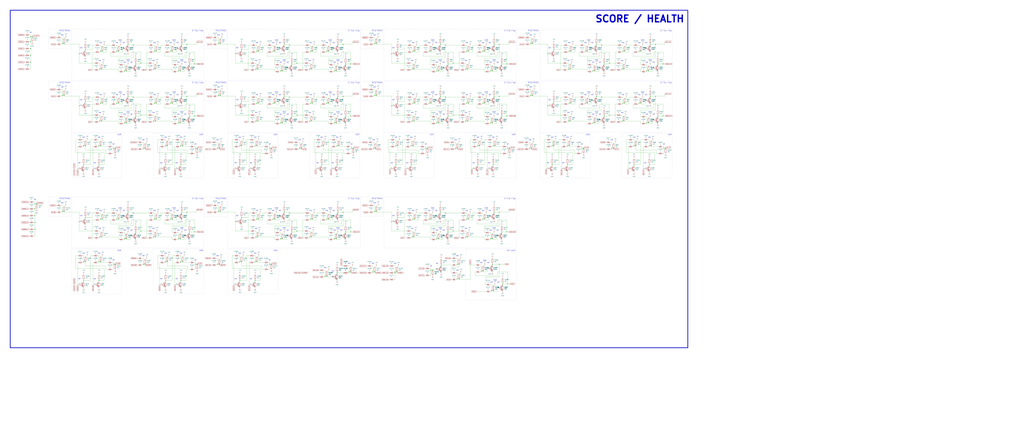
<source format=kicad_sch>
(kicad_sch (version 20250114) (generator "eeschema") (generator_version "9.0")
  (paper "User" 1524 635)
  (title_block (date "2026-01-04") (company "Logan Peterson"))
  (rectangle (start 72.39 43.18) (end 105.41 72.39) (stroke (width 0) (type dot)))
  (rectangle (start 460.756 198.12) (end 535.686 265.43) (stroke (width 0) (type dot)))
  (rectangle (start 571.5 43.18) (end 768.35 119.38) (stroke (width 0) (type dot)))
  (rectangle (start 537.21 293.37) (end 570.23 322.58) (stroke (width 0) (type dot)))
  (rectangle (start 106.68 293.37) (end 303.53 369.57) (stroke (width 0) (type dot)))
  (rectangle (start 72.39 293.37) (end 105.41 322.58) (stroke (width 0) (type dot)))
  (rectangle (start 15.24 15.24) (end 1023.62 518.16) (stroke (width 1.016)))
  (rectangle (start 304.8 120.65) (end 337.82 149.86) (stroke (width 0) (type dot)))
  (rectangle (start 339.09 293.37) (end 535.94 369.57) (stroke (width 0) (type dot)))
  (rectangle (start 304.8 43.18) (end 337.82 72.39) (stroke (width 0) (type dot)))
  (rectangle (start 571.5 120.65) (end 768.35 196.85) (stroke (width 0) (type dot)))
  (rectangle (start 803.656 198.12) (end 878.586 265.43) (stroke (width 0) (type dot)))
  (rectangle (start 803.91 120.65) (end 1000.76 196.85) (stroke (width 0) (type dot)))
  (rectangle (start 571.246 198.12) (end 646.176 265.43) (stroke (width 0) (type dot)))
  (rectangle (start 106.68 43.18) (end 303.53 119.38) (stroke (width 0) (type dot)))
  (rectangle (start 693.42 370.84) (end 768.35 447.04) (stroke (width 0) (type dot)))
  (rectangle (start 304.8 293.37) (end 337.82 322.58) (stroke (width 0) (type dot)))
  (rectangle (start 228.346 198.12) (end 303.276 265.43) (stroke (width 0) (type dot)))
  (rectangle (start 571.5 293.37) (end 768.35 369.57) (stroke (width 0) (type dot)))
  (rectangle (start 537.21 43.18) (end 570.23 72.39) (stroke (width 0) (type dot)))
  (rectangle (start 769.62 43.18) (end 802.64 72.39) (stroke (width 0) (type dot)))
  (rectangle (start 339.09 43.18) (end 535.94 119.38) (stroke (width 0) (type dot)))
  (rectangle (start 338.836 370.84) (end 413.766 438.15) (stroke (width 0) (type dot)))
  (rectangle (start 338.836 198.12) (end 413.766 265.43) (stroke (width 0) (type dot)))
  (rectangle (start 228.346 370.84) (end 303.276 438.15) (stroke (width 0) (type dot)))
  (rectangle (start 106.426 198.12) (end 181.356 265.43) (stroke (width 0) (type dot)))
  (rectangle (start 803.91 43.18) (end 1000.76 119.38) (stroke (width 0) (type dot)))
  (rectangle (start 106.68 120.65) (end 303.53 196.85) (stroke (width 0) (type dot)))
  (rectangle (start 925.576 198.12) (end 1000.506 265.43) (stroke (width 0) (type dot)))
  (rectangle (start 339.09 120.65) (end 535.94 196.85) (stroke (width 0) (type dot)))
  (rectangle (start 693.166 198.12) (end 768.096 265.43) (stroke (width 0) (type dot)))
  (rectangle (start 537.21 120.65) (end 570.23 149.86) (stroke (width 0) (type dot)))
  (rectangle (start 769.62 120.65) (end 802.64 149.86) (stroke (width 0) (type dot)))
  (rectangle (start 106.426 370.84) (end 181.356 438.15) (stroke (width 0) (type dot)))
  (rectangle (start 72.39 120.65) (end 105.41 149.86) (stroke (width 0) (type dot)))
  (text "NOT" (at 350.774 242.824 0) (effects (font (size 1.27 1.27))))
  (text "NAND" (at 876.3 59.944 0) (effects (font (size 1.27 1.27))))
  (text "NOT" (at 184.404 141.224 0) (effects (font (size 1.27 1.27))))
  (text "AND" (at 478.79 204.724 0) (effects (font (size 1.27 1.27))))
  (text "AND" (at 557.53 52.324 0) (effects (font (size 1.27 1.27))))
  (text "AND" (at 229.87 141.224 0) (effects (font (size 1.27 1.27))))
  (text "NOT" (at 240.284 242.824 0) (effects (font (size 1.27 1.27))))
  (text "AND" (at 379.73 204.724 0) (effects (font (size 1.27 1.27))))
  (text "D Flip-Flop" (at 991.362 123.19 0) (effects (font (size 1.905 1.905))))
  (text "AND" (at 461.01 340.614 0) (effects (font (size 1.27 1.27))))
  (text "NOT" (at 416.814 63.754 0) (effects (font (size 1.27 1.27))))
  (text "XOR" (at 531.876 200.66 0) (effects (font (size 1.905 1.905))))
  (text "AND" (at 716.28 391.414 0) (effects (font (size 1.27 1.27))))
  (text "NOT" (at 649.224 63.754 0) (effects (font (size 1.27 1.27))))
  (text "NOT" (at 649.224 141.224 0) (effects (font (size 1.27 1.27))))
  (text "NOT" (at 893.064 92.964 0) (effects (font (size 1.27 1.27))))
  (text "RESETMASK" (at 793.75 123.19 0) (effects (font (size 1.905 1.905))))
  (text "AND" (at 148.59 90.424 0) (effects (font (size 1.27 1.27))))
  (text "AND" (at 213.36 208.534 0) (effects (font (size 1.27 1.27))))
  (text "NAND" (at 179.07 310.134 0) (effects (font (size 1.27 1.27))))
  (text "NAND" (at 643.89 59.944 0) (effects (font (size 1.27 1.27))))
  (text "NAND" (at 876.3 137.414 0) (effects (font (size 1.27 1.27))))
  (text "AND" (at 554.99 392.684 0) (effects (font (size 1.27 1.27))))
  (text "AND" (at 148.59 340.614 0) (effects (font (size 1.27 1.27))))
  (text "XOR" (at 409.956 373.38 0) (effects (font (size 1.905 1.905))))
  (text "NOT" (at 838.454 242.824 0) (effects (font (size 1.27 1.27))))
  (text "AND" (at 497.84 92.964 0) (effects (font (size 1.27 1.27))))
  (text "AND" (at 323.85 381.254 0) (effects (font (size 1.27 1.27))))
  (text "AND" (at 461.01 167.894 0) (effects (font (size 1.27 1.27))))
  (text "NAND" (at 956.31 137.414 0) (effects (font (size 1.27 1.27))))
  (text "NAND" (at 422.91 89.408 0) (effects (font (size 1.27 1.27))))
  (text "AND" (at 694.69 141.224 0) (effects (font (size 1.27 1.27))))
  (text "AND" (at 325.12 302.514 0) (effects (font (size 1.27 1.27))))
  (text "NAND" (at 190.5 166.878 0) (effects (font (size 1.27 1.27))))
  (text "NOT" (at 275.844 92.964 0) (effects (font (size 1.27 1.27))))
  (text "OR" (at 641.35 396.494 0) (effects (font (size 1.27 1.27))))
  (text "AND" (at 445.77 208.534 0) (effects (font (size 1.27 1.27))))
  (text "AND" (at 265.43 170.434 0) (effects (font (size 1.27 1.27))))
  (text "NAND" (at 735.33 89.408 0) (effects (font (size 1.27 1.27))))
  (text "D Flip-Flop" (at 526.542 295.91 0) (effects (font (size 1.905 1.905))))
  (text "NOT" (at 496.824 141.224 0) (effects (font (size 1.27 1.27))))
  (text "NOT" (at 118.364 415.544 0) (effects (font (size 1.27 1.27))))
  (text "AND" (at 228.6 167.894 0) (effects (font (size 1.27 1.27))))
  (text "AND" (at 486.41 141.224 0) (effects (font (size 1.27 1.27))))
  (text "RESETMASK" (at 561.34 123.19 0) (effects (font (size 1.905 1.905))))
  (text "NAND" (at 655.32 166.878 0) (effects (font (size 1.27 1.27))))
  (text "AND" (at 589.28 204.724 0) (effects (font (size 1.27 1.27))))
  (text "AND" (at 519.43 392.684 0) (effects (font (size 1.27 1.27))))
  (text "AND" (at 694.69 313.944 0) (effects (font (size 1.27 1.27))))
  (text "NOT" (at 973.074 170.434 0) (effects (font (size 1.27 1.27))))
  (text "NOT" (at 740.664 343.154 0) (effects (font (size 1.27 1.27))))
  (text "NOT" (at 741.934 420.624 0) (effects (font (size 1.27 1.27))))
  (text "NAND" (at 270.51 89.408 0) (effects (font (size 1.27 1.27))))
  (text "NOT" (at 240.284 415.544 0) (effects (font (size 1.27 1.27))))
  (text "NOT" (at 705.104 242.824 0) (effects (font (size 1.27 1.27))))
  (text "NAND" (at 723.9 310.134 0) (effects (font (size 1.27 1.27))))
  (text "AND" (at 693.42 167.894 0) (effects (font (size 1.27 1.27))))
  (text "D Flip-Flop" (at 526.542 45.72 0) (effects (font (size 1.905 1.905))))
  (text "NAND" (at 721.36 388.112 0) (effects (font (size 1.27 1.27))))
  (text "AND" (at 557.53 129.794 0) (effects (font (size 1.27 1.27))))
  (text "NOT" (at 660.654 343.154 0) (effects (font (size 1.27 1.27))))
  (text "NAND" (at 887.73 166.878 0) (effects (font (size 1.27 1.27))))
  (text "OR" (at 523.24 214.884 0) (effects (font (size 1.27 1.27))))
  (text "NOT" (at 660.654 92.964 0) (effects (font (size 1.27 1.27))))
  (text "NOT" (at 726.694 391.414 0) (effects (font (size 1.27 1.27))))
  (text "NAND" (at 887.73 89.408 0) (effects (font (size 1.27 1.27))))
  (text "AND" (at 382.27 141.224 0) (effects (font (size 1.27 1.27))))
  (text "D Flip-Flop" (at 758.952 123.19 0) (effects (font (size 1.905 1.905))))
  (text "AND" (at 613.41 167.894 0) (effects (font (size 1.27 1.27))))
  (text "AND" (at 882.65 170.434 0) (effects (font (size 1.27 1.27))))
  (text "NAND" (at 179.07 137.414 0) (effects (font (size 1.27 1.27))))
  (text "AND" (at 925.83 90.424 0) (effects (font (size 1.27 1.27))))
  (text "NOT" (at 184.404 313.944 0) (effects (font (size 1.27 1.27))))
  (text "AND" (at 789.94 52.324 0) (effects (font (size 1.27 1.27))))
  (text "RESETMASK" (at 793.75 45.72 0) (effects (font (size 1.905 1.905))))
  (text "NOT" (at 937.514 242.824 0) (effects (font (size 1.27 1.27))))
  (text "AND" (at 612.14 204.724 0) (effects (font (size 1.27 1.27))))
  (text "NOT" (at 118.364 242.824 0) (effects (font (size 1.27 1.27))))
  (text "NOT" (at 264.414 141.224 0) (effects (font (size 1.27 1.27))))
  (text "NOT" (at 649.224 313.944 0) (effects (font (size 1.27 1.27))))
  (text "OR" (at 290.83 387.604 0) (effects (font (size 1.27 1.27))))
  (text "NOT" (at 740.664 170.434 0) (effects (font (size 1.27 1.27))))
  (text "OR" (at 45.72 48.514 0) (effects (font (size 1.27 1.27))))
  (text "NOT" (at 263.144 415.544 0) (effects (font (size 1.27 1.27))))
  (text "D Flip-Flop" (at 526.542 123.19 0) (effects (font (size 1.905 1.905))))
  (text "NOT" (at 508.254 343.154 0) (effects (font (size 1.27 1.27))))
  (text "NAND" (at 967.74 89.408 0) (effects (font (size 1.27 1.27))))
  (text "NAND" (at 735.33 166.878 0) (effects (font (size 1.27 1.27))))
  (text "AND" (at 847.09 141.224 0) (effects (font (size 1.27 1.27))))
  (text "AND" (at 680.72 381.254 0) (effects (font (size 1.27 1.27))))
  (text "NOT" (at 350.774 415.544 0) (effects (font (size 1.27 1.27))))
  (text "AND" (at 638.81 141.224 0) (effects (font (size 1.27 1.27))))
  (text "AND" (at 147.32 204.724 0) (effects (font (size 1.27 1.27))))
  (text "NOT" (at 275.844 170.434 0) (effects (font (size 1.27 1.27))))
  (text "RESETMASK" (at 96.52 295.91 0) (effects (font (size 1.905 1.905))))
  (text "AND" (at 379.73 377.444 0) (effects (font (size 1.27 1.27))))
  (text "NAND" (at 491.49 137.414 0) (effects (font (size 1.27 1.27))))
  (text "AND" (at 381 167.894 0) (effects (font (size 1.27 1.27))))
  (text "AND" (at 382.27 63.754 0) (effects (font (size 1.27 1.27))))
  (text "NOT" (at 818.134 71.374 0) (effects (font (size 1.27 1.27))))
  (text "NOT" (at 961.644 141.224 0) (effects (font (size 1.27 1.27))))
  (text "D Flip-Flop" (at 294.132 295.91 0) (effects (font (size 1.905 1.905))))
  (text "AND" (at 417.83 343.154 0) (effects (font (size 1.27 1.27))))
  (text "AND" (at 417.83 92.964 0) (effects (font (size 1.27 1.27))))
  (text "AND" (at 462.28 63.754 0) (effects (font (size 1.27 1.27))))
  (text "OR" (at 988.06 214.884 0) (effects (font (size 1.27 1.27))))
  (text "NAND" (at 655.32 89.408 0) (effects (font (size 1.27 1.27))))
  (text "NAND" (at 259.08 310.134 0) (effects (font (size 1.27 1.27))))
  (text "NAND" (at 179.07 59.944 0) (effects (font (size 1.27 1.27))))
  (text "NOT" (at 141.224 242.824 0) (effects (font (size 1.27 1.27))))
  (text "AND" (at 325.12 129.794 0) (effects (font (size 1.27 1.27))))
  (text "AND" (at 173.99 63.754 0) (effects (font (size 1.27 1.27))))
  (text "AND" (at 650.24 92.964 0) (effects (font (size 1.27 1.27))))
  (text "AND" (at 229.87 313.944 0) (effects (font (size 1.27 1.27))))
  (text "NOT" (at 508.254 170.434 0) (effects (font (size 1.27 1.27))))
  (text "NAND" (at 723.9 137.414 0) (effects (font (size 1.27 1.27))))
  (text "AND" (at 149.86 63.754 0) (effects (font (size 1.27 1.27))))
  (text "AND" (at 845.82 167.894 0) (effects (font (size 1.27 1.27))))
  (text "AND" (at 718.82 63.754 0) (effects (font (size 1.27 1.27))))
  (text "NOT" (at 195.834 343.154 0) (effects (font (size 1.27 1.27))))
  (text "AND" (at 406.4 141.224 0) (effects (font (size 1.27 1.27))))
  (text "XOR" (at 409.956 200.66 0) (effects (font (size 1.905 1.905))))
  (text "NOT" (at 264.414 63.754 0) (effects (font (size 1.27 1.27))))
  (text "AND" (at 614.68 141.224 0) (effects (font (size 1.27 1.27))))
  (text "AND" (at 229.87 63.754 0) (effects (font (size 1.27 1.27))))
  (text "NOT" (at 881.634 141.224 0) (effects (font (size 1.27 1.27))))
  (text "AND" (at 614.68 63.754 0) (effects (font (size 1.27 1.27))))
  (text "AND" (at 927.1 141.224 0) (effects (font (size 1.27 1.27))))
  (text "AND" (at 847.09 63.754 0) (effects (font (size 1.27 1.27))))
  (text "AND" (at 381 90.424 0) (effects (font (size 1.27 1.27))))
  (text "NOT" (at 729.234 141.224 0) (effects (font (size 1.27 1.27))))
  (text "AND" (at 821.69 204.724 0) (effects (font (size 1.27 1.27))))
  (text "NOT" (at 373.634 242.824 0) (effects (font (size 1.27 1.27))))
  (text "AND" (at 638.81 313.944 0) (effects (font (size 1.27 1.27))))
  (text "NOT" (at 585.724 148.844 0) (effects (font (size 1.27 1.27))))
  (text "OR" (at 168.91 214.884 0) (effects (font (size 1.27 1.27))))
  (text "AND" (at 246.38 377.444 0) (effects (font (size 1.27 1.27))))
  (text "RESETMASK" (at 561.34 45.72 0) (effects (font (size 1.905 1.905))))
  (text "D Flip-Flop" (at 758.952 45.72 0) (effects (font (size 1.905 1.905))))
  (text "D Flip-Flop" (at 294.132 123.19 0) (effects (font (size 1.905 1.905))))
  (text "AND" (at 613.41 340.614 0) (effects (font (size 1.27 1.27))))
  (text "AND" (at 254 141.224 0) (effects (font (size 1.27 1.27))))
  (text "AND" (at 269.24 204.724 0) (effects (font (size 1.27 1.27))))
  (text "NAND" (at 259.08 59.944 0) (effects (font (size 1.27 1.27))))
  (text "AND" (at 693.42 340.614 0) (effects (font (size 1.27 1.27))))
  (text "NOT" (at 120.904 321.564 0) (effects (font (size 1.27 1.27))))
  (text "AND" (at 149.86 313.944 0) (effects (font (size 1.27 1.27))))
  (text "AND" (at 265.43 92.964 0) (effects (font (size 1.27 1.27))))
  (text "NAND" (at 643.89 310.134 0) (effects (font (size 1.27 1.27))))
  (text "OR" (at 52.07 297.434 0) (effects (font (size 1.27 1.27))))
  (text "NOT" (at 961.644 63.754 0) (effects (font (size 1.27 1.27))))
  (text "NOT" (at 263.144 242.824 0) (effects (font (size 1.27 1.27))))
  (text "AND" (at 734.06 204.724 0) (effects (font (size 1.27 1.27))))
  (text "NOT" (at 606.044 242.824 0) (effects (font (size 1.27 1.27))))
  (text "AND" (at 501.65 204.724 0) (effects (font (size 1.27 1.27))))
  (text "NOT" (at 660.654 170.434 0) (effects (font (size 1.27 1.27))))
  (text "AND" (at 951.23 63.754 0) (effects (font (size 1.27 1.27))))
  (text "AND" (at 789.94 129.794 0) (effects (font (size 1.27 1.27))))
  (text "XOR" (at 299.466 373.38 0) (effects (font (size 1.905 1.905))))
  (text "AND" (at 613.41 90.424 0) (effects (font (size 1.27 1.27))))
  (text "NOT" (at 973.074 92.964 0) (effects (font (size 1.27 1.27))))
  (text "RESETMASK" (at 96.52 45.72 0) (effects (font (size 1.905 1.905))))
  (text "AND" (at 680.72 402.844 0) (effects (font (size 1.27 1.27))))
  (text "NAND" (at 735.33 339.598 0) (effects (font (size 1.27 1.27))))
  (text "NAND" (at 270.51 339.598 0) (effects (font (size 1.27 1.27))))
  (text "SCORE / HEALTH" (at 952.246 28.194 0) (effects (font (size 10.16 10.16) (thickness 2.032) (bold yes))))
  (text "NOT" (at 495.554 242.824 0) (effects (font (size 1.27 1.27))))
  (text "AND" (at 486.41 63.754 0) (effects (font (size 1.27 1.27))))
  (text "AND" (at 497.84 343.154 0) (effects (font (size 1.27 1.27))))
  (text "AND" (at 246.38 204.724 0) (effects (font (size 1.27 1.27))))
  (text "NOT" (at 264.414 313.944 0) (effects (font (size 1.27 1.27))))
  (text "AND" (at 356.87 204.724 0) (effects (font (size 1.27 1.27))))
  (text "AND" (at 845.82 90.424 0) (effects (font (size 1.27 1.27))))
  (text "RESETMASK" (at 96.52 123.19 0) (effects (font (size 1.905 1.905))))
  (text "NAND" (at 655.32 339.598 0) (effects (font (size 1.27 1.27))))
  (text "AND" (at 148.59 167.894 0) (effects (font (size 1.27 1.27))))
  (text "NAND" (at 956.31 59.944 0) (effects (font (size 1.27 1.27))))
  (text "AND" (at 588.01 392.684 0) (effects (font (size 1.27 1.27))))
  (text "NAND" (at 723.9 59.944 0) (effects (font (size 1.27 1.27))))
  (text "XOR" (at 874.776 200.66 0) (effects (font (size 1.905 1.905))))
  (text "AND" (at 269.24 377.444 0) (effects (font (size 1.27 1.27))))
  (text "XOR" (at 299.466 200.66 0) (effects (font (size 1.905 1.905))))
  (text "OR" (at 633.73 214.884 0) (effects (font (size 1.27 1.27))))
  (text "NOT" (at 729.234 63.754 0) (effects (font (size 1.27 1.27))))
  (text "NAND" (at 270.51 166.878 0) (effects (font (size 1.27 1.27))))
  (text "NOT" (at 495.554 404.114 0) (effects (font (size 1.27 1.27))))
  (text "NOT" (at 740.664 92.964 0) (effects (font (size 1.27 1.27))))
  (text "AND" (at 718.82 141.224 0) (effects (font (size 1.27 1.27))))
  (text "D Flip-Flop" (at 758.952 295.91 0) (effects (font (size 1.905 1.905))))
  (text "AND" (at 265.43 343.154 0) (effects (font (size 1.27 1.27))))
  (text "AND" (at 614.68 313.944 0) (effects (font (size 1.27 1.27))))
  (text "NOT" (at 960.374 242.824 0) (effects (font (size 1.27 1.27))))
  (text "NOT" (at 727.964 242.824 0) (effects (font (size 1.27 1.27))))
  (text "RESETMASK" (at 561.34 295.91 0) (effects (font (size 1.905 1.905))))
  (text "AND" (at 943.61 204.724 0) (effects (font (size 1.27 1.27))))
  (text "RESETMASK" (at 328.93 295.91 0) (effects (font (size 1.905 1.905))))
  (text "AND" (at 711.2 204.724 0) (effects (font (size 1.27 1.27))))
  (text "AND" (at 147.32 377.444 0) (effects (font (size 1.27 1.27))))
  (text "OR" (at 755.65 214.884 0) (effects (font (size 1.27 1.27))))
  (text "AND" (at 483.87 399.034 0) (effects (font (size 1.27 1.27))))
  (text "NAND" (at 502.92 339.598 0) (effects (font (size 1.27 1.27))))
  (text "XOR" (at 177.546 373.38 0) (effects (font (size 1.905 1.905))))
  (text "AND" (at 173.99 313.944 0) (effects (font (size 1.27 1.27))))
  (text "NOT" (at 141.224 415.544 0) (effects (font (size 1.27 1.27))))
  (text "OR" (at 401.32 387.604 0) (effects (font (size 1.27 1.27))))
  (text "AND" (at 323.85 208.534 0) (effects (font (size 1.27 1.27))))
  (text "NOT" (at 472.694 242.824 0) (effects (font (size 1.27 1.27))))
  (text "NOT" (at 353.314 71.374 0) (effects (font (size 1.27 1.27))))
  (text "NOT" (at 583.184 242.824 0) (effects (font (size 1.27 1.27))))
  (text "NAND" (at 411.48 137.414 0) (effects (font (size 1.27 1.27))))
  (text "AND" (at 556.26 208.534 0) (effects (font (size 1.27 1.27))))
  (text "NAND" (at 502.92 89.408 0) (effects (font (size 1.27 1.27))))
  (text "AND" (at 638.81 63.754 0) (effects (font (size 1.27 1.27))))
  (text "NOT" (at 416.814 141.224 0) (effects (font (size 1.27 1.27))))
  (text "NOT" (at 585.724 71.374 0) (effects (font (size 1.27 1.27))))
  (text "AND" (at 254 313.944 0) (effects (font (size 1.27 1.27))))
  (text "AND" (at 185.42 170.434 0) (effects (font (size 1.27 1.27))))
  (text "NAND" (at 502.92 166.878 0) (effects (font (size 1.27 1.27))))
  (text "AND" (at 497.84 170.434 0) (effects (font (size 1.27 1.27))))
  (text "AND" (at 486.41 313.944 0) (effects (font (size 1.27 1.27))))
  (text "AND" (at 871.22 141.224 0) (effects (font (size 1.27 1.27))))
  (text "AND" (at 718.82 313.944 0) (effects (font (size 1.27 1.27))))
  (text "NOT" (at 353.314 148.844 0) (effects (font (size 1.27 1.27))))
  (text "XOR" (at 177.546 200.66 0) (effects (font (size 1.905 1.905))))
  (text "AND" (at 882.65 92.964 0) (effects (font (size 1.27 1.27))))
  (text "NOT" (at 195.834 92.964 0) (effects (font (size 1.27 1.27))))
  (text "AND" (at 185.42 92.964 0) (effects (font (size 1.27 1.27))))
  (text "AND" (at 173.99 141.224 0) (effects (font (size 1.27 1.27))))
  (text "NOT" (at 120.904 71.374 0) (effects (font (size 1.27 1.27))))
  (text "OR" (at 290.83 214.884 0) (effects (font (size 1.27 1.27))))
  (text "NOT" (at 428.244 92.964 0) (effects (font (size 1.27 1.27))))
  (text "NAND" (at 259.08 137.414 0) (effects (font (size 1.27 1.27))))
  (text "RESETMASK" (at 328.93 45.72 0) (effects (font (size 1.905 1.905))))
  (text "NOT" (at 120.904 148.844 0) (effects (font (size 1.27 1.27))))
  (text "AND" (at 557.53 302.514 0) (effects (font (size 1.27 1.27))))
  (text "NAND" (at 190.5 89.408 0) (effects (font (size 1.27 1.27))))
  (text "AND" (at 693.42 90.424 0) (effects (font (size 1.27 1.27))))
  (text "AND" (at 185.42 343.154 0) (effects (font (size 1.27 1.27))))
  (text "OR" (at 866.14 214.884 0) (effects (font (size 1.27 1.27))))
  (text "AND" (at 406.4 63.754 0) (effects (font (size 1.27 1.27))))
  (text "AND" (at 124.46 204.724 0) (effects (font (size 1.27 1.27))))
  (text "AND" (at 962.66 92.964 0) (effects (font (size 1.27 1.27))))
  (text "OR" (at 168.91 387.604 0) (effects (font (size 1.27 1.27))))
  (text "AND" (at 228.6 90.424 0) (effects (font (size 1.27 1.27))))
  (text "AND" (at 462.28 313.944 0) (effects (font (size 1.27 1.27))))
  (text "AND" (at 788.67 208.534 0) (effects (font (size 1.27 1.27))))
  (text "NOT" (at 373.634 415.544 0) (effects (font (size 1.27 1.27))))
  (text "AND" (at 406.4 313.944 0) (effects (font (size 1.27 1.27))))
  (text "AND" (at 650.24 343.154 0) (effects (font (size 1.27 1.27))))
  (text "AND" (at 356.87 377.444 0) (effects (font (size 1.27 1.27))))
  (text "NOT" (at 893.064 170.434 0) (effects (font (size 1.27 1.27))))
  (text "NOT" (at 195.834 170.434 0) (effects (font (size 1.27 1.27))))
  (text "AND" (at 149.86 141.224 0) (effects (font (size 1.27 1.27))))
  (text "AND" (at 925.83 167.894 0) (effects (font (size 1.27 1.27))))
  (text "AND" (at 694.69 63.754 0) (effects (font (size 1.27 1.27))))
  (text "NAND" (at 967.74 166.878 0) (effects (font (size 1.27 1.27))))
  (text "NOT" (at 416.814 313.944 0) (effects (font (size 1.27 1.27))))
  (text "NOT" (at 428.244 343.154 0) (effects (font (size 1.27 1.27))))
  (text "AND" (at 325.12 52.324 0) (effects (font (size 1.27 1.27))))
  (text "AND" (at 962.66 170.434 0) (effects (font (size 1.27 1.27))))
  (text "NAND" (at 190.5 339.598 0) (effects (font (size 1.27 1.27))))
  (text "AND" (at 228.6 340.614 0) (effects (font (size 1.27 1.27))))
  (text "AND" (at 382.27 313.944 0) (effects (font (size 1.27 1.27))))
  (text "RESETMASK" (at 328.93 123.19 0) (effects (font (size 1.905 1.905))))
  (text "AND" (at 871.22 63.754 0) (effects (font (size 1.27 1.27))))
  (text "AND" (at 92.71 302.514 0) (effects (font (size 1.27 1.27))))
  (text "NOT" (at 508.254 92.964 0) (effects (font (size 1.27 1.27))))
  (text "NAND" (at 411.48 310.134 0) (effects (font (size 1.27 1.27))))
  (text "NOT" (at 496.824 63.754 0) (effects (font (size 1.27 1.27))))
  (text "AND" (at 417.83 170.434 0) (effects (font (size 1.27 1.27))))
  (text "NOT" (at 729.234 313.944 0) (effects (font (size 1.27 1.27))))
  (text "AND" (at 650.24 170.434 0) (effects (font (size 1.27 1.27))))
  (text "XOR" (at 642.366 200.66 0) (effects (font (size 1.905 1.905))))
  (text "D Flip-Flop" (at 991.362 45.72 0) (effects (font (size 1.905 1.905))))
  (text "AND" (at 910.59 208.534 0) (effects (font (size 1.27 1.27))))
  (text "AND" (at 124.46 377.444 0) (effects (font (size 1.27 1.27))))
  (text "AND" (at 92.71 129.794 0) (effects (font (size 1.27 1.27))))
  (text "AND" (at 462.28 141.224 0) (effects (font (size 1.27 1.27))))
  (text "NOT" (at 585.724 321.564 0) (effects (font (size 1.27 1.27))))
  (text "AND" (at 927.1 63.754 0) (effects (font (size 1.27 1.27))))
  (text "NOT" (at 353.314 321.564 0) (effects (font (size 1.27 1.27))))
  (text "AND" (at 92.71 52.324 0) (effects (font (size 1.27 1.27))))
  (text "NAND" (at 422.91 339.598 0) (effects (font (size 1.27 1.27))))
  (text "SR Latch" (at 760.984 373.38 0) (effects (font (size 1.905 1.905))))
  (text "NOT" (at 275.844 343.154 0) (effects (font (size 1.27 1.27))))
  (text "NOT" (at 184.404 63.754 0) (effects (font (size 1.27 1.27))))
  (text "AND" (at 213.36 381.254 0) (effects (font (size 1.27 1.27))))
  (text "XOR" (at 996.696 200.66 0) (effects (font (size 1.905 1.905))))
  (text "D Flip-Flop" (at 294.132 45.72 0) (effects (font (size 1.905 1.905))))
  (text "AND" (at 966.47 204.724 0) (effects (font (size 1.27 1.27))))
  (text "NAND" (at 491.49 59.944 0) (effects (font (size 1.27 1.27))))
  (text "NOT" (at 650.494 392.684 0) (effects (font (size 1.27 1.27))))
  (text "AND" (at 678.18 208.534 0) (effects (font (size 1.27 1.27))))
  (text "XOR" (at 764.286 200.66 0) (effects (font (size 1.905 1.905))))
  (text "AND" (at 731.52 420.624 0) (effects (font (size 1.27 1.27))))
  (text "AND" (at 730.25 92.964 0) (effects (font (size 1.27 1.27))))
  (text "OR" (at 401.32 214.884 0) (effects (font (size 1.27 1.27))))
  (text "NOT" (at 881.634 63.754 0) (effects (font (size 1.27 1.27))))
  (text "NAND" (at 491.49 310.134 0) (effects (font (size 1.27 1.27))))
  (text "AND" (at 381 340.614 0) (effects (font (size 1.27 1.27))))
  (text "AND" (at 461.01 90.424 0) (effects (font (size 1.27 1.27))))
  (text "NOT" (at 815.594 242.824 0) (effects (font (size 1.27 1.27))))
  (text "NAND" (at 422.91 166.878 0) (effects (font (size 1.27 1.27))))
  (text "NOT" (at 818.134 148.844 0) (effects (font (size 1.27 1.27))))
  (text "NAND" (at 411.48 59.944 0) (effects (font (size 1.27 1.27))))
  (text "NAND" (at 643.89 137.414 0) (effects (font (size 1.27 1.27))))
  (text "AND" (at 254 63.754 0) (effects (font (size 1.27 1.27))))
  (text "AND" (at 951.23 141.224 0) (effects (font (size 1.27 1.27))))
  (text "AND" (at 844.55 204.724 0) (effects (font (size 1.27 1.27))))
  (text "NOT" (at 496.824 313.944 0) (effects (font (size 1.27 1.27))))
  (text "NOT" (at 428.244 170.434 0) (effects (font (size 1.27 1.27))))
  (text "NAND" (at 736.854 417.322 0) (effects (font (size 1.27 1.27))))
  (text "AND" (at 730.25 170.434 0) (effects (font (size 1.27 1.27))))
  (text "AND" (at 730.25 343.154 0) (effects (font (size 1.27 1.27))))
  (junction (at 929.64 153.67))
  (junction (at 986.79 95.25))
  (junction (at 742.95 143.51))
  (junction (at 168.91 393.7))
  (junction (at 486.41 76.2))
  (junction (at 327.66 142.24))
  (junction (at 185.42 105.41))
  (junction (at 269.24 245.11))
  (junction (at 732.79 182.88))
  (junction (at 406.4 76.2))
  (junction (at 519.43 405.13))
  (junction (at 228.6 102.87))
  (junction (at 633.73 220.98))
  (junction (at 636.27 220.98))
  (junction (at 848.36 102.87))
  (junction (at 885.19 182.88))
  (junction (at 697.23 153.67))
  (junction (at 176.53 153.67))
  (junction (at 124.46 417.83))
  (junction (at 448.31 220.98))
  (junction (at 190.5 66.04))
  (junction (at 500.38 182.88))
  (junction (at 655.32 316.23))
  (junction (at 270.51 143.51))
  (junction (at 148.59 102.87))
  (junction (at 254 153.67))
  (junction (at 582.93 80.01))
  (junction (at 408.94 153.67))
  (junction (at 127 323.85))
  (junction (at 187.96 355.6))
  (junction (at 201.93 95.25))
  (junction (at 281.94 172.72))
  (junction (at 613.41 353.06))
  (junction (at 127 389.89))
  (junction (at 486.41 411.48))
  (junction (at 293.37 220.98))
  (junction (at 871.22 153.67))
  (junction (at 151.13 102.87))
  (junction (at 873.76 153.67))
  (junction (at 650.24 105.41))
  (junction (at 430.53 317.5))
  (junction (at 478.79 217.17))
  (junction (at 591.82 151.13))
  (junction (at 735.33 316.23))
  (junction (at 350.52 80.01))
  (junction (at 554.99 405.13))
  (junction (at 614.68 217.17))
  (junction (at 612.14 217.17))
  (junction (at 45.72 54.61))
  (junction (at 173.99 76.2))
  (junction (at 693.42 353.06))
  (junction (at 895.35 67.31))
  (junction (at 149.86 389.89))
  (junction (at 641.35 76.2))
  (junction (at 232.41 153.67))
  (junction (at 967.74 143.51))
  (junction (at 403.86 220.98))
  (junction (at 52.07 311.15))
  (junction (at 557.53 405.13))
  (junction (at 694.69 153.67))
  (junction (at 198.12 67.31))
  (junction (at 464.82 326.39))
  (junction (at 384.81 76.2))
  (junction (at 45.72 82.55))
  (junction (at 711.2 217.17))
  (junction (at 523.24 220.98))
  (junction (at 887.73 143.51))
  (junction (at 281.94 345.44))
  (junction (at 754.38 345.44))
  (junction (at 986.79 172.72))
  (junction (at 118.11 330.2))
  (junction (at 420.37 105.41))
  (junction (at 417.83 105.41))
  (junction (at 683.26 393.7))
  (junction (at 746.76 95.25))
  (junction (at 510.54 143.51))
  (junction (at 422.91 143.51))
  (junction (at 589.28 217.17))
  (junction (at 213.36 393.7))
  (junction (at 185.42 355.6))
  (junction (at 662.94 67.31))
  (junction (at 666.75 95.25))
  (junction (at 149.86 326.39))
  (junction (at 229.87 153.67))
  (junction (at 231.14 353.06))
  (junction (at 45.72 92.71))
  (junction (at 718.82 403.86))
  (junction (at 267.97 182.88))
  (junction (at 927.1 76.2))
  (junction (at 445.77 220.98))
  (junction (at 323.85 393.7))
  (junction (at 988.06 220.98))
  (junction (at 430.53 67.31))
  (junction (at 975.36 66.04))
  (junction (at 281.94 95.25))
  (junction (at 613.41 102.87))
  (junction (at 441.96 171.45))
  (junction (at 215.9 393.7))
  (junction (at 655.32 143.51))
  (junction (at 666.75 172.72))
  (junction (at 461.01 180.34))
  (junction (at 151.13 180.34))
  (junction (at 734.06 245.11))
  (junction (at 615.95 353.06))
  (junction (at 510.54 66.04))
  (junction (at 514.35 345.44))
  (junction (at 695.96 102.87))
  (junction (at 152.4 153.67))
  (junction (at 501.65 217.17))
  (junction (at 975.36 143.51))
  (junction (at 614.68 76.2))
  (junction (at 383.54 102.87))
  (junction (at 731.52 433.07))
  (junction (at 185.42 182.88))
  (junction (at 500.38 105.41))
  (junction (at 256.54 326.39))
  (junction (at 48.26 54.61))
  (junction (at 486.41 326.39))
  (junction (at 638.81 326.39))
  (junction (at 256.54 153.67))
  (junction (at 697.23 76.2))
  (junction (at 560.07 142.24))
  (junction (at 92.71 314.96))
  (junction (at 612.14 245.11))
  (junction (at 638.81 76.2))
  (junction (at 359.41 73.66))
  (junction (at 382.27 389.89))
  (junction (at 925.83 102.87))
  (junction (at 176.53 76.2))
  (junction (at 662.94 144.78))
  (junction (at 718.82 153.67))
  (junction (at 500.38 355.6))
  (junction (at 591.82 73.66))
  (junction (at 327.66 64.77))
  (junction (at 721.36 153.67))
  (junction (at 434.34 95.25))
  (junction (at 558.8 220.98))
  (junction (at 742.95 316.23))
  (junction (at 209.55 93.98))
  (junction (at 265.43 182.88))
  (junction (at 379.73 217.17))
  (junction (at 147.32 389.89))
  (junction (at 754.38 172.72))
  (junction (at 229.87 326.39))
  (junction (at 356.87 217.17))
  (junction (at 662.94 317.5))
  (junction (at 614.68 326.39))
  (junction (at 92.71 142.24))
  (junction (at 488.95 76.2))
  (junction (at 148.59 353.06))
  (junction (at 510.54 316.23))
  (junction (at 641.35 153.67))
  (junction (at 497.84 355.6))
  (junction (at 887.73 66.04))
  (junction (at 124.46 217.17))
  (junction (at 845.82 180.34))
  (junction (at 289.56 345.44))
  (junction (at 127 217.17))
  (junction (at 401.32 393.7))
  (junction (at 678.18 220.98))
  (junction (at 694.69 326.39))
  (junction (at 461.01 102.87))
  (junction (at 45.72 72.39))
  (junction (at 359.41 323.85))
  (junction (at 228.6 180.34))
  (junction (at 152.4 326.39))
  (junction (at 422.91 316.23))
  (junction (at 359.41 217.17))
  (junction (at 824.23 151.13))
  (junction (at 734.06 217.17))
  (junction (at 674.37 344.17))
  (junction (at 198.12 144.78))
  (junction (at 382.27 153.67))
  (junction (at 746.76 345.44))
  (junction (at 383.54 353.06))
  (junction (at 962.66 182.88))
  (junction (at 650.24 182.88))
  (junction (at 379.73 245.11))
  (junction (at 871.22 76.2))
  (junction (at 925.83 180.34))
  (junction (at 792.48 142.24))
  (junction (at 382.27 326.39))
  (junction (at 683.26 415.29))
  (junction (at 359.41 389.89))
  (junction (at 171.45 393.7))
  (junction (at 652.78 105.41))
  (junction (at 147.32 417.83))
  (junction (at 789.94 64.77))
  (junction (at 462.28 153.67))
  (junction (at 666.75 345.44))
  (junction (at 791.21 220.98))
  (junction (at 124.46 245.11))
  (junction (at 680.72 220.98))
  (junction (at 254 326.39))
  (junction (at 928.37 180.34))
  (junction (at 350.52 330.2))
  (junction (at 381 353.06))
  (junction (at 434.34 172.72))
  (junction (at 615.95 102.87))
  (junction (at 464.82 153.67))
  (junction (at 420.37 355.6))
  (junction (at 951.23 153.67))
  (junction (at 695.96 353.06))
  (junction (at 171.45 220.98))
  (junction (at 966.47 245.11))
  (junction (at 821.69 245.11))
  (junction (at 229.87 76.2))
  (junction (at 788.67 220.98))
  (junction (at 590.55 405.13))
  (junction (at 732.79 105.41))
  (junction (at 359.41 151.13))
  (junction (at 52.07 303.53))
  (junction (at 525.78 220.98))
  (junction (at 463.55 102.87))
  (junction (at 674.37 171.45))
  (junction (at 652.78 182.88))
  (junction (at 326.39 393.7))
  (junction (at 656.59 394.97))
  (junction (at 441.96 344.17))
  (junction (at 254 76.2))
  (junction (at 965.2 105.41))
  (junction (at 190.5 316.23))
  (junction (at 118.11 157.48))
  (junction (at 502.92 316.23))
  (junction (at 408.94 76.2))
  (junction (at 962.66 105.41))
  (junction (at 910.59 220.98))
  (junction (at 502.92 143.51))
  (junction (at 866.14 220.98))
  (junction (at 463.55 180.34))
  (junction (at 748.03 422.91))
  (junction (at 269.24 389.89))
  (junction (at 713.74 217.17))
  (junction (at 718.82 76.2))
  (junction (at 488.95 326.39))
  (junction (at 521.97 405.13))
  (junction (at 501.65 406.4))
  (junction (at 943.61 217.17))
  (junction (at 406.4 326.39))
  (junction (at 149.86 76.2))
  (junction (at 755.65 422.91))
  (junction (at 265.43 355.6))
  (junction (at 497.84 105.41))
  (junction (at 746.76 172.72))
  (junction (at 591.82 323.85))
  (junction (at 844.55 245.11))
  (junction (at 847.09 153.67))
  (junction (at 815.34 80.01))
  (junction (at 582.93 330.2))
  (junction (at 754.38 95.25))
  (junction (at 381 102.87))
  (junction (at 198.12 317.5))
  (junction (at 462.28 326.39))
  (junction (at 868.68 220.98))
  (junction (at 735.33 143.51))
  (junction (at 882.65 105.41))
  (junction (at 379.73 389.89))
  (junction (at 521.97 345.44))
  (junction (at 228.6 353.06))
  (junction (at 849.63 153.67))
  (junction (at 293.37 393.7))
  (junction (at 680.72 393.7))
  (junction (at 118.11 80.01))
  (junction (at 269.24 417.83))
  (junction (at 969.01 217.17))
  (junction (at 176.53 326.39))
  (junction (at 732.79 355.6))
  (junction (at 953.77 76.2))
  (junction (at 403.86 393.7))
  (junction (at 514.35 172.72))
  (junction (at 882.65 182.88))
  (junction (at 481.33 217.17))
  (junction (at 742.95 66.04))
  (junction (at 246.38 245.11))
  (junction (at 213.36 220.98))
  (junction (at 434.34 345.44))
  (junction (at 52.07 331.47))
  (junction (at 906.78 93.98))
  (junction (at 844.55 217.17))
  (junction (at 384.81 326.39))
  (junction (at 730.25 105.41))
  (junction (at 641.35 326.39))
  (junction (at 557.53 314.96))
  (junction (at 847.09 76.2))
  (junction (at 979.17 172.72))
  (junction (at 588.01 406.4))
  (junction (at 209.55 171.45))
  (junction (at 232.41 76.2))
  (junction (at 290.83 393.7))
  (junction (at 617.22 153.67))
  (junction (at 693.42 180.34))
  (junction (at 588.01 405.13))
  (junction (at 614.68 153.67))
  (junction (at 54.61 303.53))
  (junction (at 557.53 64.77))
  (junction (at 613.41 180.34))
  (junction (at 521.97 95.25))
  (junction (at 463.55 353.06))
  (junction (at 674.37 93.98))
  (junction (at 732.79 393.7))
  (junction (at 695.96 180.34))
  (junction (at 617.22 76.2))
  (junction (at 716.28 403.86))
  (junction (at 379.73 417.83))
  (junction (at 356.87 417.83))
  (junction (at 350.52 157.48))
  (junction (at 422.91 66.04))
  (junction (at 417.83 355.6))
  (junction (at 148.59 180.34))
  (junction (at 147.32 217.17))
  (junction (at 246.38 217.17))
  (junction (at 124.46 389.89))
  (junction (at 278.13 66.04))
  (junction (at 267.97 355.6))
  (junction (at 824.23 217.17))
  (junction (at 965.2 182.88))
  (junction (at 847.09 217.17))
  (junction (at 885.19 105.41))
  (junction (at 356.87 389.89))
  (junction (at 326.39 220.98))
  (junction (at 694.69 76.2))
  (junction (at 913.13 220.98))
  (junction (at 643.89 402.59))
  (junction (at 381 180.34))
  (junction (at 325.12 314.96))
  (junction (at 486.41 153.67))
  (junction (at 265.43 105.41))
  (junction (at 736.6 217.17))
  (junction (at 383.54 180.34))
  (junction (at 721.36 326.39))
  (junction (at 149.86 153.67))
  (junction (at 946.15 217.17))
  (junction (at 417.83 182.88))
  (junction (at 462.28 76.2))
  (junction (at 430.53 144.78))
  (junction (at 845.82 102.87))
  (junction (at 271.78 217.17))
  (junction (at 721.36 76.2))
  (junction (at 152.4 76.2))
  (junction (at 271.78 389.89))
  (junction (at 557.53 142.24))
  (junction (at 209.55 344.17))
  (junction (at 45.72 62.23))
  (junction (at 382.27 76.2))
  (junction (at 967.74 66.04))
  (junction (at 591.82 217.17))
  (junction (at 441.96 93.98))
  (junction (at 927.1 153.67))
  (junction (at 187.96 182.88))
  (junction (at 895.35 144.78))
  (junction (at 514.35 95.25))
  (junction (at 382.27 217.17))
  (junction (at 899.16 172.72))
  (junction (at 697.23 326.39))
  (junction (at 269.24 217.17))
  (junction (at 693.42 102.87))
  (junction (at 461.01 353.06))
  (junction (at 190.5 143.51))
  (junction (at 248.92 389.89))
  (junction (at 849.63 76.2))
  (junction (at 990.6 220.98))
  (junction (at 502.92 66.04))
  (junction (at 173.99 326.39))
  (junction (at 52.07 341.63))
  (junction (at 356.87 245.11))
  (junction (at 589.28 245.11))
  (junction (at 521.97 172.72))
  (junction (at 52.07 321.31))
  (junction (at 928.37 102.87))
  (junction (at 497.84 182.88))
  (junction (at 556.26 220.98))
  (junction (at 730.25 182.88))
  (junction (at 815.34 157.48))
  (junction (at 325.12 142.24))
  (junction (at 270.51 66.04))
  (junction (at 401.32 220.98))
  (junction (at 789.94 142.24))
  (junction (at 615.95 180.34))
  (junction (at 979.17 95.25))
  (junction (at 267.97 105.41))
  (junction (at 92.71 64.77))
  (junction (at 735.33 66.04))
  (junction (at 650.24 355.6))
  (junction (at 504.19 217.17))
  (junction (at 151.13 353.06))
  (junction (at 641.35 402.59))
  (junction (at 951.23 76.2))
  (junction (at 501.65 245.11))
  (junction (at 95.25 142.24))
  (junction (at 730.25 355.6))
  (junction (at 323.85 220.98))
  (junction (at 873.76 76.2))
  (junction (at 127 73.66))
  (junction (at 966.47 217.17))
  (junction (at 215.9 220.98))
  (junction (at 734.06 433.07))
  (junction (at 278.13 143.51))
  (junction (at 464.82 76.2))
  (junction (at 943.61 245.11))
  (junction (at 488.95 153.67))
  (junction (at 289.56 95.25))
  (junction (at 680.72 415.29))
  (junction (at 201.93 172.72))
  (junction (at 953.77 153.67))
  (junction (at 173.99 153.67))
  (junction (at 384.81 153.67))
  (junction (at 929.64 76.2))
  (junction (at 95.25 64.77))
  (junction (at 246.38 417.83))
  (junction (at 168.91 220.98))
  (junction (at 617.22 326.39))
  (junction (at 655.32 66.04))
  (junction (at 246.38 389.89))
  (junction (at 127 151.13))
  (junction (at 231.14 180.34))
  (junction (at 560.07 64.77))
  (junction (at 478.79 245.11))
  (junction (at 201.93 345.44))
  (junction (at 848.36 180.34))
  (junction (at 408.94 326.39))
  (junction (at 899.16 95.25))
  (junction (at 718.82 326.39))
  (junction (at 792.48 64.77))
  (junction (at 270.51 316.23))
  (junction (at 638.81 153.67))
  (junction (at 758.19 220.98))
  (junction (at 232.41 326.39))
  (junction (at 256.54 76.2))
  (junction (at 652.78 355.6))
  (junction (at 187.96 105.41))
  (junction (at 742.95 393.7))
  (junction (at 278.13 316.23))
  (junction (at 755.65 220.98))
  (junction (at 149.86 217.17))
  (junction (at 325.12 64.77))
  (junction (at 420.37 182.88))
  (junction (at 406.4 153.67))
  (junction (at 231.14 102.87))
  (junction (at 582.93 157.48))
  (junction (at 289.56 172.72))
  (junction (at 95.25 314.96))
  (junction (at 824.23 73.66))
  (junction (at 483.87 411.48))
  (junction (at 821.69 217.17))
  (junction (at 560.07 314.96))
  (junction (at 906.78 171.45))
  (junction (at 147.32 245.11))
  (junction (at 711.2 245.11))
  (junction (at 290.83 220.98))
  (junction (at 327.66 314.96))
  (junction (at 248.92 217.17))
  (wire (pts (xy 868.68 219.71) (xy 868.68 220.98)))
  (wire (pts (xy 406.4 144.78) (xy 405.13 144.78)))
  (wire (pts (xy 148.59 180.34) (xy 148.59 181.61)))
  (wire (pts (xy 54.61 302.26) (xy 54.61 303.53)))
  (wire (pts (xy 589.28 245.11) (xy 599.44 245.11)))
  (wire (pts (xy 384.81 77.47) (xy 391.16 77.47)))
  (wire (pts (xy 820.42 218.44) (xy 821.69 218.44)))
  (wire (pts (xy 990.6 229.87) (xy 990.6 228.6)))
  (wire (pts (xy 231.14 345.44) (xy 233.68 345.44)))
  (wire (pts (xy 327.66 316.23) (xy 350.52 316.23)))
  (wire (pts (xy 966.47 243.84) (xy 966.47 245.11)))
  (wire (pts (xy 792.48 134.62) (xy 795.02 134.62)))
  (wire (pts (xy 974.09 227.33) (xy 932.18 227.33)))
  (wire (pts (xy 434.34 172.72) (xy 441.96 172.72)))
  (wire (pts (xy 501.65 406.4) (xy 510.54 406.4)))
  (wire (pts (xy 269.24 430.53) (xy 269.24 429.26)))
  (wire (pts (xy 514.35 218.44) (xy 504.19 218.44)))
  (wire (pts (xy 218.44 327.66) (xy 220.98 327.66)))
  (wire (pts (xy 194.31 179.07) (xy 194.31 184.15)))
  (wire (pts (xy 502.92 156.21) (xy 502.92 154.94)))
  (wire (pts (xy 52.07 303.53) (xy 52.07 300.99)))
  (wire (pts (xy 267.97 105.41) (xy 267.97 106.68)))
  (wire (pts (xy 359.41 217.17) (xy 359.41 223.52)))
  (wire (pts (xy 359.41 73.66) (xy 359.41 74.93)))
  (wire (pts (xy 500.38 182.88) (xy 500.38 184.15)))
  (wire (pts (xy 971.55 184.15) (xy 965.2 184.15)))
  (wire (pts (xy 614.68 67.31) (xy 614.68 76.2)))
  (wire (pts (xy 289.56 172.72) (xy 289.56 154.94)))
  (wire (pts (xy 201.93 107.95) (xy 201.93 106.68)))
  (wire (pts (xy 198.12 144.78) (xy 220.98 144.78)))
  (wire (pts (xy 953.77 180.34) (xy 953.77 184.15)))
  (wire (pts (xy 234.95 400.05) (xy 234.95 381)))
  (wire (pts (xy 259.08 318.77) (xy 259.08 317.5)))
  (wire (pts (xy 52.07 311.15) (xy 52.07 321.31)))
  (wire (pts (xy 401.32 218.44) (xy 400.05 218.44)))
  (wire (pts (xy 619.76 68.58) (xy 619.76 67.31)))
  (wire (pts (xy 881.38 184.15) (xy 882.65 184.15)))
  (wire (pts (xy 408.94 336.55) (xy 430.53 336.55)))
  (wire (pts (xy 652.78 347.98) (xy 655.32 347.98)))
  (wire (pts (xy 502.92 78.74) (xy 502.92 77.47)))
  (wire (pts (xy 185.42 182.88) (xy 185.42 184.15)))
  (wire (pts (xy 369.57 181.61) (xy 369.57 154.94)))
  (wire (pts (xy 219.71 171.45) (xy 209.55 171.45)))
  (wire (pts (xy 124.46 243.84) (xy 124.46 245.11)))
  (wire (pts (xy 755.65 218.44) (xy 754.38 218.44)))
  (wire (pts (xy 417.83 182.88) (xy 420.37 182.88)))
  (wire (pts (xy 613.41 180.34) (xy 615.95 180.34)))
  (wire (pts (xy 591.82 151.13) (xy 601.98 151.13)))
  (wire (pts (xy 756.92 139.7) (xy 756.92 143.51)))
  (wire (pts (xy 601.98 67.31) (xy 601.98 73.66)))
  (wire (pts (xy 256.54 245.11) (xy 256.54 208.28)))
  (wire (pts (xy 252.73 77.47) (xy 254 77.47)))
  (wire (pts (xy 927.1 67.31) (xy 925.83 67.31)))
  (wire (pts (xy 557.53 314.96) (xy 557.53 316.23)))
  (wire (pts (xy 481.33 217.17) (xy 481.33 223.52)))
  (wire (pts (xy 115.57 424.18) (xy 116.84 424.18)))
  (wire (pts (xy 149.86 389.89) (xy 149.86 391.16)))
  (wire (pts (xy 95.25 142.24) (xy 95.25 143.51)))
  (wire (pts (xy 50.8 331.47) (xy 52.07 331.47)))
  (wire (pts (xy 228.6 102.87) (xy 228.6 104.14)))
  (wire (pts (xy 731.52 433.07) (xy 731.52 434.34)))
  (wire (pts (xy 755.65 220.98) (xy 755.65 218.44)))
  (wire (pts (xy 684.53 171.45) (xy 674.37 171.45)))
  (wire (pts (xy 254 144.78) (xy 252.73 144.78)))
  (wire (pts (xy 582.93 316.23) (xy 582.93 330.2)))
  (wire (pts (xy 845.82 154.94) (xy 847.09 154.94)))
  (wire (pts (xy 459.74 104.14) (xy 461.01 104.14)))
  (wire (pts (xy 434.34 107.95) (xy 434.34 106.68)))
  (wire (pts (xy 91.44 143.51) (xy 92.71 143.51)))
  (wire (pts (xy 461.01 102.87) (xy 461.01 104.14)))
  (wire (pts (xy 655.32 316.23) (xy 662.94 316.23)))
  (wire (pts (xy 643.89 401.32) (xy 643.89 402.59)))
  (wire (pts (xy 151.13 102.87) (xy 176.53 102.87)))
  (wire (pts (xy 525.78 229.87) (xy 525.78 228.6)))
  (wire (pts (xy 124.46 416.56) (xy 124.46 417.83)))
  (wire (pts (xy 887.73 66.04) (xy 895.35 66.04)))
  (wire (pts (xy 746.76 172.72) (xy 746.76 173.99)))
  (wire (pts (xy 415.29 322.58) (xy 415.29 327.66)))
  (wire (pts (xy 648.97 106.68) (xy 650.24 106.68)))
  (wire (pts (xy 237.49 251.46) (xy 238.76 251.46)))
  (wire (pts (xy 746.76 218.44) (xy 736.6 218.44)))
  (wire (pts (xy 730.25 182.88) (xy 732.79 182.88)))
  (wire (pts (xy 848.36 95.25) (xy 850.9 95.25)))
  (wire (pts (xy 471.17 144.78) (xy 477.52 144.78)))
  (wire (pts (xy 623.57 317.5) (xy 629.92 317.5)))
  (wire (pts (xy 359.41 140.97) (xy 359.41 142.24)))
  (wire (pts (xy 289.56 154.94) (xy 275.59 154.94)))
  (wire (pts (xy 717.55 154.94) (xy 718.82 154.94)))
  (wire (pts (xy 647.7 72.39) (xy 647.7 77.47)))
  (wire (pts (xy 613.41 353.06) (xy 615.95 353.06)))
  (wire (pts (xy 228.6 93.98) (xy 227.33 93.98)))
  (wire (pts (xy 256.54 163.83) (xy 278.13 163.83)))
  (wire (pts (xy 986.79 77.47) (xy 972.82 77.47)))
  (wire (pts (xy 497.84 355.6) (xy 500.38 355.6)))
  (wire (pts (xy 426.72 184.15) (xy 420.37 184.15)))
  (wire (pts (xy 238.76 144.78) (xy 245.11 144.78)))
  (wire (pts (xy 486.41 411.48) (xy 486.41 412.75)))
  (wire (pts (xy 732.79 105.41) (xy 732.79 106.68)))
  (wire (pts (xy 270.51 306.07) (xy 270.51 307.34)))
  (wire (pts (xy 589.28 208.28) (xy 589.28 217.17)))
  (wire (pts (xy 554.99 396.24) (xy 554.99 405.13)))
  (wire (pts (xy 417.83 173.99) (xy 416.56 173.99)))
  (wire (pts (xy 488.95 180.34) (xy 488.95 184.15)))
  (wire (pts (xy 176.53 163.83) (xy 198.12 163.83)))
  (wire (pts (xy 788.67 212.09) (xy 787.4 212.09)))
  (wire (pts (xy 327.66 143.51) (xy 350.52 143.51)))
  (wire (pts (xy 655.32 66.04) (xy 662.94 66.04)))
  (wire (pts (xy 935.99 144.78) (xy 942.34 144.78)))
  (wire (pts (xy 881.38 106.68) (xy 882.65 106.68)))
  (wire (pts (xy 703.58 317.5) (xy 709.93 317.5)))
  (wire (pts (xy 735.33 142.24) (xy 735.33 143.51)))
  (wire (pts (xy 270.51 64.77) (xy 270.51 66.04)))
  (wire (pts (xy 213.36 393.7) (xy 213.36 394.97)))
  (wire (pts (xy 501.65 406.4) (xy 501.65 407.67)))
  (wire (pts (xy 260.35 391.16) (xy 260.35 424.18)))
  (wire (pts (xy 697.23 318.77) (xy 699.77 318.77)))
  (wire (pts (xy 953.77 208.28) (xy 957.58 208.28)))
  (wire (pts (xy 629.92 161.29) (xy 629.92 154.94)))
  (wire (pts (xy 232.41 76.2) (xy 232.41 77.47)))
  (wire (pts (xy 478.79 208.28) (xy 478.79 217.17)))
  (wire (pts (xy 345.44 227.33) (xy 345.44 208.28)))
  (wire (pts (xy 500.38 175.26) (xy 502.92 175.26)))
  (wire (pts (xy 925.83 171.45) (xy 925.83 180.34)))
  (wire (pts (xy 326.39 393.7) (xy 326.39 394.97)))
  (wire (pts (xy 792.48 57.15) (xy 795.02 57.15)))
  (wire (pts (xy 292.1 139.7) (xy 292.1 143.51)))
  (wire (pts (xy 246.38 243.84) (xy 246.38 245.11)))
  (wire (pts (xy 754.38 172.72) (xy 756.92 172.72)))
  (wire (pts (xy 127 389.89) (xy 127 396.24)))
  (wire (pts (xy 910.59 222.25) (xy 909.32 222.25)))
  (wire (pts (xy 400.05 401.32) (xy 401.32 401.32)))
  (wire (pts (xy 426.72 356.87) (xy 420.37 356.87)))
  (wire (pts (xy 254 153.67) (xy 256.54 153.67)))
  (wire (pts (xy 464.82 68.58) (xy 467.36 68.58)))
  (wire (pts (xy 355.6 391.16) (xy 356.87 391.16)))
  (wire (pts (xy 971.55 106.68) (xy 965.2 106.68)))
  (wire (pts (xy 962.66 105.41) (xy 962.66 106.68)))
  (wire (pts (xy 187.96 175.26) (xy 190.5 175.26)))
  (wire (pts (xy 730.25 346.71) (xy 728.98 346.71)))
  (wire (pts (xy 269.24 245.11) (xy 269.24 246.38)))
  (wire (pts (xy 734.06 245.11) (xy 741.68 245.11)))
  (wire (pts (xy 147.32 416.56) (xy 147.32 417.83)))
  (wire (pts (xy 229.87 317.5) (xy 229.87 326.39)))
  (wire (pts (xy 591.82 323.85) (xy 601.98 323.85)))
  (wire (pts (xy 871.22 144.78) (xy 869.95 144.78)))
  (wire (pts (xy 582.93 157.48) (xy 584.2 157.48)))
  (wire (pts (xy 171.45 219.71) (xy 171.45 220.98)))
  (wire (pts (xy 821.69 217.17) (xy 824.23 217.17)))
  (wire (pts (xy 519.43 405.13) (xy 519.43 406.4)))
  (wire (pts (xy 756.92 312.42) (xy 756.92 316.23)))
  (wire (pts (xy 510.54 316.23) (xy 524.51 316.23)))
  (wire (pts (xy 560.07 143.51) (xy 582.93 143.51)))
  (wire (pts (xy 148.59 102.87) (xy 151.13 102.87)))
  (wire (pts (xy 847.09 67.31) (xy 847.09 76.2)))
  (wire (pts (xy 727.71 72.39) (xy 727.71 77.47)))
  (wire (pts (xy 953.77 68.58) (xy 956.31 68.58)))
  (wire (pts (xy 118.11 330.2) (xy 118.11 344.17)))
  (wire (pts (xy 946.15 209.55) (xy 948.69 209.55)))
  (wire (pts (xy 624.84 218.44) (xy 614.68 218.44)))
  (wire (pts (xy 718.82 76.2) (xy 721.36 76.2)))
  (wire (pts (xy 506.73 106.68) (xy 500.38 106.68)))
  (wire (pts (xy 434.34 95.25) (xy 434.34 96.52)))
  (wire (pts (xy 228.6 327.66) (xy 229.87 327.66)))
  (wire (pts (xy 441.96 327.66) (xy 441.96 344.17)))
  (wire (pts (xy 873.76 180.34) (xy 873.76 184.15)))
  (wire (pts (xy 281.94 185.42) (xy 281.94 184.15)))
  (wire (pts (xy 461.01 353.06) (xy 463.55 353.06)))
  (wire (pts (xy 739.14 101.6) (xy 739.14 106.68)))
  (wire (pts (xy 895.35 144.78) (xy 895.35 143.51)))
  (wire (pts (xy 173.99 67.31) (xy 172.72 67.31)))
  (wire (pts (xy 734.06 257.81) (xy 734.06 256.54)))
  (wire (pts (xy 500.38 105.41) (xy 500.38 106.68)))
  (wire (pts (xy 467.36 146.05) (xy 467.36 144.78)))
  (wire (pts (xy 45.72 92.71) (xy 45.72 102.87)))
  (wire (pts (xy 417.83 355.6) (xy 420.37 355.6)))
  (wire (pts (xy 501.65 405.13) (xy 501.65 406.4)))
  (wire (pts (xy 831.85 245.11) (xy 831.85 208.28)))
  (wire (pts (xy 650.24 96.52) (xy 648.97 96.52)))
  (wire (pts (xy 521.97 77.47) (xy 508 77.47)))
  (wire (pts (xy 641.35 146.05) (xy 643.89 146.05)))
  (wire (pts (xy 643.89 401.32) (xy 648.97 401.32)))
  (wire (pts (xy 961.39 184.15) (xy 962.66 184.15)))
  (wire (pts (xy 975.36 86.36) (xy 975.36 66.04)))
  (wire (pts (xy 848.36 102.87) (xy 873.76 102.87)))
  (wire (pts (xy 866.14 218.44) (xy 864.87 218.44)))
  (wire (pts (xy 508 334.01) (xy 477.52 334.01)))
  (wire (pts (xy 209.55 154.94) (xy 209.55 171.45)))
  (wire (pts (xy 711.2 245.11) (xy 721.36 245.11)))
  (wire (pts (xy 381 180.34) (xy 383.54 180.34)))
  (wire (pts (xy 666.75 172.72) (xy 666.75 173.99)))
  (wire (pts (xy 969.01 209.55) (xy 971.55 209.55)))
  (wire (pts (xy 462.28 144.78) (xy 461.01 144.78)))
  (wire (pts (xy 154.94 318.77) (xy 154.94 317.5)))
  (wire (pts (xy 147.32 104.14) (xy 148.59 104.14)))
  (wire (pts (xy 124.46 381) (xy 124.46 389.89)))
  (wire (pts (xy 218.44 354.33) (xy 218.44 327.66)))
  (wire (pts (xy 906.78 77.47) (xy 906.78 93.98)))
  (wire (pts (xy 138.43 251.46) (xy 139.7 251.46)))
  (wire (pts (xy 151.13 180.34) (xy 176.53 180.34)))
  (wire (pts (xy 821.69 245.11) (xy 831.85 245.11)))
  (wire (pts (xy 560.07 307.34) (xy 562.61 307.34)))
  (wire (pts (xy 289.56 172.72) (xy 292.1 172.72)))
  (wire (pts (xy 441.96 171.45) (xy 441.96 172.72)))
  (wire (pts (xy 641.35 400.05) (xy 640.08 400.05)))
  (wire (pts (xy 97.79 307.34) (xy 97.79 306.07)))
  (wire (pts (xy 228.6 171.45) (xy 228.6 180.34)))
  (wire (pts (xy 848.36 172.72) (xy 850.9 172.72)))
  (wire (pts (xy 810.26 208.28) (xy 812.8 208.28)))
  (wire (pts (xy 638.81 153.67) (xy 638.81 154.94)))
  (wire (pts (xy 755.65 220.98) (xy 758.19 220.98)))
  (wire (pts (xy 755.65 422.91) (xy 758.19 422.91)))
  (wire (pts (xy 323.85 66.04) (xy 325.12 66.04)))
  (wire (pts (xy 614.68 76.2) (xy 614.68 77.47)))
  (wire (pts (xy 379.73 407.67) (xy 379.73 408.94)))
  (wire (pts (xy 721.36 180.34) (xy 721.36 184.15)))
  (wire (pts (xy 45.72 52.07) (xy 44.45 52.07)))
  (wire (pts (xy 403.86 229.87) (xy 403.86 228.6)))
  (wire (pts (xy 582.93 80.01) (xy 584.2 80.01)))
  (wire (pts (xy 605.79 317.5) (xy 601.98 317.5)))
  (wire (pts (xy 610.87 218.44) (xy 612.14 218.44)))
  (wire (pts (xy 382.27 217.17) (xy 382.27 218.44)))
  (wire (pts (xy 441.96 93.98) (xy 441.96 95.25)))
  (wire (pts (xy 463.55 172.72) (xy 466.09 172.72)))
  (wire (pts (xy 382.27 67.31) (xy 381 67.31)))
  (wire (pts (xy 844.55 181.61) (xy 845.82 181.61)))
  (wire (pts (xy 290.83 218.44) (xy 289.56 218.44)))
  (wire (pts (xy 267.97 391.16) (xy 269.24 391.16)))
  (wire (pts (xy 406.4 317.5) (xy 406.4 326.39)))
  (wire (pts (xy 356.87 381) (xy 356.87 389.89)))
  (wire (pts (xy 560.07 142.24) (xy 560.07 143.51)))
  (wire (pts (xy 269.24 416.56) (xy 269.24 417.83)))
  (wire (pts (xy 462.28 326.39) (xy 462.28 327.66)))
  (wire (pts (xy 815.34 157.48) (xy 816.61 157.48)))
  (wire (pts (xy 246.38 417.83) (xy 256.54 417.83)))
  (wire (pts (xy 967.74 143.51) (xy 975.36 143.51)))
  (wire (pts (xy 391.16 67.31) (xy 397.51 67.31)))
  (wire (pts (xy 118.11 143.51) (xy 118.11 157.48)))
  (wire (pts (xy 347.98 218.44) (xy 347.98 251.46)))
  (wire (pts (xy 694.69 67.31) (xy 694.69 76.2)))
  (wire (pts (xy 521.97 228.6) (xy 523.24 228.6)))
  (wire (pts (xy 44.45 72.39) (xy 45.72 72.39)))
  (wire (pts (xy 659.13 184.15) (xy 652.78 184.15)))
  (wire (pts (xy 562.61 307.34) (xy 562.61 306.07)))
  (wire (pts (xy 514.35 172.72) (xy 514.35 173.99)))
  (wire (pts (xy 92.71 314.96) (xy 95.25 314.96)))
  (wire (pts (xy 728.98 184.15) (xy 730.25 184.15)))
  (wire (pts (xy 746.76 162.56) (xy 746.76 163.83)))
  (wire (pts (xy 397.51 83.82) (xy 397.51 77.47)))
  (wire (pts (xy 636.27 219.71) (xy 636.27 220.98)))
  (wire (pts (xy 381 171.45) (xy 379.73 171.45)))
  (wire (pts (xy 718.82 67.31) (xy 718.82 76.2)))
  (wire (pts (xy 967.74 66.04) (xy 967.74 67.31)))
  (wire (pts (xy 915.67 104.14) (xy 916.94 104.14)))
  (wire (pts (xy 405.13 154.94) (xy 406.4 154.94)))
  (wire (pts (xy 979.17 185.42) (xy 979.17 184.15)))
  (wire (pts (xy 275.59 327.66) (xy 275.59 334.01)))
  (wire (pts (xy 871.22 144.78) (xy 871.22 153.67)))
  (wire (pts (xy 647.7 327.66) (xy 641.35 327.66)))
  (wire (pts (xy 497.84 173.99) (xy 497.84 182.88)))
  (wire (pts (xy 732.79 182.88) (xy 732.79 184.15)))
  (wire (pts (xy 279.4 228.6) (xy 281.94 228.6)))
  (wire (pts (xy 693.42 93.98) (xy 693.42 102.87)))
  (wire (pts (xy 379.73 381) (xy 379.73 389.89)))
  (wire (pts (xy 279.4 223.52) (xy 279.4 228.6)))
  (wire (pts (xy 521.97 95.25) (xy 521.97 77.47)))
  (wire (pts (xy 176.53 153.67) (xy 176.53 154.94)))
  (wire (pts (xy 387.35 227.33) (xy 345.44 227.33)))
  (wire (pts (xy 988.06 220.98) (xy 990.6 220.98)))
  (wire (pts (xy 379.73 234.95) (xy 379.73 236.22)))
  (wire (pts (xy 466.09 172.72) (xy 466.09 171.45)))
  (wire (pts (xy 501.65 245.11) (xy 509.27 245.11)))
  (wire (pts (xy 450.85 327.66) (xy 453.39 327.66)))
  (wire (pts (xy 556.26 143.51) (xy 557.53 143.51)))
  (wire (pts (xy 350.52 157.48) (xy 350.52 171.45)))
  (wire (pts (xy 391.16 154.94) (xy 391.16 144.78)))
  (wire (pts (xy 382.27 76.2) (xy 382.27 77.47)))
  (wire (pts (xy 391.16 77.47) (xy 391.16 67.31)))
  (wire (pts (xy 405.13 77.47) (xy 406.4 77.47)))
  (wire (pts (xy 91.44 316.23) (xy 92.71 316.23)))
  (wire (pts (xy 601.98 104.14) (xy 601.98 77.47)))
  (wire (pts (xy 417.83 96.52) (xy 417.83 105.41)))
  (wire (pts (xy 789.94 55.88) (xy 788.67 55.88)))
  (wire (pts (xy 182.88 154.94) (xy 176.53 154.94)))
  (wire (pts (xy 265.43 182.88) (xy 267.97 182.88)))
  (wire (pts (xy 149.86 67.31) (xy 148.59 67.31)))
  (wire (pts (xy 127 63.5) (xy 127 64.77)))
  (wire (pts (xy 198.12 336.55) (xy 198.12 317.5)))
  (wire (pts (xy 195.58 77.47) (xy 195.58 83.82)))
  (wire (pts (xy 895.35 144.78) (xy 918.21 144.78)))
  (wire (pts (xy 118.11 157.48) (xy 119.38 157.48)))
  (wire (pts (xy 974.09 245.11) (xy 974.09 227.33)))
  (wire (pts (xy 632.46 228.6) (xy 633.73 228.6)))
  (wire (pts (xy 420.37 347.98) (xy 422.91 347.98)))
  (wire (pts (xy 845.82 77.47) (xy 847.09 77.47)))
  (wire (pts (xy 718.82 144.78) (xy 718.82 153.67)))
  (wire (pts (xy 382.27 67.31) (xy 382.27 76.2)))
  (wire (pts (xy 953.77 102.87) (xy 953.77 106.68)))
  (wire (pts (xy 925.83 171.45) (xy 924.56 171.45)))
  (wire (pts (xy 92.71 64.77) (xy 95.25 64.77)))
  (wire (pts (xy 927.1 153.67) (xy 927.1 154.94)))
  (wire (pts (xy 426.72 106.68) (xy 420.37 106.68)))
  (wire (pts (xy 638.81 144.78) (xy 638.81 153.67)))
  (wire (pts (xy 137.16 144.78) (xy 137.16 151.13)))
  (wire (pts (xy 656.59 384.81) (xy 656.59 386.08)))
  (wire (pts (xy 137.16 317.5) (xy 137.16 323.85)))
  (wire (pts (xy 725.17 400.05) (xy 725.17 405.13)))
  (wire (pts (xy 562.61 57.15) (xy 562.61 55.88)))
  (wire (pts (xy 502.92 133.35) (xy 502.92 134.62)))
  (wire (pts (xy 441.96 154.94) (xy 427.99 154.94)))
  (wire (pts (xy 245.11 218.44) (xy 246.38 218.44)))
  (wire (pts (xy 925.83 154.94) (xy 927.1 154.94)))
  (wire (pts (xy 892.81 154.94) (xy 892.81 161.29)))
  (wire (pts (xy 260.35 251.46) (xy 261.62 251.46)))
  (wire (pts (xy 718.82 326.39) (xy 718.82 327.66)))
  (wire (pts (xy 962.66 173.99) (xy 961.39 173.99)))
  (wire (pts (xy 514.35 171.45) (xy 514.35 172.72)))
  (wire (pts (xy 52.07 351.79) (xy 50.8 351.79)))
  (wire (pts (xy 925.83 180.34) (xy 925.83 181.61)))
  (wire (pts (xy 967.74 175.26) (xy 967.74 173.99)))
  (wire (pts (xy 381 353.06) (xy 383.54 353.06)))
  (wire (pts (xy 966.47 234.95) (xy 966.47 236.22)))
  (wire (pts (xy 127 396.24) (xy 157.48 396.24)))
  (wire (pts (xy 256.54 326.39) (xy 256.54 327.66)))
  (wire (pts (xy 703.58 327.66) (xy 703.58 317.5)))
  (wire (pts (xy 488.95 146.05) (xy 491.49 146.05)))
  (wire (pts (xy 382.27 389.89) (xy 382.27 391.16)))
  (wire (pts (xy 557.53 314.96) (xy 560.07 314.96)))
  (wire (pts (xy 176.53 86.36) (xy 198.12 86.36)))
  (wire (pts (xy 601.98 181.61) (xy 601.98 154.94)))
  (wire (pts (xy 151.13 353.06) (xy 176.53 353.06)))
  (wire (pts (xy 732.79 97.79) (xy 735.33 97.79)))
  (wire (pts (xy 488.95 86.36) (xy 510.54 86.36)))
  (wire (pts (xy 510.54 66.04) (xy 524.51 66.04)))
  (wire (pts (xy 612.14 234.95) (xy 612.14 236.22)))
  (wire (pts (xy 464.82 154.94) (xy 471.17 154.94)))
  (wire (pts (xy 486.41 153.67) (xy 486.41 154.94)))
  (wire (pts (xy 740.41 161.29) (xy 709.93 161.29)))
  (wire (pts (xy 213.36 212.09) (xy 212.09 212.09)))
  (wire (pts (xy 932.18 227.33) (xy 932.18 208.28)))
  (wire (pts (xy 641.35 163.83) (xy 662.94 163.83)))
  (wire (pts (xy 680.72 384.81) (xy 680.72 393.7)))
  (wire (pts (xy 254 326.39) (xy 256.54 326.39)))
  (wire (pts (xy 795.02 57.15) (xy 795.02 55.88)))
  (wire (pts (xy 194.31 351.79) (xy 194.31 356.87)))
  (wire (pts (xy 245.11 161.29) (xy 245.11 154.94)))
  (wire (pts (xy 742.95 86.36) (xy 742.95 66.04)))
  (wire (pts (xy 965.2 218.44) (xy 966.47 218.44)))
  (wire (pts (xy 422.91 133.35) (xy 422.91 134.62)))
  (wire (pts (xy 129.54 209.55) (xy 129.54 208.28)))
  (wire (pts (xy 887.73 175.26) (xy 887.73 173.99)))
  (wire (pts (xy 254 317.5) (xy 254 326.39)))
  (wire (pts (xy 699.77 208.28) (xy 702.31 208.28)))
  (wire (pts (xy 521.97 327.66) (xy 508 327.66)))
  (wire (pts (xy 422.91 156.21) (xy 422.91 154.94)))
  (wire (pts (xy 459.74 181.61) (xy 461.01 181.61)))
  (wire (pts (xy 267.97 97.79) (xy 270.51 97.79)))
  (wire (pts (xy 966.47 217.17) (xy 966.47 218.44)))
  (wire (pts (xy 864.87 228.6) (xy 866.14 228.6)))
  (wire (pts (xy 560.07 66.04) (xy 582.93 66.04)))
  (wire (pts (xy 497.84 182.88) (xy 500.38 182.88)))
  (wire (pts (xy 158.75 327.66) (xy 158.75 317.5)))
  (wire (pts (xy 736.6 209.55) (xy 739.14 209.55)))
  (wire (pts (xy 462.28 76.2) (xy 462.28 77.47)))
  (wire (pts (xy 279.4 396.24) (xy 279.4 401.32)))
  (wire (pts (xy 960.12 77.47) (xy 953.77 77.47)))
  (wire (pts (xy 168.91 218.44) (xy 167.64 218.44)))
  (wire (pts (xy 462.28 67.31) (xy 461.01 67.31)))
  (wire (pts (xy 246.38 381) (xy 245.11 381)))
  (wire (pts (xy 381 102.87) (xy 383.54 102.87)))
  (wire (pts (xy 118.11 171.45) (xy 139.7 171.45)))
  (wire (pts (xy 495.3 72.39) (xy 495.3 77.47)))
  (wire (pts (xy 138.43 424.18) (xy 139.7 424.18)))
  (wire (pts (xy 45.72 102.87) (xy 44.45 102.87)))
  (wire (pts (xy 274.32 382.27) (xy 274.32 381)))
  (wire (pts (xy 420.37 182.88) (xy 420.37 184.15)))
  (wire (pts (xy 844.55 234.95) (xy 844.55 236.22)))
  (wire (pts (xy 966.47 245.11) (xy 966.47 246.38)))
  (wire (pts (xy 441.96 327.66) (xy 427.99 327.66)))
  (wire (pts (xy 355.6 218.44) (xy 356.87 218.44)))
  (wire (pts (xy 115.57 251.46) (xy 116.84 251.46)))
  (wire (pts (xy 716.28 209.55) (xy 716.28 208.28)))
  (wire (pts (xy 361.95 382.27) (xy 361.95 381)))
  (wire (pts (xy 426.72 101.6) (xy 426.72 106.68)))
  (wire (pts (xy 554.99 222.25) (xy 556.26 222.25)))
  (wire (pts (xy 678.18 212.09) (xy 676.91 212.09)))
  (wire (pts (xy 148.59 154.94) (xy 149.86 154.94)))
  (wire (pts (xy 591.82 73.66) (xy 601.98 73.66)))
  (wire (pts (xy 234.95 208.28) (xy 237.49 208.28)))
  (wire (pts (xy 601.98 181.61) (xy 604.52 181.61)))
  (wire (pts (xy 697.23 153.67) (xy 697.23 154.94)))
  (wire (pts (xy 381 344.17) (xy 379.73 344.17)))
  (wire (pts (xy 519.43 396.24) (xy 518.16 396.24)))
  (wire (pts (xy 147.32 417.83) (xy 147.32 419.1)))
  (wire (pts (xy 521.97 154.94) (xy 508 154.94)))
  (wire (pts (xy 153.67 172.72) (xy 153.67 171.45)))
  (wire (pts (xy 422.91 314.96) (xy 422.91 316.23)))
  (wire (pts (xy 276.86 227.33) (xy 234.95 227.33)))
  (wire (pts (xy 713.74 217.17) (xy 713.74 223.52)))
  (wire (pts (xy 502.92 143.51) (xy 502.92 144.78)))
  (wire (pts (xy 588.01 218.44) (xy 589.28 218.44)))
  (wire (pts (xy 233.68 95.25) (xy 233.68 93.98)))
  (wire (pts (xy 666.75 358.14) (xy 666.75 356.87)))
  (wire (pts (xy 127 149.86) (xy 127 151.13)))
  (wire (pts (xy 147.32 181.61) (xy 148.59 181.61)))
  (wire (pts (xy 735.33 316.23) (xy 735.33 317.5)))
  (wire (pts (xy 721.36 146.05) (xy 723.9 146.05)))
  (wire (pts (xy 845.82 180.34) (xy 845.82 181.61)))
  (wire (pts (xy 882.65 96.52) (xy 881.38 96.52)))
  (wire (pts (xy 742.95 316.23) (xy 756.92 316.23)))
  (wire (pts (xy 254 326.39) (xy 254 327.66)))
  (wire (pts (xy 173.99 76.2) (xy 176.53 76.2)))
  (wire (pts (xy 274.32 356.87) (xy 267.97 356.87)))
  (wire (pts (xy 401.32 228.6) (xy 401.32 220.98)))
  (wire (pts (xy 281.94 93.98) (xy 281.94 95.25)))
  (wire (pts (xy 495.3 322.58) (xy 495.3 327.66)))
  (wire (pts (xy 718.82 326.39) (xy 721.36 326.39)))
  (wire (pts (xy 148.59 344.17) (xy 148.59 353.06)))
  (wire (pts (xy 754.38 95.25) (xy 754.38 77.47)))
  (wire (pts (xy 201.93 358.14) (xy 201.93 356.87)))
  (wire (pts (xy 614.68 209.55) (xy 617.22 209.55)))
  (wire (pts (xy 693.42 102.87) (xy 693.42 104.14)))
  (wire (pts (xy 680.72 415.29) (xy 680.72 416.56)))
  (wire (pts (xy 742.95 66.04) (xy 756.92 66.04)))
  (wire (pts (xy 979.17 171.45) (xy 979.17 172.72)))
  (wire (pts (xy 149.86 76.2) (xy 152.4 76.2)))
  (wire (pts (xy 641.35 410.21) (xy 641.35 402.59)))
  (wire (pts (xy 488.95 153.67) (xy 488.95 154.94)))
  (wire (pts (xy 740.41 83.82) (xy 709.93 83.82)))
  (wire (pts (xy 486.41 403.86) (xy 488.95 403.86)))
  (wire (pts (xy 124.46 257.81) (xy 124.46 256.54)))
  (wire (pts (xy 488.95 96.52) (xy 488.95 86.36)))
  (wire (pts (xy 746.76 95.25) (xy 754.38 95.25)))
  (wire (pts (xy 730.25 173.99) (xy 728.98 173.99)))
  (wire (pts (xy 697.23 154.94) (xy 703.58 154.94)))
  (wire (pts (xy 915.67 104.14) (xy 915.67 77.47)))
  (wire (pts (xy 703.58 77.47) (xy 703.58 67.31)))
  (wire (pts (xy 233.68 172.72) (xy 233.68 171.45)))
  (wire (pts (xy 356.87 381) (xy 355.6 381)))
  (wire (pts (xy 713.74 223.52) (xy 744.22 223.52)))
  (wire (pts (xy 52.07 303.53) (xy 54.61 303.53)))
  (wire (pts (xy 187.96 182.88) (xy 187.96 184.15)))
  (wire (pts (xy 748.03 422.91) (xy 748.03 424.18)))
  (wire (pts (xy 157.48 401.32) (xy 160.02 401.32)))
  (wire (pts (xy 406.4 67.31) (xy 406.4 76.2)))
  (wire (pts (xy 209.55 93.98) (xy 209.55 95.25)))
  (wire (pts (xy 408.94 68.58) (xy 411.48 68.58)))
  (wire (pts (xy 641.35 346.71) (xy 641.35 336.55)))
  (wire (pts (xy 692.15 104.14) (xy 693.42 104.14)))
  (wire (pts (xy 259.08 68.58) (xy 259.08 67.31)))
  (wire (pts (xy 966.47 208.28) (xy 966.47 217.17)))
  (wire (pts (xy 430.53 317.5) (xy 430.53 316.23)))
  (wire (pts (xy 666.75 171.45) (xy 666.75 172.72)))
  (wire (pts (xy 683.26 77.47) (xy 685.8 77.47)))
  (wire (pts (xy 147.32 243.84) (xy 147.32 245.11)))
  (wire (pts (xy 330.2 307.34) (xy 330.2 306.07)))
  (wire (pts (xy 427.99 154.94) (xy 427.99 161.29)))
  (wire (pts (xy 957.58 218.44) (xy 957.58 251.46)))
  (wire (pts (xy 44.45 82.55) (xy 45.72 82.55)))
  (wire (pts (xy 713.74 209.55) (xy 716.28 209.55)))
  (wire (pts (xy 426.72 351.79) (xy 426.72 356.87)))
  (wire (pts (xy 843.28 218.44) (xy 844.55 218.44)))
  (wire (pts (xy 986.79 154.94) (xy 972.82 154.94)))
  (wire (pts (xy 727.71 154.94) (xy 721.36 154.94)))
  (wire (pts (xy 290.83 228.6) (xy 290.83 220.98)))
  (wire (pts (xy 510.54 336.55) (xy 510.54 316.23)))
  (wire (pts (xy 325.12 55.88) (xy 325.12 64.77)))
  (wire (pts (xy 648.97 356.87) (xy 650.24 356.87)))
  (wire (pts (xy 662.94 144.78) (xy 662.94 143.51)))
  (wire (pts (xy 185.42 346.71) (xy 184.15 346.71)))
  (wire (pts (xy 885.19 105.41) (xy 885.19 106.68)))
  (wire (pts (xy 406.4 67.31) (xy 405.13 67.31)))
  (wire (pts (xy 427.99 334.01) (xy 397.51 334.01)))
  (wire (pts (xy 488.95 318.77) (xy 491.49 318.77)))
  (wire (pts (xy 887.73 133.35) (xy 887.73 134.62)))
  (wire (pts (xy 420.37 97.79) (xy 422.91 97.79)))
  (wire (pts (xy 165.1 83.82) (xy 165.1 77.47)))
  (wire (pts (xy 248.92 382.27) (xy 251.46 382.27)))
  (wire (pts (xy 514.35 344.17) (xy 514.35 345.44)))
  (wire (pts (xy 486.41 153.67) (xy 488.95 153.67)))
  (wire (pts (xy 369.57 154.94) (xy 373.38 154.94)))
  (wire (pts (xy 44.45 62.23) (xy 45.72 62.23)))
  (wire (pts (xy 345.44 381) (xy 347.98 381)))
  (wire (pts (xy 118.11 330.2) (xy 119.38 330.2)))
  (wire (pts (xy 153.67 95.25) (xy 153.67 93.98)))
  (wire (pts (xy 488.95 403.86) (xy 488.95 402.59)))
  (wire (pts (xy 971.55 101.6) (xy 971.55 106.68)))
  (wire (pts (xy 325.12 55.88) (xy 323.85 55.88)))
  (wire (pts (xy 430.53 144.78) (xy 453.39 144.78)))
  (wire (pts (xy 732.79 393.7) (xy 732.79 394.97)))
  (wire (pts (xy 601.98 154.94) (xy 605.79 154.94)))
  (wire (pts (xy 190.5 78.74) (xy 190.5 77.47)))
  (wire (pts (xy 871.22 67.31) (xy 871.22 76.2)))
  (wire (pts (xy 873.76 102.87) (xy 873.76 106.68)))
  (wire (pts (xy 330.2 134.62) (xy 330.2 133.35)))
  (wire (pts (xy 408.94 353.06) (xy 408.94 356.87)))
  (wire (pts (xy 821.69 245.11) (xy 821.69 246.38)))
  (wire (pts (xy 666.75 93.98) (xy 666.75 95.25)))
  (wire (pts (xy 824.23 73.66) (xy 834.39 73.66)))
  (wire (pts (xy 270.51 347.98) (xy 270.51 346.71)))
  (wire (pts (xy 209.55 327.66) (xy 209.55 344.17)))
  (wire (pts (xy 789.94 133.35) (xy 789.94 142.24)))
  (wire (pts (xy 659.13 351.79) (xy 659.13 356.87)))
  (wire (pts (xy 491.49 318.77) (xy 491.49 317.5)))
  (wire (pts (xy 415.29 77.47) (xy 408.94 77.47)))
  (wire (pts (xy 740.41 405.13) (xy 755.65 405.13)))
  (wire (pts (xy 168.91 391.16) (xy 167.64 391.16)))
  (wire (pts (xy 501.65 234.95) (xy 501.65 236.22)))
  (wire (pts (xy 734.06 245.11) (xy 734.06 246.38)))
  (wire (pts (xy 281.94 172.72) (xy 289.56 172.72)))
  (wire (pts (xy 695.96 345.44) (xy 698.5 345.44)))
  (wire (pts (xy 732.79 218.44) (xy 734.06 218.44)))
  (wire (pts (xy 182.88 77.47) (xy 176.53 77.47)))
  (wire (pts (xy 683.26 393.7) (xy 683.26 397.51)))
  (wire (pts (xy 953.77 96.52) (xy 953.77 86.36)))
  (wire (pts (xy 739.14 209.55) (xy 739.14 208.28)))
  (wire (pts (xy 195.58 154.94) (xy 195.58 161.29)))
  (wire (pts (xy 270.51 133.35) (xy 270.51 134.62)))
  (wire (pts (xy 717.55 77.47) (xy 718.82 77.47)))
  (wire (pts (xy 557.53 142.24) (xy 557.53 143.51)))
  (wire (pts (xy 824.23 72.39) (xy 824.23 73.66)))
  (wire (pts (xy 370.84 251.46) (xy 372.11 251.46)))
  (wire (pts (xy 662.94 67.31) (xy 685.8 67.31)))
  (wire (pts (xy 972.82 77.47) (xy 972.82 83.82)))
  (wire (pts (xy 591.82 217.17) (xy 591.82 223.52)))
  (wire (pts (xy 510.54 163.83) (xy 510.54 143.51)))
  (wire (pts (xy 137.16 104.14) (xy 139.7 104.14)))
  (wire (pts (xy 262.89 327.66) (xy 256.54 327.66)))
  (wire (pts (xy 946.15 223.52) (xy 976.63 223.52)))
  (wire (pts (xy 521.97 172.72) (xy 524.51 172.72)))
  (wire (pts (xy 986.79 172.72) (xy 989.33 172.72)))
  (wire (pts (xy 834.39 77.47) (xy 838.2 77.47)))
  (wire (pts (xy 417.83 346.71) (xy 416.56 346.71)))
  (wire (pts (xy 269.24 381) (xy 269.24 389.89)))
  (wire (pts (xy 643.89 318.77) (xy 643.89 317.5)))
  (wire (pts (xy 560.07 134.62) (xy 562.61 134.62)))
  (wire (pts (xy 709.93 434.34) (xy 722.63 434.34)))
  (wire (pts (xy 560.07 397.51) (xy 560.07 396.24)))
  (wire (pts (xy 925.83 180.34) (xy 928.37 180.34)))
  (wire (pts (xy 683.26 104.14) (xy 684.53 104.14)))
  (wire (pts (xy 960.12 72.39) (xy 960.12 77.47)))
  (wire (pts (xy 422.91 347.98) (xy 422.91 346.71)))
  (wire (pts (xy 182.88 327.66) (xy 176.53 327.66)))
  (wire (pts (xy 359.41 223.52) (xy 389.89 223.52)))
  (wire (pts (xy 650.24 355.6) (xy 650.24 356.87)))
  (wire (pts (xy 614.68 153.67) (xy 614.68 154.94)))
  (wire (pts (xy 245.11 83.82) (xy 245.11 77.47)))
  (wire (pts (xy 693.42 344.17) (xy 692.15 344.17)))
  (wire (pts (xy 463.55 95.25) (xy 466.09 95.25)))
  (wire (pts (xy 930.91 95.25) (xy 930.91 93.98)))
  (wire (pts (xy 849.63 153.67) (xy 849.63 154.94)))
  (wire (pts (xy 95.25 316.23) (xy 118.11 316.23)))
  (wire (pts (xy 184.15 106.68) (xy 185.42 106.68)))
  (wire (pts (xy 269.24 217.17) (xy 271.78 217.17)))
  (wire (pts (xy 176.53 326.39) (xy 176.53 327.66)))
  (wire (pts (xy 951.23 144.78) (xy 949.96 144.78)))
  (wire (pts (xy 154.94 146.05) (xy 154.94 144.78)))
  (wire (pts (xy 873.76 96.52) (xy 873.76 86.36)))
  (wire (pts (xy 373.38 67.31) (xy 369.57 67.31)))
  (wire (pts (xy 831.85 208.28) (xy 835.66 208.28)))
  (wire (pts (xy 256.54 417.83) (xy 256.54 381)))
  (wire (pts (xy 148.59 353.06) (xy 148.59 354.33)))
  (wire (pts (xy 650.24 346.71) (xy 650.24 355.6)))
  (wire (pts (xy 182.88 149.86) (xy 182.88 154.94)))
  (wire (pts (xy 231.14 172.72) (xy 233.68 172.72)))
  (wire (pts (xy 270.51 175.26) (xy 270.51 173.99)))
  (wire (pts (xy 844.55 208.28) (xy 844.55 217.17)))
  (wire (pts (xy 736.6 217.17) (xy 736.6 218.44)))
  (wire (pts (xy 185.42 105.41) (xy 187.96 105.41)))
  (wire (pts (xy 477.52 218.44) (xy 478.79 218.44)))
  (wire (pts (xy 281.94 345.44) (xy 281.94 346.71)))
  (wire (pts (xy 218.44 104.14) (xy 219.71 104.14)))
  (wire (pts (xy 369.57 104.14) (xy 369.57 77.47)))
  (wire (pts (xy 461.01 353.06) (xy 461.01 354.33)))
  (wire (pts (xy 137.16 181.61) (xy 137.16 154.94)))
  (wire (pts (xy 601.98 327.66) (xy 605.79 327.66)))
  (wire (pts (xy 556.26 316.23) (xy 557.53 316.23)))
  (wire (pts (xy 510.54 143.51) (xy 524.51 143.51)))
  (wire (pts (xy 234.95 381) (xy 237.49 381)))
  (wire (pts (xy 656.59 393.7) (xy 656.59 394.97)))
  (wire (pts (xy 92.71 142.24) (xy 92.71 143.51)))
  (wire (pts (xy 506.73 184.15) (xy 500.38 184.15)))
  (wire (pts (xy 683.26 407.67) (xy 685.8 407.67)))
  (wire (pts (xy 662.94 67.31) (xy 662.94 66.04)))
  (wire (pts (xy 849.63 68.58) (xy 852.17 68.58)))
  (wire (pts (xy 821.69 234.95) (xy 821.69 236.22)))
  (wire (pts (xy 683.26 104.14) (xy 683.26 77.47)))
  (wire (pts (xy 960.12 149.86) (xy 960.12 154.94)))
  (wire (pts (xy 723.9 68.58) (xy 723.9 67.31)))
  (wire (pts (xy 434.34 172.72) (xy 434.34 173.99)))
  (wire (pts (xy 152.4 154.94) (xy 158.75 154.94)))
  (wire (pts (xy 605.79 144.78) (xy 601.98 144.78)))
  (wire (pts (xy 190.5 175.26) (xy 190.5 173.99)))
  (wire (pts (xy 381 180.34) (xy 381 181.61)))
  (wire (pts (xy 411.48 146.05) (xy 411.48 144.78)))
  (wire (pts (xy 270.51 97.79) (xy 270.51 96.52)))
  (wire (pts (xy 281.94 107.95) (xy 281.94 106.68)))
  (wire (pts (xy 591.82 163.83) (xy 591.82 162.56)))
  (wire (pts (xy 845.82 180.34) (xy 848.36 180.34)))
  (wire (pts (xy 850.9 172.72) (xy 850.9 171.45)))
  (wire (pts (xy 459.74 354.33) (xy 461.01 354.33)))
  (wire (pts (xy 655.32 328.93) (xy 655.32 327.66)))
  (wire (pts (xy 274.32 209.55) (xy 274.32 208.28)))
  (wire (pts (xy 238.76 77.47) (xy 238.76 67.31)))
  (wire (pts (xy 430.53 336.55) (xy 430.53 317.5)))
  (wire (pts (xy 445.77 222.25) (xy 444.5 222.25)))
  (wire (pts (xy 274.32 179.07) (xy 274.32 184.15)))
  (wire (pts (xy 739.14 106.68) (xy 732.79 106.68)))
  (wire (pts (xy 824.23 63.5) (xy 824.23 64.77)))
  (wire (pts (xy 152.4 76.2) (xy 152.4 77.47)))
  (wire (pts (xy 655.32 142.24) (xy 655.32 143.51)))
  (wire (pts (xy 373.38 317.5) (xy 369.57 317.5)))
  (wire (pts (xy 198.12 144.78) (xy 198.12 143.51)))
  (wire (pts (xy 735.33 64.77) (xy 735.33 66.04)))
  (wire (pts (xy 655.32 55.88) (xy 655.32 57.15)))
  (wire (pts (xy 849.63 76.2) (xy 849.63 77.47)))
  (wire (pts (xy 932.18 68.58) (xy 932.18 67.31)))
  (wire (pts (xy 718.82 144.78) (xy 717.55 144.78)))
  (wire (pts (xy 590.55 405.13) (xy 590.55 406.4)))
  (wire (pts (xy 730.25 434.34) (xy 731.52 434.34)))
  (wire (pts (xy 450.85 181.61) (xy 452.12 181.61)))
  (wire (pts (xy 887.73 66.04) (xy 887.73 67.31)))
  (wire (pts (xy 862.33 83.82) (xy 862.33 77.47)))
  (wire (pts (xy 506.73 101.6) (xy 506.73 106.68)))
  (wire (pts (xy 623.57 67.31) (xy 629.92 67.31)))
  (wire (pts (xy 504.19 209.55) (xy 506.73 209.55)))
  (wire (pts (xy 728.98 106.68) (xy 730.25 106.68)))
  (wire (pts (xy 441.96 77.47) (xy 441.96 93.98)))
  (wire (pts (xy 514.35 185.42) (xy 514.35 184.15)))
  (wire (pts (xy 906.78 171.45) (xy 906.78 172.72)))
  (wire (pts (xy 172.72 154.94) (xy 173.99 154.94)))
  (wire (pts (xy 289.56 345.44) (xy 289.56 327.66)))
  (wire (pts (xy 91.44 66.04) (xy 92.71 66.04)))
  (wire (pts (xy 666.75 345.44) (xy 666.75 346.71)))
  (wire (pts (xy 740.41 77.47) (xy 740.41 83.82)))
  (wire (pts (xy 467.36 68.58) (xy 467.36 67.31)))
  (wire (pts (xy 278.13 316.23) (xy 292.1 316.23)))
  (wire (pts (xy 928.37 102.87) (xy 953.77 102.87)))
  (wire (pts (xy 137.16 154.94) (xy 140.97 154.94)))
  (wire (pts (xy 742.95 412.75) (xy 742.95 393.7)))
  (wire (pts (xy 293.37 402.59) (xy 293.37 401.32)))
  (wire (pts (xy 617.22 77.47) (xy 623.57 77.47)))
  (wire (pts (xy 617.22 327.66) (xy 623.57 327.66)))
  (wire (pts (xy 613.41 344.17) (xy 613.41 353.06)))
  (wire (pts (xy 666.75 335.28) (xy 666.75 336.55)))
  (wire (pts (xy 248.92 217.17) (xy 248.92 223.52)))
  (wire (pts (xy 887.73 142.24) (xy 887.73 143.51)))
  (wire (pts (xy 158.75 154.94) (xy 158.75 144.78)))
  (wire (pts (xy 218.44 354.33) (xy 219.71 354.33)))
  (wire (pts (xy 148.59 353.06) (xy 151.13 353.06)))
  (wire (pts (xy 514.35 107.95) (xy 514.35 106.68)))
  (wire (pts (xy 466.09 345.44) (xy 466.09 344.17)))
  (wire (pts (xy 927.1 76.2) (xy 927.1 77.47)))
  (wire (pts (xy 148.59 93.98) (xy 148.59 102.87)))
  (wire (pts (xy 168.91 393.7) (xy 168.91 391.16)))
  (wire (pts (xy 408.94 326.39) (xy 408.94 327.66)))
  (wire (pts (xy 485.14 77.47) (xy 486.41 77.47)))
  (wire (pts (xy 323.85 220.98) (xy 326.39 220.98)))
  (wire (pts (xy 209.55 77.47) (xy 195.58 77.47)))
  (wire (pts (xy 92.71 133.35) (xy 92.71 142.24)))
  (wire (pts (xy 422.91 66.04) (xy 422.91 67.31)))
  (wire (pts (xy 45.72 62.23) (xy 45.72 54.61)))
  (wire (pts (xy 560.07 314.96) (xy 560.07 316.23)))
  (wire (pts (xy 852.17 68.58) (xy 852.17 67.31)))
  (wire (pts (xy 384.81 154.94) (xy 391.16 154.94)))
  (wire (pts (xy 711.2 234.95) (xy 711.2 236.22)))
  (wire (pts (xy 497.84 173.99) (xy 496.57 173.99)))
  (wire (pts (xy 915.67 181.61) (xy 915.67 154.94)))
  (wire (pts (xy 671.83 397.51) (xy 671.83 406.4)))
  (wire (pts (xy 45.72 54.61) (xy 48.26 54.61)))
  (wire (pts (xy 591.82 149.86) (xy 591.82 151.13)))
  (wire (pts (xy 735.33 133.35) (xy 735.33 134.62)))
  (wire (pts (xy 450.85 154.94) (xy 453.39 154.94)))
  (wire (pts (xy 845.82 171.45) (xy 845.82 180.34)))
  (wire (pts (xy 967.74 97.79) (xy 967.74 96.52)))
  (wire (pts (xy 464.82 76.2) (xy 464.82 77.47)))
  (wire (pts (xy 254 153.67) (xy 254 154.94)))
  (wire (pts (xy 683.26 415.29) (xy 683.26 416.56)))
  (wire (pts (xy 557.53 55.88) (xy 557.53 64.77)))
  (wire (pts (xy 683.26 213.36) (xy 683.26 212.09)))
  (wire (pts (xy 666.75 185.42) (xy 666.75 184.15)))
  (wire (pts (xy 359.41 389.89) (xy 359.41 396.24)))
  (wire (pts (xy 758.19 229.87) (xy 758.19 228.6)))
  (wire (pts (xy 508 83.82) (xy 477.52 83.82)))
  (wire (pts (xy 401.32 401.32) (xy 401.32 393.7)))
  (wire (pts (xy 123.19 391.16) (xy 124.46 391.16)))
  (wire (pts (xy 662.94 86.36) (xy 662.94 67.31)))
  (wire (pts (xy 422.91 55.88) (xy 422.91 57.15)))
  (wire (pts (xy 430.53 163.83) (xy 430.53 144.78)))
  (wire (pts (xy 95.25 307.34) (xy 97.79 307.34)))
  (wire (pts (xy 887.73 156.21) (xy 887.73 154.94)))
  (wire (pts (xy 148.59 171.45) (xy 147.32 171.45)))
  (wire (pts (xy 486.41 144.78) (xy 485.14 144.78)))
  (wire (pts (xy 953.77 76.2) (xy 953.77 77.47)))
  (wire (pts (xy 369.57 77.47) (xy 373.38 77.47)))
  (wire (pts (xy 721.36 245.11) (xy 721.36 208.28)))
  (wire (pts (xy 660.4 327.66) (xy 660.4 334.01)))
  (wire (pts (xy 834.39 144.78) (xy 834.39 151.13)))
  (wire (pts (xy 788.67 220.98) (xy 788.67 222.25)))
  (wire (pts (xy 229.87 144.78) (xy 228.6 144.78)))
  (wire (pts (xy 232.41 154.94) (xy 238.76 154.94)))
  (wire (pts (xy 694.69 67.31) (xy 693.42 67.31)))
  (wire (pts (xy 934.72 218.44) (xy 934.72 251.46)))
  (wire (pts (xy 652.78 175.26) (xy 655.32 175.26)))
  (wire (pts (xy 345.44 400.05) (xy 345.44 381)))
  (wire (pts (xy 246.38 208.28) (xy 246.38 217.17)))
  (wire (pts (xy 629.92 83.82) (xy 629.92 77.47)))
  (wire (pts (xy 703.58 154.94) (xy 703.58 144.78)))
  (wire (pts (xy 369.57 354.33) (xy 372.11 354.33)))
  (wire (pts (xy 511.81 223.52) (xy 511.81 228.6)))
  (wire (pts (xy 979.17 107.95) (xy 979.17 106.68)))
  (wire (pts (xy 789.94 55.88) (xy 789.94 64.77)))
  (wire (pts (xy 185.42 173.99) (xy 184.15 173.99)))
  (wire (pts (xy 971.55 209.55) (xy 971.55 208.28)))
  (wire (pts (xy 92.71 142.24) (xy 95.25 142.24)))
  (wire (pts (xy 256.54 68.58) (xy 259.08 68.58)))
  (wire (pts (xy 683.26 416.56) (xy 699.77 416.56)))
  (wire (pts (xy 262.89 149.86) (xy 262.89 154.94)))
  (wire (pts (xy 589.28 208.28) (xy 588.01 208.28)))
  (wire (pts (xy 523.24 228.6) (xy 523.24 220.98)))
  (wire (pts (xy 966.47 217.17) (xy 969.01 217.17)))
  (wire (pts (xy 501.65 257.81) (xy 501.65 256.54)))
  (wire (pts (xy 147.32 389.89) (xy 147.32 391.16)))
  (wire (pts (xy 845.82 102.87) (xy 848.36 102.87)))
  (wire (pts (xy 502.92 306.07) (xy 502.92 307.34)))
  (wire (pts (xy 656.59 394.97) (xy 671.83 394.97)))
  (wire (pts (xy 149.86 317.5) (xy 148.59 317.5)))
  (wire (pts (xy 623.57 154.94) (xy 623.57 144.78)))
  (wire (pts (xy 463.55 353.06) (xy 488.95 353.06)))
  (wire (pts (xy 254 144.78) (xy 254 153.67)))
  (wire (pts (xy 149.86 76.2) (xy 149.86 77.47)))
  (wire (pts (xy 979.17 172.72) (xy 979.17 173.99)))
  (wire (pts (xy 483.87 411.48) (xy 483.87 412.75)))
  (wire (pts (xy 323.85 316.23) (xy 325.12 316.23)))
  (wire (pts (xy 557.53 142.24) (xy 560.07 142.24)))
  (wire (pts (xy 118.11 80.01) (xy 118.11 93.98)))
  (wire (pts (xy 638.81 67.31) (xy 638.81 76.2)))
  (wire (pts (xy 927.1 144.78) (xy 925.83 144.78)))
  (wire (pts (xy 408.94 318.77) (xy 411.48 318.77)))
  (wire (pts (xy 384.81 209.55) (xy 384.81 208.28)))
  (wire (pts (xy 899.16 172.72) (xy 899.16 173.99)))
  (wire (pts (xy 361.95 209.55) (xy 361.95 208.28)))
  (wire (pts (xy 185.42 182.88) (xy 187.96 182.88)))
  (wire (pts (xy 382.27 209.55) (xy 384.81 209.55)))
  (wire (pts (xy 275.59 334.01) (xy 245.11 334.01)))
  (wire (pts (xy 589.28 257.81) (xy 589.28 256.54)))
  (wire (pts (xy 486.41 144.78) (xy 486.41 153.67)))
  (wire (pts (xy 748.03 421.64) (xy 748.03 422.91)))
  (wire (pts (xy 838.2 67.31) (xy 834.39 67.31)))
  (wire (pts (xy 113.03 381) (xy 115.57 381)))
  (wire (pts (xy 613.41 171.45) (xy 612.14 171.45)))
  (wire (pts (xy 467.36 227.33) (xy 467.36 208.28)))
  (wire (pts (xy 662.94 336.55) (xy 662.94 317.5)))
  (wire (pts (xy 279.4 401.32) (xy 281.94 401.32)))
  (wire (pts (xy 445.77 212.09) (xy 444.5 212.09)))
  (wire (pts (xy 895.35 86.36) (xy 895.35 67.31)))
  (wire (pts (xy 502.92 64.77) (xy 502.92 66.04)))
  (wire (pts (xy 190.5 66.04) (xy 190.5 67.31)))
  (wire (pts (xy 880.11 77.47) (xy 873.76 77.47)))
  (wire (pts (xy 417.83 105.41) (xy 417.83 106.68)))
  (wire (pts (xy 866.14 220.98) (xy 866.14 218.44)))
  (wire (pts (xy 502.92 328.93) (xy 502.92 327.66)))
  (wire (pts (xy 386.08 345.44) (xy 386.08 344.17)))
  (wire (pts (xy 415.29 327.66) (xy 408.94 327.66)))
  (wire (pts (xy 727.71 77.47) (xy 721.36 77.47)))
  (wire (pts (xy 406.4 326.39) (xy 408.94 326.39)))
  (wire (pts (xy 953.77 146.05) (xy 956.31 146.05)))
  (wire (pts (xy 496.57 184.15) (xy 497.84 184.15)))
  (wire (pts (xy 461.01 171.45) (xy 461.01 180.34)))
  (wire (pts (xy 928.37 172.72) (xy 930.91 172.72)))
  (wire (pts (xy 209.55 344.17) (xy 209.55 345.44)))
  (wire (pts (xy 725.17 218.44) (xy 725.17 251.46)))
  (wire (pts (xy 666.75 95.25) (xy 666.75 96.52)))
  (wire (pts (xy 381 344.17) (xy 381 353.06)))
  (wire (pts (xy 844.55 208.28) (xy 843.28 208.28)))
  (wire (pts (xy 847.09 217.17) (xy 847.09 218.44)))
  (wire (pts (xy 462.28 76.2) (xy 464.82 76.2)))
  (wire (pts (xy 152.4 209.55) (xy 152.4 208.28)))
  (wire (pts (xy 45.72 54.61) (xy 45.72 52.07)))
  (wire (pts (xy 915.67 154.94) (xy 918.21 154.94)))
  (wire (pts (xy 265.43 105.41) (xy 267.97 105.41)))
  (wire (pts (xy 228.6 180.34) (xy 228.6 181.61)))
  (wire (pts (xy 967.74 66.04) (xy 975.36 66.04)))
  (wire (pts (xy 356.87 430.53) (xy 356.87 429.26)))
  (wire (pts (xy 347.98 251.46) (xy 349.25 251.46)))
  (wire (pts (xy 662.94 163.83) (xy 662.94 144.78)))
  (wire (pts (xy 601.98 317.5) (xy 601.98 323.85)))
  (wire (pts (xy 228.6 353.06) (xy 231.14 353.06)))
  (wire (pts (xy 215.9 220.98) (xy 215.9 222.25)))
  (wire (pts (xy 434.34 162.56) (xy 434.34 163.83)))
  (wire (pts (xy 124.46 217.17) (xy 127 217.17)))
  (wire (pts (xy 615.95 180.34) (xy 641.35 180.34)))
  (wire (pts (xy 370.84 391.16) (xy 370.84 424.18)))
  (wire (pts (xy 674.37 327.66) (xy 674.37 344.17)))
  (wire (pts (xy 942.34 83.82) (xy 942.34 77.47)))
  (wire (pts (xy 556.26 212.09) (xy 556.26 220.98)))
  (wire (pts (xy 405.13 327.66) (xy 406.4 327.66)))
  (wire (pts (xy 254 317.5) (xy 252.73 317.5)))
  (wire (pts (xy 173.99 317.5) (xy 173.99 326.39)))
  (wire (pts (xy 492.76 218.44) (xy 492.76 251.46)))
  (wire (pts (xy 589.28 245.11) (xy 589.28 246.38)))
  (wire (pts (xy 229.87 153.67) (xy 232.41 153.67)))
  (wire (pts (xy 370.84 424.18) (xy 372.11 424.18)))
  (wire (pts (xy 709.93 334.01) (xy 709.93 327.66)))
  (wire (pts (xy 588.01 405.13) (xy 590.55 405.13)))
  (wire (pts (xy 966.47 257.81) (xy 966.47 256.54)))
  (wire (pts (xy 871.22 153.67) (xy 873.76 153.67)))
  (wire (pts (xy 869.95 154.94) (xy 871.22 154.94)))
  (wire (pts (xy 187.96 97.79) (xy 190.5 97.79)))
  (wire (pts (xy 408.94 173.99) (xy 408.94 163.83)))
  (wire (pts (xy 201.93 345.44) (xy 209.55 345.44)))
  (wire (pts (xy 154.94 227.33) (xy 113.03 227.33)))
  (wire (pts (xy 434.34 345.44) (xy 441.96 345.44)))
  (wire (pts (xy 124.46 208.28) (xy 123.19 208.28)))
  (wire (pts (xy 256.54 346.71) (xy 256.54 336.55)))
  (wire (pts (xy 462.28 153.67) (xy 464.82 153.67)))
  (wire (pts (xy 844.55 257.81) (xy 844.55 256.54)))
  (wire (pts (xy 637.54 154.94) (xy 638.81 154.94)))
  (wire (pts (xy 179.07 68.58) (xy 179.07 67.31)))
  (wire (pts (xy 988.06 228.6) (xy 988.06 220.98)))
  (wire (pts (xy 450.85 77.47) (xy 453.39 77.47)))
  (wire (pts (xy 92.71 133.35) (xy 91.44 133.35)))
  (wire (pts (xy 427.99 161.29) (xy 397.51 161.29)))
  (wire (pts (xy 849.63 146.05) (xy 852.17 146.05)))
  (wire (pts (xy 146.05 218.44) (xy 147.32 218.44)))
  (wire (pts (xy 118.11 93.98) (xy 139.7 93.98)))
  (wire (pts (xy 246.38 407.67) (xy 246.38 408.94)))
  (wire (pts (xy 190.5 156.21) (xy 190.5 154.94)))
  (wire (pts (xy 683.26 327.66) (xy 685.8 327.66)))
  (wire (pts (xy 270.51 316.23) (xy 278.13 316.23)))
  (wire (pts (xy 660.4 83.82) (xy 629.92 83.82)))
  (wire (pts (xy 422.91 328.93) (xy 422.91 327.66)))
  (wire (pts (xy 262.89 322.58) (xy 262.89 327.66)))
  (wire (pts (xy 692.15 181.61) (xy 693.42 181.61)))
  (wire (pts (xy 477.52 334.01) (xy 477.52 327.66)))
  (wire (pts (xy 709.93 218.44) (xy 711.2 218.44)))
  (wire (pts (xy 246.38 381) (xy 246.38 389.89)))
  (wire (pts (xy 636.27 229.87) (xy 636.27 228.6)))
  (wire (pts (xy 754.38 77.47) (xy 740.41 77.47)))
  (wire (pts (xy 147.32 217.17) (xy 149.86 217.17)))
  (wire (pts (xy 518.16 406.4) (xy 519.43 406.4)))
  (wire (pts (xy 381 93.98) (xy 381 102.87)))
  (wire (pts (xy 488.95 208.28) (xy 492.76 208.28)))
  (wire (pts (xy 506.73 209.55) (xy 506.73 208.28)))
  (wire (pts (xy 147.32 208.28) (xy 147.32 217.17)))
  (wire (pts (xy 369.57 67.31) (xy 369.57 73.66)))
  (wire (pts (xy 674.37 344.17) (xy 674.37 345.44)))
  (wire (pts (xy 383.54 345.44) (xy 386.08 345.44)))
  (wire (pts (xy 275.59 83.82) (xy 245.11 83.82)))
  (wire (pts (xy 716.28 403.86) (xy 716.28 405.13)))
  (wire (pts (xy 359.41 336.55) (xy 359.41 335.28)))
  (wire (pts (xy 382.27 317.5) (xy 381 317.5)))
  (wire (pts (xy 491.49 146.05) (xy 491.49 144.78)))
  (wire (pts (xy 697.23 68.58) (xy 699.77 68.58)))
  (wire (pts (xy 256.54 336.55) (xy 278.13 336.55)))
  (wire (pts (xy 92.71 55.88) (xy 91.44 55.88)))
  (wire (pts (xy 379.73 354.33) (xy 381 354.33)))
  (wire (pts (xy 509.27 245.11) (xy 509.27 227.33)))
  (wire (pts (xy 138.43 218.44) (xy 138.43 251.46)))
  (wire (pts (xy 693.42 77.47) (xy 694.69 77.47)))
  (wire (pts (xy 229.87 144.78) (xy 229.87 153.67)))
  (wire (pts (xy 350.52 143.51) (xy 350.52 157.48)))
  (wire (pts (xy 943.61 217.17) (xy 946.15 217.17)))
  (wire (pts (xy 824.23 209.55) (xy 826.77 209.55)))
  (wire (pts (xy 868.68 229.87) (xy 868.68 228.6)))
  (wire (pts (xy 497.84 346.71) (xy 497.84 355.6)))
  (wire (pts (xy 697.23 327.66) (xy 703.58 327.66)))
  (wire (pts (xy 52.07 300.99) (xy 50.8 300.99)))
  (wire (pts (xy 815.34 66.04) (xy 815.34 80.01)))
  (wire (pts (xy 149.86 382.27) (xy 152.4 382.27)))
  (wire (pts (xy 270.51 78.74) (xy 270.51 77.47)))
  (wire (pts (xy 899.16 185.42) (xy 899.16 184.15)))
  (wire (pts (xy 967.74 143.51) (xy 967.74 144.78)))
  (wire (pts (xy 50.8 321.31) (xy 52.07 321.31)))
  (wire (pts (xy 290.83 220.98) (xy 290.83 218.44)))
  (wire (pts (xy 45.72 62.23) (xy 45.72 72.39)))
  (wire (pts (xy 956.31 146.05) (xy 956.31 144.78)))
  (wire (pts (xy 591.82 322.58) (xy 591.82 323.85)))
  (wire (pts (xy 486.41 76.2) (xy 488.95 76.2)))
  (wire (pts (xy 256.54 153.67) (xy 256.54 154.94)))
  (wire (pts (xy 356.87 217.17) (xy 359.41 217.17)))
  (wire (pts (xy 486.41 76.2) (xy 486.41 77.47)))
  (wire (pts (xy 497.84 105.41) (xy 500.38 105.41)))
  (wire (pts (xy 95.25 143.51) (xy 118.11 143.51)))
  (wire (pts (xy 615.95 102.87) (xy 641.35 102.87)))
  (wire (pts (xy 892.81 77.47) (xy 892.81 83.82)))
  (wire (pts (xy 275.59 161.29) (xy 245.11 161.29)))
  (wire (pts (xy 147.32 245.11) (xy 154.94 245.11)))
  (wire (pts (xy 350.52 171.45) (xy 372.11 171.45)))
  (wire (pts (xy 845.82 93.98) (xy 844.55 93.98)))
  (wire (pts (xy 256.54 146.05) (xy 259.08 146.05)))
  (wire (pts (xy 514.35 95.25) (xy 521.97 95.25)))
  (wire (pts (xy 709.93 83.82) (xy 709.93 77.47)))
  (wire (pts (xy 869.95 77.47) (xy 871.22 77.47)))
  (wire (pts (xy 521.97 172.72) (xy 521.97 154.94)))
  (wire (pts (xy 359.41 313.69) (xy 359.41 314.96)))
  (wire (pts (xy 662.94 317.5) (xy 685.8 317.5)))
  (wire (pts (xy 659.13 356.87) (xy 652.78 356.87)))
  (wire (pts (xy 582.93 330.2) (xy 582.93 344.17)))
  (wire (pts (xy 270.51 66.04) (xy 270.51 67.31)))
  (wire (pts (xy 422.91 143.51) (xy 422.91 144.78)))
  (wire (pts (xy 725.17 405.13) (xy 718.82 405.13)))
  (wire (pts (xy 462.28 326.39) (xy 464.82 326.39)))
  (wire (pts (xy 730.25 355.6) (xy 732.79 355.6)))
  (wire (pts (xy 190.5 143.51) (xy 198.12 143.51)))
  (wire (pts (xy 680.72 406.4) (xy 679.45 406.4)))
  (wire (pts (xy 325.12 64.77) (xy 325.12 66.04)))
  (wire (pts (xy 356.87 389.89) (xy 359.41 389.89)))
  (wire (pts (xy 847.09 209.55) (xy 849.63 209.55)))
  (wire (pts (xy 179.07 146.05) (xy 179.07 144.78)))
  (wire (pts (xy 229.87 326.39) (xy 229.87 327.66)))
  (wire (pts (xy 269.24 245.11) (xy 276.86 245.11)))
  (wire (pts (xy 943.61 234.95) (xy 943.61 236.22)))
  (wire (pts (xy 185.42 96.52) (xy 184.15 96.52)))
  (wire (pts (xy 381 102.87) (xy 381 104.14)))
  (wire (pts (xy 655.32 66.04) (xy 655.32 67.31)))
  (wire (pts (xy 265.43 96.52) (xy 264.16 96.52)))
  (wire (pts (xy 254 67.31) (xy 252.73 67.31)))
  (wire (pts (xy 201.93 335.28) (xy 201.93 336.55)))
  (wire (pts (xy 127 336.55) (xy 127 335.28)))
  (wire (pts (xy 383.54 95.25) (xy 386.08 95.25)))
  (wire (pts (xy 369.57 144.78) (xy 369.57 151.13)))
  (wire (pts (xy 124.46 389.89) (xy 127 389.89)))
  (wire (pts (xy 744.22 223.52) (xy 744.22 228.6)))
  (wire (pts (xy 379.73 417.83) (xy 379.73 419.1)))
  (wire (pts (xy 650.24 355.6) (xy 652.78 355.6)))
  (wire (pts (xy 655.32 314.96) (xy 655.32 316.23)))
  (wire (pts (xy 322.58 222.25) (xy 323.85 222.25)))
  (wire (pts (xy 514.35 358.14) (xy 514.35 356.87)))
  (wire (pts (xy 237.49 424.18) (xy 238.76 424.18)))
  (wire (pts (xy 876.3 68.58) (xy 876.3 67.31)))
  (wire (pts (xy 137.16 181.61) (xy 139.7 181.61)))
  (wire (pts (xy 406.4 153.67) (xy 406.4 154.94)))
  (wire (pts (xy 560.07 57.15) (xy 562.61 57.15)))
  (wire (pts (xy 924.56 104.14) (xy 925.83 104.14)))
  (wire (pts (xy 502.92 97.79) (xy 502.92 96.52)))
  (wire (pts (xy 965.2 105.41) (xy 965.2 106.68)))
  (wire (pts (xy 379.73 245.11) (xy 387.35 245.11)))
  (wire (pts (xy 127 151.13) (xy 127 152.4)))
  (wire (pts (xy 895.35 67.31) (xy 918.21 67.31)))
  (wire (pts (xy 379.73 430.53) (xy 379.73 429.26)))
  (wire (pts (xy 383.54 172.72) (xy 386.08 172.72)))
  (wire (pts (xy 591.82 323.85) (xy 591.82 325.12)))
  (wire (pts (xy 693.42 93.98) (xy 692.15 93.98)))
  (wire (pts (xy 660.4 161.29) (xy 629.92 161.29)))
  (wire (pts (xy 325.12 133.35) (xy 325.12 142.24)))
  (wire (pts (xy 591.82 223.52) (xy 622.3 223.52)))
  (wire (pts (xy 514.35 335.28) (xy 514.35 336.55)))
  (wire (pts (xy 640.08 410.21) (xy 641.35 410.21)))
  (wire (pts (xy 866.14 220.98) (xy 868.68 220.98)))
  (wire (pts (xy 215.9 386.08) (xy 218.44 386.08)))
  (wire (pts (xy 373.38 144.78) (xy 369.57 144.78)))
  (wire (pts (xy 641.35 336.55) (xy 662.94 336.55)))
  (wire (pts (xy 615.95 345.44) (xy 618.49 345.44)))
  (wire (pts (xy 746.76 85.09) (xy 746.76 86.36)))
  (wire (pts (xy 647.7 154.94) (xy 641.35 154.94)))
  (wire (pts (xy 369.57 181.61) (xy 372.11 181.61)))
  (wire (pts (xy 430.53 67.31) (xy 453.39 67.31)))
  (wire (pts (xy 198.12 67.31) (xy 198.12 66.04)))
  (wire (pts (xy 256.54 86.36) (xy 278.13 86.36)))
  (wire (pts (xy 613.41 93.98) (xy 613.41 102.87)))
  (wire (pts (xy 146.05 391.16) (xy 147.32 391.16)))
  (wire (pts (xy 648.97 184.15) (xy 650.24 184.15)))
  (wire (pts (xy 327.66 307.34) (xy 330.2 307.34)))
  (wire (pts (xy 278.13 66.04) (xy 292.1 66.04)))
  (wire (pts (xy 703.58 67.31) (xy 709.93 67.31)))
  (wire (pts (xy 157.48 228.6) (xy 160.02 228.6)))
  (wire (pts (xy 350.52 80.01) (xy 350.52 93.98)))
  (wire (pts (xy 721.36 86.36) (xy 742.95 86.36)))
  (wire (pts (xy 718.82 396.24) (xy 721.36 396.24)))
  (wire (pts (xy 591.82 73.66) (xy 591.82 74.93)))
  (wire (pts (xy 638.81 67.31) (xy 637.54 67.31)))
  (wire (pts (xy 463.55 180.34) (xy 488.95 180.34)))
  (wire (pts (xy 695.96 172.72) (xy 698.5 172.72)))
  (wire (pts (xy 741.68 245.11) (xy 741.68 227.33)))
  (wire (pts (xy 899.16 93.98) (xy 899.16 95.25)))
  (wire (pts (xy 420.37 105.41) (xy 420.37 106.68)))
  (wire (pts (xy 557.53 133.35) (xy 556.26 133.35)))
  (wire (pts (xy 849.63 209.55) (xy 849.63 208.28)))
  (wire (pts (xy 641.35 326.39) (xy 641.35 327.66)))
  (wire (pts (xy 113.03 227.33) (xy 113.03 208.28)))
  (wire (pts (xy 617.22 154.94) (xy 623.57 154.94)))
  (wire (pts (xy 478.79 217.17) (xy 478.79 218.44)))
  (wire (pts (xy 416.56 356.87) (xy 417.83 356.87)))
  (wire (pts (xy 323.85 393.7) (xy 323.85 394.97)))
  (wire (pts (xy 127 86.36) (xy 127 85.09)))
  (wire (pts (xy 734.06 433.07) (xy 734.06 434.34)))
  (wire (pts (xy 506.73 351.79) (xy 506.73 356.87)))
  (wire (pts (xy 190.5 347.98) (xy 190.5 346.71)))
  (wire (pts (xy 824.23 151.13) (xy 824.23 152.4)))
  (wire (pts (xy 248.92 223.52) (xy 279.4 223.52)))
  (wire (pts (xy 95.25 134.62) (xy 97.79 134.62)))
  (wire (pts (xy 523.24 220.98) (xy 523.24 218.44)))
  (wire (pts (xy 942.34 218.44) (xy 943.61 218.44)))
  (wire (pts (xy 692.15 354.33) (xy 693.42 354.33)))
  (wire (pts (xy 758.19 219.71) (xy 758.19 220.98)))
  (wire (pts (xy 384.81 382.27) (xy 384.81 381)))
  (wire (pts (xy 406.4 326.39) (xy 406.4 327.66)))
  (wire (pts (xy 577.85 227.33) (xy 577.85 208.28)))
  (wire (pts (xy 289.56 228.6) (xy 290.83 228.6)))
  (wire (pts (xy 92.71 306.07) (xy 92.71 314.96)))
  (wire (pts (xy 256.54 96.52) (xy 256.54 86.36)))
  (wire (pts (xy 662.94 144.78) (xy 685.8 144.78)))
  (wire (pts (xy 891.54 106.68) (xy 885.19 106.68)))
  (wire (pts (xy 328.93 213.36) (xy 328.93 212.09)))
  (wire (pts (xy 590.55 397.51) (xy 593.09 397.51)))
  (wire (pts (xy 746.76 172.72) (xy 754.38 172.72)))
  (wire (pts (xy 694.69 326.39) (xy 697.23 326.39)))
  (wire (pts (xy 666.75 107.95) (xy 666.75 106.68)))
  (wire (pts (xy 849.63 77.47) (xy 855.98 77.47)))
  (wire (pts (xy 461.01 327.66) (xy 462.28 327.66)))
  (wire (pts (xy 834.39 181.61) (xy 836.93 181.61)))
  (wire (pts (xy 386.08 95.25) (xy 386.08 93.98)))
  (wire (pts (xy 835.66 251.46) (xy 836.93 251.46)))
  (wire (pts (xy 698.5 345.44) (xy 698.5 344.17)))
  (wire (pts (xy 274.32 106.68) (xy 267.97 106.68)))
  (wire (pts (xy 695.96 180.34) (xy 721.36 180.34)))
  (wire (pts (xy 967.74 78.74) (xy 967.74 77.47)))
  (wire (pts (xy 702.31 218.44) (xy 702.31 251.46)))
  (wire (pts (xy 356.87 243.84) (xy 356.87 245.11)))
  (wire (pts (xy 641.35 102.87) (xy 641.35 106.68)))
  (wire (pts (xy 488.95 353.06) (xy 488.95 356.87)))
  (wire (pts (xy 962.66 96.52) (xy 962.66 105.41)))
  (wire (pts (xy 270.51 143.51) (xy 278.13 143.51)))
  (wire (pts (xy 715.01 405.13) (xy 716.28 405.13)))
  (wire (pts (xy 325.12 64.77) (xy 327.66 64.77)))
  (wire (pts (xy 882.65 96.52) (xy 882.65 105.41)))
  (wire (pts (xy 118.11 344.17) (xy 139.7 344.17)))
  (wire (pts (xy 880.11 149.86) (xy 880.11 154.94)))
  (wire (pts (xy 619.76 245.11) (xy 619.76 227.33)))
  (wire (pts (xy 422.91 306.07) (xy 422.91 307.34)))
  (wire (pts (xy 168.91 220.98) (xy 168.91 218.44)))
  (wire (pts (xy 463.55 345.44) (xy 466.09 345.44)))
  (wire (pts (xy 844.55 104.14) (xy 845.82 104.14)))
  (wire (pts (xy 524.51 139.7) (xy 524.51 143.51)))
  (wire (pts (xy 252.73 154.94) (xy 254 154.94)))
  (wire (pts (xy 246.38 245.11) (xy 256.54 245.11)))
  (wire (pts (xy 422.91 143.51) (xy 430.53 143.51)))
  (wire (pts (xy 327.66 134.62) (xy 330.2 134.62)))
  (wire (pts (xy 469.9 251.46) (xy 471.17 251.46)))
  (wire (pts (xy 434.34 358.14) (xy 434.34 356.87)))
  (wire (pts (xy 641.35 96.52) (xy 641.35 86.36)))
  (wire (pts (xy 866.14 228.6) (xy 866.14 220.98)))
  (wire (pts (xy 557.53 64.77) (xy 560.07 64.77)))
  (wire (pts (xy 381 93.98) (xy 379.73 93.98)))
  (wire (pts (xy 891.54 184.15) (xy 885.19 184.15)))
  (wire (pts (xy 617.22 146.05) (xy 619.76 146.05)))
  (wire (pts (xy 367.03 417.83) (xy 367.03 381)))
  (wire (pts (xy 887.73 143.51) (xy 895.35 143.51)))
  (wire (pts (xy 269.24 417.83) (xy 269.24 419.1)))
  (wire (pts (xy 951.23 67.31) (xy 951.23 76.2)))
  (wire (pts (xy 873.76 163.83) (xy 895.35 163.83)))
  (wire (pts (xy 281.94 345.44) (xy 289.56 345.44)))
  (wire (pts (xy 147.32 381) (xy 146.05 381)))
  (wire (pts (xy 698.5 95.25) (xy 698.5 93.98)))
  (wire (pts (xy 739.14 356.87) (xy 732.79 356.87)))
  (wire (pts (xy 259.08 146.05) (xy 259.08 144.78)))
  (wire (pts (xy 633.73 228.6) (xy 633.73 220.98)))
  (wire (pts (xy 845.82 102.87) (xy 845.82 104.14)))
  (wire (pts (xy 650.24 96.52) (xy 650.24 105.41)))
  (wire (pts (xy 641.35 180.34) (xy 641.35 184.15)))
  (wire (pts (xy 213.36 220.98) (xy 215.9 220.98)))
  (wire (pts (xy 660.4 334.01) (xy 629.92 334.01)))
  (wire (pts (xy 434.34 95.25) (xy 441.96 95.25)))
  (wire (pts (xy 137.16 354.33) (xy 137.16 327.66)))
  (wire (pts (xy 251.46 382.27) (xy 251.46 381)))
  (wire (pts (xy 734.06 234.95) (xy 734.06 236.22)))
  (wire (pts (xy 603.25 251.46) (xy 604.52 251.46)))
  (wire (pts (xy 744.22 228.6) (xy 746.76 228.6)))
  (wire (pts (xy 408.94 153.67) (xy 408.94 154.94)))
  (wire (pts (xy 262.89 72.39) (xy 262.89 77.47)))
  (wire (pts (xy 462.28 144.78) (xy 462.28 153.67)))
  (wire (pts (xy 140.97 144.78) (xy 137.16 144.78)))
  (wire (pts (xy 787.4 222.25) (xy 788.67 222.25)))
  (wire (pts (xy 711.2 208.28) (xy 711.2 217.17)))
  (wire (pts (xy 915.67 213.36) (xy 915.67 212.09)))
  (wire (pts (xy 693.42 180.34) (xy 693.42 181.61)))
  (wire (pts (xy 502.92 66.04) (xy 502.92 67.31)))
  (wire (pts (xy 92.71 306.07) (xy 91.44 306.07)))
  (wire (pts (xy 190.5 133.35) (xy 190.5 134.62)))
  (wire (pts (xy 501.65 396.24) (xy 501.65 397.51)))
  (wire (pts (xy 195.58 334.01) (xy 165.1 334.01)))
  (wire (pts (xy 725.17 251.46) (xy 726.44 251.46)))
  (wire (pts (xy 359.41 323.85) (xy 359.41 325.12)))
  (wire (pts (xy 676.91 222.25) (xy 678.18 222.25)))
  (wire (pts (xy 254 76.2) (xy 254 77.47)))
  (wire (pts (xy 486.41 317.5) (xy 486.41 326.39)))
  (wire (pts (xy 972.82 154.94) (xy 972.82 161.29)))
  (wire (pts (xy 176.53 96.52) (xy 176.53 86.36)))
  (wire (pts (xy 281.94 335.28) (xy 281.94 336.55)))
  (wire (pts (xy 276.86 245.11) (xy 276.86 227.33)))
  (wire (pts (xy 557.53 306.07) (xy 556.26 306.07)))
  (wire (pts (xy 367.03 208.28) (xy 370.84 208.28)))
  (wire (pts (xy 721.36 326.39) (xy 721.36 327.66)))
  (wire (pts (xy 497.84 346.71) (xy 496.57 346.71)))
  (wire (pts (xy 271.78 217.17) (xy 271.78 218.44)))
  (wire (pts (xy 641.35 402.59) (xy 643.89 402.59)))
  (wire (pts (xy 508 77.47) (xy 508 83.82)))
  (wire (pts (xy 269.24 234.95) (xy 269.24 236.22)))
  (wire (pts (xy 641.35 76.2) (xy 641.35 77.47)))
  (wire (pts (xy 281.94 172.72) (xy 281.94 173.99)))
  (wire (pts (xy 929.64 77.47) (xy 935.99 77.47)))
  (wire (pts (xy 694.69 153.67) (xy 697.23 153.67)))
  (wire (pts (xy 478.79 217.17) (xy 481.33 217.17)))
  (wire (pts (xy 496.57 106.68) (xy 497.84 106.68)))
  (wire (pts (xy 176.53 180.34) (xy 176.53 184.15)))
  (wire (pts (xy 265.43 355.6) (xy 267.97 355.6)))
  (wire (pts (xy 256.54 102.87) (xy 256.54 106.68)))
  (wire (pts (xy 234.95 318.77) (xy 234.95 317.5)))
  (wire (pts (xy 48.26 53.34) (xy 48.26 54.61)))
  (wire (pts (xy 821.69 243.84) (xy 821.69 245.11)))
  (wire (pts (xy 292.1 62.23) (xy 292.1 66.04)))
  (wire (pts (xy 925.83 93.98) (xy 925.83 102.87)))
  (wire (pts (xy 194.31 356.87) (xy 187.96 356.87)))
  (wire (pts (xy 699.77 318.77) (xy 699.77 317.5)))
  (wire (pts (xy 962.66 96.52) (xy 961.39 96.52)))
  (wire (pts (xy 591.82 86.36) (xy 591.82 85.09)))
  (wire (pts (xy 406.4 144.78) (xy 406.4 153.67)))
  (wire (pts (xy 693.42 171.45) (xy 693.42 180.34)))
  (wire (pts (xy 951.23 76.2) (xy 951.23 77.47)))
  (wire (pts (xy 873.76 86.36) (xy 895.35 86.36)))
  (wire (pts (xy 384.81 146.05) (xy 387.35 146.05)))
  (wire (pts (xy 718.82 317.5) (xy 717.55 317.5)))
  (wire (pts (xy 356.87 417.83) (xy 367.03 417.83)))
  (wire (pts (xy 127 217.17) (xy 127 223.52)))
  (wire (pts (xy 754.38 95.25) (xy 756.92 95.25)))
  (wire (pts (xy 718.82 76.2) (xy 718.82 77.47)))
  (wire (pts (xy 556.26 66.04) (xy 557.53 66.04)))
  (wire (pts (xy 588.01 396.24) (xy 588.01 405.13)))
  (wire (pts (xy 212.09 394.97) (xy 213.36 394.97)))
  (wire (pts (xy 685.8 386.08) (xy 685.8 384.81)))
  (wire (pts (xy 697.23 326.39) (xy 697.23 327.66)))
  (wire (pts (xy 477.52 83.82) (xy 477.52 77.47)))
  (wire (pts (xy 845.82 93.98) (xy 845.82 102.87)))
  (wire (pts (xy 678.18 212.09) (xy 678.18 220.98)))
  (wire (pts (xy 450.85 181.61) (xy 450.85 154.94)))
  (wire (pts (xy 152.4 68.58) (xy 154.94 68.58)))
  (wire (pts (xy 275.59 154.94) (xy 275.59 161.29)))
  (wire (pts (xy 617.22 326.39) (xy 617.22 327.66)))
  (wire (pts (xy 711.2 245.11) (xy 711.2 246.38)))
  (wire (pts (xy 935.99 154.94) (xy 935.99 144.78)))
  (wire (pts (xy 198.12 86.36) (xy 198.12 67.31)))
  (wire (pts (xy 862.33 161.29) (xy 862.33 154.94)))
  (wire (pts (xy 934.72 251.46) (xy 935.99 251.46)))
  (wire (pts (xy 434.34 93.98) (xy 434.34 95.25)))
  (wire (pts (xy 844.55 217.17) (xy 844.55 218.44)))
  (wire (pts (xy 899.16 107.95) (xy 899.16 106.68)))
  (wire (pts (xy 173.99 67.31) (xy 173.99 76.2)))
  (wire (pts (xy 962.66 173.99) (xy 962.66 182.88)))
  (wire (pts (xy 497.84 96.52) (xy 496.57 96.52)))
  (wire (pts (xy 54.61 312.42) (xy 54.61 311.15)))
  (wire (pts (xy 680.72 393.7) (xy 683.26 393.7)))
  (wire (pts (xy 281.94 95.25) (xy 289.56 95.25)))
  (wire (pts (xy 293.37 219.71) (xy 293.37 220.98)))
  (wire (pts (xy 434.34 171.45) (xy 434.34 172.72)))
  (wire (pts (xy 148.59 171.45) (xy 148.59 180.34)))
  (wire (pts (xy 403.86 219.71) (xy 403.86 220.98)))
  (wire (pts (xy 382.27 76.2) (xy 384.81 76.2)))
  (wire (pts (xy 486.41 317.5) (xy 485.14 317.5)))
  (wire (pts (xy 871.22 153.67) (xy 871.22 154.94)))
  (wire (pts (xy 969.01 217.17) (xy 969.01 218.44)))
  (wire (pts (xy 683.26 154.94) (xy 685.8 154.94)))
  (wire (pts (xy 45.72 82.55) (xy 45.72 92.71)))
  (wire (pts (xy 834.39 104.14) (xy 836.93 104.14)))
  (wire (pts (xy 521.97 397.51) (xy 524.51 397.51)))
  (wire (pts (xy 450.85 213.36) (xy 450.85 212.09)))
  (wire (pts (xy 591.82 140.97) (xy 591.82 142.24)))
  (wire (pts (xy 967.74 133.35) (xy 967.74 134.62)))
  (wire (pts (xy 387.35 318.77) (xy 387.35 317.5)))
  (wire (pts (xy 871.22 76.2) (xy 873.76 76.2)))
  (wire (pts (xy 906.78 154.94) (xy 906.78 171.45)))
  (wire (pts (xy 262.89 77.47) (xy 256.54 77.47)))
  (wire (pts (xy 387.35 146.05) (xy 387.35 144.78)))
  (wire (pts (xy 746.76 171.45) (xy 746.76 172.72)))
  (wire (pts (xy 873.76 68.58) (xy 876.3 68.58)))
  (wire (pts (xy 450.85 354.33) (xy 450.85 327.66)))
  (wire (pts (xy 962.66 182.88) (xy 965.2 182.88)))
  (wire (pts (xy 389.89 223.52) (xy 389.89 228.6)))
  (wire (pts (xy 149.86 67.31) (xy 149.86 76.2)))
  (wire (pts (xy 378.46 218.44) (xy 379.73 218.44)))
  (wire (pts (xy 260.35 218.44) (xy 260.35 251.46)))
  (wire (pts (xy 228.6 93.98) (xy 228.6 102.87)))
  (wire (pts (xy 723.9 146.05) (xy 723.9 144.78)))
  (wire (pts (xy 231.14 353.06) (xy 256.54 353.06)))
  (wire (pts (xy 383.54 353.06) (xy 408.94 353.06)))
  (wire (pts (xy 50.8 341.63) (xy 52.07 341.63)))
  (wire (pts (xy 379.73 217.17) (xy 379.73 218.44)))
  (wire (pts (xy 732.79 393.7) (xy 742.95 393.7)))
  (wire (pts (xy 721.36 336.55) (xy 742.95 336.55)))
  (wire (pts (xy 227.33 354.33) (xy 228.6 354.33)))
  (wire (pts (xy 359.41 322.58) (xy 359.41 323.85)))
  (wire (pts (xy 461.01 171.45) (xy 459.74 171.45)))
  (wire (pts (xy 471.17 154.94) (xy 471.17 144.78)))
  (wire (pts (xy 185.42 96.52) (xy 185.42 105.41)))
  (wire (pts (xy 960.12 154.94) (xy 953.77 154.94)))
  (wire (pts (xy 617.22 76.2) (xy 617.22 77.47)))
  (wire (pts (xy 722.63 412.75) (xy 742.95 412.75)))
  (wire (pts (xy 718.82 317.5) (xy 718.82 326.39)))
  (wire (pts (xy 740.41 434.34) (xy 734.06 434.34)))
  (wire (pts (xy 953.77 86.36) (xy 975.36 86.36)))
  (wire (pts (xy 718.82 153.67) (xy 721.36 153.67)))
  (wire (pts (xy 848.36 180.34) (xy 873.76 180.34)))
  (wire (pts (xy 895.35 163.83) (xy 895.35 144.78)))
  (wire (pts (xy 972.82 83.82) (xy 942.34 83.82)))
  (wire (pts (xy 734.06 217.17) (xy 736.6 217.17)))
  (wire (pts (xy 855.98 144.78) (xy 862.33 144.78)))
  (wire (pts (xy 426.72 179.07) (xy 426.72 184.15)))
  (wire (pts (xy 172.72 77.47) (xy 173.99 77.47)))
  (wire (pts (xy 228.6 77.47) (xy 229.87 77.47)))
  (wire (pts (xy 614.68 67.31) (xy 613.41 67.31)))
  (wire (pts (xy 369.57 104.14) (xy 372.11 104.14)))
  (wire (pts (xy 134.62 381) (xy 138.43 381)))
  (wire (pts (xy 501.65 243.84) (xy 501.65 245.11)))
  (wire (pts (xy 115.57 218.44) (xy 115.57 251.46)))
  (wire (pts (xy 173.99 144.78) (xy 173.99 153.67)))
  (wire (pts (xy 730.25 182.88) (xy 730.25 184.15)))
  (wire (pts (xy 281.94 162.56) (xy 281.94 163.83)))
  (wire (pts (xy 699.77 394.97) (xy 707.39 394.97)))
  (wire (pts (xy 711.2 217.17) (xy 711.2 218.44)))
  (wire (pts (xy 916.94 171.45) (xy 906.78 171.45)))
  (wire (pts (xy 290.83 393.7) (xy 293.37 393.7)))
  (wire (pts (xy 461.01 154.94) (xy 462.28 154.94)))
  (wire (pts (xy 711.2 217.17) (xy 713.74 217.17)))
  (wire (pts (xy 951.23 67.31) (xy 949.96 67.31)))
  (wire (pts (xy 834.39 181.61) (xy 834.39 154.94)))
  (wire (pts (xy 659.13 106.68) (xy 652.78 106.68)))
  (wire (pts (xy 401.32 391.16) (xy 400.05 391.16)))
  (wire (pts (xy 127 151.13) (xy 137.16 151.13)))
  (wire (pts (xy 326.39 220.98) (xy 326.39 222.25)))
  (wire (pts (xy 382.27 153.67) (xy 382.27 154.94)))
  (wire (pts (xy 521.97 345.44) (xy 524.51 345.44)))
  (wire (pts (xy 176.53 68.58) (xy 179.07 68.58)))
  (wire (pts (xy 356.87 257.81) (xy 356.87 256.54)))
  (wire (pts (xy 246.38 257.81) (xy 246.38 256.54)))
  (wire (pts (xy 674.37 327.66) (xy 660.4 327.66)))
  (wire (pts (xy 267.97 355.6) (xy 267.97 356.87)))
  (wire (pts (xy 278.13 143.51) (xy 292.1 143.51)))
  (wire (pts (xy 115.57 391.16) (xy 115.57 424.18)))
  (wire (pts (xy 350.52 330.2) (xy 351.79 330.2)))
  (wire (pts (xy 127 73.66) (xy 137.16 73.66)))
  (wire (pts (xy 612.14 208.28) (xy 612.14 217.17)))
  (wire (pts (xy 478.79 208.28) (xy 477.52 208.28)))
  (wire (pts (xy 899.16 171.45) (xy 899.16 172.72)))
  (wire (pts (xy 650.24 105.41) (xy 652.78 105.41)))
  (wire (pts (xy 231.14 95.25) (xy 233.68 95.25)))
  (wire (pts (xy 152.4 382.27) (xy 152.4 381)))
  (wire (pts (xy 511.81 228.6) (xy 514.35 228.6)))
  (wire (pts (xy 406.4 317.5) (xy 405.13 317.5)))
  (wire (pts (xy 844.55 217.17) (xy 847.09 217.17)))
  (wire (pts (xy 173.99 326.39) (xy 176.53 326.39)))
  (wire (pts (xy 655.32 78.74) (xy 655.32 77.47)))
  (wire (pts (xy 887.73 78.74) (xy 887.73 77.47)))
  (wire (pts (xy 910.59 220.98) (xy 913.13 220.98)))
  (wire (pts (xy 524.51 312.42) (xy 524.51 316.23)))
  (wire (pts (xy 392.43 218.44) (xy 382.27 218.44)))
  (wire (pts (xy 269.24 417.83) (xy 276.86 417.83)))
  (wire (pts (xy 746.76 358.14) (xy 746.76 356.87)))
  (wire (pts (xy 965.2 97.79) (xy 967.74 97.79)))
  (wire (pts (xy 190.5 64.77) (xy 190.5 66.04)))
  (wire (pts (xy 213.36 212.09) (xy 213.36 220.98)))
  (wire (pts (xy 434.34 185.42) (xy 434.34 184.15)))
  (wire (pts (xy 717.55 327.66) (xy 718.82 327.66)))
  (wire (pts (xy 694.69 76.2) (xy 697.23 76.2)))
  (wire (pts (xy 218.44 104.14) (xy 218.44 77.47)))
  (wire (pts (xy 151.13 172.72) (xy 153.67 172.72)))
  (wire (pts (xy 134.62 208.28) (xy 138.43 208.28)))
  (wire (pts (xy 227.33 104.14) (xy 228.6 104.14)))
  (wire (pts (xy 201.93 172.72) (xy 201.93 173.99)))
  (wire (pts (xy 638.81 317.5) (xy 638.81 326.39)))
  (wire (pts (xy 218.44 386.08) (xy 218.44 384.81)))
  (wire (pts (xy 248.92 209.55) (xy 251.46 209.55)))
  (wire (pts (xy 979.17 162.56) (xy 979.17 163.83)))
  (wire (pts (xy 147.32 234.95) (xy 147.32 236.22)))
  (wire (pts (xy 789.94 142.24) (xy 792.48 142.24)))
  (wire (pts (xy 558.8 213.36) (xy 561.34 213.36)))
  (wire (pts (xy 325.12 133.35) (xy 323.85 133.35)))
  (wire (pts (xy 693.42 102.87) (xy 695.96 102.87)))
  (wire (pts (xy 850.9 95.25) (xy 850.9 93.98)))
  (wire (pts (xy 647.7 322.58) (xy 647.7 327.66)))
  (wire (pts (xy 256.54 353.06) (xy 256.54 356.87)))
  (wire (pts (xy 356.87 416.56) (xy 356.87 417.83)))
  (wire (pts (xy 962.66 182.88) (xy 962.66 184.15)))
  (wire (pts (xy 603.25 218.44) (xy 603.25 251.46)))
  (wire (pts (xy 524.51 397.51) (xy 524.51 396.24)))
  (wire (pts (xy 185.42 355.6) (xy 185.42 356.87)))
  (wire (pts (xy 612.14 181.61) (xy 613.41 181.61)))
  (wire (pts (xy 882.65 182.88) (xy 885.19 182.88)))
  (wire (pts (xy 495.3 149.86) (xy 495.3 154.94)))
  (wire (pts (xy 124.46 208.28) (xy 124.46 217.17)))
  (wire (pts (xy 461.01 180.34) (xy 463.55 180.34)))
  (wire (pts (xy 327.66 142.24) (xy 327.66 143.51)))
  (wire (pts (xy 148.59 77.47) (xy 149.86 77.47)))
  (wire (pts (xy 741.68 227.33) (xy 699.77 227.33)))
  (wire (pts (xy 356.87 245.11) (xy 367.03 245.11)))
  (wire (pts (xy 949.96 154.94) (xy 951.23 154.94)))
  (wire (pts (xy 815.34 143.51) (xy 815.34 157.48)))
  (wire (pts (xy 721.36 353.06) (xy 721.36 356.87)))
  (wire (pts (xy 271.78 389.89) (xy 271.78 391.16)))
  (wire (pts (xy 198.12 317.5) (xy 220.98 317.5)))
  (wire (pts (xy 232.41 146.05) (xy 234.95 146.05)))
  (wire (pts (xy 213.36 384.81) (xy 213.36 393.7)))
  (wire (pts (xy 359.41 209.55) (xy 361.95 209.55)))
  (wire (pts (xy 485.14 154.94) (xy 486.41 154.94)))
  (wire (pts (xy 461.01 77.47) (xy 462.28 77.47)))
  (wire (pts (xy 293.37 229.87) (xy 293.37 228.6)))
  (wire (pts (xy 289.56 401.32) (xy 290.83 401.32)))
  (wire (pts (xy 228.6 154.94) (xy 229.87 154.94)))
  (wire (pts (xy 194.31 101.6) (xy 194.31 106.68)))
  (wire (pts (xy 972.82 161.29) (xy 942.34 161.29)))
  (wire (pts (xy 891.54 101.6) (xy 891.54 106.68)))
  (wire (pts (xy 748.03 412.75) (xy 748.03 414.02)))
  (wire (pts (xy 176.53 76.2) (xy 176.53 77.47)))
  (wire (pts (xy 502.92 314.96) (xy 502.92 316.23)))
  (wire (pts (xy 201.93 162.56) (xy 201.93 163.83)))
  (wire (pts (xy 246.38 417.83) (xy 246.38 419.1)))
  (wire (pts (xy 847.09 153.67) (xy 849.63 153.67)))
  (wire (pts (xy 187.96 105.41) (xy 187.96 106.68)))
  (wire (pts (xy 742.95 143.51) (xy 756.92 143.51)))
  (wire (pts (xy 137.16 354.33) (xy 139.7 354.33)))
  (wire (pts (xy 417.83 346.71) (xy 417.83 355.6)))
  (wire (pts (xy 735.33 156.21) (xy 735.33 154.94)))
  (wire (pts (xy 685.8 407.67) (xy 685.8 406.4)))
  (wire (pts (xy 383.54 180.34) (xy 408.94 180.34)))
  (wire (pts (xy 739.14 179.07) (xy 739.14 184.15)))
  (wire (pts (xy 711.2 243.84) (xy 711.2 245.11)))
  (wire (pts (xy 168.91 220.98) (xy 171.45 220.98)))
  (wire (pts (xy 988.06 218.44) (xy 986.79 218.44)))
  (wire (pts (xy 740.41 429.26) (xy 740.41 434.34)))
  (wire (pts (xy 906.78 93.98) (xy 906.78 95.25)))
  (wire (pts (xy 660.4 154.94) (xy 660.4 161.29)))
  (wire (pts (xy 641.35 173.99) (xy 641.35 163.83)))
  (wire (pts (xy 218.44 154.94) (xy 220.98 154.94)))
  (wire (pts (xy 52.07 341.63) (xy 52.07 351.79)))
  (wire (pts (xy 731.52 433.07) (xy 734.06 433.07)))
  (wire (pts (xy 698.5 172.72) (xy 698.5 171.45)))
  (wire (pts (xy 638.81 76.2) (xy 641.35 76.2)))
  (wire (pts (xy 448.31 220.98) (xy 448.31 222.25)))
  (wire (pts (xy 655.32 347.98) (xy 655.32 346.71)))
  (wire (pts (xy 218.44 181.61) (xy 219.71 181.61)))
  (wire (pts (xy 215.9 213.36) (xy 218.44 213.36)))
  (wire (pts (xy 652.78 105.41) (xy 652.78 106.68)))
  (wire (pts (xy 152.4 77.47) (xy 158.75 77.47)))
  (wire (pts (xy 417.83 173.99) (xy 417.83 182.88)))
  (wire (pts (xy 148.59 102.87) (xy 148.59 104.14)))
  (wire (pts (xy 327.66 66.04) (xy 350.52 66.04)))
  (wire (pts (xy 824.23 149.86) (xy 824.23 151.13)))
  (wire (pts (xy 612.14 217.17) (xy 612.14 218.44)))
  (wire (pts (xy 238.76 327.66) (xy 238.76 317.5)))
  (wire (pts (xy 201.93 85.09) (xy 201.93 86.36)))
  (wire (pts (xy 824.23 140.97) (xy 824.23 142.24)))
  (wire (pts (xy 623.57 77.47) (xy 623.57 67.31)))
  (wire (pts (xy 401.32 393.7) (xy 403.86 393.7)))
  (wire (pts (xy 929.64 146.05) (xy 932.18 146.05)))
  (wire (pts (xy 927.1 67.31) (xy 927.1 76.2)))
  (wire (pts (xy 887.73 55.88) (xy 887.73 57.15)))
  (wire (pts (xy 347.98 424.18) (xy 349.25 424.18)))
  (wire (pts (xy 815.34 80.01) (xy 816.61 80.01)))
  (wire (pts (xy 265.43 346.71) (xy 265.43 355.6)))
  (wire (pts (xy 190.5 328.93) (xy 190.5 327.66)))
  (wire (pts (xy 655.32 97.79) (xy 655.32 96.52)))
  (wire (pts (xy 707.39 410.21) (xy 740.41 410.21)))
  (wire (pts (xy 740.41 154.94) (xy 740.41 161.29)))
  (wire (pts (xy 633.73 220.98) (xy 633.73 218.44)))
  (wire (pts (xy 246.38 416.56) (xy 246.38 417.83)))
  (wire (pts (xy 427.99 77.47) (xy 427.99 83.82)))
  (wire (pts (xy 148.59 180.34) (xy 151.13 180.34)))
  (wire (pts (xy 430.53 144.78) (xy 430.53 143.51)))
  (wire (pts (xy 899.16 85.09) (xy 899.16 86.36)))
  (wire (pts (xy 935.99 67.31) (xy 942.34 67.31)))
  (wire (pts (xy 622.3 228.6) (xy 624.84 228.6)))
  (wire (pts (xy 589.28 217.17) (xy 589.28 218.44)))
  (wire (pts (xy 382.27 382.27) (xy 384.81 382.27)))
  (wire (pts (xy 270.51 156.21) (xy 270.51 154.94)))
  (wire (pts (xy 614.68 144.78) (xy 614.68 153.67)))
  (wire (pts (xy 464.82 327.66) (xy 471.17 327.66)))
  (wire (pts (xy 560.07 64.77) (xy 560.07 66.04)))
  (wire (pts (xy 281.94 95.25) (xy 281.94 96.52)))
  (wire (pts (xy 173.99 317.5) (xy 172.72 317.5)))
  (wire (pts (xy 289.56 345.44) (xy 292.1 345.44)))
  (wire (pts (xy 228.6 102.87) (xy 231.14 102.87)))
  (wire (pts (xy 655.32 143.51) (xy 655.32 144.78)))
  (wire (pts (xy 928.37 180.34) (xy 953.77 180.34)))
  (wire (pts (xy 92.71 64.77) (xy 92.71 66.04)))
  (wire (pts (xy 232.41 327.66) (xy 238.76 327.66)))
  (wire (pts (xy 582.93 344.17) (xy 604.52 344.17)))
  (wire (pts (xy 430.53 67.31) (xy 430.53 66.04)))
  (wire (pts (xy 655.32 316.23) (xy 655.32 317.5)))
  (wire (pts (xy 471.17 317.5) (xy 477.52 317.5)))
  (wire (pts (xy 521.97 95.25) (xy 524.51 95.25)))
  (wire (pts (xy 289.56 95.25) (xy 292.1 95.25)))
  (wire (pts (xy 356.87 208.28) (xy 356.87 217.17)))
  (wire (pts (xy 422.91 175.26) (xy 422.91 173.99)))
  (wire (pts (xy 561.34 213.36) (xy 561.34 212.09)))
  (wire (pts (xy 478.79 243.84) (xy 478.79 245.11)))
  (wire (pts (xy 735.33 314.96) (xy 735.33 316.23)))
  (wire (pts (xy 521.97 405.13) (xy 521.97 406.4)))
  (wire (pts (xy 718.82 403.86) (xy 718.82 405.13)))
  (wire (pts (xy 891.54 179.07) (xy 891.54 184.15)))
  (wire (pts (xy 276.86 400.05) (xy 234.95 400.05)))
  (wire (pts (xy 754.38 345.44) (xy 754.38 327.66)))
  (wire (pts (xy 623.57 327.66) (xy 623.57 317.5)))
  (wire (pts (xy 201.93 185.42) (xy 201.93 184.15)))
  (wire (pts (xy 617.22 68.58) (xy 619.76 68.58)))
  (wire (pts (xy 613.41 180.34) (xy 613.41 181.61)))
  (wire (pts (xy 892.81 161.29) (xy 862.33 161.29)))
  (wire (pts (xy 844.55 243.84) (xy 844.55 245.11)))
  (wire (pts (xy 464.82 326.39) (xy 464.82 327.66)))
  (wire (pts (xy 899.16 95.25) (xy 906.78 95.25)))
  (wire (pts (xy 148.59 93.98) (xy 147.32 93.98)))
  (wire (pts (xy 506.73 179.07) (xy 506.73 184.15)))
  (wire (pts (xy 502.92 347.98) (xy 502.92 346.71)))
  (wire (pts (xy 734.06 208.28) (xy 732.79 208.28)))
  (wire (pts (xy 190.5 97.79) (xy 190.5 96.52)))
  (wire (pts (xy 140.97 317.5) (xy 137.16 317.5)))
  (wire (pts (xy 147.32 430.53) (xy 147.32 429.26)))
  (wire (pts (xy 176.53 336.55) (xy 198.12 336.55)))
  (wire (pts (xy 201.93 172.72) (xy 209.55 172.72)))
  (wire (pts (xy 652.78 355.6) (xy 652.78 356.87)))
  (wire (pts (xy 245.11 391.16) (xy 246.38 391.16)))
  (wire (pts (xy 638.81 153.67) (xy 641.35 153.67)))
  (wire (pts (xy 815.34 171.45) (xy 836.93 171.45)))
  (wire (pts (xy 557.53 64.77) (xy 557.53 66.04)))
  (wire (pts (xy 655.32 175.26) (xy 655.32 173.99)))
  (wire (pts (xy 504.19 217.17) (xy 504.19 218.44)))
  (wire (pts (xy 906.78 154.94) (xy 892.81 154.94)))
  (wire (pts (xy 906.78 77.47) (xy 892.81 77.47)))
  (wire (pts (xy 386.08 172.72) (xy 386.08 171.45)))
  (wire (pts (xy 847.09 76.2) (xy 849.63 76.2)))
  (wire (pts (xy 882.65 173.99) (xy 881.38 173.99)))
  (wire (pts (xy 641.35 86.36) (xy 662.94 86.36)))
  (wire (pts (xy 384.81 326.39) (xy 384.81 327.66)))
  (wire (pts (xy 165.1 161.29) (xy 165.1 154.94)))
  (wire (pts (xy 118.11 66.04) (xy 118.11 80.01)))
  (wire (pts (xy 445.77 220.98) (xy 445.77 222.25)))
  (wire (pts (xy 824.23 151.13) (xy 834.39 151.13)))
  (wire (pts (xy 326.39 213.36) (xy 328.93 213.36)))
  (wire (pts (xy 735.33 66.04) (xy 735.33 67.31)))
  (wire (pts (xy 382.27 144.78) (xy 381 144.78)))
  (wire (pts (xy 151.13 95.25) (xy 153.67 95.25)))
  (wire (pts (xy 325.12 306.07) (xy 323.85 306.07)))
  (wire (pts (xy 788.67 66.04) (xy 789.94 66.04)))
  (wire (pts (xy 586.74 406.4) (xy 588.01 406.4)))
  (wire (pts (xy 967.74 55.88) (xy 967.74 57.15)))
  (wire (pts (xy 154.94 417.83) (xy 154.94 400.05)))
  (wire (pts (xy 281.94 344.17) (xy 281.94 345.44)))
  (wire (pts (xy 821.69 208.28) (xy 820.42 208.28)))
  (wire (pts (xy 812.8 218.44) (xy 812.8 251.46)))
  (wire (pts (xy 666.75 85.09) (xy 666.75 86.36)))
  (wire (pts (xy 416.56 106.68) (xy 417.83 106.68)))
  (wire (pts (xy 695.96 102.87) (xy 721.36 102.87)))
  (wire (pts (xy 483.87 411.48) (xy 486.41 411.48)))
  (wire (pts (xy 680.72 384.81) (xy 679.45 384.81)))
  (wire (pts (xy 218.44 77.47) (xy 220.98 77.47)))
  (wire (pts (xy 502.92 316.23) (xy 510.54 316.23)))
  (wire (pts (xy 176.53 102.87) (xy 176.53 106.68)))
  (wire (pts (xy 52.07 331.47) (xy 52.07 341.63)))
  (wire (pts (xy 582.93 80.01) (xy 582.93 93.98)))
  (wire (pts (xy 637.54 327.66) (xy 638.81 327.66)))
  (wire (pts (xy 137.16 104.14) (xy 137.16 77.47)))
  (wire (pts (xy 887.73 143.51) (xy 887.73 144.78)))
  (wire (pts (xy 485.14 327.66) (xy 486.41 327.66)))
  (wire (pts (xy 880.11 72.39) (xy 880.11 77.47)))
  (wire (pts (xy 420.37 355.6) (xy 420.37 356.87)))
  (wire (pts (xy 471.17 77.47) (xy 471.17 67.31)))
  (wire (pts (xy 149.86 217.17) (xy 149.86 218.44)))
  (wire (pts (xy 746.76 345.44) (xy 746.76 346.71)))
  (wire (pts (xy 876.3 146.05) (xy 876.3 144.78)))
  (wire (pts (xy 190.5 55.88) (xy 190.5 57.15)))
  (wire (pts (xy 582.93 171.45) (xy 604.52 171.45)))
  (wire (pts (xy 727.71 322.58) (xy 727.71 327.66)))
  (wire (pts (xy 873.76 76.2) (xy 873.76 77.47)))
  (wire (pts (xy 95.25 57.15) (xy 97.79 57.15)))
  (wire (pts (xy 408.94 76.2) (xy 408.94 77.47)))
  (wire (pts (xy 880.11 154.94) (xy 873.76 154.94)))
  (wire (pts (xy 452.12 344.17) (xy 441.96 344.17)))
  (wire (pts (xy 497.84 182.88) (xy 497.84 184.15)))
  (wire (pts (xy 483.87 402.59) (xy 483.87 411.48)))
  (wire (pts (xy 812.8 251.46) (xy 814.07 251.46)))
  (wire (pts (xy 165.1 334.01) (xy 165.1 327.66)))
  (wire (pts (xy 885.19 182.88) (xy 885.19 184.15)))
  (wire (pts (xy 326.39 386.08) (xy 328.93 386.08)))
  (wire (pts (xy 514.35 95.25) (xy 514.35 96.52)))
  (wire (pts (xy 379.73 181.61) (xy 381 181.61)))
  (wire (pts (xy 147.32 407.67) (xy 147.32 408.94)))
  (wire (pts (xy 935.99 77.47) (xy 935.99 67.31)))
  (wire (pts (xy 638.81 76.2) (xy 638.81 77.47)))
  (wire (pts (xy 502.92 316.23) (xy 502.92 317.5)))
  (wire (pts (xy 356.87 417.83) (xy 356.87 419.1)))
  (wire (pts (xy 270.51 328.93) (xy 270.51 327.66)))
  (wire (pts (xy 124.46 417.83) (xy 124.46 419.1)))
  (wire (pts (xy 278.13 86.36) (xy 278.13 66.04)))
  (wire (pts (xy 847.09 76.2) (xy 847.09 77.47)))
  (wire (pts (xy 953.77 153.67) (xy 953.77 154.94)))
  (wire (pts (xy 788.67 143.51) (xy 789.94 143.51)))
  (wire (pts (xy 201.93 171.45) (xy 201.93 172.72)))
  (wire (pts (xy 638.81 317.5) (xy 637.54 317.5)))
  (wire (pts (xy 400.05 228.6) (xy 401.32 228.6)))
  (wire (pts (xy 852.17 227.33) (xy 810.26 227.33)))
  (wire (pts (xy 157.48 396.24) (xy 157.48 401.32)))
  (wire (pts (xy 359.41 63.5) (xy 359.41 64.77)))
  (wire (pts (xy 213.36 220.98) (xy 213.36 222.25)))
  (wire (pts (xy 932.18 146.05) (xy 932.18 144.78)))
  (wire (pts (xy 735.33 78.74) (xy 735.33 77.47)))
  (wire (pts (xy 118.11 316.23) (xy 118.11 330.2)))
  (wire (pts (xy 462.28 317.5) (xy 462.28 326.39)))
  (wire (pts (xy 655.32 156.21) (xy 655.32 154.94)))
  (wire (pts (xy 614.68 144.78) (xy 613.41 144.78)))
  (wire (pts (xy 855.98 77.47) (xy 855.98 67.31)))
  (wire (pts (xy 187.96 355.6) (xy 187.96 356.87)))
  (wire (pts (xy 711.2 208.28) (xy 709.93 208.28)))
  (wire (pts (xy 325.12 306.07) (xy 325.12 314.96)))
  (wire (pts (xy 158.75 67.31) (xy 165.1 67.31)))
  (wire (pts (xy 591.82 209.55) (xy 594.36 209.55)))
  (wire (pts (xy 391.16 317.5) (xy 397.51 317.5)))
  (wire (pts (xy 647.7 149.86) (xy 647.7 154.94)))
  (wire (pts (xy 502.92 66.04) (xy 510.54 66.04)))
  (wire (pts (xy 492.76 251.46) (xy 494.03 251.46)))
  (wire (pts (xy 481.33 209.55) (xy 483.87 209.55)))
  (wire (pts (xy 264.16 184.15) (xy 265.43 184.15)))
  (wire (pts (xy 732.79 175.26) (xy 735.33 175.26)))
  (wire (pts (xy 382.27 317.5) (xy 382.27 326.39)))
  (wire (pts (xy 152.4 153.67) (xy 152.4 154.94)))
  (wire (pts (xy 173.99 153.67) (xy 176.53 153.67)))
  (wire (pts (xy 659.13 101.6) (xy 659.13 106.68)))
  (wire (pts (xy 742.95 163.83) (xy 742.95 143.51)))
  (wire (pts (xy 815.34 80.01) (xy 815.34 93.98)))
  (wire (pts (xy 971.55 179.07) (xy 971.55 184.15)))
  (wire (pts (xy 408.94 102.87) (xy 408.94 106.68)))
  (wire (pts (xy 739.14 351.79) (xy 739.14 356.87)))
  (wire (pts (xy 379.73 217.17) (xy 382.27 217.17)))
  (wire (pts (xy 989.33 62.23) (xy 989.33 66.04)))
  (wire (pts (xy 246.38 234.95) (xy 246.38 236.22)))
  (wire (pts (xy 212.09 222.25) (xy 213.36 222.25)))
  (wire (pts (xy 369.57 317.5) (xy 369.57 323.85)))
  (wire (pts (xy 742.95 336.55) (xy 742.95 316.23)))
  (wire (pts (xy 427.99 83.82) (xy 397.51 83.82)))
  (wire (pts (xy 187.96 347.98) (xy 190.5 347.98)))
  (wire (pts (xy 95.25 64.77) (xy 95.25 66.04)))
  (wire (pts (xy 746.76 185.42) (xy 746.76 184.15)))
  (wire (pts (xy 152.4 326.39) (xy 152.4 327.66)))
  (wire (pts (xy 422.91 316.23) (xy 422.91 317.5)))
  (wire (pts (xy 617.22 318.77) (xy 619.76 318.77)))
  (wire (pts (xy 707.39 405.13) (xy 707.39 410.21)))
  (wire (pts (xy 721.36 153.67) (xy 721.36 154.94)))
  (wire (pts (xy 256.54 381) (xy 260.35 381)))
  (wire (pts (xy 124.46 234.95) (xy 124.46 236.22)))
  (wire (pts (xy 391.16 327.66) (xy 391.16 317.5)))
  (wire (pts (xy 201.93 95.25) (xy 201.93 96.52)))
  (wire (pts (xy 124.46 417.83) (xy 134.62 417.83)))
  (wire (pts (xy 384.81 318.77) (xy 387.35 318.77)))
  (wire (pts (xy 323.85 212.09) (xy 323.85 220.98)))
  (wire (pts (xy 601.98 144.78) (xy 601.98 151.13)))
  (wire (pts (xy 580.39 218.44) (xy 580.39 251.46)))
  (wire (pts (xy 979.17 172.72) (xy 986.79 172.72)))
  (wire (pts (xy 137.16 67.31) (xy 137.16 73.66)))
  (wire (pts (xy 502.92 175.26) (xy 502.92 173.99)))
  (wire (pts (xy 289.56 77.47) (xy 275.59 77.47)))
  (wire (pts (xy 147.32 389.89) (xy 149.86 389.89)))
  (wire (pts (xy 152.4 327.66) (xy 158.75 327.66)))
  (wire (pts (xy 599.44 245.11) (xy 599.44 208.28)))
  (wire (pts (xy 650.24 182.88) (xy 652.78 182.88)))
  (wire (pts (xy 500.38 97.79) (xy 502.92 97.79)))
  (wire (pts (xy 234.95 146.05) (xy 234.95 144.78)))
  (wire (pts (xy 488.95 102.87) (xy 488.95 106.68)))
  (wire (pts (xy 612.14 104.14) (xy 613.41 104.14)))
  (wire (pts (xy 716.28 394.97) (xy 715.01 394.97)))
  (wire (pts (xy 979.17 93.98) (xy 979.17 95.25)))
  (wire (pts (xy 379.73 389.89) (xy 379.73 391.16)))
  (wire (pts (xy 601.98 354.33) (xy 601.98 327.66)))
  (wire (pts (xy 557.53 306.07) (xy 557.53 314.96)))
  (wire (pts (xy 641.35 318.77) (xy 643.89 318.77)))
  (wire (pts (xy 95.25 314.96) (xy 95.25 316.23)))
  (wire (pts (xy 740.41 327.66) (xy 740.41 334.01)))
  (wire (pts (xy 48.26 63.5) (xy 48.26 62.23)))
  (wire (pts (xy 693.42 171.45) (xy 692.15 171.45)))
  (wire (pts (xy 885.19 175.26) (xy 887.73 175.26)))
  (wire (pts (xy 501.65 245.11) (xy 501.65 246.38)))
  (wire (pts (xy 591.82 336.55) (xy 591.82 335.28)))
  (wire (pts (xy 731.52 424.18) (xy 731.52 433.07)))
  (wire (pts (xy 925.83 77.47) (xy 927.1 77.47)))
  (wire (pts (xy 821.69 217.17) (xy 821.69 218.44)))
  (wire (pts (xy 127 382.27) (xy 129.54 382.27)))
  (wire (pts (xy 735.33 55.88) (xy 735.33 57.15)))
  (wire (pts (xy 734.06 425.45) (xy 736.6 425.45)))
  (wire (pts (xy 871.22 76.2) (xy 871.22 77.47)))
  (wire (pts (xy 838.2 144.78) (xy 834.39 144.78)))
  (wire (pts (xy 229.87 326.39) (xy 232.41 326.39)))
  (wire (pts (xy 754.38 345.44) (xy 756.92 345.44)))
  (wire (pts (xy 228.6 344.17) (xy 227.33 344.17)))
  (wire (pts (xy 237.49 218.44) (xy 237.49 251.46)))
  (wire (pts (xy 508 154.94) (xy 508 161.29)))
  (wire (pts (xy 693.42 154.94) (xy 694.69 154.94)))
  (wire (pts (xy 810.26 227.33) (xy 810.26 208.28)))
  (wire (pts (xy 927.1 153.67) (xy 929.64 153.67)))
  (wire (pts (xy 899.16 172.72) (xy 906.78 172.72)))
  (wire (pts (xy 265.43 96.52) (xy 265.43 105.41)))
  (wire (pts (xy 556.26 220.98) (xy 558.8 220.98)))
  (wire (pts (xy 256.54 180.34) (xy 256.54 184.15)))
  (wire (pts (xy 693.42 353.06) (xy 695.96 353.06)))
  (wire (pts (xy 237.49 391.16) (xy 237.49 424.18)))
  (wire (pts (xy 127 209.55) (xy 129.54 209.55)))
  (wire (pts (xy 356.87 245.11) (xy 356.87 246.38)))
  (wire (pts (xy 488.95 326.39) (xy 488.95 327.66)))
  (wire (pts (xy 450.85 104.14) (xy 450.85 77.47)))
  (wire (pts (xy 176.53 353.06) (xy 176.53 356.87)))
  (wire (pts (xy 629.92 334.01) (xy 629.92 327.66)))
  (wire (pts (xy 727.71 327.66) (xy 721.36 327.66)))
  (wire (pts (xy 855.98 67.31) (xy 862.33 67.31)))
  (wire (pts (xy 514.35 162.56) (xy 514.35 163.83)))
  (wire (pts (xy 966.47 245.11) (xy 974.09 245.11)))
  (wire (pts (xy 916.94 93.98) (xy 906.78 93.98)))
  (wire (pts (xy 269.24 257.81) (xy 269.24 256.54)))
  (wire (pts (xy 680.72 393.7) (xy 680.72 394.97)))
  (wire (pts (xy 932.18 208.28) (xy 934.72 208.28)))
  (wire (pts (xy 397.51 161.29) (xy 397.51 154.94)))
  (wire (pts (xy 209.55 327.66) (xy 195.58 327.66)))
  (wire (pts (xy 462.28 317.5) (xy 461.01 317.5)))
  (wire (pts (xy 379.73 381) (xy 378.46 381)))
  (wire (pts (xy 732.79 383.54) (xy 732.79 384.81)))
  (wire (pts (xy 924.56 181.61) (xy 925.83 181.61)))
  (wire (pts (xy 556.26 212.09) (xy 554.99 212.09)))
  (wire (pts (xy 731.52 424.18) (xy 730.25 424.18)))
  (wire (pts (xy 674.37 77.47) (xy 660.4 77.47)))
  (wire (pts (xy 422.91 66.04) (xy 430.53 66.04)))
  (wire (pts (xy 232.41 77.47) (xy 238.76 77.47)))
  (wire (pts (xy 582.93 93.98) (xy 604.52 93.98)))
  (wire (pts (xy 929.64 154.94) (xy 935.99 154.94)))
  (wire (pts (xy 194.31 106.68) (xy 187.96 106.68)))
  (wire (pts (xy 721.36 318.77) (xy 723.9 318.77)))
  (wire (pts (xy 359.41 86.36) (xy 359.41 85.09)))
  (wire (pts (xy 359.41 72.39) (xy 359.41 73.66)))
  (wire (pts (xy 256.54 318.77) (xy 259.08 318.77)))
  (wire (pts (xy 895.35 67.31) (xy 895.35 66.04)))
  (wire (pts (xy 370.84 218.44) (xy 370.84 251.46)))
  (wire (pts (xy 943.61 217.17) (xy 943.61 218.44)))
  (wire (pts (xy 619.76 318.77) (xy 619.76 317.5)))
  (wire (pts (xy 716.28 403.86) (xy 718.82 403.86)))
  (wire (pts (xy 149.86 209.55) (xy 152.4 209.55)))
  (wire (pts (xy 123.19 218.44) (xy 124.46 218.44)))
  (wire (pts (xy 325.12 142.24) (xy 327.66 142.24)))
  (wire (pts (xy 650.24 105.41) (xy 650.24 106.68)))
  (wire (pts (xy 643.89 68.58) (xy 643.89 67.31)))
  (wire (pts (xy 845.82 171.45) (xy 844.55 171.45)))
  (wire (pts (xy 408.94 346.71) (xy 408.94 336.55)))
  (wire (pts (xy 754.38 154.94) (xy 740.41 154.94)))
  (wire (pts (xy 519.43 405.13) (xy 521.97 405.13)))
  (wire (pts (xy 821.69 208.28) (xy 821.69 217.17)))
  (wire (pts (xy 229.87 317.5) (xy 228.6 317.5)))
  (wire (pts (xy 434.34 344.17) (xy 434.34 345.44)))
  (wire (pts (xy 821.69 257.81) (xy 821.69 256.54)))
  (wire (pts (xy 501.65 419.1) (xy 501.65 417.83)))
  (wire (pts (xy 956.31 68.58) (xy 956.31 67.31)))
  (wire (pts (xy 265.43 173.99) (xy 264.16 173.99)))
  (wire (pts (xy 486.41 412.75) (xy 494.03 412.75)))
  (wire (pts (xy 792.48 66.04) (xy 815.34 66.04)))
  (wire (pts (xy 948.69 209.55) (xy 948.69 208.28)))
  (wire (pts (xy 711.2 257.81) (xy 711.2 256.54)))
  (wire (pts (xy 730.25 105.41) (xy 730.25 106.68)))
  (wire (pts (xy 613.41 154.94) (xy 614.68 154.94)))
  (wire (pts (xy 246.38 245.11) (xy 246.38 246.38)))
  (wire (pts (xy 683.26 181.61) (xy 684.53 181.61)))
  (wire (pts (xy 508 396.24) (xy 510.54 396.24)))
  (wire (pts (xy 588.01 396.24) (xy 586.74 396.24)))
  (wire (pts (xy 855.98 154.94) (xy 855.98 144.78)))
  (wire (pts (xy 885.19 97.79) (xy 887.73 97.79)))
  (wire (pts (xy 403.86 392.43) (xy 403.86 393.7)))
  (wire (pts (xy 323.85 393.7) (xy 326.39 393.7)))
  (wire (pts (xy 788.67 212.09) (xy 788.67 220.98)))
  (wire (pts (xy 137.16 327.66) (xy 140.97 327.66)))
  (wire (pts (xy 290.83 391.16) (xy 289.56 391.16)))
  (wire (pts (xy 379.73 104.14) (xy 381 104.14)))
  (wire (pts (xy 215.9 393.7) (xy 215.9 394.97)))
  (wire (pts (xy 381 171.45) (xy 381 180.34)))
  (wire (pts (xy 694.69 153.67) (xy 694.69 154.94)))
  (wire (pts (xy 153.67 345.44) (xy 153.67 344.17)))
  (wire (pts (xy 464.82 77.47) (xy 471.17 77.47)))
  (wire (pts (xy 588.01 405.13) (xy 588.01 406.4)))
  (wire (pts (xy 417.83 105.41) (xy 420.37 105.41)))
  (wire (pts (xy 509.27 227.33) (xy 467.36 227.33)))
  (wire (pts (xy 445.77 212.09) (xy 445.77 220.98)))
  (wire (pts (xy 721.36 396.24) (xy 721.36 394.97)))
  (wire (pts (xy 962.66 105.41) (xy 965.2 105.41)))
  (wire (pts (xy 190.5 316.23) (xy 190.5 317.5)))
  (wire (pts (xy 471.17 327.66) (xy 471.17 317.5)))
  (wire (pts (xy 151.13 345.44) (xy 153.67 345.44)))
  (wire (pts (xy 190.5 66.04) (xy 198.12 66.04)))
  (wire (pts (xy 967.74 64.77) (xy 967.74 66.04)))
  (wire (pts (xy 666.75 344.17) (xy 666.75 345.44)))
  (wire (pts (xy 892.81 83.82) (xy 862.33 83.82)))
  (wire (pts (xy 262.89 154.94) (xy 256.54 154.94)))
  (wire (pts (xy 182.88 322.58) (xy 182.88 327.66)))
  (wire (pts (xy 638.81 326.39) (xy 641.35 326.39)))
  (wire (pts (xy 401.32 220.98) (xy 403.86 220.98)))
  (wire (pts (xy 674.37 154.94) (xy 674.37 171.45)))
  (wire (pts (xy 127 313.69) (xy 127 314.96)))
  (wire (pts (xy 478.79 234.95) (xy 478.79 236.22)))
  (wire (pts (xy 709.93 161.29) (xy 709.93 154.94)))
  (wire (pts (xy 464.82 146.05) (xy 467.36 146.05)))
  (wire (pts (xy 154.94 68.58) (xy 154.94 67.31)))
  (wire (pts (xy 699.77 227.33) (xy 699.77 208.28)))
  (wire (pts (xy 488.95 76.2) (xy 488.95 77.47)))
  (wire (pts (xy 674.37 93.98) (xy 674.37 95.25)))
  (wire (pts (xy 486.41 326.39) (xy 486.41 327.66)))
  (wire (pts (xy 267.97 175.26) (xy 270.51 175.26)))
  (wire (pts (xy 195.58 327.66) (xy 195.58 334.01)))
  (wire (pts (xy 660.4 77.47) (xy 660.4 83.82)))
  (wire (pts (xy 124.46 430.53) (xy 124.46 429.26)))
  (wire (pts (xy 246.38 217.17) (xy 246.38 218.44)))
  (wire (pts (xy 176.53 173.99) (xy 176.53 163.83)))
  (wire (pts (xy 674.37 171.45) (xy 674.37 172.72)))
  (wire (pts (xy 270.51 66.04) (xy 278.13 66.04)))
  (wire (pts (xy 824.23 73.66) (xy 824.23 74.93)))
  (wire (pts (xy 659.13 179.07) (xy 659.13 184.15)))
  (wire (pts (xy 734.06 243.84) (xy 734.06 245.11)))
  (wire (pts (xy 265.43 346.71) (xy 264.16 346.71)))
  (wire (pts (xy 171.45 392.43) (xy 171.45 393.7)))
  (wire (pts (xy 943.61 245.11) (xy 943.61 246.38)))
  (wire (pts (xy 441.96 344.17) (xy 441.96 345.44)))
  (wire (pts (xy 44.45 92.71) (xy 45.72 92.71)))
  (wire (pts (xy 382.27 144.78) (xy 382.27 153.67)))
  (wire (pts (xy 792.48 64.77) (xy 792.48 66.04)))
  (wire (pts (xy 746.76 93.98) (xy 746.76 95.25)))
  (wire (pts (xy 369.57 327.66) (xy 373.38 327.66)))
  (wire (pts (xy 450.85 104.14) (xy 452.12 104.14)))
  (wire (pts (xy 254 76.2) (xy 256.54 76.2)))
  (wire (pts (xy 910.59 220.98) (xy 910.59 222.25)))
  (wire (pts (xy 140.97 67.31) (xy 137.16 67.31)))
  (wire (pts (xy 248.92 396.24) (xy 279.4 396.24)))
  (wire (pts (xy 356.87 234.95) (xy 356.87 236.22)))
  (wire (pts (xy 746.76 107.95) (xy 746.76 106.68)))
  (wire (pts (xy 943.61 245.11) (xy 953.77 245.11)))
  (wire (pts (xy 184.15 184.15) (xy 185.42 184.15)))
  (wire (pts (xy 852.17 146.05) (xy 852.17 144.78)))
  (wire (pts (xy 448.31 213.36) (xy 450.85 213.36)))
  (wire (pts (xy 356.87 208.28) (xy 355.6 208.28)))
  (wire (pts (xy 228.6 171.45) (xy 227.33 171.45)))
  (wire (pts (xy 270.51 314.96) (xy 270.51 316.23)))
  (wire (pts (xy 678.18 220.98) (xy 680.72 220.98)))
  (wire (pts (xy 699.77 68.58) (xy 699.77 67.31)))
  (wire (pts (xy 201.93 93.98) (xy 201.93 95.25)))
  (wire (pts (xy 118.11 80.01) (xy 119.38 80.01)))
  (wire (pts (xy 381 77.47) (xy 382.27 77.47)))
  (wire (pts (xy 157.48 223.52) (xy 157.48 228.6)))
  (wire (pts (xy 172.72 327.66) (xy 173.99 327.66)))
  (wire (pts (xy 488.95 68.58) (xy 491.49 68.58)))
  (wire (pts (xy 422.91 97.79) (xy 422.91 96.52)))
  (wire (pts (xy 245.11 334.01) (xy 245.11 327.66)))
  (wire (pts (xy 137.16 77.47) (xy 140.97 77.47)))
  (wire (pts (xy 732.79 347.98) (xy 735.33 347.98)))
  (wire (pts (xy 129.54 382.27) (xy 129.54 381)))
  (wire (pts (xy 601.98 77.47) (xy 605.79 77.47)))
  (wire (pts (xy 232.41 318.77) (xy 234.95 318.77)))
  (wire (pts (xy 481.33 223.52) (xy 511.81 223.52)))
  (wire (pts (xy 613.41 327.66) (xy 614.68 327.66)))
  (wire (pts (xy 612.14 354.33) (xy 613.41 354.33)))
  (wire (pts (xy 466.09 95.25) (xy 466.09 93.98)))
  (wire (pts (xy 614.68 317.5) (xy 613.41 317.5)))
  (wire (pts (xy 290.83 220.98) (xy 293.37 220.98)))
  (wire (pts (xy 417.83 182.88) (xy 417.83 184.15)))
  (wire (pts (xy 264.16 106.68) (xy 265.43 106.68)))
  (wire (pts (xy 389.89 401.32) (xy 392.43 401.32)))
  (wire (pts (xy 979.17 218.44) (xy 969.01 218.44)))
  (wire (pts (xy 734.06 217.17) (xy 734.06 218.44)))
  (wire (pts (xy 441.96 154.94) (xy 441.96 171.45)))
  (wire (pts (xy 408.94 163.83) (xy 430.53 163.83)))
  (wire (pts (xy 201.93 344.17) (xy 201.93 345.44)))
  (wire (pts (xy 684.53 93.98) (xy 674.37 93.98)))
  (wire (pts (xy 359.41 163.83) (xy 359.41 162.56)))
  (wire (pts (xy 943.61 243.84) (xy 943.61 245.11)))
  (wire (pts (xy 213.36 384.81) (xy 212.09 384.81)))
  (wire (pts (xy 209.55 171.45) (xy 209.55 172.72)))
  (wire (pts (xy 270.51 316.23) (xy 270.51 317.5)))
  (wire (pts (xy 408.94 96.52) (xy 408.94 86.36)))
  (wire (pts (xy 229.87 67.31) (xy 228.6 67.31)))
  (wire (pts (xy 925.83 102.87) (xy 925.83 104.14)))
  (wire (pts (xy 417.83 355.6) (xy 417.83 356.87)))
  (wire (pts (xy 586.74 416.56) (xy 588.01 416.56)))
  (wire (pts (xy 430.53 317.5) (xy 453.39 317.5)))
  (wire (pts (xy 387.35 417.83) (xy 387.35 400.05)))
  (wire (pts (xy 755.65 228.6) (xy 755.65 220.98)))
  (wire (pts (xy 408.94 180.34) (xy 408.94 184.15)))
  (wire (pts (xy 323.85 384.81) (xy 322.58 384.81)))
  (wire (pts (xy 582.93 66.04) (xy 582.93 80.01)))
  (wire (pts (xy 873.76 146.05) (xy 876.3 146.05)))
  (wire (pts (xy 556.26 220.98) (xy 556.26 222.25)))
  (wire (pts (xy 754.38 172.72) (xy 754.38 154.94)))
  (wire (pts (xy 882.65 105.41) (xy 882.65 106.68)))
  (wire (pts (xy 267.97 182.88) (xy 267.97 184.15)))
  (wire (pts (xy 148.59 344.17) (xy 147.32 344.17)))
  (wire (pts (xy 325.12 314.96) (xy 327.66 314.96)))
  (wire (pts (xy 269.24 389.89) (xy 271.78 389.89)))
  (wire (pts (xy 637.54 77.47) (xy 638.81 77.47)))
  (wire (pts (xy 721.36 346.71) (xy 721.36 336.55)))
  (wire (pts (xy 834.39 104.14) (xy 834.39 77.47)))
  (wire (pts (xy 582.93 157.48) (xy 582.93 171.45)))
  (wire (pts (xy 228.6 180.34) (xy 231.14 180.34)))
  (wire (pts (xy 127 73.66) (xy 127 74.93)))
  (wire (pts (xy 927.1 76.2) (xy 929.64 76.2)))
  (wire (pts (xy 359.41 382.27) (xy 361.95 382.27)))
  (wire (pts (xy 281.94 358.14) (xy 281.94 356.87)))
  (wire (pts (xy 721.36 102.87) (xy 721.36 106.68)))
  (wire (pts (xy 613.41 102.87) (xy 613.41 104.14)))
  (wire (pts (xy 269.24 389.89) (xy 269.24 391.16)))
  (wire (pts (xy 422.91 78.74) (xy 422.91 77.47)))
  (wire (pts (xy 350.52 316.23) (xy 350.52 330.2)))
  (wire (pts (xy 612.14 217.17) (xy 614.68 217.17)))
  (wire (pts (xy 925.83 93.98) (xy 924.56 93.98)))
  (wire (pts (xy 471.17 67.31) (xy 477.52 67.31)))
  (wire (pts (xy 824.23 217.17) (xy 824.23 223.52)))
  (wire (pts (xy 666.75 172.72) (xy 674.37 172.72)))
  (wire (pts (xy 497.84 96.52) (xy 497.84 105.41)))
  (wire (pts (xy 613.41 344.17) (xy 612.14 344.17)))
  (wire (pts (xy 218.44 213.36) (xy 218.44 212.09)))
  (wire (pts (xy 158.75 77.47) (xy 158.75 67.31)))
  (wire (pts (xy 467.36 208.28) (xy 469.9 208.28)))
  (wire (pts (xy 232.41 68.58) (xy 234.95 68.58)))
  (wire (pts (xy 113.03 400.05) (xy 113.03 381)))
  (wire (pts (xy 185.42 355.6) (xy 187.96 355.6)))
  (wire (pts (xy 147.32 381) (xy 147.32 389.89)))
  (wire (pts (xy 680.72 415.29) (xy 683.26 415.29)))
  (wire (pts (xy 367.03 381) (xy 370.84 381)))
  (wire (pts (xy 461.01 344.17) (xy 459.74 344.17)))
  (wire (pts (xy 483.87 209.55) (xy 483.87 208.28)))
  (wire (pts (xy 618.49 172.72) (xy 618.49 171.45)))
  (wire (pts (xy 461.01 93.98) (xy 459.74 93.98)))
  (wire (pts (xy 683.26 386.08) (xy 685.8 386.08)))
  (wire (pts (xy 847.09 144.78) (xy 845.82 144.78)))
  (wire (pts (xy 694.69 76.2) (xy 694.69 77.47)))
  (wire (pts (xy 735.33 328.93) (xy 735.33 327.66)))
  (wire (pts (xy 138.43 391.16) (xy 138.43 424.18)))
  (wire (pts (xy 678.18 220.98) (xy 678.18 222.25)))
  (wire (pts (xy 674.37 77.47) (xy 674.37 93.98)))
  (wire (pts (xy 464.82 318.77) (xy 467.36 318.77)))
  (wire (pts (xy 411.48 318.77) (xy 411.48 317.5)))
  (wire (pts (xy 502.92 143.51) (xy 510.54 143.51)))
  (wire (pts (xy 702.31 251.46) (xy 703.58 251.46)))
  (wire (pts (xy 966.47 208.28) (xy 965.2 208.28)))
  (wire (pts (xy 727.71 149.86) (xy 727.71 154.94)))
  (wire (pts (xy 693.42 327.66) (xy 694.69 327.66)))
  (wire (pts (xy 232.41 153.67) (xy 232.41 154.94)))
  (wire (pts (xy 387.35 245.11) (xy 387.35 227.33)))
  (wire (pts (xy 523.24 218.44) (xy 521.97 218.44)))
  (wire (pts (xy 441.96 77.47) (xy 427.99 77.47)))
  (wire (pts (xy 270.51 143.51) (xy 270.51 144.78)))
  (wire (pts (xy 601.98 104.14) (xy 604.52 104.14)))
  (wire (pts (xy 721.36 208.28) (xy 725.17 208.28)))
  (wire (pts (xy 497.84 105.41) (xy 497.84 106.68)))
  (wire (pts (xy 147.32 257.81) (xy 147.32 256.54)))
  (wire (pts (xy 849.63 154.94) (xy 855.98 154.94)))
  (wire (pts (xy 359.41 151.13) (xy 359.41 152.4)))
  (wire (pts (xy 730.25 173.99) (xy 730.25 182.88)))
  (wire (pts (xy 523.24 220.98) (xy 525.78 220.98)))
  (wire (pts (xy 350.52 330.2) (xy 350.52 344.17)))
  (wire (pts (xy 721.36 173.99) (xy 721.36 163.83)))
  (wire (pts (xy 756.92 62.23) (xy 756.92 66.04)))
  (wire (pts (xy 254 67.31) (xy 254 76.2)))
  (wire (pts (xy 327.66 314.96) (xy 327.66 316.23)))
  (wire (pts (xy 190.5 316.23) (xy 198.12 316.23)))
  (wire (pts (xy 124.46 389.89) (xy 124.46 391.16)))
  (wire (pts (xy 986.79 95.25) (xy 986.79 77.47)))
  (wire (pts (xy 234.95 227.33) (xy 234.95 208.28)))
  (wire (pts (xy 45.72 72.39) (xy 45.72 82.55)))
  (wire (pts (xy 730.25 96.52) (xy 730.25 105.41)))
  (wire (pts (xy 478.79 245.11) (xy 488.95 245.11)))
  (wire (pts (xy 246.38 430.53) (xy 246.38 429.26)))
  (wire (pts (xy 834.39 67.31) (xy 834.39 73.66)))
  (wire (pts (xy 269.24 217.17) (xy 269.24 218.44)))
  (wire (pts (xy 275.59 77.47) (xy 275.59 83.82)))
  (wire (pts (xy 281.94 218.44) (xy 271.78 218.44)))
  (wire (pts (xy 730.25 105.41) (xy 732.79 105.41)))
  (wire (pts (xy 149.86 153.67) (xy 152.4 153.67)))
  (wire (pts (xy 942.34 161.29) (xy 942.34 154.94)))
  (wire (pts (xy 270.51 55.88) (xy 270.51 57.15)))
  (wire (pts (xy 887.73 97.79) (xy 887.73 96.52)))
  (wire (pts (xy 979.17 85.09) (xy 979.17 86.36)))
  (wire (pts (xy 113.03 208.28) (xy 115.57 208.28)))
  (wire (pts (xy 910.59 212.09) (xy 910.59 220.98)))
  (wire (pts (xy 190.5 142.24) (xy 190.5 143.51)))
  (wire (pts (xy 591.82 63.5) (xy 591.82 64.77)))
  (wire (pts (xy 854.71 223.52) (xy 854.71 228.6)))
  (wire (pts (xy 232.41 326.39) (xy 232.41 327.66)))
  (wire (pts (xy 591.82 151.13) (xy 591.82 152.4)))
  (wire (pts (xy 735.33 66.04) (xy 742.95 66.04)))
  (wire (pts (xy 514.35 85.09) (xy 514.35 86.36)))
  (wire (pts (xy 124.46 217.17) (xy 124.46 218.44)))
  (wire (pts (xy 168.91 393.7) (xy 171.45 393.7)))
  (wire (pts (xy 613.41 93.98) (xy 612.14 93.98)))
  (wire (pts (xy 467.36 318.77) (xy 467.36 317.5)))
  (wire (pts (xy 844.55 245.11) (xy 852.17 245.11)))
  (wire (pts (xy 722.63 424.18) (xy 722.63 412.75)))
  (wire (pts (xy 434.34 85.09) (xy 434.34 86.36)))
  (wire (pts (xy 350.52 344.17) (xy 372.11 344.17)))
  (wire (pts (xy 554.99 405.13) (xy 557.53 405.13)))
  (wire (pts (xy 623.57 144.78) (xy 629.92 144.78)))
  (wire (pts (xy 697.23 146.05) (xy 699.77 146.05)))
  (wire (pts (xy 732.79 406.4) (xy 732.79 405.13)))
  (wire (pts (xy 514.35 345.44) (xy 521.97 345.44)))
  (wire (pts (xy 953.77 163.83) (xy 975.36 163.83)))
  (wire (pts (xy 694.69 144.78) (xy 693.42 144.78)))
  (wire (pts (xy 500.38 218.44) (xy 501.65 218.44)))
  (wire (pts (xy 488.95 336.55) (xy 510.54 336.55)))
  (wire (pts (xy 976.63 223.52) (xy 976.63 228.6)))
  (wire (pts (xy 149.86 144.78) (xy 149.86 153.67)))
  (wire (pts (xy 694.69 326.39) (xy 694.69 327.66)))
  (wire (pts (xy 50.8 311.15) (xy 52.07 311.15)))
  (wire (pts (xy 514.35 345.44) (xy 514.35 346.71)))
  (wire (pts (xy 614.68 317.5) (xy 614.68 326.39)))
  (wire (pts (xy 694.69 144.78) (xy 694.69 153.67)))
  (wire (pts (xy 427.99 327.66) (xy 427.99 334.01)))
  (wire (pts (xy 986.79 228.6) (xy 988.06 228.6)))
  (wire (pts (xy 219.71 93.98) (xy 209.55 93.98)))
  (wire (pts (xy 495.3 77.47) (xy 488.95 77.47)))
  (wire (pts (xy 824.23 86.36) (xy 824.23 85.09)))
  (wire (pts (xy 789.94 133.35) (xy 788.67 133.35)))
  (wire (pts (xy 160.02 391.16) (xy 149.86 391.16)))
  (wire (pts (xy 735.33 143.51) (xy 735.33 144.78)))
  (wire (pts (xy 613.41 102.87) (xy 615.95 102.87)))
  (wire (pts (xy 246.38 389.89) (xy 248.92 389.89)))
  (wire (pts (xy 643.89 411.48) (xy 643.89 410.21)))
  (wire (pts (xy 732.79 355.6) (xy 732.79 356.87)))
  (wire (pts (xy 557.53 405.13) (xy 557.53 406.4)))
  (wire (pts (xy 577.85 208.28) (xy 580.39 208.28)))
  (wire (pts (xy 488.95 163.83) (xy 510.54 163.83)))
  (wire (pts (xy 260.35 424.18) (xy 261.62 424.18)))
  (wire (pts (xy 190.5 306.07) (xy 190.5 307.34)))
  (wire (pts (xy 619.76 227.33) (xy 577.85 227.33)))
  (wire (pts (xy 871.22 67.31) (xy 869.95 67.31)))
  (wire (pts (xy 612.14 243.84) (xy 612.14 245.11)))
  (wire (pts (xy 149.86 317.5) (xy 149.86 326.39)))
  (wire (pts (xy 384.81 153.67) (xy 384.81 154.94)))
  (wire (pts (xy 173.99 76.2) (xy 173.99 77.47)))
  (wire (pts (xy 238.76 154.94) (xy 238.76 144.78)))
  (wire (pts (xy 422.91 64.77) (xy 422.91 66.04)))
  (wire (pts (xy 506.73 356.87) (xy 500.38 356.87)))
  (wire (pts (xy 382.27 153.67) (xy 384.81 153.67)))
  (wire (pts (xy 185.42 346.71) (xy 185.42 355.6)))
  (wire (pts (xy 452.12 93.98) (xy 441.96 93.98)))
  (wire (pts (xy 461.01 180.34) (xy 461.01 181.61)))
  (wire (pts (xy 292.1 312.42) (xy 292.1 316.23)))
  (wire (pts (xy 198.12 67.31) (xy 220.98 67.31)))
  (wire (pts (xy 218.44 181.61) (xy 218.44 154.94)))
  (wire (pts (xy 228.6 344.17) (xy 228.6 353.06)))
  (wire (pts (xy 201.93 95.25) (xy 209.55 95.25)))
  (wire (pts (xy 699.77 146.05) (xy 699.77 144.78)))
  (wire (pts (xy 990.6 219.71) (xy 990.6 220.98)))
  (wire (pts (xy 323.85 143.51) (xy 325.12 143.51)))
  (wire (pts (xy 612.14 257.81) (xy 612.14 256.54)))
  (wire (pts (xy 127 323.85) (xy 127 325.12)))
  (wire (pts (xy 323.85 212.09) (xy 322.58 212.09)))
  (wire (pts (xy 674.37 154.94) (xy 660.4 154.94)))
  (wire (pts (xy 638.81 326.39) (xy 638.81 327.66)))
  (wire (pts (xy 496.57 356.87) (xy 497.84 356.87)))
  (wire (pts (xy 147.32 245.11) (xy 147.32 246.38)))
  (wire (pts (xy 557.53 397.51) (xy 560.07 397.51)))
  (wire (pts (xy 899.16 95.25) (xy 899.16 96.52)))
  (wire (pts (xy 401.32 220.98) (xy 401.32 218.44)))
  (wire (pts (xy 789.94 64.77) (xy 789.94 66.04)))
  (wire (pts (xy 461.01 93.98) (xy 461.01 102.87)))
  (wire (pts (xy 219.71 344.17) (xy 209.55 344.17)))
  (wire (pts (xy 633.73 218.44) (xy 632.46 218.44)))
  (wire (pts (xy 638.81 144.78) (xy 637.54 144.78)))
  (wire (pts (xy 789.94 142.24) (xy 789.94 143.51)))
  (wire (pts (xy 510.54 86.36) (xy 510.54 66.04)))
  (wire (pts (xy 463.55 102.87) (xy 488.95 102.87)))
  (wire (pts (xy 975.36 66.04) (xy 989.33 66.04)))
  (wire (pts (xy 289.56 327.66) (xy 275.59 327.66)))
  (wire (pts (xy 381 353.06) (xy 381 354.33)))
  (wire (pts (xy 656.59 407.67) (xy 656.59 406.4)))
  (wire (pts (xy 477.52 161.29) (xy 477.52 154.94)))
  (wire (pts (xy 486.41 67.31) (xy 485.14 67.31)))
  (wire (pts (xy 521.97 345.44) (xy 521.97 327.66)))
  (wire (pts (xy 680.72 406.4) (xy 680.72 415.29)))
  (wire (pts (xy 588.01 416.56) (xy 588.01 406.4)))
  (wire (pts (xy 274.32 184.15) (xy 267.97 184.15)))
  (wire (pts (xy 231.14 180.34) (xy 256.54 180.34)))
  (wire (pts (xy 290.83 393.7) (xy 290.83 391.16)))
  (wire (pts (xy 246.38 389.89) (xy 246.38 391.16)))
  (wire (pts (xy 251.46 209.55) (xy 251.46 208.28)))
  (wire (pts (xy 387.35 400.05) (xy 345.44 400.05)))
  (wire (pts (xy 557.53 55.88) (xy 556.26 55.88)))
  (wire (pts (xy 986.79 172.72) (xy 986.79 154.94)))
  (wire (pts (xy 323.85 384.81) (xy 323.85 393.7)))
  (wire (pts (xy 680.72 213.36) (xy 683.26 213.36)))
  (wire (pts (xy 614.68 326.39) (xy 617.22 326.39)))
  (wire (pts (xy 270.51 142.24) (xy 270.51 143.51)))
  (wire (pts (xy 381 327.66) (xy 382.27 327.66)))
  (wire (pts (xy 422.91 142.24) (xy 422.91 143.51)))
  (wire (pts (xy 227.33 181.61) (xy 228.6 181.61)))
  (wire (pts (xy 735.33 316.23) (xy 742.95 316.23)))
  (wire (pts (xy 359.41 73.66) (xy 369.57 73.66)))
  (wire (pts (xy 735.33 175.26) (xy 735.33 173.99)))
  (wire (pts (xy 795.02 134.62) (xy 795.02 133.35)))
  (wire (pts (xy 929.64 76.2) (xy 929.64 77.47)))
  (wire (pts (xy 502.92 55.88) (xy 502.92 57.15)))
  (wire (pts (xy 508 161.29) (xy 477.52 161.29)))
  (wire (pts (xy 160.02 218.44) (xy 149.86 218.44)))
  (wire (pts (xy 415.29 72.39) (xy 415.29 77.47)))
  (wire (pts (xy 824.23 223.52) (xy 854.71 223.52)))
  (wire (pts (xy 168.91 401.32) (xy 168.91 393.7)))
  (wire (pts (xy 693.42 344.17) (xy 693.42 353.06)))
  (wire (pts (xy 323.85 220.98) (xy 323.85 222.25)))
  (wire (pts (xy 350.52 93.98) (xy 372.11 93.98)))
  (wire (pts (xy 469.9 218.44) (xy 469.9 251.46)))
  (wire (pts (xy 149.86 144.78) (xy 148.59 144.78)))
  (wire (pts (xy 655.32 306.07) (xy 655.32 307.34)))
  (wire (pts (xy 943.61 257.81) (xy 943.61 256.54)))
  (wire (pts (xy 739.14 184.15) (xy 732.79 184.15)))
  (wire (pts (xy 124.46 245.11) (xy 134.62 245.11)))
  (wire (pts (xy 209.55 154.94) (xy 195.58 154.94)))
  (wire (pts (xy 582.93 143.51) (xy 582.93 157.48)))
  (wire (pts (xy 325.12 314.96) (xy 325.12 316.23)))
  (wire (pts (xy 650.24 346.71) (xy 648.97 346.71)))
  (wire (pts (xy 755.65 405.13) (xy 755.65 422.91)))
  (wire (pts (xy 844.55 245.11) (xy 844.55 246.38)))
  (wire (pts (xy 975.36 163.83) (xy 975.36 143.51)))
  (wire (pts (xy 582.93 330.2) (xy 584.2 330.2)))
  (wire (pts (xy 557.53 133.35) (xy 557.53 142.24)))
  (wire (pts (xy 147.32 217.17) (xy 147.32 218.44)))
  (wire (pts (xy 652.78 97.79) (xy 655.32 97.79)))
  (wire (pts (xy 622.3 223.52) (xy 622.3 228.6)))
  (wire (pts (xy 593.09 397.51) (xy 593.09 396.24)))
  (wire (pts (xy 986.79 95.25) (xy 989.33 95.25)))
  (wire (pts (xy 274.32 101.6) (xy 274.32 106.68)))
  (wire (pts (xy 965.2 175.26) (xy 967.74 175.26)))
  (wire (pts (xy 915.67 77.47) (xy 918.21 77.47)))
  (wire (pts (xy 269.24 381) (xy 267.97 381)))
  (wire (pts (xy 379.73 243.84) (xy 379.73 245.11)))
  (wire (pts (xy 176.53 146.05) (xy 179.07 146.05)))
  (wire (pts (xy 730.25 346.71) (xy 730.25 355.6)))
  (wire (pts (xy 127 163.83) (xy 127 162.56)))
  (wire (pts (xy 95.25 66.04) (xy 118.11 66.04)))
  (wire (pts (xy 389.89 396.24) (xy 389.89 401.32)))
  (wire (pts (xy 641.35 353.06) (xy 641.35 356.87)))
  (wire (pts (xy 167.64 401.32) (xy 168.91 401.32)))
  (wire (pts (xy 580.39 251.46) (xy 581.66 251.46)))
  (wire (pts (xy 975.36 143.51) (xy 989.33 143.51)))
  (wire (pts (xy 666.75 162.56) (xy 666.75 163.83)))
  (wire (pts (xy 52.07 311.15) (xy 52.07 303.53)))
  (wire (pts (xy 946.15 217.17) (xy 946.15 223.52)))
  (wire (pts (xy 882.65 182.88) (xy 882.65 184.15)))
  (wire (pts (xy 929.64 153.67) (xy 929.64 154.94)))
  (wire (pts (xy 501.65 208.28) (xy 500.38 208.28)))
  (wire (pts (xy 666.75 95.25) (xy 674.37 95.25)))
  (wire (pts (xy 452.12 171.45) (xy 441.96 171.45)))
  (wire (pts (xy 271.78 209.55) (xy 274.32 209.55)))
  (wire (pts (xy 486.41 67.31) (xy 486.41 76.2)))
  (wire (pts (xy 267.97 218.44) (xy 269.24 218.44)))
  (wire (pts (xy 591.82 72.39) (xy 591.82 73.66)))
  (wire (pts (xy 788.67 220.98) (xy 791.21 220.98)))
  (wire (pts (xy 179.07 318.77) (xy 179.07 317.5)))
  (wire (pts (xy 488.95 245.11) (xy 488.95 208.28)))
  (wire (pts (xy 589.28 243.84) (xy 589.28 245.11)))
  (wire (pts (xy 683.26 354.33) (xy 683.26 327.66)))
  (wire (pts (xy 416.56 184.15) (xy 417.83 184.15)))
  (wire (pts (xy 694.69 317.5) (xy 693.42 317.5)))
  (wire (pts (xy 171.45 402.59) (xy 171.45 401.32)))
  (wire (pts (xy 789.94 64.77) (xy 792.48 64.77)))
  (wire (pts (xy 617.22 209.55) (xy 617.22 208.28)))
  (wire (pts (xy 730.25 96.52) (xy 728.98 96.52)))
  (wire (pts (xy 703.58 144.78) (xy 709.93 144.78)))
  (wire (pts (xy 746.76 335.28) (xy 746.76 336.55)))
  (wire (pts (xy 650.24 182.88) (xy 650.24 184.15)))
  (wire (pts (xy 124.46 407.67) (xy 124.46 408.94)))
  (wire (pts (xy 589.28 217.17) (xy 591.82 217.17)))
  (wire (pts (xy 256.54 173.99) (xy 256.54 163.83)))
  (wire (pts (xy 826.77 209.55) (xy 826.77 208.28)))
  (wire (pts (xy 359.41 396.24) (xy 389.89 396.24)))
  (wire (pts (xy 420.37 175.26) (xy 422.91 175.26)))
  (wire (pts (xy 641.35 68.58) (xy 643.89 68.58)))
  (wire (pts (xy 730.25 355.6) (xy 730.25 356.87)))
  (wire (pts (xy 740.41 410.21) (xy 740.41 405.13)))
  (wire (pts (xy 229.87 76.2) (xy 232.41 76.2)))
  (wire (pts (xy 422.91 316.23) (xy 430.53 316.23)))
  (wire (pts (xy 913.13 220.98) (xy 913.13 222.25)))
  (wire (pts (xy 269.24 208.28) (xy 269.24 217.17)))
  (wire (pts (xy 246.38 208.28) (xy 245.11 208.28)))
  (wire (pts (xy 289.56 95.25) (xy 289.56 77.47)))
  (wire (pts (xy 52.07 321.31) (xy 52.07 331.47)))
  (wire (pts (xy 915.67 181.61) (xy 916.94 181.61)))
  (wire (pts (xy 327.66 57.15) (xy 330.2 57.15)))
  (wire (pts (xy 233.68 345.44) (xy 233.68 344.17)))
  (wire (pts (xy 951.23 76.2) (xy 953.77 76.2)))
  (wire (pts (xy 265.43 105.41) (xy 265.43 106.68)))
  (wire (pts (xy 345.44 208.28) (xy 347.98 208.28)))
  (wire (pts (xy 693.42 353.06) (xy 693.42 354.33)))
  (wire (pts (xy 641.35 402.59) (xy 641.35 400.05)))
  (wire (pts (xy 359.41 323.85) (xy 369.57 323.85)))
  (wire (pts (xy 683.26 354.33) (xy 684.53 354.33)))
  (wire (pts (xy 793.75 213.36) (xy 793.75 212.09)))
  (wire (pts (xy 497.84 355.6) (xy 497.84 356.87)))
  (wire (pts (xy 791.21 220.98) (xy 791.21 222.25)))
  (wire (pts (xy 256.54 76.2) (xy 256.54 77.47)))
  (wire (pts (xy 359.41 149.86) (xy 359.41 151.13)))
  (wire (pts (xy 281.94 171.45) (xy 281.94 172.72)))
  (wire (pts (xy 558.8 220.98) (xy 558.8 222.25)))
  (wire (pts (xy 967.74 156.21) (xy 967.74 154.94)))
  (wire (pts (xy 694.69 317.5) (xy 694.69 326.39)))
  (wire (pts (xy 943.61 208.28) (xy 943.61 217.17)))
  (wire (pts (xy 478.79 257.81) (xy 478.79 256.54)))
  (wire (pts (xy 379.73 257.81) (xy 379.73 256.54)))
  (wire (pts (xy 716.28 394.97) (xy 716.28 403.86)))
  (wire (pts (xy 194.31 184.15) (xy 187.96 184.15)))
  (wire (pts (xy 330.2 57.15) (xy 330.2 55.88)))
  (wire (pts (xy 488.95 173.99) (xy 488.95 163.83)))
  (wire (pts (xy 612.14 245.11) (xy 619.76 245.11)))
  (wire (pts (xy 185.42 173.99) (xy 185.42 182.88)))
  (wire (pts (xy 951.23 153.67) (xy 953.77 153.67)))
  (wire (pts (xy 149.86 153.67) (xy 149.86 154.94)))
  (wire (pts (xy 500.38 355.6) (xy 500.38 356.87)))
  (wire (pts (xy 195.58 83.82) (xy 165.1 83.82)))
  (wire (pts (xy 815.34 157.48) (xy 815.34 171.45)))
  (wire (pts (xy 791.21 213.36) (xy 793.75 213.36)))
  (wire (pts (xy 614.68 217.17) (xy 614.68 218.44)))
  (wire (pts (xy 614.68 76.2) (xy 617.22 76.2)))
  (wire (pts (xy 927.1 144.78) (xy 927.1 153.67)))
  (wire (pts (xy 148.59 327.66) (xy 149.86 327.66)))
  (wire (pts (xy 406.4 153.67) (xy 408.94 153.67)))
  (wire (pts (xy 735.33 97.79) (xy 735.33 96.52)))
  (wire (pts (xy 274.32 351.79) (xy 274.32 356.87)))
  (wire (pts (xy 961.39 106.68) (xy 962.66 106.68)))
  (wire (pts (xy 147.32 417.83) (xy 154.94 417.83)))
  (wire (pts (xy 612.14 245.11) (xy 612.14 246.38)))
  (wire (pts (xy 379.73 417.83) (xy 387.35 417.83)))
  (wire (pts (xy 118.11 157.48) (xy 118.11 171.45)))
  (wire (pts (xy 356.87 389.89) (xy 356.87 391.16)))
  (wire (pts (xy 256.54 208.28) (xy 260.35 208.28)))
  (wire (pts (xy 734.06 208.28) (xy 734.06 217.17)))
  (wire (pts (xy 397.51 334.01) (xy 397.51 327.66)))
  (wire (pts (xy 728.98 356.87) (xy 730.25 356.87)))
  (wire (pts (xy 589.28 234.95) (xy 589.28 236.22)))
  (wire (pts (xy 252.73 327.66) (xy 254 327.66)))
  (wire (pts (xy 154.94 245.11) (xy 154.94 227.33)))
  (wire (pts (xy 718.82 153.67) (xy 718.82 154.94)))
  (wire (pts (xy 176.53 346.71) (xy 176.53 336.55)))
  (wire (pts (xy 391.16 144.78) (xy 397.51 144.78)))
  (wire (pts (xy 213.36 393.7) (xy 215.9 393.7)))
  (wire (pts (xy 514.35 172.72) (xy 521.97 172.72)))
  (wire (pts (xy 264.16 356.87) (xy 265.43 356.87)))
  (wire (pts (xy 792.48 142.24) (xy 792.48 143.51)))
  (wire (pts (xy 647.7 77.47) (xy 641.35 77.47)))
  (wire (pts (xy 815.34 93.98) (xy 836.93 93.98)))
  (wire (pts (xy 847.09 144.78) (xy 847.09 153.67)))
  (wire (pts (xy 356.87 217.17) (xy 356.87 218.44)))
  (wire (pts (xy 852.17 245.11) (xy 852.17 227.33)))
  (wire (pts (xy 612.14 208.28) (xy 610.87 208.28)))
  (wire (pts (xy 979.17 95.25) (xy 986.79 95.25)))
  (wire (pts (xy 735.33 143.51) (xy 742.95 143.51)))
  (wire (pts (xy 127 322.58) (xy 127 323.85)))
  (wire (pts (xy 265.43 173.99) (xy 265.43 182.88)))
  (wire (pts (xy 149.86 326.39) (xy 149.86 327.66)))
  (wire (pts (xy 928.37 95.25) (xy 930.91 95.25)))
  (wire (pts (xy 697.23 76.2) (xy 697.23 77.47)))
  (wire (pts (xy 127 323.85) (xy 137.16 323.85)))
  (wire (pts (xy 615.95 172.72) (xy 618.49 172.72)))
  (wire (pts (xy 501.65 217.17) (xy 501.65 218.44)))
  (wire (pts (xy 718.82 67.31) (xy 717.55 67.31)))
  (wire (pts (xy 462.28 153.67) (xy 462.28 154.94)))
  (wire (pts (xy 599.44 208.28) (xy 603.25 208.28)))
  (wire (pts (xy 359.41 151.13) (xy 369.57 151.13)))
  (wire (pts (xy 173.99 153.67) (xy 173.99 154.94)))
  (wire (pts (xy 173.99 326.39) (xy 173.99 327.66)))
  (wire (pts (xy 384.81 68.58) (xy 387.35 68.58)))
  (wire (pts (xy 328.93 386.08) (xy 328.93 384.81)))
  (wire (pts (xy 127 140.97) (xy 127 142.24)))
  (wire (pts (xy 127 72.39) (xy 127 73.66)))
  (wire (pts (xy 167.64 228.6) (xy 168.91 228.6)))
  (wire (pts (xy 887.73 64.77) (xy 887.73 66.04)))
  (wire (pts (xy 168.91 228.6) (xy 168.91 220.98)))
  (wire (pts (xy 382.27 326.39) (xy 382.27 327.66)))
  (wire (pts (xy 735.33 306.07) (xy 735.33 307.34)))
  (wire (pts (xy 501.65 217.17) (xy 504.19 217.17)))
  (wire (pts (xy 198.12 317.5) (xy 198.12 316.23)))
  (wire (pts (xy 501.65 208.28) (xy 501.65 217.17)))
  (wire (pts (xy 873.76 153.67) (xy 873.76 154.94)))
  (wire (pts (xy 246.38 217.17) (xy 248.92 217.17)))
  (wire (pts (xy 195.58 161.29) (xy 165.1 161.29)))
  (wire (pts (xy 854.71 228.6) (xy 857.25 228.6)))
  (wire (pts (xy 184.15 356.87) (xy 185.42 356.87)))
  (wire (pts (xy 965.2 182.88) (xy 965.2 184.15)))
  (wire (pts (xy 483.87 402.59) (xy 482.6 402.59)))
  (wire (pts (xy 735.33 347.98) (xy 735.33 346.71)))
  (wire (pts (xy 387.35 68.58) (xy 387.35 67.31)))
  (wire (pts (xy 384.81 327.66) (xy 391.16 327.66)))
  (wire (pts (xy 265.43 182.88) (xy 265.43 184.15)))
  (wire (pts (xy 650.24 173.99) (xy 650.24 182.88)))
  (wire (pts (xy 857.25 218.44) (xy 847.09 218.44)))
  (wire (pts (xy 124.46 245.11) (xy 124.46 246.38)))
  (wire (pts (xy 248.92 389.89) (xy 248.92 396.24)))
  (wire (pts (xy 152.4 318.77) (xy 154.94 318.77)))
  (wire (pts (xy 650.24 173.99) (xy 648.97 173.99)))
  (wire (pts (xy 464.82 153.67) (xy 464.82 154.94)))
  (wire (pts (xy 176.53 318.77) (xy 179.07 318.77)))
  (wire (pts (xy 350.52 80.01) (xy 351.79 80.01)))
  (wire (pts (xy 461.01 102.87) (xy 463.55 102.87)))
  (wire (pts (xy 229.87 67.31) (xy 229.87 76.2)))
  (wire (pts (xy 699.77 416.56) (xy 699.77 394.97)))
  (wire (pts (xy 723.9 318.77) (xy 723.9 317.5)))
  (wire (pts (xy 613.41 77.47) (xy 614.68 77.47)))
  (wire (pts (xy 655.32 133.35) (xy 655.32 134.62)))
  (wire (pts (xy 560.07 316.23) (xy 582.93 316.23)))
  (wire (pts (xy 929.64 68.58) (xy 932.18 68.58)))
  (wire (pts (xy 403.86 402.59) (xy 403.86 401.32)))
  (wire (pts (xy 278.13 163.83) (xy 278.13 143.51)))
  (wire (pts (xy 641.35 153.67) (xy 641.35 154.94)))
  (wire (pts (xy 736.6 425.45) (xy 736.6 424.18)))
  (wire (pts (xy 495.3 154.94) (xy 488.95 154.94)))
  (wire (pts (xy 643.89 146.05) (xy 643.89 144.78)))
  (wire (pts (xy 369.57 354.33) (xy 369.57 327.66)))
  (wire (pts (xy 97.79 134.62) (xy 97.79 133.35)))
  (wire (pts (xy 525.78 219.71) (xy 525.78 220.98)))
  (wire (pts (xy 746.76 344.17) (xy 746.76 345.44)))
  (wire (pts (xy 445.77 220.98) (xy 448.31 220.98)))
  (wire (pts (xy 618.49 95.25) (xy 618.49 93.98)))
  (wire (pts (xy 171.45 229.87) (xy 171.45 228.6)))
  (wire (pts (xy 381 154.94) (xy 382.27 154.94)))
  (wire (pts (xy 450.85 354.33) (xy 452.12 354.33)))
  (wire (pts (xy 185.42 105.41) (xy 185.42 106.68)))
  (wire (pts (xy 149.86 326.39) (xy 152.4 326.39)))
  (wire (pts (xy 824.23 163.83) (xy 824.23 162.56)))
  (wire (pts (xy 930.91 172.72) (xy 930.91 171.45)))
  (wire (pts (xy 408.94 86.36) (xy 430.53 86.36)))
  (wire (pts (xy 271.78 382.27) (xy 274.32 382.27)))
  (wire (pts (xy 401.32 393.7) (xy 401.32 391.16)))
  (wire (pts (xy 347.98 391.16) (xy 347.98 424.18)))
  (wire (pts (xy 847.09 67.31) (xy 845.82 67.31)))
  (wire (pts (xy 392.43 391.16) (xy 382.27 391.16)))
  (wire (pts (xy 415.29 149.86) (xy 415.29 154.94)))
  (wire (pts (xy 910.59 212.09) (xy 909.32 212.09)))
  (wire (pts (xy 680.72 220.98) (xy 680.72 222.25)))
  (wire (pts (xy 562.61 134.62) (xy 562.61 133.35)))
  (wire (pts (xy 367.03 245.11) (xy 367.03 208.28)))
  (wire (pts (xy 229.87 76.2) (xy 229.87 77.47)))
  (wire (pts (xy 655.32 143.51) (xy 662.94 143.51)))
  (wire (pts (xy 406.4 76.2) (xy 408.94 76.2)))
  (wire (pts (xy 873.76 173.99) (xy 873.76 163.83)))
  (wire (pts (xy 746.76 95.25) (xy 746.76 96.52)))
  (wire (pts (xy 276.86 417.83) (xy 276.86 400.05)))
  (wire (pts (xy 198.12 163.83) (xy 198.12 144.78)))
  (wire (pts (xy 325.12 142.24) (xy 325.12 143.51)))
  (wire (pts (xy 697.23 77.47) (xy 703.58 77.47)))
  (wire (pts (xy 684.53 344.17) (xy 674.37 344.17)))
  (wire (pts (xy 322.58 394.97) (xy 323.85 394.97)))
  (wire (pts (xy 953.77 173.99) (xy 953.77 163.83)))
  (wire (pts (xy 989.33 139.7) (xy 989.33 143.51)))
  (wire (pts (xy 134.62 417.83) (xy 134.62 381)))
  (wire (pts (xy 721.36 163.83) (xy 742.95 163.83)))
  (wire (pts (xy 683.26 181.61) (xy 683.26 154.94)))
  (wire (pts (xy 957.58 251.46) (xy 958.85 251.46)))
  (wire (pts (xy 614.68 153.67) (xy 617.22 153.67)))
  (wire (pts (xy 721.36 96.52) (xy 721.36 86.36)))
  (wire (pts (xy 732.79 392.43) (xy 732.79 393.7)))
  (wire (pts (xy 953.77 245.11) (xy 953.77 208.28)))
  (wire (pts (xy 327.66 64.77) (xy 327.66 66.04)))
  (wire (pts (xy 615.95 95.25) (xy 618.49 95.25)))
  (wire (pts (xy 379.73 208.28) (xy 379.73 217.17)))
  (wire (pts (xy 190.5 143.51) (xy 190.5 144.78)))
  (wire (pts (xy 617.22 153.67) (xy 617.22 154.94)))
  (wire (pts (xy 554.99 396.24) (xy 553.72 396.24)))
  (wire (pts (xy 502.92 142.24) (xy 502.92 143.51)))
  (wire (pts (xy 882.65 105.41) (xy 885.19 105.41)))
  (wire (pts (xy 486.41 326.39) (xy 488.95 326.39)))
  (wire (pts (xy 278.13 336.55) (xy 278.13 316.23)))
  (wire (pts (xy 201.93 345.44) (xy 201.93 346.71)))
  (wire (pts (xy 488.95 346.71) (xy 488.95 336.55)))
  (wire (pts (xy 721.36 68.58) (xy 723.9 68.58)))
  (wire (pts (xy 209.55 77.47) (xy 209.55 93.98)))
  (wire (pts (xy 740.41 334.01) (xy 709.93 334.01)))
  (wire (pts (xy 379.73 389.89) (xy 382.27 389.89)))
  (wire (pts (xy 269.24 243.84) (xy 269.24 245.11)))
  (wire (pts (xy 951.23 153.67) (xy 951.23 154.94)))
  (wire (pts (xy 500.38 347.98) (xy 502.92 347.98)))
  (wire (pts (xy 792.48 143.51) (xy 815.34 143.51)))
  (wire (pts (xy 238.76 317.5) (xy 245.11 317.5)))
  (wire (pts (xy 656.59 394.97) (xy 656.59 396.24)))
  (wire (pts (xy 350.52 66.04) (xy 350.52 80.01)))
  (wire (pts (xy 269.24 407.67) (xy 269.24 408.94)))
  (wire (pts (xy 553.72 406.4) (xy 554.99 406.4)))
  (wire (pts (xy 746.76 345.44) (xy 754.38 345.44)))
  (wire (pts (xy 847.09 153.67) (xy 847.09 154.94)))
  (wire (pts (xy 652.78 182.88) (xy 652.78 184.15)))
  (wire (pts (xy 147.32 208.28) (xy 146.05 208.28)))
  (wire (pts (xy 748.03 422.91) (xy 755.65 422.91)))
  (wire (pts (xy 619.76 146.05) (xy 619.76 144.78)))
  (wire (pts (xy 406.4 76.2) (xy 406.4 77.47)))
  (wire (pts (xy 231.14 102.87) (xy 256.54 102.87)))
  (wire (pts (xy 134.62 245.11) (xy 134.62 208.28)))
  (wire (pts (xy 378.46 391.16) (xy 379.73 391.16)))
  (wire (pts (xy 190.5 314.96) (xy 190.5 316.23)))
  (wire (pts (xy 158.75 144.78) (xy 165.1 144.78)))
  (wire (pts (xy 742.95 393.7) (xy 750.57 393.7)))
  (wire (pts (xy 666.75 345.44) (xy 674.37 345.44)))
  (wire (pts (xy 613.41 171.45) (xy 613.41 180.34)))
  (wire (pts (xy 633.73 220.98) (xy 636.27 220.98)))
  (wire (pts (xy 618.49 345.44) (xy 618.49 344.17)))
  (wire (pts (xy 976.63 228.6) (xy 979.17 228.6)))
  (wire (pts (xy 415.29 154.94) (xy 408.94 154.94)))
  (wire (pts (xy 267.97 347.98) (xy 270.51 347.98)))
  (wire (pts (xy 430.53 86.36) (xy 430.53 67.31)))
  (wire (pts (xy 721.36 76.2) (xy 721.36 77.47)))
  (wire (pts (xy 92.71 314.96) (xy 92.71 316.23)))
  (wire (pts (xy 693.42 180.34) (xy 695.96 180.34)))
  (wire (pts (xy 899.16 162.56) (xy 899.16 163.83)))
  (wire (pts (xy 679.45 394.97) (xy 680.72 394.97)))
  (wire (pts (xy 152.4 146.05) (xy 154.94 146.05)))
  (wire (pts (xy 269.24 208.28) (xy 267.97 208.28)))
  (wire (pts (xy 379.73 208.28) (xy 378.46 208.28)))
  (wire (pts (xy 173.99 144.78) (xy 172.72 144.78)))
  (wire (pts (xy 913.13 213.36) (xy 915.67 213.36)))
  (wire (pts (xy 229.87 153.67) (xy 229.87 154.94)))
  (wire (pts (xy 508 327.66) (xy 508 334.01)))
  (wire (pts (xy 834.39 154.94) (xy 838.2 154.94)))
  (wire (pts (xy 434.34 345.44) (xy 434.34 346.71)))
  (wire (pts (xy 662.94 317.5) (xy 662.94 316.23)))
  (wire (pts (xy 988.06 220.98) (xy 988.06 218.44)))
  (wire (pts (xy 679.45 416.56) (xy 680.72 416.56)))
  (wire (pts (xy 408.94 146.05) (xy 411.48 146.05)))
  (wire (pts (xy 951.23 144.78) (xy 951.23 153.67)))
  (wire (pts (xy 524.51 62.23) (xy 524.51 66.04)))
  (wire (pts (xy 495.3 327.66) (xy 488.95 327.66)))
  (wire (pts (xy 461.01 344.17) (xy 461.01 353.06)))
  (wire (pts (xy 417.83 96.52) (xy 416.56 96.52)))
  (wire (pts (xy 281.94 391.16) (xy 271.78 391.16)))
  (wire (pts (xy 882.65 173.99) (xy 882.65 182.88)))
  (wire (pts (xy 482.6 412.75) (xy 483.87 412.75)))
  (wire (pts (xy 290.83 401.32) (xy 290.83 393.7)))
  (wire (pts (xy 683.26 397.51) (xy 671.83 397.51)))
  (wire (pts (xy 158.75 317.5) (xy 165.1 317.5)))
  (wire (pts (xy 379.73 416.56) (xy 379.73 417.83)))
  (wire (pts (xy 979.17 95.25) (xy 979.17 96.52)))
  (wire (pts (xy 925.83 102.87) (xy 928.37 102.87)))
  (wire (pts (xy 601.98 354.33) (xy 604.52 354.33)))
  (wire (pts (xy 748.03 435.61) (xy 748.03 434.34)))
  (wire (pts (xy 695.96 95.25) (xy 698.5 95.25)))
  (wire (pts (xy 835.66 218.44) (xy 835.66 251.46)))
  (wire (pts (xy 754.38 228.6) (xy 755.65 228.6)))
  (wire (pts (xy 384.81 76.2) (xy 384.81 77.47)))
  (wire (pts (xy 943.61 208.28) (xy 942.34 208.28)))
  (wire (pts (xy 605.79 67.31) (xy 601.98 67.31)))
  (wire (pts (xy 754.38 327.66) (xy 740.41 327.66)))
  (wire (pts (xy 154.94 400.05) (xy 113.03 400.05)))
  (wire (pts (xy 591.82 313.69) (xy 591.82 314.96)))
  (wire (pts (xy 519.43 396.24) (xy 519.43 405.13)))
  (wire (pts (xy 949.96 77.47) (xy 951.23 77.47)))
  (wire (pts (xy 92.71 55.88) (xy 92.71 64.77)))
  (wire (pts (xy 695.96 353.06) (xy 721.36 353.06)))
  (wire (pts (xy 234.95 68.58) (xy 234.95 67.31)))
  (wire (pts (xy 228.6 353.06) (xy 228.6 354.33)))
  (wire (pts (xy 615.95 353.06) (xy 641.35 353.06)))
  (wire (pts (xy 293.37 392.43) (xy 293.37 393.7)))
  (wire (pts (xy 383.54 102.87) (xy 408.94 102.87)))
  (wire (pts (xy 655.32 64.77) (xy 655.32 66.04)))
  (wire (pts (xy 147.32 354.33) (xy 148.59 354.33)))
  (wire (pts (xy 356.87 407.67) (xy 356.87 408.94)))
  (wire (pts (xy 265.43 355.6) (xy 265.43 356.87)))
  (wire (pts (xy 614.68 326.39) (xy 614.68 327.66)))
  (wire (pts (xy 514.35 93.98) (xy 514.35 95.25)))
  (wire (pts (xy 613.41 353.06) (xy 613.41 354.33)))
  (wire (pts (xy 411.48 68.58) (xy 411.48 67.31)))
  (wire (pts (xy 124.46 381) (xy 123.19 381)))
  (wire (pts (xy 462.28 67.31) (xy 462.28 76.2)))
  (wire (pts (xy 238.76 67.31) (xy 245.11 67.31)))
  (wire (pts (xy 554.99 405.13) (xy 554.99 406.4)))
  (wire (pts (xy 434.34 335.28) (xy 434.34 336.55)))
  (wire (pts (xy 967.74 142.24) (xy 967.74 143.51)))
  (wire (pts (xy 97.79 57.15) (xy 97.79 55.88)))
  (wire (pts (xy 478.79 245.11) (xy 478.79 246.38)))
  (wire (pts (xy 127 223.52) (xy 157.48 223.52)))
  (wire (pts (xy 281.94 85.09) (xy 281.94 86.36)))
  (wire (pts (xy 379.73 245.11) (xy 379.73 246.38)))
  (wire (pts (xy 389.89 228.6) (xy 392.43 228.6)))
  (wire (pts (xy 350.52 157.48) (xy 351.79 157.48)))
  (wire (pts (xy 182.88 72.39) (xy 182.88 77.47)))
  (wire (pts (xy 594.36 209.55) (xy 594.36 208.28)))
  (wire (pts (xy 382.27 326.39) (xy 384.81 326.39)))
  (wire (pts (xy 491.49 68.58) (xy 491.49 67.31)))
  (global_label "STEP3" (shape input) (at 469.9 251.46 270) (property "Intersheetrefs" "${INTERSHEET_REFS}" (effects (hide yes))))
  (global_label "HEART3" (shape input) (at 590.55 406.4 0) (property "Intersheetrefs" "${INTERSHEET_REFS}" (effects (hide yes))))
  (global_label "NRESET" (shape input) (at 781.05 133.35 180) (property "Intersheetrefs" "${INTERSHEET_REFS}" (effects (hide yes))))
  (global_label "WRONG_1" (shape input) (at 43.18 311.15 180) (property "Intersheetrefs" "${INTERSHEET_REFS}" (effects (hide yes))))
  (global_label "UP_STEP" (shape input) (at 204.47 212.09 180) (property "Intersheetrefs" "${INTERSHEET_REFS}" (effects (hide yes))))
  (global_label "CLK" (shape input) (at 601.98 354.33 180) (property "Intersheetrefs" "${INTERSHEET_REFS}" (effects (hide yes))))
  (global_label "NCLK" (shape input) (at 683.26 181.61 180) (property "Intersheetrefs" "${INTERSHEET_REFS}" (effects (hide yes))))
  (global_label "IN_D0" (shape input) (at 83.82 316.23 180) (property "Intersheetrefs" "${INTERSHEET_REFS}" (effects (hide yes))))
  (global_label "WRONG_2" (shape input) (at 43.18 321.31 180) (property "Intersheetrefs" "${INTERSHEET_REFS}" (effects (hide yes))))
  (global_label "CORR_0" (shape input) (at 36.83 52.07 180) (property "Intersheetrefs" "${INTERSHEET_REFS}" (effects (hide yes))))
  (global_label "IN_H7" (shape input) (at 990.6 219.71 0) (property "Intersheetrefs" "${INTERSHEET_REFS}" (effects (hide yes))))
  (global_label "NCLK" (shape input) (at 915.67 181.61 180) (property "Intersheetrefs" "${INTERSHEET_REFS}" (effects (hide yes))))
  (global_label "CLK" (shape input) (at 369.57 354.33 180) (property "Intersheetrefs" "${INTERSHEET_REFS}" (effects (hide yes))))
  (global_label "DSTEP1" (shape input) (at 215.9 394.97 0) (property "Intersheetrefs" "${INTERSHEET_REFS}" (effects (hide yes))))
  (global_label "NOUT_D2" (shape input) (at 546.1 406.4 180) (property "Intersheetrefs" "${INTERSHEET_REFS}" (effects (hide yes))))
  (global_label "CLK" (shape input) (at 834.39 104.14 180) (property "Intersheetrefs" "${INTERSHEET_REFS}" (effects (hide yes))))
  (global_label "OUT_H2" (shape input) (at 436.88 222.25 180) (property "Intersheetrefs" "${INTERSHEET_REFS}" (effects (hide yes))))
  (global_label "WRONG_3" (shape input) (at 43.18 331.47 180) (property "Intersheetrefs" "${INTERSHEET_REFS}" (effects (hide yes))))
  (global_label "NCLK" (shape input) (at 450.85 181.61 180) (property "Intersheetrefs" "${INTERSHEET_REFS}" (effects (hide yes))))
  (global_label "OUT_D1" (shape input) (at 314.96 394.97 180) (property "Intersheetrefs" "${INTERSHEET_REFS}" (effects (hide yes))))
  (global_label "UP_STEP" (shape input) (at 115.57 251.46 270) (property "Intersheetrefs" "${INTERSHEET_REFS}" (effects (hide yes))))
  (global_label "STEP7" (shape input) (at 913.13 222.25 0) (property "Intersheetrefs" "${INTERSHEET_REFS}" (effects (hide yes))))
  (global_label "NOUT_D2" (shape input) (at 756.92 345.44 0) (property "Intersheetrefs" "${INTERSHEET_REFS}" (effects (hide yes))))
  (global_label "STEP2" (shape input) (at 436.88 212.09 180) (property "Intersheetrefs" "${INTERSHEET_REFS}" (effects (hide yes))))
  (global_label "IN_H3" (shape input) (at 525.78 219.71 0) (property "Intersheetrefs" "${INTERSHEET_REFS}" (effects (hide yes))))
  (global_label "OUT_D2" (shape input) (at 671.83 384.81 180) (property "Intersheetrefs" "${INTERSHEET_REFS}" (effects (hide yes))))
  (global_label "STEP5" (shape input) (at 779.78 212.09 180) (property "Intersheetrefs" "${INTERSHEET_REFS}" (effects (hide yes))))
  (global_label "DAMAGE" (shape input) (at 115.57 424.18 270) (property "Intersheetrefs" "${INTERSHEET_REFS}" (effects (hide yes))))
  (global_label "OUT_H5" (shape input) (at 779.78 222.25 180) (property "Intersheetrefs" "${INTERSHEET_REFS}" (effects (hide yes))))
  (global_label "NRESET" (shape input) (at 316.23 306.07 180) (property "Intersheetrefs" "${INTERSHEET_REFS}" (effects (hide yes))))
  (global_label "HEART0" (shape input) (at 448.31 406.4 0) (property "Intersheetrefs" "${INTERSHEET_REFS}" (effects (hide yes))))
  (global_label "HEART1" (shape input) (at 521.97 406.4 0) (property "Intersheetrefs" "${INTERSHEET_REFS}" (effects (hide yes))))
  (global_label "NRESET" (shape input) (at 548.64 133.35 180) (property "Intersheetrefs" "${INTERSHEET_REFS}" (effects (hide yes))))
  (global_label "IN_H0" (shape input) (at 83.82 66.04 180) (property "Intersheetrefs" "${INTERSHEET_REFS}" (effects (hide yes))))
  (global_label "DSTEP1" (shape input) (at 314.96 384.81 180) (property "Intersheetrefs" "${INTERSHEET_REFS}" (effects (hide yes))))
  (global_label "STEP2" (shape input) (at 347.98 251.46 270) (property "Intersheetrefs" "${INTERSHEET_REFS}" (effects (hide yes))))
  (global_label "OUT_H0" (shape input) (at 204.47 222.25 180) (property "Intersheetrefs" "${INTERSHEET_REFS}" (effects (hide yes))))
  (global_label "OUT_D1" (shape input) (at 260.35 424.18 270) (property "Intersheetrefs" "${INTERSHEET_REFS}" (effects (hide yes))))
  (global_label "OUT_D1" (shape input) (at 524.51 312.42 0) (property "Intersheetrefs" "${INTERSHEET_REFS}" (effects (hide yes))))
  (global_label "NCLK" (shape input) (at 450.85 104.14 180) (property "Intersheetrefs" "${INTERSHEET_REFS}" (effects (hide yes))))
  (global_label "OUT_H6" (shape input) (at 835.66 251.46 270) (property "Intersheetrefs" "${INTERSHEET_REFS}" (effects (hide yes))))
  (global_label "CLK" (shape input) (at 834.39 181.61 180) (property "Intersheetrefs" "${INTERSHEET_REFS}" (effects (hide yes))))
  (global_label "OUT_D0" (shape input) (at 474.98 402.59 180) (property "Intersheetrefs" "${INTERSHEET_REFS}" (effects (hide yes))))
  (global_label "WRONG_0" (shape input) (at 43.18 300.99 180) (property "Intersheetrefs" "${INTERSHEET_REFS}" (effects (hide yes))))
  (global_label "NRESET" (shape input) (at 83.82 306.07 180) (property "Intersheetrefs" "${INTERSHEET_REFS}" (effects (hide yes))))
  (global_label "DSTEP2" (shape input) (at 326.39 394.97 0) (property "Intersheetrefs" "${INTERSHEET_REFS}" (effects (hide yes))))
  (global_label "IN_H7" (shape input) (at 781.05 143.51 180) (property "Intersheetrefs" "${INTERSHEET_REFS}" (effects (hide yes))))
  (global_label "NCLK" (shape input) (at 218.44 104.14 180) (property "Intersheetrefs" "${INTERSHEET_REFS}" (effects (hide yes))))
  (global_label "STEP5" (shape input) (at 680.72 222.25 0) (property "Intersheetrefs" "${INTERSHEET_REFS}" (effects (hide yes))))
  (global_label "NRESET" (shape input) (at 548.64 306.07 180) (property "Intersheetrefs" "${INTERSHEET_REFS}" (effects (hide yes))))
  (global_label "STEP1" (shape input) (at 314.96 212.09 180) (property "Intersheetrefs" "${INTERSHEET_REFS}" (effects (hide yes))))
  (global_label "STEP5" (shape input) (at 702.31 251.46 270) (property "Intersheetrefs" "${INTERSHEET_REFS}" (effects (hide yes))))
  (global_label "OUT_H4" (shape input) (at 292.1 139.7 0) (property "Intersheetrefs" "${INTERSHEET_REFS}" (effects (hide yes))))
  (global_label "IN_H5" (shape input) (at 316.23 143.51 180) (property "Intersheetrefs" "${INTERSHEET_REFS}" (effects (hide yes))))
  (global_label "CLK" (shape input) (at 369.57 181.61 180) (property "Intersheetrefs" "${INTERSHEET_REFS}" (effects (hide yes))))
  (global_label "NRESET" (shape input) (at 83.82 55.88 180) (property "Intersheetrefs" "${INTERSHEET_REFS}" (effects (hide yes))))
  (global_label "NOUT_D0" (shape input) (at 579.12 396.24 180) (property "Intersheetrefs" "${INTERSHEET_REFS}" (effects (hide yes))))
  (global_label "IN_D1" (shape input) (at 293.37 392.43 0) (property "Intersheetrefs" "${INTERSHEET_REFS}" (effects (hide yes))))
  (global_label "CLK" (shape input) (at 137.16 181.61 180) (property "Intersheetrefs" "${INTERSHEET_REFS}" (effects (hide yes))))
  (global_label "NOUT_D2" (shape input) (at 508 396.24 90) (property "Intersheetrefs" "${INTERSHEET_REFS}" (effects (hide yes))))
  (global_label "NCLK" (shape input) (at 915.67 104.14 180) (property "Intersheetrefs" "${INTERSHEET_REFS}" (effects (hide yes))))
  (global_label "DSTEP1" (shape input) (at 237.49 424.18 270) (property "Intersheetrefs" "${INTERSHEET_REFS}" (effects (hide yes))))
  (global_label "OUT_D0" (shape input) (at 632.46 400.05 180) (property "Intersheetrefs" "${INTERSHEET_REFS}" (effects (hide yes))))
  (global_label "IN_D2" (shape input) (at 548.64 316.23 180) (property "Intersheetrefs" "${INTERSHEET_REFS}" (effects (hide yes))))
  (global_label "CLK" (shape input) (at 137.16 104.14 180) (property "Intersheetrefs" "${INTERSHEET_REFS}" (effects (hide yes))))
  (global_label "DAMAGE" (shape input) (at 54.61 302.26 0) (property "Intersheetrefs" "${INTERSHEET_REFS}" (effects (hide yes))))
  (global_label "STEP7" (shape input) (at 934.72 251.46 270) (property "Intersheetrefs" "${INTERSHEET_REFS}" (effects (hide yes))))
  (global_label "STEP4" (shape input) (at 558.8 222.25 0) (property "Intersheetrefs" "${INTERSHEET_REFS}" (effects (hide yes))))
  (global_label "STEP6" (shape input) (at 812.8 251.46 270) (property "Intersheetrefs" "${INTERSHEET_REFS}" (effects (hide yes))))
  (global_label "OUT_H3" (shape input) (at 492.76 251.46 270) (property "Intersheetrefs" "${INTERSHEET_REFS}" (effects (hide yes))))
  (global_label "OUT_H5" (shape input) (at 524.51 139.7 0) (property "Intersheetrefs" "${INTERSHEET_REFS}" (effects (hide yes))))
  (global_label "NOUT_D1" (shape input) (at 579.12 406.4 180) (property "Intersheetrefs" "${INTERSHEET_REFS}" (effects (hide yes))))
  (global_label "NOUT_H5" (shape input) (at 524.51 172.72 0) (property "Intersheetrefs" "${INTERSHEET_REFS}" (effects (hide yes))))
  (global_label "CORR_3" (shape input) (at 36.83 82.55 180) (property "Intersheetrefs" "${INTERSHEET_REFS}" (effects (hide yes))))
  (global_label "IN_H1" (shape input) (at 316.23 66.04 180) (property "Intersheetrefs" "${INTERSHEET_REFS}" (effects (hide yes))))
  (global_label "CORR_1" (shape input) (at 36.83 62.23 180) (property "Intersheetrefs" "${INTERSHEET_REFS}" (effects (hide yes))))
  (global_label "IN_H2" (shape input) (at 403.86 219.71 0) (property "Intersheetrefs" "${INTERSHEET_REFS}" (effects (hide yes))))
  (global_label "IN_H1" (shape input) (at 293.37 219.71 0) (property "Intersheetrefs" "${INTERSHEET_REFS}" (effects (hide yes))))
  (global_label "UP_STEP" (shape input) (at 48.26 53.34 0) (property "Intersheetrefs" "${INTERSHEET_REFS}" (effects (hide yes))))
  (global_label "OUT_D2" (shape input) (at 370.84 424.18 270) (property "Intersheetrefs" "${INTERSHEET_REFS}" (effects (hide yes))))
  (global_label "IN_H3" (shape input) (at 781.05 66.04 180) (property "Intersheetrefs" "${INTERSHEET_REFS}" (effects (hide yes))))
  (global_label "NCLK" (shape input) (at 683.26 104.14 180) (property "Intersheetrefs" "${INTERSHEET_REFS}" (effects (hide yes))))
  (global_label "RESET" (shape input) (at 709.93 434.34 180) (property "Intersheetrefs" "${INTERSHEET_REFS}" (effects (hide yes))))
  (global_label "NCLK" (shape input) (at 218.44 354.33 180) (property "Intersheetrefs" "${INTERSHEET_REFS}" (effects (hide yes))))
  (global_label "OUT_H1" (shape input) (at 524.51 62.23 0) (property "Intersheetrefs" "${INTERSHEET_REFS}" (effects (hide yes))))
  (global_label "NOUT_D2" (shape input) (at 448.31 406.4 180) (property "Intersheetrefs" "${INTERSHEET_REFS}" (effects (hide yes))))
  (global_label "NRESET" (shape input) (at 548.64 55.88 180) (property "Intersheetrefs" "${INTERSHEET_REFS}" (effects (hide yes))))
  (global_label "DEATH" (shape input) (at 699.77 394.97 90) (property "Intersheetrefs" "${INTERSHEET_REFS}" (effects (hide yes))))
  (global_label "OUT_H5" (shape input) (at 725.17 251.46 270) (property "Intersheetrefs" "${INTERSHEET_REFS}" (effects (hide yes))))
  (global_label "NOUT_H1" (shape input) (at 524.51 95.25 0) (property "Intersheetrefs" "${INTERSHEET_REFS}" (effects (hide yes))))
  (global_label "DAMAGE" (shape input) (at 204.47 384.81 180) (property "Intersheetrefs" "${INTERSHEET_REFS}" (effects (hide yes))))
  (global_label "IN_D1" (shape input) (at 316.23 316.23 180) (property "Intersheetrefs" "${INTERSHEET_REFS}" (effects (hide yes))))
  (global_label "OUT_H2" (shape input) (at 756.92 62.23 0) (property "Intersheetrefs" "${INTERSHEET_REFS}" (effects (hide yes))))
  (global_label "OUT_D2" (shape input) (at 756.92 312.42 0) (property "Intersheetrefs" "${INTERSHEET_REFS}" (effects (hide yes))))
  (global_label "WRONG_4" (shape input) (at 43.18 341.63 180) (property "Intersheetrefs" "${INTERSHEET_REFS}" (effects (hide yes))))
  (global_label "NCLK" (shape input) (at 450.85 354.33 180) (property "Intersheetrefs" "${INTERSHEET_REFS}" (effects (hide yes))))
  (global_label "NHALT" (shape input) (at 758.19 422.91 0) (property "Intersheetrefs" "${INTERSHEET_REFS}" (effects (hide yes))))
  (global_label "IN_H4" (shape input) (at 636.27 219.71 0) (property "Intersheetrefs" "${INTERSHEET_REFS}" (effects (hide yes))))
  (global_label "STEP3" (shape input) (at 547.37 212.09 180) (property "Intersheetrefs" "${INTERSHEET_REFS}" (effects (hide yes))))
  (global_label "IN_H4" (shape input) (at 83.82 143.51 180) (property "Intersheetrefs" "${INTERSHEET_REFS}" (effects (hide yes))))
  (global_label "OUT_H1" (shape input) (at 314.96 222.25 180) (property "Intersheetrefs" "${INTERSHEET_REFS}" (effects (hide yes))))
  (global_label "NRESET" (shape input) (at 781.05 55.88 180) (property "Intersheetrefs" "${INTERSHEET_REFS}" (effects (hide yes))))
  (global_label "OUT_H2" (shape input) (at 370.84 251.46 270) (property "Intersheetrefs" "${INTERSHEET_REFS}" (effects (hide yes))))
  (global_label "NOUT_H3" (shape input) (at 989.33 95.25 0) (property "Intersheetrefs" "${INTERSHEET_REFS}" (effects (hide yes))))
  (global_label "HALT" (shape input) (at 750.57 393.7 0) (property "Intersheetrefs" "${INTERSHEET_REFS}" (effects (hide yes))))
  (global_label "IN_H5" (shape input) (at 758.19 219.71 0) (property "Intersheetrefs" "${INTERSHEET_REFS}" (effects (hide yes))))
  (global_label "NRESET" (shape input) (at 83.82 133.35 180) (property "Intersheetrefs" "${INTERSHEET_REFS}" (effects (hide yes))))
  (global_label "CLK" (shape input) (at 369.57 104.14 180) (property "Intersheetrefs" "${INTERSHEET_REFS}" (effects (hide yes))))
  (global_label "NRESET" (shape input) (at 316.23 133.35 180) (property "Intersheetrefs" "${INTERSHEET_REFS}" (effects (hide yes))))
  (global_label "CLK" (shape input) (at 601.98 104.14 180) (property "Intersheetrefs" "${INTERSHEET_REFS}" (effects (hide yes))))
  (global_label "DSTEP2" (shape input) (at 347.98 424.18 270) (property "Intersheetrefs" "${INTERSHEET_REFS}" (effects (hide yes))))
  (global_label "IN_D0" (shape input) (at 171.45 392.43 0) (property "Intersheetrefs" "${INTERSHEET_REFS}" (effects (hide yes))))
  (global_label "IN_H6" (shape input) (at 868.68 219.71 0) (property "Intersheetrefs" "${INTERSHEET_REFS}" (effects (hide yes))))
  (global_label "OUT_H1" (shape input) (at 260.35 251.46 270) (property "Intersheetrefs" "${INTERSHEET_REFS}" (effects (hide yes))))
  (global_label "NOUT_H2" (shape input) (at 756.92 95.25 0) (property "Intersheetrefs" "${INTERSHEET_REFS}" (effects (hide yes))))
  (global_label "STEP1" (shape input) (at 215.9 222.25 0) (property "Intersheetrefs" "${INTERSHEET_REFS}" (effects (hide yes))))
  (global_label "STEP6" (shape input) (at 901.7 212.09 180) (property "Intersheetrefs" "${INTERSHEET_REFS}" (effects (hide yes))))
  (global_label "OUT_D0" (shape input) (at 292.1 312.42 0) (property "Intersheetrefs" "${INTERSHEET_REFS}" (effects (hide yes))))
  (global_label "STEP1" (shape input) (at 237.49 251.46 270) (property "Intersheetrefs" "${INTERSHEET_REFS}" (effects (hide yes))))
  (global_label "UP_STEP" (shape input) (at 110.49 251.46 270) (property "Intersheetrefs" "${INTERSHEET_REFS}" (effects (hide yes))))
  (global_label "NOUT_H6" (shape input) (at 756.92 172.72 0) (property "Intersheetrefs" "${INTERSHEET_REFS}" (effects (hide yes))))
  (global_label "NOUT_D1" (shape input) (at 524.51 345.44 0) (property "Intersheetrefs" "${INTERSHEET_REFS}" (effects (hide yes))))
  (global_label "CLK" (shape input) (at 601.98 181.61 180) (property "Intersheetrefs" "${INTERSHEET_REFS}" (effects (hide yes))))
  (global_label "OUT_H7" (shape input) (at 989.33 139.7 0) (property "Intersheetrefs" "${INTERSHEET_REFS}" (effects (hide yes))))
  (global_label "NCLK" (shape input) (at 218.44 181.61 180) (property "Intersheetrefs" "${INTERSHEET_REFS}" (effects (hide yes))))
  (global_label "STEP4" (shape input) (at 669.29 212.09 180) (property "Intersheetrefs" "${INTERSHEET_REFS}" (effects (hide yes))))
  (global_label "OUT_H6" (shape input) (at 756.92 139.7 0) (property "Intersheetrefs" "${INTERSHEET_REFS}" (effects (hide yes))))
  (global_label "DSTEP0" (shape input) (at 110.49 424.18 90) (property "Intersheetrefs" "${INTERSHEET_REFS}" (effects (hide yes))))
  (global_label "NCLK" (shape input) (at 683.26 354.33 180) (property "Intersheetrefs" "${INTERSHEET_REFS}" (effects (hide yes))))
  (global_label "STEP4" (shape input) (at 580.39 251.46 270) (property "Intersheetrefs" "${INTERSHEET_REFS}" (effects (hide yes))))
  (global_label "NOUT_D0" (shape input) (at 292.1 345.44 0) (property "Intersheetrefs" "${INTERSHEET_REFS}" (effects (hide yes))))
  (global_label "STEP6" (shape input) (at 791.21 222.25 0) (property "Intersheetrefs" "${INTERSHEET_REFS}" (effects (hide yes))))
  (global_label "OUT_H4" (shape input) (at 669.29 222.25 180) (property "Intersheetrefs" "${INTERSHEET_REFS}" (effects (hide yes))))
  (global_label "OUT_D1" (shape input) (at 632.46 410.21 180) (property "Intersheetrefs" "${INTERSHEET_REFS}" (effects (hide yes))))
  (global_label "NCLK" (shape input) (at 671.83 416.56 180) (property "Intersheetrefs" "${INTERSHEET_REFS}" (effects (hide yes))))
  (global_label "OUT_H3" (shape input) (at 989.33 62.23 0) (property "Intersheetrefs" "${INTERSHEET_REFS}" (effects (hide yes))))
  (global_label "OUT_H6" (shape input) (at 901.7 222.25 180) (property "Intersheetrefs" "${INTERSHEET_REFS}" (effects (hide yes))))
  (global_label "IN_H2" (shape input) (at 548.64 66.04 180) (property "Intersheetrefs" "${INTERSHEET_REFS}" (effects (hide yes))))
  (global_label "HEART2" (shape input) (at 557.53 406.4 0) (property "Intersheetrefs" "${INTERSHEET_REFS}" (effects (hide yes))))
  (global_label "CLK" (shape input) (at 137.16 354.33 180) (property "Intersheetrefs" "${INTERSHEET_REFS}" (effects (hide yes))))
  (global_label "CORR_5" (shape input) (at 36.83 102.87 180) (property "Intersheetrefs" "${INTERSHEET_REFS}" (effects (hide yes))))
  (global_label "NRESET" (shape input) (at 316.23 55.88 180) (property "Intersheetrefs" "${INTERSHEET_REFS}" (effects (hide yes))))
  (global_label "OUT_H7" (shape input) (at 957.58 251.46 270) (property "Intersheetrefs" "${INTERSHEET_REFS}" (effects (hide yes))))
  (global_label "OUT_D0" (shape input) (at 204.47 394.97 180) (property "Intersheetrefs" "${INTERSHEET_REFS}" (effects (hide yes))))
  (global_label "NOUT_H0" (shape input) (at 292.1 95.25 0) (property "Intersheetrefs" "${INTERSHEET_REFS}" (effects (hide yes))))
  (global_label "WRONG_5" (shape input) (at 43.18 351.79 180) (property "Intersheetrefs" "${INTERSHEET_REFS}" (effects (hide yes))))
  (global_label "NOUT_H7" (shape input) (at 989.33 172.72 0) (property "Intersheetrefs" "${INTERSHEET_REFS}" (effects (hide yes))))
  (global_label "IN_H0" (shape input) (at 171.45 219.71 0) (property "Intersheetrefs" "${INTERSHEET_REFS}" (effects (hide yes))))
  (global_label "OUT_H3" (shape input) (at 547.37 222.25 180) (property "Intersheetrefs" "${INTERSHEET_REFS}" (effects (hide yes))))
  (global_label "OUT_H0" (shape input) (at 292.1 62.23 0) (property "Intersheetrefs" "${INTERSHEET_REFS}" (effects (hide yes))))
  (global_label "OUT_D0" (shape input) (at 138.43 424.18 270) (property "Intersheetrefs" "${INTERSHEET_REFS}" (effects (hide yes))))
  (global_label "DAMAGE" (shape input) (at 110.49 424.18 270) (property "Intersheetrefs" "${INTERSHEET_REFS}" (effects (hide yes))))
  (global_label "CORR_4" (shape input) (at 36.83 92.71 180) (property "Intersheetrefs" "${INTERSHEET_REFS}" (effects (hide yes))))
  (global_label "OUT_D1" (shape input) (at 474.98 412.75 180) (property "Intersheetrefs" "${INTERSHEET_REFS}" (effects (hide yes))))
  (global_label "STEP2" (shape input) (at 326.39 222.25 0) (property "Intersheetrefs" "${INTERSHEET_REFS}" (effects (hide yes))))
  (global_label "NOUT_D1" (shape input) (at 546.1 396.24 180) (property "Intersheetrefs" "${INTERSHEET_REFS}" (effects (hide yes))))
  (global_label "NOUT_H4" (shape input) (at 292.1 172.72 0) (property "Intersheetrefs" "${INTERSHEET_REFS}" (effects (hide yes))))
  (global_label "STEP0" (shape input) (at 110.49 251.46 90) (property "Intersheetrefs" "${INTERSHEET_REFS}" (effects (hide yes))))
  (global_label "CORR_2" (shape input) (at 36.83 72.39 180) (property "Intersheetrefs" "${INTERSHEET_REFS}" (effects (hide yes))))
  (global_label "NOUT_D2" (shape input) (at 579.12 416.56 180) (property "Intersheetrefs" "${INTERSHEET_REFS}" (effects (hide yes))))
  (global_label "IN_H6" (shape input) (at 548.64 143.51 180) (property "Intersheetrefs" "${INTERSHEET_REFS}" (effects (hide yes))))
  (global_label "OUT_H0" (shape input) (at 138.43 251.46 270) (property "Intersheetrefs" "${INTERSHEET_REFS}" (effects (hide yes))))
  (global_label "IN_D2" (shape input) (at 403.86 392.43 0) (property "Intersheetrefs" "${INTERSHEET_REFS}" (effects (hide yes))))
  (global_label "STEP3" (shape input) (at 448.31 222.25 0) (property "Intersheetrefs" "${INTERSHEET_REFS}" (effects (hide yes))))
  (global_label "OUT_H4" (shape input) (at 603.25 251.46 270) (property "Intersheetrefs" "${INTERSHEET_REFS}" (effects (hide yes))))
  (symbol (lib_id "power:+5V") (at 666.75 85.09 0) (unit 1)
    (property "Reference" "#PWR01206" (effects (hide yes)))
    (property "Value" "+5V" (at 666.75 80.01 0))
    (property "Description" "Power symbol creates a global label with name \"+5V\"" (effects (hide yes)))
  )
  (symbol (lib_id "Device:D") (at 248.92 67.31 0) (unit 1)
    (property "Reference" "D1118" (at 248.92 60.96 0))
    (property "Value" "D" (at 248.92 63.5 0))
    (property "Footprint" "Diode_THT:D_DO-35_SOD27_P2.54mm_Vertical_AnodeUp" (effects (hide yes)))
    (property "Description" "Diode" (effects (hide yes)))
    (property "Sim.Device" "D" (effects (hide yes)))
    (property "Sim.Pins" "1=K 2=A" (effects (hide yes)))
  )
  (symbol (lib_id "power:GND") (at 124.46 430.53 0) (unit 1)
    (property "Reference" "#PWR01468" (effects (hide yes)))
    (property "Value" "GND" (at 124.46 435.61 0))
    (property "Description" "Power symbol creates a global label with name \"GND\" , ground" (effects (hide yes)))
  )
  (symbol (lib_id "Device:D") (at 351.79 208.28 0) (unit 1)
    (property "Reference" "D1259" (at 351.79 201.93 0))
    (property "Value" "D" (at 351.79 204.47 0))
    (property "Footprint" "Diode_THT:D_DO-35_SOD27_P2.54mm_Vertical_AnodeUp" (effects (hide yes)))
    (property "Description" "Diode" (effects (hide yes)))
    (property "Sim.Device" "D" (effects (hide yes)))
    (property "Sim.Pins" "1=K 2=A" (effects (hide yes)))
  )
  (symbol (lib_id "power:GND") (at 844.55 257.81 0) (unit 1)
    (property "Reference" "#PWR01374" (effects (hide yes)))
    (property "Value" "GND" (at 844.55 262.89 0))
    (property "Description" "Power symbol creates a global label with name \"GND\" , ground" (effects (hide yes)))
  )
  (symbol (lib_id "Device:D") (at 481.33 154.94 0) (unit 1)
    (property "Reference" "D1214" (at 481.33 148.59 0))
    (property "Value" "D" (at 481.33 151.13 0))
    (property "Footprint" "Diode_THT:D_DO-35_SOD27_P2.54mm_Vertical_AnodeUp" (effects (hide yes)))
    (property "Description" "Diode" (effects (hide yes)))
    (property "Sim.Device" "D" (effects (hide yes)))
    (property "Sim.Pins" "1=K 2=A" (effects (hide yes)))
  )
  (symbol (lib_id "Device:D") (at 552.45 55.88 0) (unit 1)
    (property "Reference" "D1108" (at 552.45 49.53 0))
    (property "Value" "D" (at 552.45 52.07 0))
    (property "Footprint" "Diode_THT:D_DO-35_SOD27_P2.54mm_Vertical_AnodeUp" (effects (hide yes)))
    (property "Description" "Diode" (effects (hide yes)))
    (property "Sim.Device" "D" (effects (hide yes)))
    (property "Sim.Pins" "1=K 2=A" (effects (hide yes)))
  )
  (symbol (lib_id "Device:R") (at 560.07 60.96 0) (unit 1)
    (property "Reference" "R864" (at 562.61 59.6899 0) (effects (justify left)))
    (property "Value" "10k" (at 562.61 62.2299 0) (effects (justify left)))
    (property "Footprint" "Resistor_THT:R_Axial_DIN0207_L6.3mm_D2.5mm_P2.54mm_Vertical" (effects (hide yes)))
    (property "Description" "Resistor" (effects (hide yes)))
  )
  (symbol (lib_id "Device:D") (at 633.73 67.31 0) (unit 1)
    (property "Reference" "D1124" (at 633.73 60.96 0))
    (property "Value" "D" (at 633.73 63.5 0))
    (property "Footprint" "Diode_THT:D_DO-35_SOD27_P2.54mm_Vertical_AnodeUp" (effects (hide yes)))
    (property "Description" "Diode" (effects (hide yes)))
    (property "Sim.Device" "D" (effects (hide yes)))
    (property "Sim.Pins" "1=K 2=A" (effects (hide yes)))
  )
  (symbol (lib_id "Device:D") (at 455.93 181.61 0) (unit 1)
    (property "Reference" "D1242" (at 455.93 175.26 0))
    (property "Value" "D" (at 455.93 177.8 0))
    (property "Footprint" "Diode_THT:D_DO-35_SOD27_P2.54mm_Vertical_AnodeUp" (effects (hide yes)))
    (property "Description" "Diode" (effects (hide yes)))
    (property "Sim.Device" "D" (effects (hide yes)))
    (property "Sim.Pins" "1=K 2=A" (effects (hide yes)))
  )
  (symbol (lib_id "power:+5V") (at 850.9 93.98 0) (unit 1)
    (property "Reference" "#PWR01220" (effects (hide yes)))
    (property "Value" "+5V" (at 850.9 88.9 0))
    (property "Description" "Power symbol creates a global label with name \"+5V\"" (effects (hide yes)))
  )
  (symbol (lib_id "Device:R") (at 124.46 412.75 0) (unit 1)
    (property "Reference" "R1082" (at 127 411.4799 0) (effects (justify left)))
    (property "Value" "10k" (at 127 414.0199 0) (effects (justify left)))
    (property "Footprint" "Resistor_THT:R_Axial_DIN0207_L6.3mm_D2.5mm_P2.54mm_Vertical" (effects (hide yes)))
    (property "Description" "Resistor" (effects (hide yes)))
  )
  (symbol (lib_id "Device:R") (at 990.6 224.79 0) (unit 1)
    (property "Reference" "R1000" (at 993.14 223.5199 0) (effects (justify left)))
    (property "Value" "10k" (at 993.14 226.0599 0) (effects (justify left)))
    (property "Footprint" "Resistor_THT:R_Axial_DIN0207_L6.3mm_D2.5mm_P2.54mm_Vertical" (effects (hide yes)))
    (property "Description" "Resistor" (effects (hide yes)))
  )
  (symbol (lib_id "power:GND") (at 821.69 257.81 0) (unit 1)
    (property "Reference" "#PWR01373" (effects (hide yes)))
    (property "Value" "GND" (at 821.69 262.89 0))
    (property "Description" "Power symbol creates a global label with name \"GND\" , ground" (effects (hide yes)))
  )
  (symbol (lib_id "Device:D") (at 351.79 218.44 0) (unit 1)
    (property "Reference" "D1284" (at 351.79 212.09 0))
    (property "Value" "D" (at 351.79 214.63 0))
    (property "Footprint" "Diode_THT:D_DO-35_SOD27_P2.54mm_Vertical_AnodeUp" (effects (hide yes)))
    (property "Description" "Diode" (effects (hide yes)))
    (property "Sim.Device" "D" (effects (hide yes)))
    (property "Sim.Pins" "1=K 2=A" (effects (hide yes)))
  )
  (symbol (lib_id "Device:D") (at 689.61 327.66 0) (unit 1)
    (property "Reference" "D1348" (at 689.61 321.31 0))
    (property "Value" "D" (at 689.61 323.85 0))
    (property "Footprint" "Diode_THT:D_DO-35_SOD27_P2.54mm_Vertical_AnodeUp" (effects (hide yes)))
    (property "Description" "Diode" (effects (hide yes)))
    (property "Sim.Device" "D" (effects (hide yes)))
    (property "Sim.Pins" "1=K 2=A" (effects (hide yes)))
  )
  (symbol (lib_id "power:+5V") (at 270.51 173.99 0) (unit 1)
    (property "Reference" "#PWR01299" (effects (hide yes)))
    (property "Value" "+5V" (at 270.51 168.91 0))
    (property "Description" "Power symbol creates a global label with name \"+5V\"" (effects (hide yes)))
  )
  (symbol (lib_id "power:GND") (at 403.86 229.87 0) (unit 1)
    (property "Reference" "#PWR01339" (effects (hide yes)))
    (property "Value" "GND" (at 403.86 234.95 0))
    (property "Description" "Power symbol creates a global label with name \"GND\" , ground" (effects (hide yes)))
  )
  (symbol (lib_id "Device:R") (at 271.78 386.08 0) (unit 1)
    (property "Reference" "R1063" (at 274.32 384.8099 0) (effects (justify left)))
    (property "Value" "10k" (at 274.32 387.3499 0) (effects (justify left)))
    (property "Footprint" "Resistor_THT:R_Axial_DIN0207_L6.3mm_D2.5mm_P2.54mm_Vertical" (effects (hide yes)))
    (property "Description" "Resistor" (effects (hide yes)))
  )
  (symbol (lib_id "Simulation_SPICE:NPN") (at 431.8 101.6 0) (unit 1)
    (property "Reference" "Q319" (at 436.88 100.3299 0) (effects (justify left)))
    (property "Value" "NPN" (at 436.88 102.8699 0) (effects (justify left)))
    (property "Footprint" "Package_TO_SOT_THT:TO-92L_Inline" (effects (hide yes)))
    (property "Datasheet" "https://ngspice.sourceforge.io/docs/ngspice-html-manual/manual.xhtml#cha_BJTs" (effects (hide yes)))
    (property "Description" "Bipolar transistor symbol for simulation only, substrate tied to the emitter" (effects (hide yes)))
    (property "Sim.Device" "NPN" (effects (hide yes)))
    (property "Sim.Type" "GUMMELPOON" (effects (hide yes)))
    (property "Sim.Pins" "1=C 2=B 3=E" (effects (hide yes)))
  )
  (symbol (lib_id "Device:R") (at 591.82 68.58 0) (unit 1)
    (property "Reference" "R872" (at 594.36 67.3099 0) (effects (justify left)))
    (property "Value" "10k" (at 594.36 69.8499 0) (effects (justify left)))
    (property "Footprint" "Resistor_THT:R_Axial_DIN0207_L6.3mm_D2.5mm_P2.54mm_Vertical" (effects (hide yes)))
    (property "Description" "Resistor" (effects (hide yes)))
  )
  (symbol (lib_id "Device:D") (at 223.52 104.14 0) (unit 1)
    (property "Reference" "D1168" (at 223.52 97.79 0))
    (property "Value" "D" (at 223.52 100.33 0))
    (property "Footprint" "Diode_THT:D_DO-35_SOD27_P2.54mm_Vertical_AnodeUp" (effects (hide yes)))
    (property "Description" "Diode" (effects (hide yes)))
    (property "Sim.Device" "D" (effects (hide yes)))
    (property "Sim.Pins" "1=K 2=A" (effects (hide yes)))
  )
  (symbol (lib_id "power:GND") (at 359.41 86.36 0) (unit 1)
    (property "Reference" "#PWR01211" (effects (hide yes)))
    (property "Value" "GND" (at 359.41 91.44 0))
    (property "Description" "Power symbol creates a global label with name \"GND\" , ground" (effects (hide yes)))
  )
  (symbol (lib_id "Device:D") (at 496.57 218.44 0) (unit 1)
    (property "Reference" "D1288" (at 496.57 212.09 0))
    (property "Value" "D" (at 496.57 214.63 0))
    (property "Footprint" "Diode_THT:D_DO-35_SOD27_P2.54mm_Vertical_AnodeUp" (effects (hide yes)))
    (property "Description" "Diode" (effects (hide yes)))
    (property "Sim.Device" "D" (effects (hide yes)))
    (property "Sim.Pins" "1=K 2=A" (effects (hide yes)))
  )
  (symbol (lib_id "power:GND") (at 124.46 257.81 0) (unit 1)
    (property "Reference" "#PWR01361" (effects (hide yes)))
    (property "Value" "GND" (at 124.46 262.89 0))
    (property "Description" "Power symbol creates a global label with name \"GND\" , ground" (effects (hide yes)))
  )
  (symbol (lib_id "Device:R") (at 514.35 340.36 0) (unit 1)
    (property "Reference" "R1045" (at 516.89 339.0899 0) (effects (justify left)))
    (property "Value" "10k" (at 516.89 341.6299 0) (effects (justify left)))
    (property "Footprint" "Resistor_THT:R_Axial_DIN0207_L6.3mm_D2.5mm_P2.54mm_Vertical" (effects (hide yes)))
    (property "Description" "Resistor" (effects (hide yes)))
  )
  (symbol (lib_id "Device:D") (at 842.01 154.94 0) (unit 1)
    (property "Reference" "D1219" (at 842.01 148.59 0))
    (property "Value" "D" (at 842.01 151.13 0))
    (property "Footprint" "Diode_THT:D_DO-35_SOD27_P2.54mm_Vertical_AnodeUp" (effects (hide yes)))
    (property "Description" "Diode" (effects (hide yes)))
    (property "Sim.Device" "D" (effects (hide yes)))
    (property "Sim.Pins" "1=K 2=A" (effects (hide yes)))
  )
  (symbol (lib_id "Device:D") (at 481.33 67.31 0) (unit 1)
    (property "Reference" "D1122" (at 481.33 60.96 0))
    (property "Value" "D" (at 481.33 63.5 0))
    (property "Footprint" "Diode_THT:D_DO-35_SOD27_P2.54mm_Vertical_AnodeUp" (effects (hide yes)))
    (property "Description" "Diode" (effects (hide yes)))
    (property "Sim.Device" "D" (effects (hide yes)))
    (property "Sim.Pins" "1=K 2=A" (effects (hide yes)))
  )
  (symbol (lib_id "power:+5V") (at 179.07 67.31 0) (unit 1)
    (property "Reference" "#PWR01179" (effects (hide yes)))
    (property "Value" "+5V" (at 179.07 62.23 0))
    (property "Description" "Power symbol creates a global label with name \"+5V\"" (effects (hide yes)))
  )
  (symbol (lib_id "Device:D") (at 711.2 394.97 0) (unit 1)
    (property "Reference" "D1398" (at 711.2 388.62 0))
    (property "Value" "D" (at 711.2 391.16 0))
    (property "Footprint" "Diode_THT:D_DO-35_SOD27_P2.54mm_Vertical_AnodeUp" (effects (hide yes)))
    (property "Description" "Diode" (effects (hide yes)))
    (property "Sim.Device" "D" (effects (hide yes)))
    (property "Sim.Pins" "1=K 2=A" (effects (hide yes)))
  )
  (symbol (lib_id "Device:D") (at 514.35 396.24 0) (unit 1)
    (property "Reference" "D1399" (at 514.35 389.89 0))
    (property "Value" "D" (at 514.35 392.43 0))
    (property "Footprint" "Diode_THT:D_DO-35_SOD27_P2.54mm_Vertical_AnodeUp" (effects (hide yes)))
    (property "Description" "Diode" (effects (hide yes)))
    (property "Sim.Device" "D" (effects (hide yes)))
    (property "Sim.Pins" "1=K 2=A" (effects (hide yes)))
  )
  (symbol (lib_id "power:GND") (at 966.47 257.81 0) (unit 1)
    (property "Reference" "#PWR01376" (effects (hide yes)))
    (property "Value" "GND" (at 966.47 262.89 0))
    (property "Description" "Power symbol creates a global label with name \"GND\" , ground" (effects (hide yes)))
  )
  (symbol (lib_id "Device:R") (at 403.86 397.51 0) (unit 1)
    (property "Reference" "R1073" (at 406.4 396.2399 0) (effects (justify left)))
    (property "Value" "10k" (at 406.4 398.7799 0) (effects (justify left)))
    (property "Footprint" "Resistor_THT:R_Axial_DIN0207_L6.3mm_D2.5mm_P2.54mm_Vertical" (effects (hide yes)))
    (property "Description" "Resistor" (effects (hide yes)))
  )
  (symbol (lib_id "Device:D") (at 180.34 356.87 0) (unit 1)
    (property "Reference" "D1371" (at 180.34 350.52 0))
    (property "Value" "D" (at 180.34 353.06 0))
    (property "Footprint" "Diode_THT:D_DO-35_SOD27_P2.54mm_Vertical_AnodeUp" (effects (hide yes)))
    (property "Description" "Diode" (effects (hide yes)))
    (property "Sim.Device" "D" (effects (hide yes)))
    (property "Sim.Pins" "1=K 2=A" (effects (hide yes)))
  )
  (symbol (lib_id "power:+5V") (at 956.31 67.31 0) (unit 1)
    (property "Reference" "#PWR01193" (effects (hide yes)))
    (property "Value" "+5V" (at 956.31 62.23 0))
    (property "Description" "Power symbol creates a global label with name \"+5V\"" (effects (hide yes)))
  )
  (symbol (lib_id "power:+5V") (at 734.06 234.95 0) (unit 1)
    (property "Reference" "#PWR01356" (effects (hide yes)))
    (property "Value" "+5V" (at 734.06 229.87 0))
    (property "Description" "Power symbol creates a global label with name \"+5V\"" (effects (hide yes)))
  )
  (symbol (lib_id "Device:D") (at 455.93 171.45 0) (unit 1)
    (property "Reference" "D1226" (at 455.93 165.1 0))
    (property "Value" "D" (at 455.93 167.64 0))
    (property "Footprint" "Diode_THT:D_DO-35_SOD27_P2.54mm_Vertical_AnodeUp" (effects (hide yes)))
    (property "Description" "Diode" (effects (hide yes)))
    (property "Sim.Device" "D" (effects (hide yes)))
    (property "Sim.Pins" "1=K 2=A" (effects (hide yes)))
  )
  (symbol (lib_id "power:+5V") (at 562.61 55.88 0) (unit 1)
    (property "Reference" "#PWR01167" (effects (hide yes)))
    (property "Value" "+5V" (at 562.61 50.8 0))
    (property "Description" "Power symbol creates a global label with name \"+5V\"" (effects (hide yes)))
  )
  (symbol (lib_id "Device:D") (at 645.16 356.87 0) (unit 1)
    (property "Reference" "D1375" (at 645.16 350.52 0))
    (property "Value" "D" (at 645.16 353.06 0))
    (property "Footprint" "Diode_THT:D_DO-35_SOD27_P2.54mm_Vertical_AnodeUp" (effects (hide yes)))
    (property "Description" "Diode" (effects (hide yes)))
    (property "Sim.Device" "D" (effects (hide yes)))
    (property "Sim.Pins" "1=K 2=A" (effects (hide yes)))
  )
  (symbol (lib_id "Device:D") (at 285.75 228.6 180) (unit 1)
    (property "Reference" "D1310" (at 285.75 222.25 0))
    (property "Value" "D" (at 285.75 224.79 0))
    (property "Footprint" "Diode_THT:D_DO-35_SOD27_P2.54mm_Vertical_AnodeUp" (effects (hide yes)))
    (property "Description" "Diode" (effects (hide yes)))
    (property "Sim.Device" "D" (effects (hide yes)))
    (property "Sim.Pins" "1=K 2=A" (effects (hide yes)))
  )
  (symbol (lib_id "Device:D") (at 725.17 346.71 0) (unit 1)
    (property "Reference" "D1363" (at 725.17 340.36 0))
    (property "Value" "D" (at 725.17 342.9 0))
    (property "Footprint" "Diode_THT:D_DO-35_SOD27_P2.54mm_Vertical_AnodeUp" (effects (hide yes)))
    (property "Description" "Diode" (effects (hide yes)))
    (property "Sim.Device" "D" (effects (hide yes)))
    (property "Sim.Pins" "1=K 2=A" (effects (hide yes)))
  )
  (symbol (lib_id "Device:D") (at 688.34 104.14 0) (unit 1)
    (property "Reference" "D1172" (at 688.34 97.79 0))
    (property "Value" "D" (at 688.34 100.33 0))
    (property "Footprint" "Diode_THT:D_DO-35_SOD27_P2.54mm_Vertical_AnodeUp" (effects (hide yes)))
    (property "Description" "Diode" (effects (hide yes)))
    (property "Sim.Device" "D" (effects (hide yes)))
    (property "Sim.Pins" "1=K 2=A" (effects (hide yes)))
  )
  (symbol (lib_id "Simulation_SPICE:NPN") (at 199.39 351.79 0) (unit 1)
    (property "Reference" "Q370" (at 204.47 350.5199 0) (effects (justify left)))
    (property "Value" "NPN" (at 204.47 353.0599 0) (effects (justify left)))
    (property "Footprint" "Package_TO_SOT_THT:TO-92L_Inline" (effects (hide yes)))
    (property "Datasheet" "https://ngspice.sourceforge.io/docs/ngspice-html-manual/manual.xhtml#cha_BJTs" (effects (hide yes)))
    (property "Description" "Bipolar transistor symbol for simulation only, substrate tied to the emitter" (effects (hide yes)))
    (property "Sim.Device" "NPN" (effects (hide yes)))
    (property "Sim.Type" "GUMMELPOON" (effects (hide yes)))
    (property "Sim.Pins" "1=C 2=B 3=E" (effects (hide yes)))
  )
  (symbol (lib_id "Device:R") (at 171.45 224.79 0) (unit 1)
    (property "Reference" "R993" (at 173.99 223.5199 0) (effects (justify left)))
    (property "Value" "10k" (at 173.99 226.0599 0) (effects (justify left)))
    (property "Footprint" "Resistor_THT:R_Axial_DIN0207_L6.3mm_D2.5mm_P2.54mm_Vertical" (effects (hide yes)))
    (property "Description" "Resistor" (effects (hide yes)))
  )
  (symbol (lib_id "power:+5V") (at 943.61 234.95 0) (unit 1)
    (property "Reference" "#PWR01359" (effects (hide yes)))
    (property "Value" "+5V" (at 943.61 229.87 0))
    (property "Description" "Power symbol creates a global label with name \"+5V\"" (effects (hide yes)))
  )
  (symbol (lib_id "power:+5V") (at 795.02 133.35 0) (unit 1)
    (property "Reference" "#PWR01247" (effects (hide yes)))
    (property "Value" "+5V" (at 795.02 128.27 0))
    (property "Description" "Power symbol creates a global label with name \"+5V\"" (effects (hide yes)))
  )
  (symbol (lib_id "power:+5V") (at 434.34 85.09 0) (unit 1)
    (property "Reference" "#PWR01204" (effects (hide yes)))
    (property "Value" "+5V" (at 434.34 80.01 0))
    (property "Description" "Power symbol creates a global label with name \"+5V\"" (effects (hide yes)))
  )
  (symbol (lib_id "Device:D") (at 144.78 67.31 0) (unit 1)
    (property "Reference" "D1115" (at 144.78 60.96 0))
    (property "Value" "D" (at 144.78 63.5 0))
    (property "Footprint" "Diode_THT:D_DO-35_SOD27_P2.54mm_Vertical_AnodeUp" (effects (hide yes)))
    (property "Description" "Diode" (effects (hide yes)))
    (property "Sim.Device" "D" (effects (hide yes)))
    (property "Sim.Pins" "1=K 2=A" (effects (hide yes)))
  )
  (symbol (lib_id "Device:R") (at 463.55 176.53 0) (unit 1)
    (property "Reference" "R957" (at 466.09 175.2599 0) (effects (justify left)))
    (property "Value" "10k" (at 466.09 177.7999 0) (effects (justify left)))
    (property "Footprint" "Resistor_THT:R_Axial_DIN0207_L6.3mm_D2.5mm_P2.54mm_Vertical" (effects (hide yes)))
    (property "Description" "Resistor" (effects (hide yes)))
  )
  (symbol (lib_id "Simulation_SPICE:NPN") (at 420.37 72.39 0) (unit 1)
    (property "Reference" "Q307" (at 425.45 71.1199 0) (effects (justify left)))
    (property "Value" "NPN" (at 425.45 73.6599 0) (effects (justify left)))
    (property "Footprint" "Package_TO_SOT_THT:TO-92L_Inline" (effects (hide yes)))
    (property "Datasheet" "https://ngspice.sourceforge.io/docs/ngspice-html-manual/manual.xhtml#cha_BJTs" (effects (hide yes)))
    (property "Description" "Bipolar transistor symbol for simulation only, substrate tied to the emitter" (effects (hide yes)))
    (property "Sim.Device" "NPN" (effects (hide yes)))
    (property "Sim.Type" "GUMMELPOON" (effects (hide yes)))
    (property "Sim.Pins" "1=C 2=B 3=E" (effects (hide yes)))
  )
  (symbol (lib_id "Device:D") (at 401.32 67.31 0) (unit 1)
    (property "Reference" "D1120" (at 401.32 60.96 0))
    (property "Value" "D" (at 401.32 63.5 0))
    (property "Footprint" "Diode_THT:D_DO-35_SOD27_P2.54mm_Vertical_AnodeUp" (effects (hide yes)))
    (property "Description" "Diode" (effects (hide yes)))
    (property "Sim.Device" "D" (effects (hide yes)))
    (property "Sim.Pins" "1=K 2=A" (effects (hide yes)))
  )
  (symbol (lib_id "Device:D") (at 706.12 208.28 0) (unit 1)
    (property "Reference" "D1265" (at 706.12 201.93 0))
    (property "Value" "D" (at 706.12 204.47 0))
    (property "Footprint" "Diode_THT:D_DO-35_SOD27_P2.54mm_Vertical_AnodeUp" (effects (hide yes)))
    (property "Description" "Diode" (effects (hide yes)))
    (property "Sim.Device" "D" (effects (hide yes)))
    (property "Sim.Pins" "1=K 2=A" (effects (hide yes)))
  )
  (symbol (lib_id "Device:D") (at 377.19 154.94 0) (unit 1)
    (property "Reference" "D1211" (at 377.19 148.59 0))
    (property "Value" "D" (at 377.19 151.13 0))
    (property "Footprint" "Diode_THT:D_DO-35_SOD27_P2.54mm_Vertical_AnodeUp" (effects (hide yes)))
    (property "Description" "Diode" (effects (hide yes)))
    (property "Sim.Device" "D" (effects (hide yes)))
    (property "Sim.Pins" "1=K 2=A" (effects (hide yes)))
  )
  (symbol (lib_id "power:+5V") (at 330.2 306.07 0) (unit 1)
    (property "Reference" "#PWR01380" (effects (hide yes)))
    (property "Value" "+5V" (at 330.2 300.99 0))
    (property "Description" "Power symbol creates a global label with name \"+5V\"" (effects (hide yes)))
  )
  (symbol (lib_id "Device:D") (at 861.06 228.6 180) (unit 1)
    (property "Reference" "D1315" (at 861.06 222.25 0))
    (property "Value" "D" (at 861.06 224.79 0))
    (property "Footprint" "Diode_THT:D_DO-35_SOD27_P2.54mm_Vertical_AnodeUp" (effects (hide yes)))
    (property "Description" "Diode" (effects (hide yes)))
    (property "Sim.Device" "D" (effects (hide yes)))
    (property "Sim.Pins" "1=K 2=A" (effects (hide yes)))
  )
  (symbol (lib_id "Device:R") (at 408.94 72.39 0) (unit 1)
    (property "Reference" "R879" (at 411.48 71.1199 0) (effects (justify left)))
    (property "Value" "10k" (at 411.48 73.6599 0) (effects (justify left)))
    (property "Footprint" "Resistor_THT:R_Axial_DIN0207_L6.3mm_D2.5mm_P2.54mm_Vertical" (effects (hide yes)))
    (property "Description" "Resistor" (effects (hide yes)))
  )
  (symbol (lib_id "Device:R") (at 463.55 349.25 0) (unit 1)
    (property "Reference" "R1051" (at 466.09 347.9799 0) (effects (justify left)))
    (property "Value" "10k" (at 466.09 350.5199 0) (effects (justify left)))
    (property "Footprint" "Resistor_THT:R_Axial_DIN0207_L6.3mm_D2.5mm_P2.54mm_Vertical" (effects (hide yes)))
    (property "Description" "Resistor" (effects (hide yes)))
  )
  (symbol (lib_id "power:+5V") (at 617.22 208.28 0) (unit 1)
    (property "Reference" "#PWR01323" (effects (hide yes)))
    (property "Value" "+5V" (at 617.22 203.2 0))
    (property "Description" "Power symbol creates a global label with name \"+5V\"" (effects (hide yes)))
  )
  (symbol (lib_id "power:+5V") (at 233.68 344.17 0) (unit 1)
    (property "Reference" "#PWR01418" (effects (hide yes)))
    (property "Value" "+5V" (at 233.68 339.09 0))
    (property "Description" "Power symbol creates a global label with name \"+5V\"" (effects (hide yes)))
  )
  (symbol (lib_id "Device:R") (at 655.32 138.43 0) (unit 1)
    (property "Reference" "R921" (at 657.86 137.1599 0) (effects (justify left)))
    (property "Value" "10k" (at 657.86 139.6999 0) (effects (justify left)))
    (property "Footprint" "Resistor_THT:R_Axial_DIN0207_L6.3mm_D2.5mm_P2.54mm_Vertical" (effects (hide yes)))
    (property "Description" "Resistor" (effects (hide yes)))
  )
  (symbol (lib_id "Device:R") (at 95.25 138.43 0) (unit 1)
    (property "Reference" "R914" (at 97.79 137.1599 0) (effects (justify left)))
    (property "Value" "10k" (at 97.79 139.6999 0) (effects (justify left)))
    (property "Footprint" "Resistor_THT:R_Axial_DIN0207_L6.3mm_D2.5mm_P2.54mm_Vertical" (effects (hide yes)))
    (property "Description" "Resistor" (effects (hide yes)))
  )
  (symbol (lib_id "Device:R") (at 127 146.05 0) (unit 1)
    (property "Reference" "R926" (at 129.54 144.7799 0) (effects (justify left)))
    (property "Value" "10k" (at 129.54 147.3199 0) (effects (justify left)))
    (property "Footprint" "Resistor_THT:R_Axial_DIN0207_L6.3mm_D2.5mm_P2.54mm_Vertical" (effects (hide yes)))
    (property "Description" "Resistor" (effects (hide yes)))
  )
  (symbol (lib_id "Device:R") (at 422.91 60.96 0) (unit 1)
    (property "Reference" "R862" (at 425.45 59.6899 0) (effects (justify left)))
    (property "Value" "10k" (at 425.45 62.2299 0) (effects (justify left)))
    (property "Footprint" "Resistor_THT:R_Axial_DIN0207_L6.3mm_D2.5mm_P2.54mm_Vertical" (effects (hide yes)))
    (property "Description" "Resistor" (effects (hide yes)))
  )
  (symbol (lib_id "power:+5V") (at 930.91 93.98 0) (unit 1)
    (property "Reference" "#PWR01221" (effects (hide yes)))
    (property "Value" "+5V" (at 930.91 88.9 0))
    (property "Description" "Power symbol creates a global label with name \"+5V\"" (effects (hide yes)))
  )
  (symbol (lib_id "power:+5V") (at 478.79 234.95 0) (unit 1)
    (property "Reference" "#PWR01351" (effects (hide yes)))
    (property "Value" "+5V" (at 478.79 229.87 0))
    (property "Description" "Power symbol creates a global label with name \"+5V\"" (effects (hide yes)))
  )
  (symbol (lib_id "power:GND") (at 655.32 328.93 0) (unit 1)
    (property "Reference" "#PWR01406" (effects (hide yes)))
    (property "Value" "GND" (at 651.256 330.708 0))
    (property "Description" "Power symbol creates a global label with name \"GND\" , ground" (effects (hide yes)))
  )
  (symbol (lib_id "Device:R") (at 899.16 167.64 0) (unit 1)
    (property "Reference" "R952" (at 901.7 166.3699 0) (effects (justify left)))
    (property "Value" "10k" (at 901.7 168.9099 0) (effects (justify left)))
    (property "Footprint" "Resistor_THT:R_Axial_DIN0207_L6.3mm_D2.5mm_P2.54mm_Vertical" (effects (hide yes)))
    (property "Description" "Resistor" (effects (hide yes)))
  )
  (symbol (lib_id "Device:D") (at 208.28 384.81 0) (unit 1)
    (property "Reference" "D1383" (at 208.28 378.46 0))
    (property "Value" "D" (at 208.28 381 0))
    (property "Footprint" "Diode_THT:D_DO-35_SOD27_P2.54mm_Vertical_AnodeUp" (effects (hide yes)))
    (property "Description" "Diode" (effects (hide yes)))
    (property "Sim.Device" "D" (effects (hide yes)))
    (property "Sim.Pins" "1=K 2=A" (effects (hide yes)))
  )
  (symbol (lib_id "power:+5V") (at 979.17 85.09 0) (unit 1)
    (property "Reference" "#PWR01209" (effects (hide yes)))
    (property "Value" "+5V" (at 979.17 80.01 0))
    (property "Description" "Power symbol creates a global label with name \"+5V\"" (effects (hide yes)))
  )
  (symbol (lib_id "power:GND") (at 127 86.36 0) (unit 1)
    (property "Reference" "#PWR01210" (effects (hide yes)))
    (property "Value" "GND" (at 127 91.44 0))
    (property "Description" "Power symbol creates a global label with name \"GND\" , ground" (effects (hide yes)))
  )
  (symbol (lib_id "Device:R") (at 267.97 101.6 0) (unit 1)
    (property "Reference" "R907" (at 270.51 100.3299 0) (effects (justify left)))
    (property "Value" "10k" (at 270.51 102.8699 0) (effects (justify left)))
    (property "Footprint" "Resistor_THT:R_Axial_DIN0207_L6.3mm_D2.5mm_P2.54mm_Vertical" (effects (hide yes)))
    (property "Description" "Resistor" (effects (hide yes)))
  )
  (symbol (lib_id "Device:D") (at 40.64 92.71 180) (unit 1)
    (property "Reference" "D1149" (at 40.64 86.36 0))
    (property "Value" "D" (at 40.64 88.9 0))
    (property "Footprint" "Diode_THT:D_DO-35_SOD27_P2.54mm_Vertical_AnodeUp" (effects (hide yes)))
    (property "Description" "Diode" (effects (hide yes)))
    (property "Sim.Device" "D" (effects (hide yes)))
    (property "Sim.Pins" "1=K 2=A" (effects (hide yes)))
  )
  (symbol (lib_id "Device:D") (at 375.92 354.33 0) (unit 1)
    (property "Reference" "D1367" (at 375.92 347.98 0))
    (property "Value" "D" (at 375.92 350.52 0))
    (property "Footprint" "Diode_THT:D_DO-35_SOD27_P2.54mm_Vertical_AnodeUp" (effects (hide yes)))
    (property "Description" "Diode" (effects (hide yes)))
    (property "Sim.Device" "D" (effects (hide yes)))
    (property "Sim.Pins" "1=K 2=A" (effects (hide yes)))
  )
  (symbol (lib_id "power:+5V") (at 259.08 317.5 0) (unit 1)
    (property "Reference" "#PWR01393" (effects (hide yes)))
    (property "Value" "+5V" (at 259.08 312.42 0))
    (property "Description" "Power symbol creates a global label with name \"+5V\"" (effects (hide yes)))
  )
  (symbol (lib_id "Device:R") (at 501.65 240.03 0) (unit 1)
    (property "Reference" "R1008" (at 504.19 238.7599 0) (effects (justify left)))
    (property "Value" "10k" (at 504.19 241.2999 0) (effects (justify left)))
    (property "Footprint" "Resistor_THT:R_Axial_DIN0207_L6.3mm_D2.5mm_P2.54mm_Vertical" (effects (hide yes)))
    (property "Description" "Resistor" (effects (hide yes)))
  )
  (symbol (lib_id "Device:D") (at 645.16 184.15 0) (unit 1)
    (property "Reference" "D1251" (at 645.16 177.8 0))
    (property "Value" "D" (at 645.16 180.34 0))
    (property "Footprint" "Diode_THT:D_DO-35_SOD27_P2.54mm_Vertical_AnodeUp" (effects (hide yes)))
    (property "Description" "Diode" (effects (hide yes)))
    (property "Sim.Device" "D" (effects (hide yes)))
    (property "Sim.Pins" "1=K 2=A" (effects (hide yes)))
  )
  (symbol (lib_id "Device:D") (at 866.14 77.47 0) (unit 1)
    (property "Reference" "D1145" (at 866.14 71.12 0))
    (property "Value" "D" (at 866.14 73.66 0))
    (property "Footprint" "Diode_THT:D_DO-35_SOD27_P2.54mm_Vertical_AnodeUp" (effects (hide yes)))
    (property "Description" "Diode" (effects (hide yes)))
    (property "Sim.Device" "D" (effects (hide yes)))
    (property "Sim.Pins" "1=K 2=A" (effects (hide yes)))
  )
  (symbol (lib_id "Device:D") (at 163.83 401.32 180) (unit 1)
    (property "Reference" "D1403" (at 163.83 394.97 0))
    (property "Value" "D" (at 163.83 397.51 0))
    (property "Footprint" "Diode_THT:D_DO-35_SOD27_P2.54mm_Vertical_AnodeUp" (effects (hide yes)))
    (property "Description" "Diode" (effects (hide yes)))
    (property "Sim.Device" "D" (effects (hide yes)))
    (property "Sim.Pins" "1=K 2=A" (effects (hide yes)))
  )
  (symbol (lib_id "Device:D") (at 549.91 396.24 0) (unit 1)
    (property "Reference" "D1400" (at 549.91 389.89 0))
    (property "Value" "D" (at 549.91 392.43 0))
    (property "Footprint" "Diode_THT:D_DO-35_SOD27_P2.54mm_Vertical_AnodeUp" (effects (hide yes)))
    (property "Description" "Diode" (effects (hide yes)))
    (property "Sim.Device" "D" (effects (hide yes)))
    (property "Sim.Pins" "1=K 2=A" (effects (hide yes)))
  )
  (symbol (lib_id "Device:R") (at 502.92 60.96 0) (unit 1)
    (property "Reference" "R863" (at 505.46 59.6899 0) (effects (justify left)))
    (property "Value" "10k" (at 505.46 62.2299 0) (effects (justify left)))
    (property "Footprint" "Resistor_THT:R_Axial_DIN0207_L6.3mm_D2.5mm_P2.54mm_Vertical" (effects (hide yes)))
    (property "Description" "Resistor" (effects (hide yes)))
  )
  (symbol (lib_id "Device:D") (at 320.04 133.35 0) (unit 1)
    (property "Reference" "D1184" (at 320.04 127 0))
    (property "Value" "D" (at 320.04 129.54 0))
    (property "Footprint" "Diode_THT:D_DO-35_SOD27_P2.54mm_Vertical_AnodeUp" (effects (hide yes)))
    (property "Description" "Diode" (effects (hide yes)))
    (property "Sim.Device" "D" (effects (hide yes)))
    (property "Sim.Pins" "1=K 2=A" (effects (hide yes)))
  )
  (symbol (lib_id "Simulation_SPICE:NPN") (at 187.96 72.39 0) (unit 1)
    (property "Reference" "Q305" (at 193.04 71.1199 0) (effects (justify left)))
    (property "Value" "NPN" (at 193.04 73.6599 0) (effects (justify left)))
    (property "Footprint" "Package_TO_SOT_THT:TO-92L_Inline" (effects (hide yes)))
    (property "Datasheet" "https://ngspice.sourceforge.io/docs/ngspice-html-manual/manual.xhtml#cha_BJTs" (effects (hide yes)))
    (property "Description" "Bipolar transistor symbol for simulation only, substrate tied to the emitter" (effects (hide yes)))
    (property "Sim.Device" "NPN" (effects (hide yes)))
    (property "Sim.Type" "GUMMELPOON" (effects (hide yes)))
    (property "Sim.Pins" "1=C 2=B 3=E" (effects (hide yes)))
  )
  (symbol (lib_id "Simulation_SPICE:NPN") (at 732.79 72.39 0) (unit 1)
    (property "Reference" "Q310" (at 737.87 71.1199 0) (effects (justify left)))
    (property "Value" "NPN" (at 737.87 73.6599 0) (effects (justify left)))
    (property "Footprint" "Package_TO_SOT_THT:TO-92L_Inline" (effects (hide yes)))
    (property "Datasheet" "https://ngspice.sourceforge.io/docs/ngspice-html-manual/manual.xhtml#cha_BJTs" (effects (hide yes)))
    (property "Description" "Bipolar transistor symbol for simulation only, substrate tied to the emitter" (effects (hide yes)))
    (property "Sim.Device" "NPN" (effects (hide yes)))
    (property "Sim.Type" "GUMMELPOON" (effects (hide yes)))
    (property "Sim.Pins" "1=C 2=B 3=E" (effects (hide yes)))
  )
  (symbol (lib_id "power:GND") (at 591.82 86.36 0) (unit 1)
    (property "Reference" "#PWR01212" (effects (hide yes)))
    (property "Value" "GND" (at 591.82 91.44 0))
    (property "Description" "Power symbol creates a global label with name \"GND\" , ground" (effects (hide yes)))
  )
  (symbol (lib_id "Device:R") (at 359.41 146.05 0) (unit 1)
    (property "Reference" "R927" (at 361.95 144.7799 0) (effects (justify left)))
    (property "Value" "10k" (at 361.95 147.3199 0) (effects (justify left)))
    (property "Footprint" "Resistor_THT:R_Axial_DIN0207_L6.3mm_D2.5mm_P2.54mm_Vertical" (effects (hide yes)))
    (property "Description" "Resistor" (effects (hide yes)))
  )
  (symbol (lib_id "Device:R") (at 697.23 322.58 0) (unit 1)
    (property "Reference" "R1040" (at 699.77 321.3099 0) (effects (justify left)))
    (property "Value" "10k" (at 699.77 323.8499 0) (effects (justify left)))
    (property "Footprint" "Resistor_THT:R_Axial_DIN0207_L6.3mm_D2.5mm_P2.54mm_Vertical" (effects (hide yes)))
    (property "Description" "Resistor" (effects (hide yes)))
  )
  (symbol (lib_id "Device:D") (at 492.76 173.99 0) (unit 1)
    (property "Reference" "D1234" (at 492.76 167.64 0))
    (property "Value" "D" (at 492.76 170.18 0))
    (property "Footprint" "Diode_THT:D_DO-35_SOD27_P2.54mm_Vertical_AnodeUp" (effects (hide yes)))
    (property "Description" "Diode" (effects (hide yes)))
    (property "Sim.Device" "D" (effects (hide yes)))
    (property "Sim.Pins" "1=K 2=A" (effects (hide yes)))
  )
  (symbol (lib_id "Device:D") (at 481.33 144.78 0) (unit 1)
    (property "Reference" "D1198" (at 481.33 138.43 0))
    (property "Value" "D" (at 481.33 140.97 0))
    (property "Footprint" "Diode_THT:D_DO-35_SOD27_P2.54mm_Vertical_AnodeUp" (effects (hide yes)))
    (property "Description" "Diode" (effects (hide yes)))
    (property "Sim.Device" "D" (effects (hide yes)))
    (property "Sim.Pins" "1=K 2=A" (effects (hide yes)))
  )
  (symbol (lib_id "Device:R") (at 478.79 240.03 0) (unit 1)
    (property "Reference" "R1007" (at 481.33 238.7599 0) (effects (justify left)))
    (property "Value" "10k" (at 481.33 241.2999 0) (effects (justify left)))
    (property "Footprint" "Resistor_THT:R_Axial_DIN0207_L6.3mm_D2.5mm_P2.54mm_Vertical" (effects (hide yes)))
    (property "Description" "Resistor" (effects (hide yes)))
  )
  (symbol (lib_id "power:GND") (at 379.73 257.81 0) (unit 1)
    (property "Reference" "#PWR01366" (effects (hide yes)))
    (property "Value" "GND" (at 379.73 262.89 0))
    (property "Description" "Power symbol creates a global label with name \"GND\" , ground" (effects (hide yes)))
  )
  (symbol (lib_id "Device:R") (at 231.14 176.53 0) (unit 1)
    (property "Reference" "R955" (at 233.68 175.2599 0) (effects (justify left)))
    (property "Value" "10k" (at 233.68 177.7999 0) (effects (justify left)))
    (property "Footprint" "Resistor_THT:R_Axial_DIN0207_L6.3mm_D2.5mm_P2.54mm_Vertical" (effects (hide yes)))
    (property "Description" "Resistor" (effects (hide yes)))
  )
  (symbol (lib_id "power:+5V") (at 501.65 396.24 0) (unit 1)
    (property "Reference" "#PWR01447" (effects (hide yes)))
    (property "Value" "+5V" (at 501.65 391.16 0))
    (property "Description" "Power symbol creates a global label with name \"+5V\"" (effects (hide yes)))
  )
  (symbol (lib_id "Device:R") (at 256.54 72.39 0) (unit 1)
    (property "Reference" "R877" (at 259.08 71.1199 0) (effects (justify left)))
    (property "Value" "10k" (at 259.08 73.6599 0) (effects (justify left)))
    (property "Footprint" "Resistor_THT:R_Axial_DIN0207_L6.3mm_D2.5mm_P2.54mm_Vertical" (effects (hide yes)))
    (property "Description" "Resistor" (effects (hide yes)))
  )
  (symbol (lib_id "Device:D") (at 552.45 143.51 0) (unit 1)
    (property "Reference" "D1189" (at 552.45 137.16 0))
    (property "Value" "D" (at 552.45 139.7 0))
    (property "Footprint" "Diode_THT:D_DO-35_SOD27_P2.54mm_Vertical_AnodeUp" (effects (hide yes)))
    (property "Description" "Diode" (effects (hide yes)))
    (property "Sim.Device" "D" (effects (hide yes)))
    (property "Sim.Pins" "1=K 2=A" (effects (hide yes)))
  )
  (symbol (lib_id "power:+5V") (at 190.5 346.71 0) (unit 1)
    (property "Reference" "#PWR01423" (effects (hide yes)))
    (property "Value" "+5V" (at 190.5 341.63 0))
    (property "Description" "Power symbol creates a global label with name \"+5V\"" (effects (hide yes)))
  )
  (symbol (lib_id "Simulation_SPICE:NPN") (at 511.81 179.07 0) (unit 1)
    (property "Reference" "Q340" (at 516.89 177.7999 0) (effects (justify left)))
    (property "Value" "NPN" (at 516.89 180.3399 0) (effects (justify left)))
    (property "Footprint" "Package_TO_SOT_THT:TO-92L_Inline" (effects (hide yes)))
    (property "Datasheet" "https://ngspice.sourceforge.io/docs/ngspice-html-manual/manual.xhtml#cha_BJTs" (effects (hide yes)))
    (property "Description" "Bipolar transistor symbol for simulation only, substrate tied to the emitter" (effects (hide yes)))
    (property "Sim.Device" "NPN" (effects (hide yes)))
    (property "Sim.Type" "GUMMELPOON" (effects (hide yes)))
    (property "Sim.Pins" "1=C 2=B 3=E" (effects (hide yes)))
  )
  (symbol (lib_id "Device:R") (at 885.19 179.07 0) (unit 1)
    (property "Reference" "R968" (at 887.73 177.7999 0) (effects (justify left)))
    (property "Value" "10k" (at 887.73 180.3399 0) (effects (justify left)))
    (property "Footprint" "Resistor_THT:R_Axial_DIN0207_L6.3mm_D2.5mm_P2.54mm_Vertical" (effects (hide yes)))
    (property "Description" "Resistor" (effects (hide yes)))
  )
  (symbol (lib_id "Simulation_SPICE:NPN") (at 267.97 322.58 0) (unit 1)
    (property "Reference" "Q362" (at 273.05 321.3099 0) (effects (justify left)))
    (property "Value" "NPN" (at 273.05 323.8499 0) (effects (justify left)))
    (property "Footprint" "Package_TO_SOT_THT:TO-92L_Inline" (effects (hide yes)))
    (property "Datasheet" "https://ngspice.sourceforge.io/docs/ngspice-html-manual/manual.xhtml#cha_BJTs" (effects (hide yes)))
    (property "Description" "Bipolar transistor symbol for simulation only, substrate tied to the emitter" (effects (hide yes)))
    (property "Sim.Device" "NPN" (effects (hide yes)))
    (property "Sim.Type" "GUMMELPOON" (effects (hide yes)))
    (property "Sim.Pins" "1=C 2=B 3=E" (effects (hide yes)))
  )
  (symbol (lib_id "Device:D") (at 318.77 222.25 0) (unit 1)
    (property "Reference" "D1303" (at 318.77 215.9 0))
    (property "Value" "D" (at 318.77 218.44 0))
    (property "Footprint" "Diode_THT:D_DO-35_SOD27_P2.54mm_Vertical_AnodeUp" (effects (hide yes)))
    (property "Description" "Diode" (effects (hide yes)))
    (property "Sim.Device" "D" (effects (hide yes)))
    (property "Sim.Pins" "1=K 2=A" (effects (hide yes)))
  )
  (symbol (lib_id "power:+5V") (at 612.14 234.95 0) (unit 1)
    (property "Reference" "#PWR01354" (effects (hide yes)))
    (property "Value" "+5V" (at 612.14 229.87 0))
    (property "Description" "Power symbol creates a global label with name \"+5V\"" (effects (hide yes)))
  )
  (symbol (lib_id "power:+5V") (at 735.33 55.88 0) (unit 1)
    (property "Reference" "#PWR01169" (effects (hide yes)))
    (property "Value" "+5V" (at 735.33 50.8 0))
    (property "Description" "Power symbol creates a global label with name \"+5V\"" (effects (hide yes)))
  )
  (symbol (lib_id "power:+5V") (at 361.95 381 0) (unit 1)
    (property "Reference" "#PWR01439" (effects (hide yes)))
    (property "Value" "+5V" (at 361.95 375.92 0))
    (property "Description" "Power symbol creates a global label with name \"+5V\"" (effects (hide yes)))
  )
  (symbol (lib_id "Device:D") (at 143.51 171.45 0) (unit 1)
    (property "Reference" "D1223" (at 143.51 165.1 0))
    (property "Value" "D" (at 143.51 167.64 0))
    (property "Footprint" "Diode_THT:D_DO-35_SOD27_P2.54mm_Vertical_AnodeUp" (effects (hide yes)))
    (property "Description" "Diode" (effects (hide yes)))
    (property "Sim.Device" "D" (effects (hide yes)))
    (property "Sim.Pins" "1=K 2=A" (effects (hide yes)))
  )
  (symbol (lib_id "power:+5V") (at 735.33 96.52 0) (unit 1)
    (property "Reference" "#PWR01227" (effects (hide yes)))
    (property "Value" "+5V" (at 735.33 91.44 0))
    (property "Description" "Power symbol creates a global label with name \"+5V\"" (effects (hide yes)))
  )
  (symbol (lib_id "Device:R") (at 327.66 311.15 0) (unit 1)
    (property "Reference" "R1021" (at 330.2 309.8799 0) (effects (justify left)))
    (property "Value" "10k" (at 330.2 312.4199 0) (effects (justify left)))
    (property "Footprint" "Resistor_THT:R_Axial_DIN0207_L6.3mm_D2.5mm_P2.54mm_Vertical" (effects (hide yes)))
    (property "Description" "Resistor" (effects (hide yes)))
  )
  (symbol (lib_id "Device:R") (at 514.35 90.17 0) (unit 1)
    (property "Reference" "R893" (at 516.89 88.8999 0) (effects (justify left)))
    (property "Value" "10k" (at 516.89 91.4399 0) (effects (justify left)))
    (property "Footprint" "Resistor_THT:R_Axial_DIN0207_L6.3mm_D2.5mm_P2.54mm_Vertical" (effects (hide yes)))
    (property "Description" "Resistor" (effects (hide yes)))
  )
  (symbol (lib_id "power:+5V") (at 434.34 162.56 0) (unit 1)
    (property "Reference" "#PWR01280" (effects (hide yes)))
    (property "Value" "+5V" (at 434.34 157.48 0))
    (property "Description" "Power symbol creates a global label with name \"+5V\"" (effects (hide yes)))
  )
  (symbol (lib_id "Device:D") (at 119.38 381 0) (unit 1)
    (property "Reference" "D1377" (at 119.38 374.65 0))
    (property "Value" "D" (at 119.38 377.19 0))
    (property "Footprint" "Diode_THT:D_DO-35_SOD27_P2.54mm_Vertical_AnodeUp" (effects (hide yes)))
    (property "Description" "Diode" (effects (hide yes)))
    (property "Sim.Device" "D" (effects (hide yes)))
    (property "Sim.Pins" "1=K 2=A" (effects (hide yes)))
  )
  (symbol (lib_id "Device:D") (at 633.73 154.94 0) (unit 1)
    (property "Reference" "D1216" (at 633.73 148.59 0))
    (property "Value" "D" (at 633.73 151.13 0))
    (property "Footprint" "Diode_THT:D_DO-35_SOD27_P2.54mm_Vertical_AnodeUp" (effects (hide yes)))
    (property "Description" "Diode" (effects (hide yes)))
    (property "Sim.Device" "D" (effects (hide yes)))
    (property "Sim.Pins" "1=K 2=A" (effects (hide yes)))
  )
  (symbol (lib_id "power:+5V") (at 97.79 306.07 0) (unit 1)
    (property "Reference" "#PWR01377" (effects (hide yes)))
    (property "Value" "+5V" (at 97.79 300.99 0))
    (property "Description" "Power symbol creates a global label with name \"+5V\"" (effects (hide yes)))
  )
  (symbol (lib_id "power:GND") (at 514.35 358.14 0) (unit 1)
    (property "Reference" "#PWR01432" (effects (hide yes)))
    (property "Value" "GND" (at 514.35 363.22 0))
    (property "Description" "Power symbol creates a global label with name \"GND\" , ground" (effects (hide yes)))
  )
  (symbol (lib_id "Device:R") (at 824.23 68.58 0) (unit 1)
    (property "Reference" "R873" (at 826.77 67.3099 0) (effects (justify left)))
    (property "Value" "10k" (at 826.77 69.8499 0) (effects (justify left)))
    (property "Footprint" "Resistor_THT:R_Axial_DIN0207_L6.3mm_D2.5mm_P2.54mm_Vertical" (effects (hide yes)))
    (property "Description" "Resistor" (effects (hide yes)))
  )
  (symbol (lib_id "Device:R") (at 403.86 224.79 0) (unit 1)
    (property "Reference" "R995" (at 406.4 223.5199 0) (effects (justify left)))
    (property "Value" "10k" (at 406.4 226.0599 0) (effects (justify left)))
    (property "Footprint" "Resistor_THT:R_Axial_DIN0207_L6.3mm_D2.5mm_P2.54mm_Vertical" (effects (hide yes)))
    (property "Description" "Resistor" (effects (hide yes)))
  )
  (symbol (lib_id "power:+5V") (at 502.92 346.71 0) (unit 1)
    (property "Reference" "#PWR01426" (effects (hide yes)))
    (property "Value" "+5V" (at 502.92 341.63 0))
    (property "Description" "Power symbol creates a global label with name \"+5V\"" (effects (hide yes)))
  )
  (symbol (lib_id "Device:D") (at 143.51 104.14 0) (unit 1)
    (property "Reference" "D1167" (at 143.51 97.79 0))
    (property "Value" "D" (at 143.51 100.33 0))
    (property "Footprint" "Diode_THT:D_DO-35_SOD27_P2.54mm_Vertical_AnodeUp" (effects (hide yes)))
    (property "Description" "Diode" (effects (hide yes)))
    (property "Sim.Device" "D" (effects (hide yes)))
    (property "Sim.Pins" "1=K 2=A" (effects (hide yes)))
  )
  (symbol (lib_id "power:GND") (at 422.91 78.74 0) (unit 1)
    (property "Reference" "#PWR01196" (effects (hide yes)))
    (property "Value" "GND" (at 418.846 80.518 0))
    (property "Description" "Power symbol creates a global label with name \"GND\" , ground" (effects (hide yes)))
  )
  (symbol (lib_id "Device:D") (at 608.33 354.33 0) (unit 1)
    (property "Reference" "D1369" (at 608.33 347.98 0))
    (property "Value" "D" (at 608.33 350.52 0))
    (property "Footprint" "Diode_THT:D_DO-35_SOD27_P2.54mm_Vertical_AnodeUp" (effects (hide yes)))
    (property "Description" "Diode" (effects (hide yes)))
    (property "Sim.Device" "D" (effects (hide yes)))
    (property "Sim.Pins" "1=K 2=A" (effects (hide yes)))
  )
  (symbol (lib_id "power:+5V") (at 699.77 144.78 0) (unit 1)
    (property "Reference" "#PWR01264" (effects (hide yes)))
    (property "Value" "+5V" (at 699.77 139.7 0))
    (property "Description" "Power symbol creates a global label with name \"+5V\"" (effects (hide yes)))
  )
  (symbol (lib_id "power:+5V") (at 259.08 144.78 0) (unit 1)
    (property "Reference" "#PWR01257" (effects (hide yes)))
    (property "Value" "+5V" (at 259.08 139.7 0))
    (property "Description" "Power symbol creates a global label with name \"+5V\"" (effects (hide yes)))
  )
  (symbol (lib_id "power:+5V") (at 328.93 384.81 0) (unit 1)
    (property "Reference" "#PWR01443" (effects (hide yes)))
    (property "Value" "+5V" (at 328.93 379.73 0))
    (property "Description" "Power symbol creates a global label with name \"+5V\"" (effects (hide yes)))
  )
  (symbol (lib_id "Device:R") (at 147.32 240.03 0) (unit 1)
    (property "Reference" "R1002" (at 149.86 238.7599 0) (effects (justify left)))
    (property "Value" "10k" (at 149.86 241.2999 0) (effects (justify left)))
    (property "Footprint" "Resistor_THT:R_Axial_DIN0207_L6.3mm_D2.5mm_P2.54mm_Vertical" (effects (hide yes)))
    (property "Description" "Resistor" (effects (hide yes)))
  )
  (symbol (lib_id "power:+5V") (at 387.35 144.78 0) (unit 1)
    (property "Reference" "#PWR01258" (effects (hide yes)))
    (property "Value" "+5V" (at 387.35 139.7 0))
    (property "Description" "Power symbol creates a global label with name \"+5V\"" (effects (hide yes)))
  )
  (symbol (lib_id "power:GND") (at 943.61 257.81 0) (unit 1)
    (property "Reference" "#PWR01375" (effects (hide yes)))
    (property "Value" "GND" (at 943.61 262.89 0))
    (property "Description" "Power symbol creates a global label with name \"GND\" , ground" (effects (hide yes)))
  )
  (symbol (lib_id "power:+5V") (at 979.17 162.56 0) (unit 1)
    (property "Reference" "#PWR01285" (effects (hide yes)))
    (property "Value" "+5V" (at 979.17 157.48 0))
    (property "Description" "Power symbol creates a global label with name \"+5V\"" (effects (hide yes)))
  )
  (symbol (lib_id "Device:D") (at 264.16 218.44 0) (unit 1)
    (property "Reference" "D1282" (at 264.16 212.09 0))
    (property "Value" "D" (at 264.16 214.63 0))
    (property "Footprint" "Diode_THT:D_DO-35_SOD27_P2.54mm_Vertical_AnodeUp" (effects (hide yes)))
    (property "Description" "Diode" (effects (hide yes)))
    (property "Sim.Device" "D" (effects (hide yes)))
    (property "Sim.Pins" "1=K 2=A" (effects (hide yes)))
  )
  (symbol (lib_id "power:+5V") (at 849.63 208.28 0) (unit 1)
    (property "Reference" "#PWR01327" (effects (hide yes)))
    (property "Value" "+5V" (at 849.63 203.2 0))
    (property "Description" "Power symbol creates a global label with name \"+5V\"" (effects (hide yes)))
  )
  (symbol (lib_id "power:+5V") (at 127 313.69 0) (unit 1)
    (property "Reference" "#PWR01387" (effects (hide yes)))
    (property "Value" "+5V" (at 127 308.61 0))
    (property "Description" "Power symbol creates a global label with name \"+5V\"" (effects (hide yes)))
  )
  (symbol (lib_id "Simulation_SPICE:NPN") (at 941.07 251.46 0) (unit 1)
    (property "Reference" "Q359" (at 946.15 250.1899 0) (effects (justify left)))
    (property "Value" "NPN" (at 946.15 252.7299 0) (effects (justify left)))
    (property "Footprint" "Package_TO_SOT_THT:TO-92L_Inline" (effects (hide yes)))
    (property "Datasheet" "https://ngspice.sourceforge.io/docs/ngspice-html-manual/manual.xhtml#cha_BJTs" (effects (hide yes)))
    (property "Description" "Bipolar transistor symbol for simulation only, substrate tied to the emitter" (effects (hide yes)))
    (property "Sim.Device" "NPN" (effects (hide yes)))
    (property "Sim.Type" "GUMMELPOON" (effects (hide yes)))
    (property "Sim.Pins" "1=C 2=B 3=E" (effects (hide yes)))
  )
  (symbol (lib_id "power:GND") (at 293.37 402.59 0) (unit 1)
    (property "Reference" "#PWR01452" (effects (hide yes)))
    (property "Value" "GND" (at 293.37 407.67 0))
    (property "Description" "Power symbol creates a global label with name \"GND\" , ground" (effects (hide yes)))
  )
  (symbol (lib_id "Device:R") (at 124.46 240.03 0) (unit 1)
    (property "Reference" "R1001" (at 127 238.7599 0) (effects (justify left)))
    (property "Value" "10k" (at 127 241.2999 0) (effects (justify left)))
    (property "Footprint" "Resistor_THT:R_Axial_DIN0207_L6.3mm_D2.5mm_P2.54mm_Vertical" (effects (hide yes)))
    (property "Description" "Resistor" (effects (hide yes)))
  )
  (symbol (lib_id "Device:R") (at 95.25 311.15 0) (unit 1)
    (property "Reference" "R1018" (at 97.79 309.8799 0) (effects (justify left)))
    (property "Value" "10k" (at 97.79 312.4199 0) (effects (justify left)))
    (property "Footprint" "Resistor_THT:R_Axial_DIN0207_L6.3mm_D2.5mm_P2.54mm_Vertical" (effects (hide yes)))
    (property "Description" "Resistor" (effects (hide yes)))
  )
  (symbol (lib_id "Device:R") (at 359.41 213.36 0) (unit 1)
    (property "Reference" "R974" (at 361.95 212.0899 0) (effects (justify left)))
    (property "Value" "10k" (at 361.95 214.6299 0) (effects (justify left)))
    (property "Footprint" "Resistor_THT:R_Axial_DIN0207_L6.3mm_D2.5mm_P2.54mm_Vertical" (effects (hide yes)))
    (property "Description" "Resistor" (effects (hide yes)))
  )
  (symbol (lib_id "power:GND") (at 636.27 229.87 0) (unit 1)
    (property "Reference" "#PWR01341" (effects (hide yes)))
    (property "Value" "GND" (at 636.27 234.95 0))
    (property "Description" "Power symbol creates a global label with name \"GND\" , ground" (effects (hide yes)))
  )
  (symbol (lib_id "power:GND") (at 379.73 430.53 0) (unit 1)
    (property "Reference" "#PWR01473" (effects (hide yes)))
    (property "Value" "GND" (at 379.73 435.61 0))
    (property "Description" "Power symbol creates a global label with name \"GND\" , ground" (effects (hide yes)))
  )
  (symbol (lib_id "Device:R") (at 792.48 138.43 0) (unit 1)
    (property "Reference" "R923" (at 795.02 137.1599 0) (effects (justify left)))
    (property "Value" "10k" (at 795.02 139.6999 0) (effects (justify left)))
    (property "Footprint" "Resistor_THT:R_Axial_DIN0207_L6.3mm_D2.5mm_P2.54mm_Vertical" (effects (hide yes)))
    (property "Description" "Resistor" (effects (hide yes)))
  )
  (symbol (lib_id "power:+5V") (at 966.47 234.95 0) (unit 1)
    (property "Reference" "#PWR01360" (effects (hide yes)))
    (property "Value" "+5V" (at 966.47 229.87 0))
    (property "Description" "Power symbol creates a global label with name \"+5V\"" (effects (hide yes)))
  )
  (symbol (lib_id "Simulation_SPICE:NPN") (at 652.78 149.86 0) (unit 1)
    (property "Reference" "Q329" (at 657.86 148.5899 0) (effects (justify left)))
    (property "Value" "NPN" (at 657.86 151.1299 0) (effects (justify left)))
    (property "Footprint" "Package_TO_SOT_THT:TO-92L_Inline" (effects (hide yes)))
    (property "Datasheet" "https://ngspice.sourceforge.io/docs/ngspice-html-manual/manual.xhtml#cha_BJTs" (effects (hide yes)))
    (property "Description" "Bipolar transistor symbol for simulation only, substrate tied to the emitter" (effects (hide yes)))
    (property "Sim.Device" "NPN" (effects (hide yes)))
    (property "Sim.Type" "GUMMELPOON" (effects (hide yes)))
    (property "Sim.Pins" "1=C 2=B 3=E" (effects (hide yes)))
  )
  (symbol (lib_id "power:+5V") (at 915.67 212.09 0) (unit 1)
    (property "Reference" "#PWR01336" (effects (hide yes)))
    (property "Value" "+5V" (at 915.67 207.01 0))
    (property "Description" "Power symbol creates a global label with name \"+5V\"" (effects (hide yes)))
  )
  (symbol (lib_id "Simulation_SPICE:NPN") (at 589.28 330.2 0) (unit 1)
    (property "Reference" "Q369" (at 594.36 328.9299 0) (effects (justify left)))
    (property "Value" "NPN" (at 594.36 331.4699 0) (effects (justify left)))
    (property "Footprint" "Package_TO_SOT_THT:TO-92L_Inline" (effects (hide yes)))
    (property "Datasheet" "https://ngspice.sourceforge.io/docs/ngspice-html-manual/manual.xhtml#cha_BJTs" (effects (hide yes)))
    (property "Description" "Bipolar transistor symbol for simulation only, substrate tied to the emitter" (effects (hide yes)))
    (property "Sim.Device" "NPN" (effects (hide yes)))
    (property "Sim.Type" "GUMMELPOON" (effects (hide yes)))
    (property "Sim.Pins" "1=C 2=B 3=E" (effects (hide yes)))
  )
  (symbol (lib_id "power:GND") (at 127 336.55 0) (unit 1)
    (property "Reference" "#PWR01414" (effects (hide yes)))
    (property "Value" "GND" (at 127 341.63 0))
    (property "Description" "Power symbol creates a global label with name \"GND\" , ground" (effects (hide yes)))
  )
  (symbol (lib_id "Device:D") (at 264.16 208.28 0) (unit 1)
    (property "Reference" "D1258" (at 264.16 201.93 0))
    (property "Value" "D" (at 264.16 204.47 0))
    (property "Footprint" "Diode_THT:D_DO-35_SOD27_P2.54mm_Vertical_AnodeUp" (effects (hide yes)))
    (property "Description" "Diode" (effects (hide yes)))
    (property "Sim.Device" "D" (effects (hide yes)))
    (property "Sim.Pins" "1=K 2=A" (effects (hide yes)))
  )
  (symbol (lib_id "Device:R") (at 269.24 412.75 0) (unit 1)
    (property "Reference" "R1085" (at 271.78 411.4799 0) (effects (justify left)))
    (property "Value" "10k" (at 271.78 414.0199 0) (effects (justify left)))
    (property "Footprint" "Resistor_THT:R_Axial_DIN0207_L6.3mm_D2.5mm_P2.54mm_Vertical" (effects (hide yes)))
    (property "Description" "Resistor" (effects (hide yes)))
  )
  (symbol (lib_id "power:+5V") (at 821.69 234.95 0) (unit 1)
    (property "Reference" "#PWR01357" (effects (hide yes)))
    (property "Value" "+5V" (at 821.69 229.87 0))
    (property "Description" "Power symbol creates a global label with name \"+5V\"" (effects (hide yes)))
  )
  (symbol (lib_id "Simulation_SPICE:NPN") (at 124.46 330.2 0) (unit 1)
    (property "Reference" "Q367" (at 129.54 328.9299 0) (effects (justify left)))
    (property "Value" "NPN" (at 129.54 331.4699 0) (effects (justify left)))
    (property "Footprint" "Package_TO_SOT_THT:TO-92L_Inline" (effects (hide yes)))
    (property "Datasheet" "https://ngspice.sourceforge.io/docs/ngspice-html-manual/manual.xhtml#cha_BJTs" (effects (hide yes)))
    (property "Description" "Bipolar transistor symbol for simulation only, substrate tied to the emitter" (effects (hide yes)))
    (property "Sim.Device" "NPN" (effects (hide yes)))
    (property "Sim.Type" "GUMMELPOON" (effects (hide yes)))
    (property "Sim.Pins" "1=C 2=B 3=E" (effects (hide yes)))
  )
  (symbol (lib_id "power:GND") (at 514.35 107.95 0) (unit 1)
    (property "Reference" "#PWR01233" (effects (hide yes)))
    (property "Value" "GND" (at 514.35 113.03 0))
    (property "Description" "Power symbol creates a global label with name \"GND\" , ground" (effects (hide yes)))
  )
  (symbol (lib_id "power:GND") (at 270.51 78.74 0) (unit 1)
    (property "Reference" "#PWR01195" (effects (hide yes)))
    (property "Value" "GND" (at 266.446 80.518 0))
    (property "Description" "Power symbol creates a global label with name \"GND\" , ground" (effects (hide yes)))
  )
  (symbol (lib_id "power:GND") (at 422.91 328.93 0) (unit 1)
    (property "Reference" "#PWR01404" (effects (hide yes)))
    (property "Value" "GND" (at 418.846 330.708 0))
    (property "Description" "Power symbol creates a global label with name \"GND\" , ground" (effects (hide yes)))
  )
  (symbol (lib_id "Device:D") (at 673.1 212.09 0) (unit 1)
    (property "Reference" "D1275" (at 673.1 205.74 0))
    (property "Value" "D" (at 673.1 208.28 0))
    (property "Footprint" "Diode_THT:D_DO-35_SOD27_P2.54mm_Vertical_AnodeUp" (effects (hide yes)))
    (property "Description" "Diode" (effects (hide yes)))
    (property "Sim.Device" "D" (effects (hide yes)))
    (property "Sim.Pins" "1=K 2=A" (effects (hide yes)))
  )
  (symbol (lib_id "Device:D") (at 866.14 154.94 0) (unit 1)
    (property "Reference" "D1220" (at 866.14 148.59 0))
    (property "Value" "D" (at 866.14 151.13 0))
    (property "Footprint" "Diode_THT:D_DO-35_SOD27_P2.54mm_Vertical_AnodeUp" (effects (hide yes)))
    (property "Description" "Diode" (effects (hide yes)))
    (property "Sim.Device" "D" (effects (hide yes)))
    (property "Sim.Pins" "1=K 2=A" (effects (hide yes)))
  )
  (symbol (lib_id "Device:D") (at 628.65 218.44 180) (unit 1)
    (property "Reference" "D1292" (at 628.65 212.09 0))
    (property "Value" "D" (at 628.65 214.63 0))
    (property "Footprint" "Diode_THT:D_DO-35_SOD27_P2.54mm_Vertical_AnodeUp" (effects (hide yes)))
    (property "Description" "Diode" (effects (hide yes)))
    (property "Sim.Device" "D" (effects (hide yes)))
    (property "Sim.Pins" "1=K 2=A" (effects (hide yes)))
  )
  (symbol (lib_id "Device:D") (at 920.75 93.98 0) (unit 1)
    (property "Reference" "D1157" (at 920.75 87.63 0))
    (property "Value" "D" (at 920.75 90.17 0))
    (property "Footprint" "Diode_THT:D_DO-35_SOD27_P2.54mm_Vertical_AnodeUp" (effects (hide yes)))
    (property "Description" "Diode" (effects (hide yes)))
    (property "Sim.Device" "D" (effects (hide yes)))
    (property "Sim.Pins" "1=K 2=A" (effects (hide yes)))
  )
  (symbol (lib_id "Device:D") (at 401.32 77.47 0) (unit 1)
    (property "Reference" "D1137" (at 401.32 71.12 0))
    (property "Value" "D" (at 401.32 73.66 0))
    (property "Footprint" "Diode_THT:D_DO-35_SOD27_P2.54mm_Vertical_AnodeUp" (effects (hide yes)))
    (property "Description" "Diode" (effects (hide yes)))
    (property "Sim.Device" "D" (effects (hide yes)))
    (property "Sim.Pins" "1=K 2=A" (effects (hide yes)))
  )
  (symbol (lib_id "Device:R") (at 149.86 213.36 0) (unit 1)
    (property "Reference" "R971" (at 152.4 212.0899 0) (effects (justify left)))
    (property "Value" "10k" (at 152.4 214.6299 0) (effects (justify left)))
    (property "Footprint" "Resistor_THT:R_Axial_DIN0207_L6.3mm_D2.5mm_P2.54mm_Vertical" (effects (hide yes)))
    (property "Description" "Resistor" (effects (hide yes)))
  )
  (symbol (lib_id "power:+5V") (at 246.38 407.67 0) (unit 1)
    (property "Reference" "#PWR01459" (effects (hide yes)))
    (property "Value" "+5V" (at 246.38 402.59 0))
    (property "Description" "Power symbol creates a global label with name \"+5V\"" (effects (hide yes)))
  )
  (symbol (lib_id "power:+5V") (at 746.76 162.56 0) (unit 1)
    (property "Reference" "#PWR01283" (effects (hide yes)))
    (property "Value" "+5V" (at 746.76 157.48 0))
    (property "Description" "Power symbol creates a global label with name \"+5V\"" (effects (hide yes)))
  )
  (symbol (lib_id "Device:R") (at 758.19 224.79 0) (unit 1)
    (property "Reference" "R998" (at 760.73 223.5199 0) (effects (justify left)))
    (property "Value" "10k" (at 760.73 226.0599 0) (effects (justify left)))
    (property "Footprint" "Resistor_THT:R_Axial_DIN0207_L6.3mm_D2.5mm_P2.54mm_Vertical" (effects (hide yes)))
    (property "Description" "Resistor" (effects (hide yes)))
  )
  (symbol (lib_id "power:+5V") (at 387.35 317.5 0) (unit 1)
    (property "Reference" "#PWR01394" (effects (hide yes)))
    (property "Value" "+5V" (at 387.35 312.42 0))
    (property "Description" "Power symbol creates a global label with name \"+5V\"" (effects (hide yes)))
  )
  (symbol (lib_id "Device:R") (at 641.35 72.39 0) (unit 1)
    (property "Reference" "R883" (at 643.89 71.1199 0) (effects (justify left)))
    (property "Value" "10k" (at 643.89 73.6599 0) (effects (justify left)))
    (property "Footprint" "Resistor_THT:R_Axial_DIN0207_L6.3mm_D2.5mm_P2.54mm_Vertical" (effects (hide yes)))
    (property "Description" "Resistor" (effects (hide yes)))
  )
  (symbol (lib_id "power:+5V") (at 721.36 394.97 0) (unit 1)
    (property "Reference" "#PWR01446" (effects (hide yes)))
    (property "Value" "+5V" (at 721.36 389.89 0))
    (property "Description" "Power symbol creates a global label with name \"+5V\"" (effects (hide yes)))
  )
  (symbol (lib_id "Device:R") (at 434.34 90.17 0) (unit 1)
    (property "Reference" "R892" (at 436.88 88.8999 0) (effects (justify left)))
    (property "Value" "10k" (at 436.88 91.4399 0) (effects (justify left)))
    (property "Footprint" "Resistor_THT:R_Axial_DIN0207_L6.3mm_D2.5mm_P2.54mm_Vertical" (effects (hide yes)))
    (property "Description" "Resistor" (effects (hide yes)))
  )
  (symbol (lib_id "Device:R") (at 356.87 412.75 0) (unit 1)
    (property "Reference" "R1086" (at 359.41 411.4799 0) (effects (justify left)))
    (property "Value" "10k" (at 359.41 414.0199 0) (effects (justify left)))
    (property "Footprint" "Resistor_THT:R_Axial_DIN0207_L6.3mm_D2.5mm_P2.54mm_Vertical" (effects (hide yes)))
    (property "Description" "Resistor" (effects (hide yes)))
  )
  (symbol (lib_id "Device:D") (at 40.64 72.39 180) (unit 1)
    (property "Reference" "D1131" (at 40.64 66.04 0))
    (property "Value" "D" (at 40.64 68.58 0))
    (property "Footprint" "Diode_THT:D_DO-35_SOD27_P2.54mm_Vertical_AnodeUp" (effects (hide yes)))
    (property "Description" "Diode" (effects (hide yes)))
    (property "Sim.Device" "D" (effects (hide yes)))
    (property "Sim.Pins" "1=K 2=A" (effects (hide yes)))
  )
  (symbol (lib_id "power:+5V") (at 154.94 317.5 0) (unit 1)
    (property "Reference" "#PWR01390" (effects (hide yes)))
    (property "Value" "+5V" (at 154.94 312.42 0))
    (property "Description" "Power symbol creates a global label with name \"+5V\"" (effects (hide yes)))
  )
  (symbol (lib_id "Device:R") (at 151.13 349.25 0) (unit 1)
    (property "Reference" "R1048" (at 153.67 347.9799 0) (effects (justify left)))
    (property "Value" "10k" (at 153.67 350.5199 0) (effects (justify left)))
    (property "Footprint" "Resistor_THT:R_Axial_DIN0207_L6.3mm_D2.5mm_P2.54mm_Vertical" (effects (hide yes)))
    (property "Description" "Resistor" (effects (hide yes)))
  )
  (symbol (lib_id "Device:R") (at 792.48 60.96 0) (unit 1)
    (property "Reference" "R867" (at 795.02 59.6899 0) (effects (justify left)))
    (property "Value" "10k" (at 795.02 62.2299 0) (effects (justify left)))
    (property "Footprint" "Resistor_THT:R_Axial_DIN0207_L6.3mm_D2.5mm_P2.54mm_Vertical" (effects (hide yes)))
    (property "Description" "Resistor" (effects (hide yes)))
  )
  (symbol (lib_id "Device:R") (at 849.63 72.39 0) (unit 1)
    (property "Reference" "R886" (at 852.17 71.1199 0) (effects (justify left)))
    (property "Value" "10k" (at 852.17 73.6599 0) (effects (justify left)))
    (property "Footprint" "Resistor_THT:R_Axial_DIN0207_L6.3mm_D2.5mm_P2.54mm_Vertical" (effects (hide yes)))
    (property "Description" "Resistor" (effects (hide yes)))
  )
  (symbol (lib_id "Device:R") (at 190.5 138.43 0) (unit 1)
    (property "Reference" "R915" (at 193.04 137.1599 0) (effects (justify left)))
    (property "Value" "10k" (at 193.04 139.6999 0) (effects (justify left)))
    (property "Footprint" "Resistor_THT:R_Axial_DIN0207_L6.3mm_D2.5mm_P2.54mm_Vertical" (effects (hide yes)))
    (property "Description" "Resistor" (effects (hide yes)))
  )
  (symbol (lib_id "Device:R") (at 929.64 72.39 0) (unit 1)
    (property "Reference" "R888" (at 932.18 71.1199 0) (effects (justify left)))
    (property "Value" "10k" (at 932.18 73.6599 0) (effects (justify left)))
    (property "Footprint" "Resistor_THT:R_Axial_DIN0207_L6.3mm_D2.5mm_P2.54mm_Vertical" (effects (hide yes)))
    (property "Description" "Resistor" (effects (hide yes)))
  )
  (symbol (lib_id "power:GND") (at 201.93 107.95 0) (unit 1)
    (property "Reference" "#PWR01230" (effects (hide yes)))
    (property "Value" "GND" (at 201.93 113.03 0))
    (property "Description" "Power symbol creates a global label with name \"GND\" , ground" (effects (hide yes)))
  )
  (symbol (lib_id "power:+5V") (at 97.79 55.88 0) (unit 1)
    (property "Reference" "#PWR01161" (effects (hide yes)))
    (property "Value" "+5V" (at 97.79 50.8 0))
    (property "Description" "Power symbol creates a global label with name \"+5V\"" (effects (hide yes)))
  )
  (symbol (lib_id "power:+5V") (at 269.24 234.95 0) (unit 1)
    (property "Reference" "#PWR01348" (effects (hide yes)))
    (property "Value" "+5V" (at 269.24 229.87 0))
    (property "Description" "Power symbol creates a global label with name \"+5V\"" (effects (hide yes)))
  )
  (symbol (lib_id "Device:R") (at 873.76 72.39 0) (unit 1)
    (property "Reference" "R887" (at 876.3 71.1199 0) (effects (justify left)))
    (property "Value" "10k" (at 876.3 73.6599 0) (effects (justify left)))
    (property "Footprint" "Resistor_THT:R_Axial_DIN0207_L6.3mm_D2.5mm_P2.54mm_Vertical" (effects (hide yes)))
    (property "Description" "Resistor" (effects (hide yes)))
  )
  (symbol (lib_id "Device:D") (at 549.91 406.4 0) (unit 1)
    (property "Reference" "D1409" (at 549.91 400.05 0))
    (property "Value" "D" (at 549.91 402.59 0))
    (property "Footprint" "Diode_THT:D_DO-35_SOD27_P2.54mm_Vertical_AnodeUp" (effects (hide yes)))
    (property "Description" "Diode" (effects (hide yes)))
    (property "Sim.Device" "D" (effects (hide yes)))
    (property "Sim.Pins" "1=K 2=A" (effects (hide yes)))
  )
  (symbol (lib_id "Device:D") (at 922.02 144.78 0) (unit 1)
    (property "Reference" "D1205" (at 922.02 138.43 0))
    (property "Value" "D" (at 922.02 140.97 0))
    (property "Footprint" "Diode_THT:D_DO-35_SOD27_P2.54mm_Vertical_AnodeUp" (effects (hide yes)))
    (property "Description" "Diode" (effects (hide yes)))
    (property "Sim.Device" "D" (effects (hide yes)))
    (property "Sim.Pins" "1=K 2=A" (effects (hide yes)))
  )
  (symbol (lib_id "Device:D") (at 496.57 208.28 0) (unit 1)
    (property "Reference" "D1262" (at 496.57 201.93 0))
    (property "Value" "D" (at 496.57 204.47 0))
    (property "Footprint" "Diode_THT:D_DO-35_SOD27_P2.54mm_Vertical_AnodeUp" (effects (hide yes)))
    (property "Description" "Diode" (effects (hide yes)))
    (property "Sim.Device" "D" (effects (hide yes)))
    (property "Sim.Pins" "1=K 2=A" (effects (hide yes)))
  )
  (symbol (lib_id "power:+5V") (at 824.23 140.97 0) (unit 1)
    (property "Reference" "#PWR01253" (effects (hide yes)))
    (property "Value" "+5V" (at 824.23 135.89 0))
    (property "Description" "Power symbol creates a global label with name \"+5V\"" (effects (hide yes)))
  )
  (symbol (lib_id "power:+5V") (at 619.76 144.78 0) (unit 1)
    (property "Reference" "#PWR01262" (effects (hide yes)))
    (property "Value" "+5V" (at 619.76 139.7 0))
    (property "Description" "Power symbol creates a global label with name \"+5V\"" (effects (hide yes)))
  )
  (symbol (lib_id "Simulation_SPICE:NPN") (at 266.7 251.46 0) (unit 1)
    (property "Reference" "Q348" (at 271.78 250.1899 0) (effects (justify left)))
    (property "Value" "NPN" (at 271.78 252.7299 0) (effects (justify left)))
    (property "Footprint" "Package_TO_SOT_THT:TO-92L_Inline" (effects (hide yes)))
    (property "Datasheet" "https://ngspice.sourceforge.io/docs/ngspice-html-manual/manual.xhtml#cha_BJTs" (effects (hide yes)))
    (property "Description" "Bipolar transistor symbol for simulation only, substrate tied to the emitter" (effects (hide yes)))
    (property "Sim.Device" "NPN" (effects (hide yes)))
    (property "Sim.Type" "GUMMELPOON" (effects (hide yes)))
    (property "Sim.Pins" "1=C 2=B 3=E" (effects (hide yes)))
  )
  (symbol (lib_id "Device:R") (at 929.64 149.86 0) (unit 1)
    (property "Reference" "R944" (at 932.18 148.5899 0) (effects (justify left)))
    (property "Value" "10k" (at 932.18 151.1299 0) (effects (justify left)))
    (property "Footprint" "Resistor_THT:R_Axial_DIN0207_L6.3mm_D2.5mm_P2.54mm_Vertical" (effects (hide yes)))
    (property "Description" "Resistor" (effects (hide yes)))
  )
  (symbol (lib_id "power:+5V") (at 466.09 93.98 0) (unit 1)
    (property "Reference" "#PWR01217" (effects (hide yes)))
    (property "Value" "+5V" (at 466.09 88.9 0))
    (property "Description" "Power symbol creates a global label with name \"+5V\"" (effects (hide yes)))
  )
  (symbol (lib_id "Device:R") (at 824.23 213.36 0) (unit 1)
    (property "Reference" "R982" (at 826.77 212.0899 0) (effects (justify left)))
    (property "Value" "10k" (at 826.77 214.6299 0) (effects (justify left)))
    (property "Footprint" "Resistor_THT:R_Axial_DIN0207_L6.3mm_D2.5mm_P2.54mm_Vertical" (effects (hide yes)))
    (property "Description" "Resistor" (effects (hide yes)))
  )
  (symbol (lib_id "Device:D") (at 481.33 77.47 0) (unit 1)
    (property "Reference" "D1139" (at 481.33 71.12 0))
    (property "Value" "D" (at 481.33 73.66 0))
    (property "Footprint" "Diode_THT:D_DO-35_SOD27_P2.54mm_Vertical_AnodeUp" (effects (hide yes)))
    (property "Description" "Diode" (effects (hide yes)))
    (property "Sim.Device" "D" (effects (hide yes)))
    (property "Sim.Pins" "1=K 2=A" (effects (hide yes)))
  )
  (symbol (lib_id "Device:D") (at 957.58 106.68 0) (unit 1)
    (property "Reference" "D1182" (at 957.58 100.33 0))
    (property "Value" "D" (at 957.58 102.87 0))
    (property "Footprint" "Diode_THT:D_DO-35_SOD27_P2.54mm_Vertical_AnodeUp" (effects (hide yes)))
    (property "Description" "Diode" (effects (hide yes)))
    (property "Sim.Device" "D" (effects (hide yes)))
    (property "Sim.Pins" "1=K 2=A" (effects (hide yes)))
  )
  (symbol (lib_id "power:+5V") (at 967.74 173.99 0) (unit 1)
    (property "Reference" "#PWR01305" (effects (hide yes)))
    (property "Value" "+5V" (at 967.74 168.91 0))
    (property "Description" "Power symbol creates a global label with name \"+5V\"" (effects (hide yes)))
  )
  (symbol (lib_id "power:+5V") (at 967.74 133.35 0) (unit 1)
    (property "Reference" "#PWR01249" (effects (hide yes)))
    (property "Value" "+5V" (at 967.74 128.27 0))
    (property "Description" "Power symbol creates a global label with name \"+5V\"" (effects (hide yes)))
  )
  (symbol (lib_id "Device:R") (at 127 68.58 0) (unit 1)
    (property "Reference" "R870" (at 129.54 67.3099 0) (effects (justify left)))
    (property "Value" "10k" (at 129.54 69.8499 0) (effects (justify left)))
    (property "Footprint" "Resistor_THT:R_Axial_DIN0207_L6.3mm_D2.5mm_P2.54mm_Vertical" (effects (hide yes)))
    (property "Description" "Resistor" (effects (hide yes)))
  )
  (symbol (lib_id "power:+5V") (at 887.73 96.52 0) (unit 1)
    (property "Reference" "#PWR01228" (effects (hide yes)))
    (property "Value" "+5V" (at 887.73 91.44 0))
    (property "Description" "Power symbol creates a global label with name \"+5V\"" (effects (hide yes)))
  )
  (symbol (lib_id "power:GND") (at 356.87 430.53 0) (unit 1)
    (property "Reference" "#PWR01472" (effects (hide yes)))
    (property "Value" "GND" (at 356.87 435.61 0))
    (property "Description" "Power symbol creates a global label with name \"GND\" , ground" (effects (hide yes)))
  )
  (symbol (lib_id "Device:R") (at 293.37 224.79 0) (unit 1)
    (property "Reference" "R994" (at 295.91 223.5199 0) (effects (justify left)))
    (property "Value" "10k" (at 295.91 226.0599 0) (effects (justify left)))
    (property "Footprint" "Resistor_THT:R_Axial_DIN0207_L6.3mm_D2.5mm_P2.54mm_Vertical" (effects (hide yes)))
    (property "Description" "Resistor" (effects (hide yes)))
  )
  (symbol (lib_id "Device:D") (at 861.06 218.44 180) (unit 1)
    (property "Reference" "D1298" (at 861.06 212.09 0))
    (property "Value" "D" (at 861.06 214.63 0))
    (property "Footprint" "Diode_THT:D_DO-35_SOD27_P2.54mm_Vertical_AnodeUp" (effects (hide yes)))
    (property "Description" "Diode" (effects (hide yes)))
    (property "Sim.Device" "D" (effects (hide yes)))
    (property "Sim.Pins" "1=K 2=A" (effects (hide yes)))
  )
  (symbol (lib_id "Simulation_SPICE:NPN") (at 664.21 179.07 0) (unit 1)
    (property "Reference" "Q341" (at 669.29 177.7999 0) (effects (justify left)))
    (property "Value" "NPN" (at 669.29 180.3399 0) (effects (justify left)))
    (property "Footprint" "Package_TO_SOT_THT:TO-92L_Inline" (effects (hide yes)))
    (property "Datasheet" "https://ngspice.sourceforge.io/docs/ngspice-html-manual/manual.xhtml#cha_BJTs" (effects (hide yes)))
    (property "Description" "Bipolar transistor symbol for simulation only, substrate tied to the emitter" (effects (hide yes)))
    (property "Sim.Device" "NPN" (effects (hide yes)))
    (property "Sim.Type" "GUMMELPOON" (effects (hide yes)))
    (property "Sim.Pins" "1=C 2=B 3=E" (effects (hide yes)))
  )
  (symbol (lib_id "Device:D") (at 320.04 316.23 0) (unit 1)
    (property "Reference" "D1323" (at 320.04 309.88 0))
    (property "Value" "D" (at 320.04 312.42 0))
    (property "Footprint" "Diode_THT:D_DO-35_SOD27_P2.54mm_Vertical_AnodeUp" (effects (hide yes)))
    (property "Description" "Diode" (effects (hide yes)))
    (property "Sim.Device" "D" (effects (hide yes)))
    (property "Sim.Pins" "1=K 2=A" (effects (hide yes)))
  )
  (symbol (lib_id "Simulation_SPICE:NPN") (at 745.49 429.26 0) (unit 1)
    (property "Reference" "Q385" (at 750.57 427.9899 0) (effects (justify left)))
    (property "Value" "NPN" (at 750.57 430.5299 0) (effects (justify left)))
    (property "Footprint" "Package_TO_SOT_THT:TO-92L_Inline" (effects (hide yes)))
    (property "Datasheet" "https://ngspice.sourceforge.io/docs/ngspice-html-manual/manual.xhtml#cha_BJTs" (effects (hide yes)))
    (property "Description" "Bipolar transistor symbol for simulation only, substrate tied to the emitter" (effects (hide yes)))
    (property "Sim.Device" "NPN" (effects (hide yes)))
    (property "Sim.Type" "GUMMELPOON" (effects (hide yes)))
    (property "Sim.Pins" "1=C 2=B 3=E" (effects (hide yes)))
  )
  (symbol (lib_id "Device:R") (at 641.35 149.86 0) (unit 1)
    (property "Reference" "R939" (at 643.89 148.5899 0) (effects (justify left)))
    (property "Value" "10k" (at 643.89 151.1299 0) (effects (justify left)))
    (property "Footprint" "Resistor_THT:R_Axial_DIN0207_L6.3mm_D2.5mm_P2.54mm_Vertical" (effects (hide yes)))
    (property "Description" "Resistor" (effects (hide yes)))
  )
  (symbol (lib_id "Device:D") (at 711.2 405.13 0) (unit 1)
    (property "Reference" "D1407" (at 711.2 398.78 0))
    (property "Value" "D" (at 711.2 401.32 0))
    (property "Footprint" "Diode_THT:D_DO-35_SOD27_P2.54mm_Vertical_AnodeUp" (effects (hide yes)))
    (property "Description" "Diode" (effects (hide yes)))
    (property "Sim.Device" "D" (effects (hide yes)))
    (property "Sim.Pins" "1=K 2=A" (effects (hide yes)))
  )
  (symbol (lib_id "Device:D") (at 375.92 171.45 0) (unit 1)
    (property "Reference" "D1225" (at 375.92 165.1 0))
    (property "Value" "D" (at 375.92 167.64 0))
    (property "Footprint" "Diode_THT:D_DO-35_SOD27_P2.54mm_Vertical_AnodeUp" (effects (hide yes)))
    (property "Description" "Diode" (effects (hide yes)))
    (property "Sim.Device" "D" (effects (hide yes)))
    (property "Sim.Pins" "1=K 2=A" (effects (hide yes)))
  )
  (symbol (lib_id "Device:D") (at 473.71 218.44 0) (unit 1)
    (property "Reference" "D1287" (at 473.71 212.09 0))
    (property "Value" "D" (at 473.71 214.63 0))
    (property "Footprint" "Diode_THT:D_DO-35_SOD27_P2.54mm_Vertical_AnodeUp" (effects (hide yes)))
    (property "Description" "Diode" (effects (hide yes)))
    (property "Sim.Device" "D" (effects (hide yes)))
    (property "Sim.Pins" "1=K 2=A" (effects (hide yes)))
  )
  (symbol (lib_id "Device:R") (at 127 213.36 0) (unit 1)
    (property "Reference" "R970" (at 129.54 212.0899 0) (effects (justify left)))
    (property "Value" "10k" (at 129.54 214.6299 0) (effects (justify left)))
    (property "Footprint" "Resistor_THT:R_Axial_DIN0207_L6.3mm_D2.5mm_P2.54mm_Vertical" (effects (hide yes)))
    (property "Description" "Resistor" (effects (hide yes)))
  )
  (symbol (lib_id "power:+5V") (at 561.34 212.09 0) (unit 1)
    (property "Reference" "#PWR01333" (effects (hide yes)))
    (property "Value" "+5V" (at 561.34 207.01 0))
    (property "Description" "Power symbol creates a global label with name \"+5V\"" (effects (hide yes)))
  )
  (symbol (lib_id "Device:R") (at 732.79 351.79 0) (unit 1)
    (property "Reference" "R1059" (at 735.33 350.5199 0) (effects (justify left)))
    (property "Value" "10k" (at 735.33 353.0599 0) (effects (justify left)))
    (property "Footprint" "Resistor_THT:R_Axial_DIN0207_L6.3mm_D2.5mm_P2.54mm_Vertical" (effects (hide yes)))
    (property "Description" "Resistor" (effects (hide yes)))
  )
  (symbol (lib_id "Device:R") (at 734.06 429.26 0) (unit 1)
    (property "Reference" "R1089" (at 736.6 427.9899 0) (effects (justify left)))
    (property "Value" "10k" (at 736.6 430.5299 0) (effects (justify left)))
    (property "Footprint" "Resistor_THT:R_Axial_DIN0207_L6.3mm_D2.5mm_P2.54mm_Vertical" (effects (hide yes)))
    (property "Description" "Resistor" (effects (hide yes)))
  )
  (symbol (lib_id "Simulation_SPICE:NPN") (at 730.25 400.05 0) (unit 1)
    (property "Reference" "Q376" (at 735.33 398.7799 0) (effects (justify left)))
    (property "Value" "NPN" (at 735.33 401.3199 0) (effects (justify left)))
    (property "Footprint" "Package_TO_SOT_THT:TO-92L_Inline" (effects (hide yes)))
    (property "Datasheet" "https://ngspice.sourceforge.io/docs/ngspice-html-manual/manual.xhtml#cha_BJTs" (effects (hide yes)))
    (property "Description" "Bipolar transistor symbol for simulation only, substrate tied to the emitter" (effects (hide yes)))
    (property "Sim.Device" "NPN" (effects (hide yes)))
    (property "Sim.Type" "GUMMELPOON" (effects (hide yes)))
    (property "Sim.Pins" "1=C 2=B 3=E" (effects (hide yes)))
  )
  (symbol (lib_id "Device:D") (at 163.83 391.16 180) (unit 1)
    (property "Reference" "D1388" (at 163.83 384.81 0))
    (property "Value" "D" (at 163.83 387.35 0))
    (property "Footprint" "Diode_THT:D_DO-35_SOD27_P2.54mm_Vertical_AnodeUp" (effects (hide yes)))
    (property "Description" "Diode" (effects (hide yes)))
    (property "Sim.Device" "D" (effects (hide yes)))
    (property "Sim.Pins" "1=K 2=A" (effects (hide yes)))
  )
  (symbol (lib_id "power:GND") (at 735.33 328.93 0) (unit 1)
    (property "Reference" "#PWR01407" (effects (hide yes)))
    (property "Value" "GND" (at 731.266 330.708 0))
    (property "Description" "Power symbol creates a global label with name \"GND\" , ground" (effects (hide yes)))
  )
  (symbol (lib_id "Device:R") (at 270.51 138.43 0) (unit 1)
    (property "Reference" "R916" (at 273.05 137.1599 0) (effects (justify left)))
    (property "Value" "10k" (at 273.05 139.6999 0) (effects (justify left)))
    (property "Footprint" "Resistor_THT:R_Axial_DIN0207_L6.3mm_D2.5mm_P2.54mm_Vertical" (effects (hide yes)))
    (property "Description" "Resistor" (effects (hide yes)))
  )
  (symbol (lib_id "Device:D") (at 982.98 218.44 180) (unit 1)
    (property "Reference" "D1301" (at 982.98 212.09 0))
    (property "Value" "D" (at 982.98 214.63 0))
    (property "Footprint" "Diode_THT:D_DO-35_SOD27_P2.54mm_Vertical_AnodeUp" (effects (hide yes)))
    (property "Description" "Diode" (effects (hide yes)))
    (property "Sim.Device" "D" (effects (hide yes)))
    (property "Sim.Pins" "1=K 2=A" (effects (hide yes)))
  )
  (symbol (lib_id "Device:D") (at 260.35 96.52 0) (unit 1)
    (property "Reference" "D1159" (at 260.35 90.17 0))
    (property "Value" "D" (at 260.35 92.71 0))
    (property "Footprint" "Diode_THT:D_DO-35_SOD27_P2.54mm_Vertical_AnodeUp" (effects (hide yes)))
    (property "Description" "Diode" (effects (hide yes)))
    (property "Sim.Device" "D" (effects (hide yes)))
    (property "Sim.Pins" "1=K 2=A" (effects (hide yes)))
  )
  (symbol (lib_id "power:+5V") (at 270.51 55.88 0) (unit 1)
    (property "Reference" "#PWR01163" (effects (hide yes)))
    (property "Value" "+5V" (at 270.51 50.8 0))
    (property "Description" "Power symbol creates a global label with name \"+5V\"" (effects (hide yes)))
  )
  (symbol (lib_id "power:+5V") (at 152.4 208.28 0) (unit 1)
    (property "Reference" "#PWR01315" (effects (hide yes)))
    (property "Value" "+5V" (at 152.4 203.2 0))
    (property "Description" "Power symbol creates a global label with name \"+5V\"" (effects (hide yes)))
  )
  (symbol (lib_id "Device:D") (at 938.53 218.44 0) (unit 1)
    (property "Reference" "D1299" (at 938.53 212.09 0))
    (property "Value" "D" (at 938.53 214.63 0))
    (property "Footprint" "Diode_THT:D_DO-35_SOD27_P2.54mm_Vertical_AnodeUp" (effects (hide yes)))
    (property "Description" "Diode" (effects (hide yes)))
    (property "Sim.Device" "D" (effects (hide yes)))
    (property "Sim.Pins" "1=K 2=A" (effects (hide yes)))
  )
  (symbol (lib_id "Device:D") (at 725.17 356.87 0) (unit 1)
    (property "Reference" "D1376" (at 725.17 350.52 0))
    (property "Value" "D" (at 725.17 353.06 0))
    (property "Footprint" "Diode_THT:D_DO-35_SOD27_P2.54mm_Vertical_AnodeUp" (effects (hide yes)))
    (property "Description" "Diode" (effects (hide yes)))
    (property "Sim.Device" "D" (effects (hide yes)))
    (property "Sim.Pins" "1=K 2=A" (effects (hide yes)))
  )
  (symbol (lib_id "Device:R") (at 652.78 179.07 0) (unit 1)
    (property "Reference" "R966" (at 655.32 177.7999 0) (effects (justify left)))
    (property "Value" "10k" (at 655.32 180.3399 0) (effects (justify left)))
    (property "Footprint" "Resistor_THT:R_Axial_DIN0207_L6.3mm_D2.5mm_P2.54mm_Vertical" (effects (hide yes)))
    (property "Description" "Resistor" (effects (hide yes)))
  )
  (symbol (lib_id "Device:R") (at 502.92 138.43 0) (unit 1)
    (property "Reference" "R919" (at 505.46 137.1599 0) (effects (justify left)))
    (property "Value" "10k" (at 505.46 139.6999 0) (effects (justify left)))
    (property "Footprint" "Resistor_THT:R_Axial_DIN0207_L6.3mm_D2.5mm_P2.54mm_Vertical" (effects (hide yes)))
    (property "Description" "Resistor" (effects (hide yes)))
  )
  (symbol (lib_id "power:+5V") (at 491.49 144.78 0) (unit 1)
    (property "Reference" "#PWR01261" (effects (hide yes)))
    (property "Value" "+5V" (at 491.49 139.7 0))
    (property "Description" "Power symbol creates a global label with name \"+5V\"" (effects (hide yes)))
  )
  (symbol (lib_id "Device:R") (at 746.76 90.17 0) (unit 1)
    (property "Reference" "R895" (at 749.3 88.8999 0) (effects (justify left)))
    (property "Value" "10k" (at 749.3 91.4399 0) (effects (justify left)))
    (property "Footprint" "Resistor_THT:R_Axial_DIN0207_L6.3mm_D2.5mm_P2.54mm_Vertical" (effects (hide yes)))
    (property "Description" "Resistor" (effects (hide yes)))
  )
  (symbol (lib_id "Device:R") (at 615.95 99.06 0) (unit 1)
    (property "Reference" "R902" (at 618.49 97.7899 0) (effects (justify left)))
    (property "Value" "10k" (at 618.49 100.3299 0) (effects (justify left)))
    (property "Footprint" "Resistor_THT:R_Axial_DIN0207_L6.3mm_D2.5mm_P2.54mm_Vertical" (effects (hide yes)))
    (property "Description" "Resistor" (effects (hide yes)))
  )
  (symbol (lib_id "Device:D") (at 457.2 67.31 0) (unit 1)
    (property "Reference" "D1121" (at 457.2 60.96 0))
    (property "Value" "D" (at 457.2 63.5 0))
    (property "Footprint" "Diode_THT:D_DO-35_SOD27_P2.54mm_Vertical_AnodeUp" (effects (hide yes)))
    (property "Description" "Diode" (effects (hide yes)))
    (property "Sim.Device" "D" (effects (hide yes)))
    (property "Sim.Pins" "1=K 2=A" (effects (hide yes)))
  )
  (symbol (lib_id "Device:D") (at 608.33 181.61 0) (unit 1)
    (property "Reference" "D1243" (at 608.33 175.26 0))
    (property "Value" "D" (at 608.33 177.8 0))
    (property "Footprint" "Diode_THT:D_DO-35_SOD27_P2.54mm_Vertical_AnodeUp" (effects (hide yes)))
    (property "Description" "Diode" (effects (hide yes)))
    (property "Sim.Device" "D" (effects (hide yes)))
    (property "Sim.Pins" "1=K 2=A" (effects (hide yes)))
  )
  (symbol (lib_id "Device:R") (at 246.38 240.03 0) (unit 1)
    (property "Reference" "R1003" (at 248.92 238.7599 0) (effects (justify left)))
    (property "Value" "10k" (at 248.92 241.2999 0) (effects (justify left)))
    (property "Footprint" "Resistor_THT:R_Axial_DIN0207_L6.3mm_D2.5mm_P2.54mm_Vertical" (effects (hide yes)))
    (property "Description" "Resistor" (effects (hide yes)))
  )
  (symbol (lib_id "Device:R") (at 666.75 90.17 0) (unit 1)
    (property "Reference" "R894" (at 669.29 88.8999 0) (effects (justify left)))
    (property "Value" "10k" (at 669.29 91.4399 0) (effects (justify left)))
    (property "Footprint" "Resistor_THT:R_Axial_DIN0207_L6.3mm_D2.5mm_P2.54mm_Vertical" (effects (hide yes)))
    (property "Description" "Resistor" (effects (hide yes)))
  )
  (symbol (lib_id "Device:R") (at 697.23 149.86 0) (unit 1)
    (property "Reference" "R940" (at 699.77 148.5899 0) (effects (justify left)))
    (property "Value" "10k" (at 699.77 151.1299 0) (effects (justify left)))
    (property "Footprint" "Resistor_THT:R_Axial_DIN0207_L6.3mm_D2.5mm_P2.54mm_Vertical" (effects (hide yes)))
    (property "Description" "Resistor" (effects (hide yes)))
  )
  (symbol (lib_id "power:+5V") (at 844.55 234.95 0) (unit 1)
    (property "Reference" "#PWR01358" (effects (hide yes)))
    (property "Value" "+5V" (at 844.55 229.87 0))
    (property "Description" "Power symbol creates a global label with name \"+5V\"" (effects (hide yes)))
  )
  (symbol (lib_id "Device:D") (at 922.02 67.31 0) (unit 1)
    (property "Reference" "D1129" (at 922.02 60.96 0))
    (property "Value" "D" (at 922.02 63.5 0))
    (property "Footprint" "Diode_THT:D_DO-35_SOD27_P2.54mm_Vertical_AnodeUp" (effects (hide yes)))
    (property "Description" "Diode" (effects (hide yes)))
    (property "Sim.Device" "D" (effects (hide yes)))
    (property "Sim.Pins" "1=K 2=A" (effects (hide yes)))
  )
  (symbol (lib_id "Device:R") (at 359.41 68.58 0) (unit 1)
    (property "Reference" "R871" (at 361.95 67.3099 0) (effects (justify left)))
    (property "Value" "10k" (at 361.95 69.8499 0) (effects (justify left)))
    (property "Footprint" "Resistor_THT:R_Axial_DIN0207_L6.3mm_D2.5mm_P2.54mm_Vertical" (effects (hide yes)))
    (property "Description" "Resistor" (effects (hide yes)))
  )
  (symbol (lib_id "power:GND") (at 746.76 107.95 0) (unit 1)
    (property "Reference" "#PWR01235" (effects (hide yes)))
    (property "Value" "GND" (at 746.76 113.03 0))
    (property "Description" "Power symbol creates a global label with name \"GND\" , ground" (effects (hide yes)))
  )
  (symbol (lib_id "Simulation_SPICE:NPN") (at 187.96 322.58 0) (unit 1)
    (property "Reference" "Q361" (at 193.04 321.3099 0) (effects (justify left)))
    (property "Value" "NPN" (at 193.04 323.8499 0) (effects (justify left)))
    (property "Footprint" "Package_TO_SOT_THT:TO-92L_Inline" (effects (hide yes)))
    (property "Datasheet" "https://ngspice.sourceforge.io/docs/ngspice-html-manual/manual.xhtml#cha_BJTs" (effects (hide yes)))
    (property "Description" "Bipolar transistor symbol for simulation only, substrate tied to the emitter" (effects (hide yes)))
    (property "Sim.Device" "NPN" (effects (hide yes)))
    (property "Sim.Type" "GUMMELPOON" (effects (hide yes)))
    (property "Sim.Pins" "1=C 2=B 3=E" (effects (hide yes)))
  )
  (symbol (lib_id "Device:D") (at 840.74 181.61 0) (unit 1)
    (property "Reference" "D1245" (at 840.74 175.26 0))
    (property "Value" "D" (at 840.74 177.8 0))
    (property "Footprint" "Diode_THT:D_DO-35_SOD27_P2.54mm_Vertical_AnodeUp" (effects (hide yes)))
    (property "Description" "Diode" (effects (hide yes)))
    (property "Sim.Device" "D" (effects (hide yes)))
    (property "Sim.Pins" "1=K 2=A" (effects (hide yes)))
  )
  (symbol (lib_id "Device:R") (at 560.07 138.43 0) (unit 1)
    (property "Reference" "R920" (at 562.61 137.1599 0) (effects (justify left)))
    (property "Value" "10k" (at 562.61 139.6999 0) (effects (justify left)))
    (property "Footprint" "Resistor_THT:R_Axial_DIN0207_L6.3mm_D2.5mm_P2.54mm_Vertical" (effects (hide yes)))
    (property "Description" "Resistor" (effects (hide yes)))
  )
  (symbol (lib_id "power:+5V") (at 384.81 381 0) (unit 1)
    (property "Reference" "#PWR01440" (effects (hide yes)))
    (property "Value" "+5V" (at 384.81 375.92 0))
    (property "Description" "Power symbol creates a global label with name \"+5V\"" (effects (hide yes)))
  )
  (symbol (lib_id "power:+5V") (at 411.48 144.78 0) (unit 1)
    (property "Reference" "#PWR01259" (effects (hide yes)))
    (property "Value" "+5V" (at 411.48 139.7 0))
    (property "Description" "Power symbol creates a global label with name \"+5V\"" (effects (hide yes)))
  )
  (symbol (lib_id "Device:D") (at 961.39 208.28 0) (unit 1)
    (property "Reference" "D1270" (at 961.39 201.93 0))
    (property "Value" "D" (at 961.39 204.47 0))
    (property "Footprint" "Diode_THT:D_DO-35_SOD27_P2.54mm_Vertical_AnodeUp" (effects (hide yes)))
    (property "Description" "Diode" (effects (hide yes)))
    (property "Sim.Device" "D" (effects (hide yes)))
    (property "Sim.Pins" "1=K 2=A" (effects (hide yes)))
  )
  (symbol (lib_id "Device:D") (at 143.51 93.98 0) (unit 1)
    (property "Reference" "D1150" (at 143.51 87.63 0))
    (property "Value" "D" (at 143.51 90.17 0))
    (property "Footprint" "Diode_THT:D_DO-35_SOD27_P2.54mm_Vertical_AnodeUp" (effects (hide yes)))
    (property "Description" "Diode" (effects (hide yes)))
    (property "Sim.Device" "D" (effects (hide yes)))
    (property "Sim.Pins" "1=K 2=A" (effects (hide yes)))
  )
  (symbol (lib_id "Simulation_SPICE:NPN") (at 664.21 351.79 0) (unit 1)
    (property "Reference" "Q374" (at 669.29 350.5199 0) (effects (justify left)))
    (property "Value" "NPN" (at 669.29 353.0599 0) (effects (justify left)))
    (property "Footprint" "Package_TO_SOT_THT:TO-92L_Inline" (effects (hide yes)))
    (property "Datasheet" "https://ngspice.sourceforge.io/docs/ngspice-html-manual/manual.xhtml#cha_BJTs" (effects (hide yes)))
    (property "Description" "Bipolar transistor symbol for simulation only, substrate tied to the emitter" (effects (hide yes)))
    (property "Sim.Device" "NPN" (effects (hide yes)))
    (property "Sim.Type" "GUMMELPOON" (effects (hide yes)))
    (property "Sim.Pins" "1=C 2=B 3=E" (effects (hide yes)))
  )
  (symbol (lib_id "Device:R") (at 187.96 179.07 0) (unit 1)
    (property "Reference" "R962" (at 190.5 177.7999 0) (effects (justify left)))
    (property "Value" "10k" (at 190.5 180.3399 0) (effects (justify left)))
    (property "Footprint" "Resistor_THT:R_Axial_DIN0207_L6.3mm_D2.5mm_P2.54mm_Vertical" (effects (hide yes)))
    (property "Description" "Resistor" (effects (hide yes)))
  )
  (symbol (lib_id "power:+5V") (at 594.36 208.28 0) (unit 1)
    (property "Reference" "#PWR01322" (effects (hide yes)))
    (property "Value" "+5V" (at 594.36 203.2 0))
    (property "Description" "Power symbol creates a global label with name \"+5V\"" (effects (hide yes)))
  )
  (symbol (lib_id "Device:D") (at 318.77 384.81 0) (unit 1)
    (property "Reference" "D1384" (at 318.77 378.46 0))
    (property "Value" "D" (at 318.77 381 0))
    (property "Footprint" "Diode_THT:D_DO-35_SOD27_P2.54mm_Vertical_AnodeUp" (effects (hide yes)))
    (property "Description" "Diode" (effects (hide yes)))
    (property "Sim.Device" "D" (effects (hide yes)))
    (property "Sim.Pins" "1=K 2=A" (effects (hide yes)))
  )
  (symbol (lib_id "Device:R") (at 913.13 217.17 0) (unit 1)
    (property "Reference" "R992" (at 915.67 215.8999 0) (effects (justify left)))
    (property "Value" "10k" (at 915.67 218.4399 0) (effects (justify left)))
    (property "Footprint" "Resistor_THT:R_Axial_DIN0207_L6.3mm_D2.5mm_P2.54mm_Vertical" (effects (hide yes)))
    (property "Description" "Resistor" (effects (hide yes)))
  )
  (symbol (lib_id "Simulation_SPICE:NPN") (at 199.39 101.6 0) (unit 1)
    (property "Reference" "Q317" (at 204.47 100.3299 0) (effects (justify left)))
    (property "Value" "NPN" (at 204.47 102.8699 0) (effects (justify left)))
    (property "Footprint" "Package_TO_SOT_THT:TO-92L_Inline" (effects (hide yes)))
    (property "Datasheet" "https://ngspice.sourceforge.io/docs/ngspice-html-manual/manual.xhtml#cha_BJTs" (effects (hide yes)))
    (property "Description" "Bipolar transistor symbol for simulation only, substrate tied to the emitter" (effects (hide yes)))
    (property "Sim.Device" "NPN" (effects (hide yes)))
    (property "Sim.Type" "GUMMELPOON" (effects (hide yes)))
    (property "Sim.Pins" "1=C 2=B 3=E" (effects (hide yes)))
  )
  (symbol (lib_id "power:GND") (at 171.45 402.59 0) (unit 1)
    (property "Reference" "#PWR01451" (effects (hide yes)))
    (property "Value" "GND" (at 171.45 407.67 0))
    (property "Description" "Power symbol creates a global label with name \"GND\" , ground" (effects (hide yes)))
  )
  (symbol (lib_id "power:GND") (at 525.78 229.87 0) (unit 1)
    (property "Reference" "#PWR01340" (effects (hide yes)))
    (property "Value" "GND" (at 525.78 234.95 0))
    (property "Description" "Power symbol creates a global label with name \"GND\" , ground" (effects (hide yes)))
  )
  (symbol (lib_id "Device:R") (at 384.81 149.86 0) (unit 1)
    (property "Reference" "R934" (at 387.35 148.5899 0) (effects (justify left)))
    (property "Value" "10k" (at 387.35 151.1299 0) (effects (justify left)))
    (property "Footprint" "Resistor_THT:R_Axial_DIN0207_L6.3mm_D2.5mm_P2.54mm_Vertical" (effects (hide yes)))
    (property "Description" "Resistor" (effects (hide yes)))
  )
  (symbol (lib_id "Device:D") (at 784.86 55.88 0) (unit 1)
    (property "Reference" "D1109" (at 784.86 49.53 0))
    (property "Value" "D" (at 784.86 52.07 0))
    (property "Footprint" "Diode_THT:D_DO-35_SOD27_P2.54mm_Vertical_AnodeUp" (effects (hide yes)))
    (property "Description" "Diode" (effects (hide yes)))
    (property "Sim.Device" "D" (effects (hide yes)))
    (property "Sim.Pins" "1=K 2=A" (effects (hide yes)))
  )
  (symbol (lib_id "Device:R") (at 953.77 72.39 0) (unit 1)
    (property "Reference" "R889" (at 956.31 71.1199 0) (effects (justify left)))
    (property "Value" "10k" (at 956.31 73.6599 0) (effects (justify left)))
    (property "Footprint" "Resistor_THT:R_Axial_DIN0207_L6.3mm_D2.5mm_P2.54mm_Vertical" (effects (hide yes)))
    (property "Description" "Resistor" (effects (hide yes)))
  )
  (symbol (lib_id "Device:R") (at 501.65 401.32 0) (unit 1)
    (property "Reference" "R1075" (at 504.19 400.0499 0) (effects (justify left)))
    (property "Value" "10k" (at 504.19 402.5899 0) (effects (justify left)))
    (property "Footprint" "Resistor_THT:R_Axial_DIN0207_L6.3mm_D2.5mm_P2.54mm_Vertical" (effects (hide yes)))
    (property "Description" "Resistor" (effects (hide yes)))
  )
  (symbol (lib_id "Device:D") (at 224.79 67.31 0) (unit 1)
    (property "Reference" "D1117" (at 224.79 60.96 0))
    (property "Value" "D" (at 224.79 63.5 0))
    (property "Footprint" "Diode_THT:D_DO-35_SOD27_P2.54mm_Vertical_AnodeUp" (effects (hide yes)))
    (property "Description" "Diode" (effects (hide yes)))
    (property "Sim.Device" "D" (effects (hide yes)))
    (property "Sim.Pins" "1=K 2=A" (effects (hide yes)))
  )
  (symbol (lib_id "Simulation_SPICE:NPN") (at 732.79 322.58 0) (unit 1)
    (property "Reference" "Q366" (at 737.87 321.3099 0) (effects (justify left)))
    (property "Value" "NPN" (at 737.87 323.8499 0) (effects (justify left)))
    (property "Footprint" "Package_TO_SOT_THT:TO-92L_Inline" (effects (hide yes)))
    (property "Datasheet" "https://ngspice.sourceforge.io/docs/ngspice-html-manual/manual.xhtml#cha_BJTs" (effects (hide yes)))
    (property "Description" "Bipolar transistor symbol for simulation only, substrate tied to the emitter" (effects (hide yes)))
    (property "Sim.Device" "NPN" (effects (hide yes)))
    (property "Sim.Type" "GUMMELPOON" (effects (hide yes)))
    (property "Sim.Pins" "1=C 2=B 3=E" (effects (hide yes)))
  )
  (symbol (lib_id "Device:D") (at 689.61 144.78 0) (unit 1)
    (property "Reference" "D1201" (at 689.61 138.43 0))
    (property "Value" "D" (at 689.61 140.97 0))
    (property "Footprint" "Diode_THT:D_DO-35_SOD27_P2.54mm_Vertical_AnodeUp" (effects (hide yes)))
    (property "Description" "Diode" (effects (hide yes)))
    (property "Sim.Device" "D" (effects (hide yes)))
    (property "Sim.Pins" "1=K 2=A" (effects (hide yes)))
  )
  (symbol (lib_id "Device:D") (at 374.65 381 0) (unit 1)
    (property "Reference" "D1382" (at 374.65 374.65 0))
    (property "Value" "D" (at 374.65 377.19 0))
    (property "Footprint" "Diode_THT:D_DO-35_SOD27_P2.54mm_Vertical_AnodeUp" (effects (hide yes)))
    (property "Description" "Diode" (effects (hide yes)))
    (property "Sim.Device" "D" (effects (hide yes)))
    (property "Sim.Pins" "1=K 2=A" (effects (hide yes)))
  )
  (symbol (lib_id "Device:D") (at 401.32 317.5 0) (unit 1)
    (property "Reference" "D1330" (at 401.32 311.15 0))
    (property "Value" "D" (at 401.32 313.69 0))
    (property "Footprint" "Diode_THT:D_DO-35_SOD27_P2.54mm_Vertical_AnodeUp" (effects (hide yes)))
    (property "Description" "Diode" (effects (hide yes)))
    (property "Sim.Device" "D" (effects (hide yes)))
    (property "Sim.Pins" "1=K 2=A" (effects (hide yes)))
  )
  (symbol (lib_id "Device:D") (at 208.28 212.09 0) (unit 1)
    (property "Reference" "D1271" (at 208.28 205.74 0))
    (property "Value" "D" (at 208.28 208.28 0))
    (property "Footprint" "Diode_THT:D_DO-35_SOD27_P2.54mm_Vertical_AnodeUp" (effects (hide yes)))
    (property "Description" "Diode" (effects (hide yes)))
    (property "Sim.Device" "D" (effects (hide yes)))
    (property "Sim.Pins" "1=K 2=A" (effects (hide yes)))
  )
  (symbol (lib_id "Device:D") (at 492.76 96.52 0) (unit 1)
    (property "Reference" "D1161" (at 492.76 90.17 0))
    (property "Value" "D" (at 492.76 92.71 0))
    (property "Footprint" "Diode_THT:D_DO-35_SOD27_P2.54mm_Vertical_AnodeUp" (effects (hide yes)))
    (property "Description" "Diode" (effects (hide yes)))
    (property "Sim.Device" "D" (effects (hide yes)))
    (property "Sim.Pins" "1=K 2=A" (effects (hide yes)))
  )
  (symbol (lib_id "Device:D") (at 374.65 391.16 0) (unit 1)
    (property "Reference" "D1393" (at 374.65 384.81 0))
    (property "Value" "D" (at 374.65 387.35 0))
    (property "Footprint" "Diode_THT:D_DO-35_SOD27_P2.54mm_Vertical_AnodeUp" (effects (hide yes)))
    (property "Description" "Diode" (effects (hide yes)))
    (property "Sim.Device" "D" (effects (hide yes)))
    (property "Sim.Pins" "1=K 2=A" (effects (hide yes)))
  )
  (symbol (lib_id "power:GND") (at 748.03 435.61 0) (unit 1)
    (property "Reference" "#PWR01474" (effects (hide yes)))
    (property "Value" "GND" (at 748.03 440.69 0))
    (property "Description" "Power symbol creates a global label with name \"GND\" , ground" (effects (hide yes)))
  )
  (symbol (lib_id "power:GND") (at 824.23 86.36 0) (unit 1)
    (property "Reference" "#PWR01213" (effects (hide yes)))
    (property "Value" "GND" (at 824.23 91.44 0))
    (property "Description" "Power symbol creates a global label with name \"GND\" , ground" (effects (hide yes)))
  )
  (symbol (lib_id "Device:D") (at 633.73 144.78 0) (unit 1)
    (property "Reference" "D1200" (at 633.73 138.43 0))
    (property "Value" "D" (at 633.73 140.97 0))
    (property "Footprint" "Diode_THT:D_DO-35_SOD27_P2.54mm_Vertical_AnodeUp" (effects (hide yes)))
    (property "Description" "Diode" (effects (hide yes)))
    (property "Sim.Device" "D" (effects (hide yes)))
    (property "Sim.Pins" "1=K 2=A" (effects (hide yes)))
  )
  (symbol (lib_id "power:+5V") (at 467.36 144.78 0) (unit 1)
    (property "Reference" "#PWR01260" (effects (hide yes)))
    (property "Value" "+5V" (at 467.36 139.7 0))
    (property "Description" "Power symbol creates a global label with name \"+5V\"" (effects (hide yes)))
  )
  (symbol (lib_id "Device:R") (at 463.55 99.06 0) (unit 1)
    (property "Reference" "R901" (at 466.09 97.7899 0) (effects (justify left)))
    (property "Value" "10k" (at 466.09 100.3299 0) (effects (justify left)))
    (property "Footprint" "Resistor_THT:R_Axial_DIN0207_L6.3mm_D2.5mm_P2.54mm_Vertical" (effects (hide yes)))
    (property "Description" "Resistor" (effects (hide yes)))
  )
  (symbol (lib_id "Device:D") (at 609.6 317.5 0) (unit 1)
    (property "Reference" "D1333" (at 609.6 311.15 0))
    (property "Value" "D" (at 609.6 313.69 0))
    (property "Footprint" "Diode_THT:D_DO-35_SOD27_P2.54mm_Vertical_AnodeUp" (effects (hide yes)))
    (property "Description" "Diode" (effects (hide yes)))
    (property "Sim.Device" "D" (effects (hide yes)))
    (property "Sim.Pins" "1=K 2=A" (effects (hide yes)))
  )
  (symbol (lib_id "Device:R") (at 215.9 217.17 0) (unit 1)
    (property "Reference" "R986" (at 218.44 215.8999 0) (effects (justify left)))
    (property "Value" "10k" (at 218.44 218.4399 0) (effects (justify left)))
    (property "Footprint" "Resistor_THT:R_Axial_DIN0207_L6.3mm_D2.5mm_P2.54mm_Vertical" (effects (hide yes)))
    (property "Description" "Resistor" (effects (hide yes)))
  )
  (symbol (lib_id "Device:R") (at 383.54 99.06 0) (unit 1)
    (property "Reference" "R900" (at 386.08 97.7899 0) (effects (justify left)))
    (property "Value" "10k" (at 386.08 100.3299 0) (effects (justify left)))
    (property "Footprint" "Resistor_THT:R_Axial_DIN0207_L6.3mm_D2.5mm_P2.54mm_Vertical" (effects (hide yes)))
    (property "Description" "Resistor" (effects (hide yes)))
  )
  (symbol (lib_id "Device:D") (at 961.39 218.44 0) (unit 1)
    (property "Reference" "D1300" (at 961.39 212.09 0))
    (property "Value" "D" (at 961.39 214.63 0))
    (property "Footprint" "Diode_THT:D_DO-35_SOD27_P2.54mm_Vertical_AnodeUp" (effects (hide yes)))
    (property "Description" "Diode" (effects (hide yes)))
    (property "Sim.Device" "D" (effects (hide yes)))
    (property "Sim.Pins" "1=K 2=A" (effects (hide yes)))
  )
  (symbol (lib_id "power:GND") (at 434.34 185.42 0) (unit 1)
    (property "Reference" "#PWR01308" (effects (hide yes)))
    (property "Value" "GND" (at 434.34 190.5 0))
    (property "Description" "Power symbol creates a global label with name \"GND\" , ground" (effects (hide yes)))
  )
  (symbol (lib_id "power:GND") (at 666.75 358.14 0) (unit 1)
    (property "Reference" "#PWR01433" (effects (hide yes)))
    (property "Value" "GND" (at 666.75 363.22 0))
    (property "Description" "Power symbol creates a global label with name \"GND\" , ground" (effects (hide yes)))
  )
  (symbol (lib_id "power:+5V") (at 735.33 173.99 0) (unit 1)
    (property "Reference" "#PWR01303" (effects (hide yes)))
    (property "Value" "+5V" (at 735.33 168.91 0))
    (property "Description" "Power symbol creates a global label with name \"+5V\"" (effects (hide yes)))
  )
  (symbol (lib_id "Device:D") (at 552.45 133.35 0) (unit 1)
    (property "Reference" "D1185" (at 552.45 127 0))
    (property "Value" "D" (at 552.45 129.54 0))
    (property "Footprint" "Diode_THT:D_DO-35_SOD27_P2.54mm_Vertical_AnodeUp" (effects (hide yes)))
    (property "Description" "Diode" (effects (hide yes)))
    (property "Sim.Device" "D" (effects (hide yes)))
    (property "Sim.Pins" "1=K 2=A" (effects (hide yes)))
  )
  (symbol (lib_id "Device:D") (at 946.15 144.78 0) (unit 1)
    (property "Reference" "D1206" (at 946.15 138.43 0))
    (property "Value" "D" (at 946.15 140.97 0))
    (property "Footprint" "Diode_THT:D_DO-35_SOD27_P2.54mm_Vertical_AnodeUp" (effects (hide yes)))
    (property "Description" "Diode" (effects (hide yes)))
    (property "Sim.Device" "D" (effects (hide yes)))
    (property "Sim.Pins" "1=K 2=A" (effects (hide yes)))
  )
  (symbol (lib_id "power:+5V") (at 501.65 234.95 0) (unit 1)
    (property "Reference" "#PWR01352" (effects (hide yes)))
    (property "Value" "+5V" (at 501.65 229.87 0))
    (property "Description" "Power symbol creates a global label with name \"+5V\"" (effects (hide yes)))
  )
  (symbol (lib_id "power:+5V") (at 422.91 96.52 0) (unit 1)
    (property "Reference" "#PWR01224" (effects (hide yes)))
    (property "Value" "+5V" (at 422.91 91.44 0))
    (property "Description" "Power symbol creates a global label with name \"+5V\"" (effects (hide yes)))
  )
  (symbol (lib_id "power:+5V") (at 387.35 67.31 0) (unit 1)
    (property "Reference" "#PWR01182" (effects (hide yes)))
    (property "Value" "+5V" (at 387.35 62.23 0))
    (property "Description" "Power symbol creates a global label with name \"+5V\"" (effects (hide yes)))
  )
  (symbol (lib_id "power:+5V") (at 384.81 208.28 0) (unit 1)
    (property "Reference" "#PWR01319" (effects (hide yes)))
    (property "Value" "+5V" (at 384.81 203.2 0))
    (property "Description" "Power symbol creates a global label with name \"+5V\"" (effects (hide yes)))
  )
  (symbol (lib_id "Device:D") (at 839.47 218.44 0) (unit 1)
    (property "Reference" "D1297" (at 839.47 212.09 0))
    (property "Value" "D" (at 839.47 214.63 0))
    (property "Footprint" "Diode_THT:D_DO-35_SOD27_P2.54mm_Vertical_AnodeUp" (effects (hide yes)))
    (property "Description" "Diode" (effects (hide yes)))
    (property "Sim.Device" "D" (effects (hide yes)))
    (property "Sim.Pins" "1=K 2=A" (effects (hide yes)))
  )
  (symbol (lib_id "Device:D") (at 440.69 222.25 0) (unit 1)
    (property "Reference" "D1304" (at 440.69 215.9 0))
    (property "Value" "D" (at 440.69 218.44 0))
    (property "Footprint" "Diode_THT:D_DO-35_SOD27_P2.54mm_Vertical_AnodeUp" (effects (hide yes)))
    (property "Description" "Diode" (effects (hide yes)))
    (property "Sim.Device" "D" (effects (hide yes)))
    (property "Sim.Pins" "1=K 2=A" (effects (hide yes)))
  )
  (symbol (lib_id "power:+5V") (at 281.94 335.28 0) (unit 1)
    (property "Reference" "#PWR01409" (effects (hide yes)))
    (property "Value" "+5V" (at 281.94 330.2 0))
    (property "Description" "Power symbol creates a global label with name \"+5V\"" (effects (hide yes)))
  )
  (symbol (lib_id "Device:D") (at 320.04 143.51 0) (unit 1)
    (property "Reference" "D1188" (at 320.04 137.16 0))
    (property "Value" "D" (at 320.04 139.7 0))
    (property "Footprint" "Diode_THT:D_DO-35_SOD27_P2.54mm_Vertical_AnodeUp" (effects (hide yes)))
    (property "Description" "Diode" (effects (hide yes)))
    (property "Sim.Device" "D" (effects (hide yes)))
    (property "Sim.Pins" "1=K 2=A" (effects (hide yes)))
  )
  (symbol (lib_id "power:GND") (at 732.79 406.4 0) (unit 1)
    (property "Reference" "#PWR01456" (effects (hide yes)))
    (property "Value" "GND" (at 728.98 408.178 0))
    (property "Description" "Power symbol creates a global label with name \"GND\" , ground" (effects (hide yes)))
  )
  (symbol (lib_id "Device:R") (at 464.82 72.39 0) (unit 1)
    (property "Reference" "R880" (at 467.36 71.1199 0) (effects (justify left)))
    (property "Value" "10k" (at 467.36 73.6599 0) (effects (justify left)))
    (property "Footprint" "Resistor_THT:R_Axial_DIN0207_L6.3mm_D2.5mm_P2.54mm_Vertical" (effects (hide yes)))
    (property "Description" "Resistor" (effects (hide yes)))
  )
  (symbol (lib_id "Device:D") (at 142.24 391.16 0) (unit 1)
    (property "Reference" "D1387" (at 142.24 384.81 0))
    (property "Value" "D" (at 142.24 387.35 0))
    (property "Footprint" "Diode_THT:D_DO-35_SOD27_P2.54mm_Vertical_AnodeUp" (effects (hide yes)))
    (property "Description" "Diode" (effects (hide yes)))
    (property "Sim.Device" "D" (effects (hide yes)))
    (property "Sim.Pins" "1=K 2=A" (effects (hide yes)))
  )
  (symbol (lib_id "power:+5V") (at 589.28 234.95 0) (unit 1)
    (property "Reference" "#PWR01353" (effects (hide yes)))
    (property "Value" "+5V" (at 589.28 229.87 0))
    (property "Description" "Power symbol creates a global label with name \"+5V\"" (effects (hide yes)))
  )
  (symbol (lib_id "Device:R") (at 713.74 213.36 0) (unit 1)
    (property "Reference" "R980" (at 716.28 212.0899 0) (effects (justify left)))
    (property "Value" "10k" (at 716.28 214.6299 0) (effects (justify left)))
    (property "Footprint" "Resistor_THT:R_Axial_DIN0207_L6.3mm_D2.5mm_P2.54mm_Vertical" (effects (hide yes)))
    (property "Description" "Resistor" (effects (hide yes)))
  )
  (symbol (lib_id "power:+5V") (at 328.93 212.09 0) (unit 1)
    (property "Reference" "#PWR01331" (effects (hide yes)))
    (property "Value" "+5V" (at 328.93 207.01 0))
    (property "Description" "Power symbol creates a global label with name \"+5V\"" (effects (hide yes)))
  )
  (symbol (lib_id "Device:R") (at 152.4 322.58 0) (unit 1)
    (property "Reference" "R1030" (at 154.94 321.3099 0) (effects (justify left)))
    (property "Value" "10k" (at 154.94 323.8499 0) (effects (justify left)))
    (property "Footprint" "Resistor_THT:R_Axial_DIN0207_L6.3mm_D2.5mm_P2.54mm_Vertical" (effects (hide yes)))
    (property "Description" "Resistor" (effects (hide yes)))
  )
  (symbol (lib_id "power:+5V") (at 422.91 346.71 0) (unit 1)
    (property "Reference" "#PWR01425" (effects (hide yes)))
    (property "Value" "+5V" (at 422.91 341.63 0))
    (property "Description" "Power symbol creates a global label with name \"+5V\"" (effects (hide yes)))
  )
  (symbol (lib_id "Device:R") (at 967.74 60.96 0) (unit 1)
    (property "Reference" "R869" (at 970.28 59.6899 0) (effects (justify left)))
    (property "Value" "10k" (at 970.28 62.2299 0) (effects (justify left)))
    (property "Footprint" "Resistor_THT:R_Axial_DIN0207_L6.3mm_D2.5mm_P2.54mm_Vertical" (effects (hide yes)))
    (property "Description" "Resistor" (effects (hide yes)))
  )
  (symbol (lib_id "power:+5V") (at 422.91 133.35 0) (unit 1)
    (property "Reference" "#PWR01242" (effects (hide yes)))
    (property "Value" "+5V" (at 422.91 128.27 0))
    (property "Description" "Power symbol creates a global label with name \"+5V\"" (effects (hide yes)))
  )
  (symbol (lib_id "power:+5V") (at 129.54 381 0) (unit 1)
    (property "Reference" "#PWR01435" (effects (hide yes)))
    (property "Value" "+5V" (at 129.54 375.92 0))
    (property "Description" "Power symbol creates a global label with name \"+5V\"" (effects (hide yes)))
  )
  (symbol (lib_id "Device:D") (at 839.47 208.28 0) (unit 1)
    (property "Reference" "D1268" (at 839.47 201.93 0))
    (property "Value" "D" (at 839.47 204.47 0))
    (property "Footprint" "Diode_THT:D_DO-35_SOD27_P2.54mm_Vertical_AnodeUp" (effects (hide yes)))
    (property "Description" "Diode" (effects (hide yes)))
    (property "Sim.Device" "D" (effects (hide yes)))
    (property "Sim.Pins" "1=K 2=A" (effects (hide yes)))
  )
  (symbol (lib_id "power:GND") (at 190.5 156.21 0) (unit 1)
    (property "Reference" "#PWR01270" (effects (hide yes)))
    (property "Value" "GND" (at 186.436 157.988 0))
    (property "Description" "Power symbol creates a global label with name \"GND\" , ground" (effects (hide yes)))
  )
  (symbol (lib_id "Device:D") (at 877.57 184.15 0) (unit 1)
    (property "Reference" "D1253" (at 877.57 177.8 0))
    (property "Value" "D" (at 877.57 180.34 0))
    (property "Footprint" "Diode_THT:D_DO-35_SOD27_P2.54mm_Vertical_AnodeUp" (effects (hide yes)))
    (property "Description" "Diode" (effects (hide yes)))
    (property "Sim.Device" "D" (effects (hide yes)))
    (property "Sim.Pins" "1=K 2=A" (effects (hide yes)))
  )
  (symbol (lib_id "Device:D") (at 675.64 416.56 0) (unit 1)
    (property "Reference" "D1415" (at 675.64 410.21 0))
    (property "Value" "D" (at 675.64 412.75 0))
    (property "Footprint" "Diode_THT:D_DO-35_SOD27_P2.54mm_Vertical_AnodeUp" (effects (hide yes)))
    (property "Description" "Diode" (effects (hide yes)))
    (property "Sim.Device" "D" (effects (hide yes)))
    (property "Sim.Pins" "1=K 2=A" (effects (hide yes)))
  )
  (symbol (lib_id "power:GND") (at 293.37 229.87 0) (unit 1)
    (property "Reference" "#PWR01338" (effects (hide yes)))
    (property "Value" "GND" (at 293.37 234.95 0))
    (property "Description" "Power symbol creates a global label with name \"GND\" , ground" (effects (hide yes)))
  )
  (symbol (lib_id "power:+5V") (at 876.3 144.78 0) (unit 1)
    (property "Reference" "#PWR01267" (effects (hide yes)))
    (property "Value" "+5V" (at 876.3 139.7 0))
    (property "Description" "Power symbol creates a global label with name \"+5V\"" (effects (hide yes)))
  )
  (symbol (lib_id "Device:R") (at 281.94 340.36 0) (unit 1)
    (property "Reference" "R1043" (at 284.48 339.0899 0) (effects (justify left)))
    (property "Value" "10k" (at 284.48 341.6299 0) (effects (justify left)))
    (property "Footprint" "Resistor_THT:R_Axial_DIN0207_L6.3mm_D2.5mm_P2.54mm_Vertical" (effects (hide yes)))
    (property "Description" "Resistor" (effects (hide yes)))
  )
  (symbol (lib_id "Device:R") (at 382.27 386.08 0) (unit 1)
    (property "Reference" "R1065" (at 384.81 384.8099 0) (effects (justify left)))
    (property "Value" "10k" (at 384.81 387.3499 0) (effects (justify left)))
    (property "Footprint" "Resistor_THT:R_Axial_DIN0207_L6.3mm_D2.5mm_P2.54mm_Vertical" (effects (hide yes)))
    (property "Description" "Resistor" (effects (hide yes)))
  )
  (symbol (lib_id "Device:D") (at 957.58 184.15 0) (unit 1)
    (property "Reference" "D1254" (at 957.58 177.8 0))
    (property "Value" "D" (at 957.58 180.34 0))
    (property "Footprint" "Diode_THT:D_DO-35_SOD27_P2.54mm_Vertical_AnodeUp" (effects (hide yes)))
    (property "Description" "Diode" (effects (hide yes)))
    (property "Sim.Device" "D" (effects (hide yes)))
    (property "Sim.Pins" "1=K 2=A" (effects (hide yes)))
  )
  (symbol (lib_id "Device:D") (at 946.15 67.31 0) (unit 1)
    (property "Reference" "D1130" (at 946.15 60.96 0))
    (property "Value" "D" (at 946.15 63.5 0))
    (property "Footprint" "Diode_THT:D_DO-35_SOD27_P2.54mm_Vertical_AnodeUp" (effects (hide yes)))
    (property "Description" "Diode" (effects (hide yes)))
    (property "Sim.Device" "D" (effects (hide yes)))
    (property "Sim.Pins" "1=K 2=A" (effects (hide yes)))
  )
  (symbol (lib_id "Device:D") (at 728.98 218.44 0) (unit 1)
    (property "Reference" "D1294" (at 728.98 212.09 0))
    (property "Value" "D" (at 728.98 214.63 0))
    (property "Footprint" "Diode_THT:D_DO-35_SOD27_P2.54mm_Vertical_AnodeUp" (effects (hide yes)))
    (property "Description" "Diode" (effects (hide yes)))
    (property "Sim.Device" "D" (effects (hide yes)))
    (property "Sim.Pins" "1=K 2=A" (effects (hide yes)))
  )
  (symbol (lib_id "Device:R") (at 589.28 240.03 0) (unit 1)
    (property "Reference" "R1009" (at 591.82 238.7599 0) (effects (justify left)))
    (property "Value" "10k" (at 591.82 241.2999 0) (effects (justify left)))
    (property "Footprint" "Resistor_THT:R_Axial_DIN0207_L6.3mm_D2.5mm_P2.54mm_Vertical" (effects (hide yes)))
    (property "Description" "Resistor" (effects (hide yes)))
  )
  (symbol (lib_id "power:+5V") (at 483.87 208.28 0) (unit 1)
    (property "Reference" "#PWR01320" (effects (hide yes)))
    (property "Value" "+5V" (at 483.87 203.2 0))
    (property "Description" "Power symbol creates a global label with name \"+5V\"" (effects (hide yes)))
  )
  (symbol (lib_id "Device:D") (at 248.92 327.66 0) (unit 1)
    (property "Reference" "D1341" (at 248.92 321.31 0))
    (property "Value" "D" (at 248.92 323.85 0))
    (property "Footprint" "Diode_THT:D_DO-35_SOD27_P2.54mm_Vertical_AnodeUp" (effects (hide yes)))
    (property "Description" "Diode" (effects (hide yes)))
    (property "Sim.Device" "D" (effects (hide yes)))
    (property "Sim.Pins" "1=K 2=A" (effects (hide yes)))
  )
  (symbol (lib_id "power:+5V") (at 560.07 396.24 0) (unit 1)
    (property "Reference" "#PWR01449" (effects (hide yes)))
    (property "Value" "+5V" (at 560.07 391.16 0))
    (property "Description" "Power symbol creates a global label with name \"+5V\"" (effects (hide yes)))
  )
  (symbol (lib_id "Device:R") (at 514.35 167.64 0) (unit 1)
    (property "Reference" "R949" (at 516.89 166.3699 0) (effects (justify left)))
    (property "Value" "10k" (at 516.89 168.9099 0) (effects (justify left)))
    (property "Footprint" "Resistor_THT:R_Axial_DIN0207_L6.3mm_D2.5mm_P2.54mm_Vertical" (effects (hide yes)))
    (property "Description" "Resistor" (effects (hide yes)))
  )
  (symbol (lib_id "Device:D") (at 40.64 82.55 180) (unit 1)
    (property "Reference" "D1148" (at 40.64 76.2 0))
    (property "Value" "D" (at 40.64 78.74 0))
    (property "Footprint" "Diode_THT:D_DO-35_SOD27_P2.54mm_Vertical_AnodeUp" (effects (hide yes)))
    (property "Description" "Diode" (effects (hide yes)))
    (property "Sim.Device" "D" (effects (hide yes)))
    (property "Sim.Pins" "1=K 2=A" (effects (hide yes)))
  )
  (symbol (lib_id "Device:R") (at 928.37 176.53 0) (unit 1)
    (property "Reference" "R961" (at 930.91 175.2599 0) (effects (justify left)))
    (property "Value" "10k" (at 930.91 177.7999 0) (effects (justify left)))
    (property "Footprint" "Resistor_THT:R_Axial_DIN0207_L6.3mm_D2.5mm_P2.54mm_Vertical" (effects (hide yes)))
    (property "Description" "Resistor" (effects (hide yes)))
  )
  (symbol (lib_id "Simulation_SPICE:NPN") (at 377.19 424.18 0) (unit 1)
    (property "Reference" "Q384" (at 382.27 422.9099 0) (effects (justify left)))
    (property "Value" "NPN" (at 382.27 425.4499 0) (effects (justify left)))
    (property "Footprint" "Package_TO_SOT_THT:TO-92L_Inline" (effects (hide yes)))
    (property "Datasheet" "https://ngspice.sourceforge.io/docs/ngspice-html-manual/manual.xhtml#cha_BJTs" (effects (hide yes)))
    (property "Description" "Bipolar transistor symbol for simulation only, substrate tied to the emitter" (effects (hide yes)))
    (property "Sim.Device" "NPN" (effects (hide yes)))
    (property "Sim.Type" "GUMMELPOON" (effects (hide yes)))
    (property "Sim.Pins" "1=C 2=B 3=E" (effects (hide yes)))
  )
  (symbol (lib_id "power:+5V") (at 562.61 306.07 0) (unit 1)
    (property "Reference" "#PWR01383" (effects (hide yes)))
    (property "Value" "+5V" (at 562.61 300.99 0))
    (property "Description" "Power symbol creates a global label with name \"+5V\"" (effects (hide yes)))
  )
  (symbol (lib_id "Simulation_SPICE:NPN") (at 708.66 251.46 0) (unit 1)
    (property "Reference" "Q355" (at 713.74 250.1899 0) (effects (justify left)))
    (property "Value" "NPN" (at 713.74 252.7299 0) (effects (justify left)))
    (property "Footprint" "Package_TO_SOT_THT:TO-92L_Inline" (effects (hide yes)))
    (property "Datasheet" "https://ngspice.sourceforge.io/docs/ngspice-html-manual/manual.xhtml#cha_BJTs" (effects (hide yes)))
    (property "Description" "Bipolar transistor symbol for simulation only, substrate tied to the emitter" (effects (hide yes)))
    (property "Sim.Device" "NPN" (effects (hide yes)))
    (property "Sim.Type" "GUMMELPOON" (effects (hide yes)))
    (property "Sim.Pins" "1=C 2=B 3=E" (effects (hide yes)))
  )
  (symbol (lib_id "Device:D") (at 318.77 212.09 0) (unit 1)
    (property "Reference" "D1272" (at 318.77 205.74 0))
    (property "Value" "D" (at 318.77 208.28 0))
    (property "Footprint" "Diode_THT:D_DO-35_SOD27_P2.54mm_Vertical_AnodeUp" (effects (hide yes)))
    (property "Description" "Diode" (effects (hide yes)))
    (property "Sim.Device" "D" (effects (hide yes)))
    (property "Sim.Pins" "1=K 2=A" (effects (hide yes)))
  )
  (symbol (lib_id "power:+5V") (at 655.32 346.71 0) (unit 1)
    (property "Reference" "#PWR01427" (effects (hide yes)))
    (property "Value" "+5V" (at 655.32 341.63 0))
    (property "Description" "Power symbol creates a global label with name \"+5V\"" (effects (hide yes)))
  )
  (symbol (lib_id "Device:D") (at 143.51 181.61 0) (unit 1)
    (property "Reference" "D1239" (at 143.51 175.26 0))
    (property "Value" "D" (at 143.51 177.8 0))
    (property "Footprint" "Diode_THT:D_DO-35_SOD27_P2.54mm_Vertical_AnodeUp" (effects (hide yes)))
    (property "Description" "Diode" (effects (hide yes)))
    (property "Sim.Device" "D" (effects (hide yes)))
    (property "Sim.Pins" "1=K 2=A" (effects (hide yes)))
  )
  (symbol (lib_id "Device:D") (at 675.64 406.4 0) (unit 1)
    (property "Reference" "D1411" (at 675.64 400.05 0))
    (property "Value" "D" (at 675.64 402.59 0))
    (property "Footprint" "Diode_THT:D_DO-35_SOD27_P2.54mm_Vertical_AnodeUp" (effects (hide yes)))
    (property "Description" "Diode" (effects (hide yes)))
    (property "Sim.Device" "D" (effects (hide yes)))
    (property "Sim.Pins" "1=K 2=A" (effects (hide yes)))
  )
  (symbol (lib_id "Device:D") (at 396.24 401.32 180) (unit 1)
    (property "Reference" "D1405" (at 396.24 394.97 0))
    (property "Value" "D" (at 396.24 397.51 0))
    (property "Footprint" "Diode_THT:D_DO-35_SOD27_P2.54mm_Vertical_AnodeUp" (effects (hide yes)))
    (property "Description" "Diode" (effects (hide yes)))
    (property "Sim.Device" "D" (effects (hide yes)))
    (property "Sim.Pins" "1=K 2=A" (effects (hide yes)))
  )
  (symbol (lib_id "Device:D") (at 492.76 346.71 0) (unit 1)
    (property "Reference" "D1361" (at 492.76 340.36 0))
    (property "Value" "D" (at 492.76 342.9 0))
    (property "Footprint" "Diode_THT:D_DO-35_SOD27_P2.54mm_Vertical_AnodeUp" (effects (hide yes)))
    (property "Description" "Diode" (effects (hide yes)))
    (property "Sim.Device" "D" (effects (hide yes)))
    (property "Sim.Pins" "1=K 2=A" (effects (hide yes)))
  )
  (symbol (lib_id "Device:R") (at 464.82 322.58 0) (unit 1)
    (property "Reference" "R1036" (at 467.36 321.3099 0) (effects (justify left)))
    (property "Value" "10k" (at 467.36 323.8499 0) (effects (justify left)))
    (property "Footprint" "Resistor_THT:R_Axial_DIN0207_L6.3mm_D2.5mm_P2.54mm_Vertical" (effects (hide yes)))
    (property "Description" "Resistor" (effects (hide yes)))
  )
  (symbol (lib_id "power:+5V") (at 434.34 335.28 0) (unit 1)
    (property "Reference" "#PWR01410" (effects (hide yes)))
    (property "Value" "+5V" (at 434.34 330.2 0))
    (property "Description" "Power symbol creates a global label with name \"+5V\"" (effects (hide yes)))
  )
  (symbol (lib_id "Device:D") (at 842.01 67.31 0) (unit 1)
    (property "Reference" "D1127" (at 842.01 60.96 0))
    (property "Value" "D" (at 842.01 63.5 0))
    (property "Footprint" "Diode_THT:D_DO-35_SOD27_P2.54mm_Vertical_AnodeUp" (effects (hide yes)))
    (property "Description" "Diode" (effects (hide yes)))
    (property "Sim.Device" "D" (effects (hide yes)))
    (property "Sim.Pins" "1=K 2=A" (effects (hide yes)))
  )
  (symbol (lib_id "Device:R") (at 151.13 99.06 0) (unit 1)
    (property "Reference" "R898" (at 153.67 97.7899 0) (effects (justify left)))
    (property "Value" "10k" (at 153.67 100.3299 0) (effects (justify left)))
    (property "Footprint" "Resistor_THT:R_Axial_DIN0207_L6.3mm_D2.5mm_P2.54mm_Vertical" (effects (hide yes)))
    (property "Description" "Resistor" (effects (hide yes)))
  )
  (symbol (lib_id "Device:R") (at 127 386.08 0) (unit 1)
    (property "Reference" "R1060" (at 129.54 384.8099 0) (effects (justify left)))
    (property "Value" "10k" (at 129.54 387.3499 0) (effects (justify left)))
    (property "Footprint" "Resistor_THT:R_Axial_DIN0207_L6.3mm_D2.5mm_P2.54mm_Vertical" (effects (hide yes)))
    (property "Description" "Resistor" (effects (hide yes)))
  )
  (symbol (lib_id "Device:R") (at 231.14 99.06 0) (unit 1)
    (property "Reference" "R899" (at 233.68 97.7899 0) (effects (justify left)))
    (property "Value" "10k" (at 233.68 100.3299 0) (effects (justify left)))
    (property "Footprint" "Resistor_THT:R_Axial_DIN0207_L6.3mm_D2.5mm_P2.54mm_Vertical" (effects (hide yes)))
    (property "Description" "Resistor" (effects (hide yes)))
  )
  (symbol (lib_id "Simulation_SPICE:NPN") (at 476.25 251.46 0) (unit 1)
    (property "Reference" "Q351" (at 481.33 250.1899 0) (effects (justify left)))
    (property "Value" "NPN" (at 481.33 252.7299 0) (effects (justify left)))
    (property "Footprint" "Package_TO_SOT_THT:TO-92L_Inline" (effects (hide yes)))
    (property "Datasheet" "https://ngspice.sourceforge.io/docs/ngspice-html-manual/manual.xhtml#cha_BJTs" (effects (hide yes)))
    (property "Description" "Bipolar transistor symbol for simulation only, substrate tied to the emitter" (effects (hide yes)))
    (property "Sim.Device" "NPN" (effects (hide yes)))
    (property "Sim.Type" "GUMMELPOON" (effects (hide yes)))
    (property "Sim.Pins" "1=C 2=B 3=E" (effects (hide yes)))
  )
  (symbol (lib_id "Device:D") (at 285.75 391.16 180) (unit 1)
    (property "Reference" "D1391" (at 285.75 384.81 0))
    (property "Value" "D" (at 285.75 387.35 0))
    (property "Footprint" "Diode_THT:D_DO-35_SOD27_P2.54mm_Vertical_AnodeUp" (effects (hide yes)))
    (property "Description" "Diode" (effects (hide yes)))
    (property "Sim.Device" "D" (effects (hide yes)))
    (property "Sim.Pins" "1=K 2=A" (effects (hide yes)))
  )
  (symbol (lib_id "power:GND") (at 270.51 328.93 0) (unit 1)
    (property "Reference" "#PWR01403" (effects (hide yes)))
    (property "Value" "GND" (at 266.446 330.708 0))
    (property "Description" "Power symbol creates a global label with name \"GND\" , ground" (effects (hide yes)))
  )
  (symbol (lib_id "power:+5V") (at 190.5 96.52 0) (unit 1)
    (property "Reference" "#PWR01222" (effects (hide yes)))
    (property "Value" "+5V" (at 190.5 91.44 0))
    (property "Description" "Power symbol creates a global label with name \"+5V\"" (effects (hide yes)))
  )
  (symbol (lib_id "Device:D") (at 87.63 133.35 0) (unit 1)
    (property "Reference" "D1183" (at 87.63 127 0))
    (property "Value" "D" (at 87.63 129.54 0))
    (property "Footprint" "Diode_THT:D_DO-35_SOD27_P2.54mm_Vertical_AnodeUp" (effects (hide yes)))
    (property "Description" "Diode" (effects (hide yes)))
    (property "Sim.Device" "D" (effects (hide yes)))
    (property "Sim.Pins" "1=K 2=A" (effects (hide yes)))
  )
  (symbol (lib_id "power:+5V") (at 850.9 171.45 0) (unit 1)
    (property "Reference" "#PWR01296" (effects (hide yes)))
    (property "Value" "+5V" (at 850.9 166.37 0))
    (property "Description" "Power symbol creates a global label with name \"+5V\"" (effects (hide yes)))
  )
  (symbol (lib_id "power:GND") (at 655.32 78.74 0) (unit 1)
    (property "Reference" "#PWR01198" (effects (hide yes)))
    (property "Value" "GND" (at 651.256 80.518 0))
    (property "Description" "Power symbol creates a global label with name \"GND\" , ground" (effects (hide yes)))
  )
  (symbol (lib_id "power:+5V") (at 127 140.97 0) (unit 1)
    (property "Reference" "#PWR01250" (effects (hide yes)))
    (property "Value" "+5V" (at 127 135.89 0))
    (property "Description" "Power symbol creates a global label with name \"+5V\"" (effects (hide yes)))
  )
  (symbol (lib_id "Device:R") (at 379.73 412.75 0) (unit 1)
    (property "Reference" "R1087" (at 382.27 411.4799 0) (effects (justify left)))
    (property "Value" "10k" (at 382.27 414.0199 0) (effects (justify left)))
    (property "Footprint" "Resistor_THT:R_Axial_DIN0207_L6.3mm_D2.5mm_P2.54mm_Vertical" (effects (hide yes)))
    (property "Description" "Resistor" (effects (hide yes)))
  )
  (symbol (lib_id "power:+5V") (at 956.31 144.78 0) (unit 1)
    (property "Reference" "#PWR01269" (effects (hide yes)))
    (property "Value" "+5V" (at 956.31 139.7 0))
    (property "Description" "Power symbol creates a global label with name \"+5V\"" (effects (hide yes)))
  )
  (symbol (lib_id "Device:R") (at 147.32 412.75 0) (unit 1)
    (property "Reference" "R1083" (at 149.86 411.4799 0) (effects (justify left)))
    (property "Value" "10k" (at 149.86 414.0199 0) (effects (justify left)))
    (property "Footprint" "Resistor_THT:R_Axial_DIN0207_L6.3mm_D2.5mm_P2.54mm_Vertical" (effects (hide yes)))
    (property "Description" "Resistor" (effects (hide yes)))
  )
  (symbol (lib_id "power:+5V") (at 153.67 344.17 0) (unit 1)
    (property "Reference" "#PWR01417" (effects (hide yes)))
    (property "Value" "+5V" (at 153.67 339.09 0))
    (property "Description" "Power symbol creates a global label with name \"+5V\"" (effects (hide yes)))
  )
  (symbol (lib_id "power:GND") (at 887.73 78.74 0) (unit 1)
    (property "Reference" "#PWR01200" (effects (hide yes)))
    (property "Value" "GND" (at 883.666 80.518 0))
    (property "Description" "Power symbol creates a global label with name \"GND\" , ground" (effects (hide yes)))
  )
  (symbol (lib_id "power:GND") (at 478.79 257.81 0) (unit 1)
    (property "Reference" "#PWR01367" (effects (hide yes)))
    (property "Value" "GND" (at 478.79 262.89 0))
    (property "Description" "Power symbol creates a global label with name \"GND\" , ground" (effects (hide yes)))
  )
  (symbol (lib_id "Device:D") (at 713.74 154.94 0) (unit 1)
    (property "Reference" "D1218" (at 713.74 148.59 0))
    (property "Value" "D" (at 713.74 151.13 0))
    (property "Footprint" "Diode_THT:D_DO-35_SOD27_P2.54mm_Vertical_AnodeUp" (effects (hide yes)))
    (property "Description" "Diode" (effects (hide yes)))
    (property "Sim.Device" "D" (effects (hide yes)))
    (property "Sim.Pins" "1=K 2=A" (effects (hide yes)))
  )
  (symbol (lib_id "Device:R") (at 943.61 240.03 0) (unit 1)
    (property "Reference" "R1015" (at 946.15 238.7599 0) (effects (justify left)))
    (property "Value" "10k" (at 946.15 241.2999 0) (effects (justify left)))
    (property "Footprint" "Resistor_THT:R_Axial_DIN0207_L6.3mm_D2.5mm_P2.54mm_Vertical" (effects (hide yes)))
    (property "Description" "Resistor" (effects (hide yes)))
  )
  (symbol (lib_id "power:+5V") (at 887.73 55.88 0) (unit 1)
    (property "Reference" "#PWR01171" (effects (hide yes)))
    (property "Value" "+5V" (at 887.73 50.8 0))
    (property "Description" "Power symbol creates a global label with name \"+5V\"" (effects (hide yes)))
  )
  (symbol (lib_id "Device:R") (at 281.94 90.17 0) (unit 1)
    (property "Reference" "R891" (at 284.48 88.8999 0) (effects (justify left)))
    (property "Value" "10k" (at 284.48 91.4399 0) (effects (justify left)))
    (property "Footprint" "Resistor_THT:R_Axial_DIN0207_L6.3mm_D2.5mm_P2.54mm_Vertical" (effects (hide yes)))
    (property "Description" "Resistor" (effects (hide yes)))
  )
  (symbol (lib_id "Device:D") (at 552.45 66.04 0) (unit 1)
    (property "Reference" "D1113" (at 552.45 59.69 0))
    (property "Value" "D" (at 552.45 62.23 0))
    (property "Footprint" "Diode_THT:D_DO-35_SOD27_P2.54mm_Vertical_AnodeUp" (effects (hide yes)))
    (property "Description" "Diode" (effects (hide yes)))
    (property "Sim.Device" "D" (effects (hide yes)))
    (property "Sim.Pins" "1=K 2=A" (effects (hide yes)))
  )
  (symbol (lib_id "power:GND") (at 359.41 163.83 0) (unit 1)
    (property "Reference" "#PWR01287" (effects (hide yes)))
    (property "Value" "GND" (at 359.41 168.91 0))
    (property "Description" "Power symbol creates a global label with name \"GND\" , ground" (effects (hide yes)))
  )
  (symbol (lib_id "Simulation_SPICE:NPN") (at 731.52 251.46 0) (unit 1)
    (property "Reference" "Q356" (at 736.6 250.1899 0) (effects (justify left)))
    (property "Value" "NPN" (at 736.6 252.7299 0) (effects (justify left)))
    (property "Footprint" "Package_TO_SOT_THT:TO-92L_Inline" (effects (hide yes)))
    (property "Datasheet" "https://ngspice.sourceforge.io/docs/ngspice-html-manual/manual.xhtml#cha_BJTs" (effects (hide yes)))
    (property "Description" "Bipolar transistor symbol for simulation only, substrate tied to the emitter" (effects (hide yes)))
    (property "Sim.Device" "NPN" (effects (hide yes)))
    (property "Sim.Type" "GUMMELPOON" (effects (hide yes)))
    (property "Sim.Pins" "1=C 2=B 3=E" (effects (hide yes)))
  )
  (symbol (lib_id "Device:D") (at 46.99 351.79 180) (unit 1)
    (property "Reference" "D1364" (at 46.99 345.44 0))
    (property "Value" "D" (at 46.99 347.98 0))
    (property "Footprint" "Diode_THT:D_DO-35_SOD27_P2.54mm_Vertical_AnodeUp" (effects (hide yes)))
    (property "Description" "Diode" (effects (hide yes)))
    (property "Sim.Device" "D" (effects (hide yes)))
    (property "Sim.Pins" "1=K 2=A" (effects (hide yes)))
  )
  (symbol (lib_id "Simulation_SPICE:NPN") (at 744.22 101.6 0) (unit 1)
    (property "Reference" "Q322" (at 749.3 100.3299 0) (effects (justify left)))
    (property "Value" "NPN" (at 749.3 102.8699 0) (effects (justify left)))
    (property "Footprint" "Package_TO_SOT_THT:TO-92L_Inline" (effects (hide yes)))
    (property "Datasheet" "https://ngspice.sourceforge.io/docs/ngspice-html-manual/manual.xhtml#cha_BJTs" (effects (hide yes)))
    (property "Description" "Bipolar transistor symbol for simulation only, substrate tied to the emitter" (effects (hide yes)))
    (property "Sim.Device" "NPN" (effects (hide yes)))
    (property "Sim.Type" "GUMMELPOON" (effects (hide yes)))
    (property "Sim.Pins" "1=C 2=B 3=E" (effects (hide yes)))
  )
  (symbol (lib_id "Device:R") (at 736.6 213.36 0) (unit 1)
    (property "Reference" "R981" (at 739.14 212.0899 0) (effects (justify left)))
    (property "Value" "10k" (at 739.14 214.6299 0) (effects (justify left)))
    (property "Footprint" "Resistor_THT:R_Axial_DIN0207_L6.3mm_D2.5mm_P2.54mm_Vertical" (effects (hide yes)))
    (property "Description" "Resistor" (effects (hide yes)))
  )
  (symbol (lib_id "Device:R") (at 615.95 349.25 0) (unit 1)
    (property "Reference" "R1052" (at 618.49 347.9799 0) (effects (justify left)))
    (property "Value" "10k" (at 618.49 350.5199 0) (effects (justify left)))
    (property "Footprint" "Resistor_THT:R_Axial_DIN0207_L6.3mm_D2.5mm_P2.54mm_Vertical" (effects (hide yes)))
    (property "Description" "Resistor" (effects (hide yes)))
  )
  (symbol (lib_id "Device:D") (at 816.61 208.28 0) (unit 1)
    (property "Reference" "D1267" (at 816.61 201.93 0))
    (property "Value" "D" (at 816.61 204.47 0))
    (property "Footprint" "Diode_THT:D_DO-35_SOD27_P2.54mm_Vertical_AnodeUp" (effects (hide yes)))
    (property "Description" "Diode" (effects (hide yes)))
    (property "Sim.Device" "D" (effects (hide yes)))
    (property "Sim.Pins" "1=K 2=A" (effects (hide yes)))
  )
  (symbol (lib_id "Device:R") (at 735.33 138.43 0) (unit 1)
    (property "Reference" "R922" (at 737.87 137.1599 0) (effects (justify left)))
    (property "Value" "10k" (at 737.87 139.6999 0) (effects (justify left)))
    (property "Footprint" "Resistor_THT:R_Axial_DIN0207_L6.3mm_D2.5mm_P2.54mm_Vertical" (effects (hide yes)))
    (property "Description" "Resistor" (effects (hide yes)))
  )
  (symbol (lib_id "power:GND") (at 270.51 156.21 0) (unit 1)
    (property "Reference" "#PWR01271" (effects (hide yes)))
    (property "Value" "GND" (at 266.446 157.988 0))
    (property "Description" "Power symbol creates a global label with name \"GND\" , ground" (effects (hide yes)))
  )
  (symbol (lib_id "Device:D") (at 375.92 181.61 0) (unit 1)
    (property "Reference" "D1241" (at 375.92 175.26 0))
    (property "Value" "D" (at 375.92 177.8 0))
    (property "Footprint" "Diode_THT:D_DO-35_SOD27_P2.54mm_Vertical_AnodeUp" (effects (hide yes)))
    (property "Description" "Diode" (effects (hide yes)))
    (property "Sim.Device" "D" (effects (hide yes)))
    (property "Sim.Pins" "1=K 2=A" (effects (hide yes)))
  )
  (symbol (lib_id "Device:R") (at 721.36 322.58 0) (unit 1)
    (property "Reference" "R1041" (at 723.9 321.3099 0) (effects (justify left)))
    (property "Value" "10k" (at 723.9 323.8499 0) (effects (justify left)))
    (property "Footprint" "Resistor_THT:R_Axial_DIN0207_L6.3mm_D2.5mm_P2.54mm_Vertical" (effects (hide yes)))
    (property "Description" "Resistor" (effects (hide yes)))
  )
  (symbol (lib_id "power:+5V") (at 685.8 384.81 0) (unit 1)
    (property "Reference" "#PWR01445" (effects (hide yes)))
    (property "Value" "+5V" (at 685.8 379.73 0))
    (property "Description" "Power symbol creates a global label with name \"+5V\"" (effects (hide yes)))
  )
  (symbol (lib_id "Device:D") (at 726.44 434.34 0) (unit 1)
    (property "Reference" "D1417" (at 726.44 427.99 0))
    (property "Value" "D" (at 726.44 430.53 0))
    (property "Footprint" "Diode_THT:D_DO-35_SOD27_P2.54mm_Vertical_AnodeUp" (effects (hide yes)))
    (property "Description" "Diode" (effects (hide yes)))
    (property "Sim.Device" "D" (effects (hide yes)))
    (property "Sim.Pins" "1=K 2=A" (effects (hide yes)))
  )
  (symbol (lib_id "power:GND") (at 612.14 257.81 0) (unit 1)
    (property "Reference" "#PWR01370" (effects (hide yes)))
    (property "Value" "GND" (at 612.14 262.89 0))
    (property "Description" "Power symbol creates a global label with name \"GND\" , ground" (effects (hide yes)))
  )
  (symbol (lib_id "Device:D") (at 208.28 394.97 0) (unit 1)
    (property "Reference" "D1395" (at 208.28 388.62 0))
    (property "Value" "D" (at 208.28 391.16 0))
    (property "Footprint" "Diode_THT:D_DO-35_SOD27_P2.54mm_Vertical_AnodeUp" (effects (hide yes)))
    (property "Description" "Diode" (effects (hide yes)))
    (property "Sim.Device" "D" (effects (hide yes)))
    (property "Sim.Pins" "1=K 2=A" (effects (hide yes)))
  )
  (symbol (lib_id "Device:R") (at 979.17 90.17 0) (unit 1)
    (property "Reference" "R897" (at 981.71 88.8999 0) (effects (justify left)))
    (property "Value" "10k" (at 981.71 91.4399 0) (effects (justify left)))
    (property "Footprint" "Resistor_THT:R_Axial_DIN0207_L6.3mm_D2.5mm_P2.54mm_Vertical" (effects (hide yes)))
    (property "Description" "Resistor" (effects (hide yes)))
  )
  (symbol (lib_id "power:+5V") (at 655.32 55.88 0) (unit 1)
    (property "Reference" "#PWR01168" (effects (hide yes)))
    (property "Value" "+5V" (at 655.32 50.8 0))
    (property "Description" "Power symbol creates a global label with name \"+5V\"" (effects (hide yes)))
  )
  (symbol (lib_id "power:+5V") (at 655.32 96.52 0) (unit 1)
    (property "Reference" "#PWR01226" (effects (hide yes)))
    (property "Value" "+5V" (at 655.32 91.44 0))
    (property "Description" "Power symbol creates a global label with name \"+5V\"" (effects (hide yes)))
  )
  (symbol (lib_id "Device:R") (at 256.54 149.86 0) (unit 1)
    (property "Reference" "R933" (at 259.08 148.5899 0) (effects (justify left)))
    (property "Value" "10k" (at 259.08 151.1299 0) (effects (justify left)))
    (property "Footprint" "Resistor_THT:R_Axial_DIN0207_L6.3mm_D2.5mm_P2.54mm_Vertical" (effects (hide yes)))
    (property "Description" "Resistor" (effects (hide yes)))
  )
  (symbol (lib_id "power:+5V") (at 852.17 144.78 0) (unit 1)
    (property "Reference" "#PWR01266" (effects (hide yes)))
    (property "Value" "+5V" (at 852.17 139.7 0))
    (property "Description" "Power symbol creates a global label with name \"+5V\"" (effects (hide yes)))
  )
  (symbol (lib_id "Device:R") (at 748.03 417.83 0) (unit 1)
    (property "Reference" "R1088" (at 750.57 416.5599 0) (effects (justify left)))
    (property "Value" "10k" (at 750.57 419.0999 0) (effects (justify left)))
    (property "Footprint" "Resistor_THT:R_Axial_DIN0207_L6.3mm_D2.5mm_P2.54mm_Vertical" (effects (hide yes)))
    (property "Description" "Resistor" (effects (hide yes)))
  )
  (symbol (lib_id "Device:D") (at 457.2 154.94 0) (unit 1)
    (property "Reference" "D1213" (at 457.2 148.59 0))
    (property "Value" "D" (at 457.2 151.13 0))
    (property "Footprint" "Diode_THT:D_DO-35_SOD27_P2.54mm_Vertical_AnodeUp" (effects (hide yes)))
    (property "Description" "Diode" (effects (hide yes)))
    (property "Sim.Device" "D" (effects (hide yes)))
    (property "Sim.Pins" "1=K 2=A" (effects (hide yes)))
  )
  (symbol (lib_id "Device:R") (at 422.91 138.43 0) (unit 1)
    (property "Reference" "R918" (at 425.45 137.1599 0) (effects (justify left)))
    (property "Value" "10k" (at 425.45 139.6999 0) (effects (justify left)))
    (property "Footprint" "Resistor_THT:R_Axial_DIN0207_L6.3mm_D2.5mm_P2.54mm_Vertical" (effects (hide yes)))
    (property "Description" "Resistor" (effects (hide yes)))
  )
  (symbol (lib_id "power:+5V") (at 967.74 96.52 0) (unit 1)
    (property "Reference" "#PWR01229" (effects (hide yes)))
    (property "Value" "+5V" (at 967.74 91.44 0))
    (property "Description" "Power symbol creates a global label with name \"+5V\"" (effects (hide yes)))
  )
  (symbol (lib_id "Device:D") (at 481.33 327.66 0) (unit 1)
    (property "Reference" "D1345" (at 481.33 321.31 0))
    (property "Value" "D" (at 481.33 323.85 0))
    (property "Footprint" "Diode_THT:D_DO-35_SOD27_P2.54mm_Vertical_AnodeUp" (effects (hide yes)))
    (property "Description" "Diode" (effects (hide yes)))
    (property "Sim.Device" "D" (effects (hide yes)))
    (property "Sim.Pins" "1=K 2=A" (effects (hide yes)))
  )
  (symbol (lib_id "power:+5V") (at 422.91 173.99 0) (unit 1)
    (property "Reference" "#PWR01300" (effects (hide yes)))
    (property "Value" "+5V" (at 422.91 168.91 0))
    (property "Description" "Power symbol creates a global label with name \"+5V\"" (effects (hide yes)))
  )
  (symbol (lib_id "Simulation_SPICE:NPN") (at 243.84 424.18 0) (unit 1)
    (property "Reference" "Q381" (at 248.92 422.9099 0) (effects (justify left)))
    (property "Value" "NPN" (at 248.92 425.4499 0) (effects (justify left)))
    (property "Footprint" "Package_TO_SOT_THT:TO-92L_Inline" (effects (hide yes)))
    (property "Datasheet" "https://ngspice.sourceforge.io/docs/ngspice-html-manual/manual.xhtml#cha_BJTs" (effects (hide yes)))
    (property "Description" "Bipolar transistor symbol for simulation only, substrate tied to the emitter" (effects (hide yes)))
    (property "Sim.Device" "NPN" (effects (hide yes)))
    (property "Sim.Type" "GUMMELPOON" (effects (hide yes)))
    (property "Sim.Pins" "1=C 2=B 3=E" (effects (hide yes)))
  )
  (symbol (lib_id "Device:D") (at 412.75 356.87 0) (unit 1)
    (property "Reference" "D1373" (at 412.75 350.52 0))
    (property "Value" "D" (at 412.75 353.06 0))
    (property "Footprint" "Diode_THT:D_DO-35_SOD27_P2.54mm_Vertical_AnodeUp" (effects (hide yes)))
    (property "Description" "Diode" (effects (hide yes)))
    (property "Sim.Device" "D" (effects (hide yes)))
    (property "Sim.Pins" "1=K 2=A" (effects (hide yes)))
  )
  (symbol (lib_id "Device:D") (at 412.75 184.15 0) (unit 1)
    (property "Reference" "D1249" (at 412.75 177.8 0))
    (property "Value" "D" (at 412.75 180.34 0))
    (property "Footprint" "Diode_THT:D_DO-35_SOD27_P2.54mm_Vertical_AnodeUp" (effects (hide yes)))
    (property "Description" "Diode" (effects (hide yes)))
    (property "Sim.Device" "D" (effects (hide yes)))
    (property "Sim.Pins" "1=K 2=A" (effects (hide yes)))
  )
  (symbol (lib_id "power:+5V") (at 899.16 85.09 0) (unit 1)
    (property "Reference" "#PWR01208" (effects (hide yes)))
    (property "Value" "+5V" (at 899.16 80.01 0))
    (property "Description" "Power symbol creates a global label with name \"+5V\"" (effects (hide yes)))
  )
  (symbol (lib_id "Device:D") (at 260.35 106.68 0) (unit 1)
    (property "Reference" "D1176" (at 260.35 100.33 0))
    (property "Value" "D" (at 260.35 102.87 0))
    (property "Footprint" "Diode_THT:D_DO-35_SOD27_P2.54mm_Vertical_AnodeUp" (effects (hide yes)))
    (property "Description" "Diode" (effects (hide yes)))
    (property "Sim.Device" "D" (effects (hide yes)))
    (property "Sim.Pins" "1=K 2=A" (effects (hide yes)))
  )
  (symbol (lib_id "Device:R") (at 281.94 167.64 0) (unit 1)
    (property "Reference" "R947" (at 284.48 166.3699 0) (effects (justify left)))
    (property "Value" "10k" (at 284.48 168.9099 0) (effects (justify left)))
    (property "Footprint" "Resistor_THT:R_Axial_DIN0207_L6.3mm_D2.5mm_P2.54mm_Vertical" (effects (hide yes)))
    (property "Description" "Resistor" (effects (hide yes)))
  )
  (symbol (lib_id "Device:R") (at 176.53 322.58 0) (unit 1)
    (property "Reference" "R1031" (at 179.07 321.3099 0) (effects (justify left)))
    (property "Value" "10k" (at 179.07 323.8499 0) (effects (justify left)))
    (property "Footprint" "Resistor_THT:R_Axial_DIN0207_L6.3mm_D2.5mm_P2.54mm_Vertical" (effects (hide yes)))
    (property "Description" "Resistor" (effects (hide yes)))
  )
  (symbol (lib_id "Device:D") (at 457.2 77.47 0) (unit 1)
    (property "Reference" "D1138" (at 457.2 71.12 0))
    (property "Value" "D" (at 457.2 73.66 0))
    (property "Footprint" "Diode_THT:D_DO-35_SOD27_P2.54mm_Vertical_AnodeUp" (effects (hide yes)))
    (property "Description" "Diode" (effects (hide yes)))
    (property "Sim.Device" "D" (effects (hide yes)))
    (property "Sim.Pins" "1=K 2=A" (effects (hide yes)))
  )
  (symbol (lib_id "Device:R") (at 481.33 213.36 0) (unit 1)
    (property "Reference" "R976" (at 483.87 212.0899 0) (effects (justify left)))
    (property "Value" "10k" (at 483.87 214.6299 0) (effects (justify left)))
    (property "Footprint" "Resistor_THT:R_Axial_DIN0207_L6.3mm_D2.5mm_P2.54mm_Vertical" (effects (hide yes)))
    (property "Description" "Resistor" (effects (hide yes)))
  )
  (symbol (lib_id "Simulation_SPICE:NPN") (at 589.28 80.01 0) (unit 1)
    (property "Reference" "Q315" (at 594.36 78.7399 0) (effects (justify left)))
    (property "Value" "NPN" (at 594.36 81.2799 0) (effects (justify left)))
    (property "Footprint" "Package_TO_SOT_THT:TO-92L_Inline" (effects (hide yes)))
    (property "Datasheet" "https://ngspice.sourceforge.io/docs/ngspice-html-manual/manual.xhtml#cha_BJTs" (effects (hide yes)))
    (property "Description" "Bipolar transistor symbol for simulation only, substrate tied to the emitter" (effects (hide yes)))
    (property "Sim.Device" "NPN" (effects (hide yes)))
    (property "Sim.Type" "GUMMELPOON" (effects (hide yes)))
    (property "Sim.Pins" "1=C 2=B 3=E" (effects (hide yes)))
  )
  (symbol (lib_id "power:GND") (at 190.5 328.93 0) (unit 1)
    (property "Reference" "#PWR01402" (effects (hide yes)))
    (property "Value" "GND" (at 186.436 330.708 0))
    (property "Description" "Power symbol creates a global label with name \"GND\" , ground" (effects (hide yes)))
  )
  (symbol (lib_id "Device:D") (at 87.63 306.07 0) (unit 1)
    (property "Reference" "D1318" (at 87.63 299.72 0))
    (property "Value" "D" (at 87.63 302.26 0))
    (property "Footprint" "Diode_THT:D_DO-35_SOD27_P2.54mm_Vertical_AnodeUp" (effects (hide yes)))
    (property "Description" "Diode" (effects (hide yes)))
    (property "Sim.Device" "D" (effects (hide yes)))
    (property "Sim.Pins" "1=K 2=A" (effects (hide yes)))
  )
  (symbol (lib_id "Device:D") (at 142.24 218.44 0) (unit 1)
    (property "Reference" "D1279" (at 142.24 212.09 0))
    (property "Value" "D" (at 142.24 214.63 0))
    (property "Footprint" "Diode_THT:D_DO-35_SOD27_P2.54mm_Vertical_AnodeUp" (effects (hide yes)))
    (property "Description" "Diode" (effects (hide yes)))
    (property "Sim.Device" "D" (effects (hide yes)))
    (property "Sim.Pins" "1=K 2=A" (effects (hide yes)))
  )
  (symbol (lib_id "power:GND") (at 54.61 312.42 0) (unit 1)
    (property "Reference" "#PWR01386" (effects (hide yes)))
    (property "Value" "GND" (at 54.61 317.5 0))
    (property "Description" "Power symbol creates a global label with name \"GND\" , ground" (effects (hide yes)))
  )
  (symbol (lib_id "power:+5V") (at 562.61 133.35 0) (unit 1)
    (property "Reference" "#PWR01244" (effects (hide yes)))
    (property "Value" "+5V" (at 562.61 128.27 0))
    (property "Description" "Power symbol creates a global label with name \"+5V\"" (effects (hide yes)))
  )
  (symbol (lib_id "power:+5V") (at 643.89 317.5 0) (unit 1)
    (property "Reference" "#PWR01399" (effects (hide yes)))
    (property "Value" "+5V" (at 643.89 312.42 0))
    (property "Description" "Power symbol creates a global label with name \"+5V\"" (effects (hide yes)))
  )
  (symbol (lib_id "Simulation_SPICE:NPN") (at 744.22 179.07 0) (unit 1)
    (property "Reference" "Q342" (at 749.3 177.7999 0) (effects (justify left)))
    (property "Value" "NPN" (at 749.3 180.3399 0) (effects (justify left)))
    (property "Footprint" "Package_TO_SOT_THT:TO-92L_Inline" (effects (hide yes)))
    (property "Datasheet" "https://ngspice.sourceforge.io/docs/ngspice-html-manual/manual.xhtml#cha_BJTs" (effects (hide yes)))
    (property "Description" "Bipolar transistor symbol for simulation only, substrate tied to the emitter" (effects (hide yes)))
    (property "Sim.Device" "NPN" (effects (hide yes)))
    (property "Sim.Type" "GUMMELPOON" (effects (hide yes)))
    (property "Sim.Pins" "1=C 2=B 3=E" (effects (hide yes)))
  )
  (symbol (lib_id "Device:R") (at 293.37 397.51 0) (unit 1)
    (property "Reference" "R1072" (at 295.91 396.2399 0) (effects (justify left)))
    (property "Value" "10k" (at 295.91 398.7799 0) (effects (justify left)))
    (property "Footprint" "Resistor_THT:R_Axial_DIN0207_L6.3mm_D2.5mm_P2.54mm_Vertical" (effects (hide yes)))
    (property "Description" "Resistor" (effects (hide yes)))
  )
  (symbol (lib_id "power:GND") (at 171.45 229.87 0) (unit 1)
    (property "Reference" "#PWR01337" (effects (hide yes)))
    (property "Value" "GND" (at 171.45 234.95 0))
    (property "Description" "Power symbol creates a global label with name \"GND\" , ground" (effects (hide yes)))
  )
  (symbol (lib_id "Device:R") (at 612.14 240.03 0) (unit 1)
    (property "Reference" "R1010" (at 614.68 238.7599 0) (effects (justify left)))
    (property "Value" "10k" (at 614.68 241.2999 0) (effects (justify left)))
    (property "Footprint" "Resistor_THT:R_Axial_DIN0207_L6.3mm_D2.5mm_P2.54mm_Vertical" (effects (hide yes)))
    (property "Description" "Resistor" (effects (hide yes)))
  )
  (symbol (lib_id "Device:R") (at 48.26 58.42 0) (unit 1)
    (property "Reference" "R857" (at 50.8 57.1499 0) (effects (justify left)))
    (property "Value" "10k" (at 50.8 59.6899 0) (effects (justify left)))
    (property "Footprint" "Resistor_THT:R_Axial_DIN0207_L6.3mm_D2.5mm_P2.54mm_Vertical" (effects (hide yes)))
    (property "Description" "Resistor" (effects (hide yes)))
  )
  (symbol (lib_id "power:+5V") (at 698.5 93.98 0) (unit 1)
    (property "Reference" "#PWR01219" (effects (hide yes)))
    (property "Value" "+5V" (at 698.5 88.9 0))
    (property "Description" "Power symbol creates a global label with name \"+5V\"" (effects (hide yes)))
  )
  (symbol (lib_id "Device:R") (at 422.91 311.15 0) (unit 1)
    (property "Reference" "R1022" (at 425.45 309.8799 0) (effects (justify left)))
    (property "Value" "10k" (at 425.45 312.4199 0) (effects (justify left)))
    (property "Footprint" "Resistor_THT:R_Axial_DIN0207_L6.3mm_D2.5mm_P2.54mm_Vertical" (effects (hide yes)))
    (property "Description" "Resistor" (effects (hide yes)))
  )
  (symbol (lib_id "Device:D") (at 492.76 106.68 0) (unit 1)
    (property "Reference" "D1178" (at 492.76 100.33 0))
    (property "Value" "D" (at 492.76 102.87 0))
    (property "Footprint" "Diode_THT:D_DO-35_SOD27_P2.54mm_Vertical_AnodeUp" (effects (hide yes)))
    (property "Description" "Diode" (effects (hide yes)))
    (property "Sim.Device" "D" (effects (hide yes)))
    (property "Sim.Pins" "1=K 2=A" (effects (hide yes)))
  )
  (symbol (lib_id "Device:D") (at 144.78 77.47 0) (unit 1)
    (property "Reference" "D1132" (at 144.78 71.12 0))
    (property "Value" "D" (at 144.78 73.66 0))
    (property "Footprint" "Diode_THT:D_DO-35_SOD27_P2.54mm_Vertical_AnodeUp" (effects (hide yes)))
    (property "Description" "Diode" (effects (hide yes)))
    (property "Sim.Device" "D" (effects (hide yes)))
    (property "Sim.Pins" "1=K 2=A" (effects (hide yes)))
  )
  (symbol (lib_id "Device:R") (at 636.27 224.79 0) (unit 1)
    (property "Reference" "R997" (at 638.81 223.5199 0) (effects (justify left)))
    (property "Value" "10k" (at 638.81 226.0599 0) (effects (justify left)))
    (property "Footprint" "Resistor_THT:R_Axial_DIN0207_L6.3mm_D2.5mm_P2.54mm_Vertical" (effects (hide yes)))
    (property "Description" "Resistor" (effects (hide yes)))
  )
  (symbol (lib_id "Device:R") (at 721.36 149.86 0) (unit 1)
    (property "Reference" "R941" (at 723.9 148.5899 0) (effects (justify left)))
    (property "Value" "10k" (at 723.9 151.1299 0) (effects (justify left)))
    (property "Footprint" "Resistor_THT:R_Axial_DIN0207_L6.3mm_D2.5mm_P2.54mm_Vertical" (effects (hide yes)))
    (property "Description" "Resistor" (effects (hide yes)))
  )
  (symbol (lib_id "power:+5V") (at 330.2 55.88 0) (unit 1)
    (property "Reference" "#PWR01164" (effects (hide yes)))
    (property "Value" "+5V" (at 330.2 50.8 0))
    (property "Description" "Power symbol creates a global label with name \"+5V\"" (effects (hide yes)))
  )
  (symbol (lib_id "Device:D") (at 842.01 77.47 0) (unit 1)
    (property "Reference" "D1144" (at 842.01 71.12 0))
    (property "Value" "D" (at 842.01 73.66 0))
    (property "Footprint" "Diode_THT:D_DO-35_SOD27_P2.54mm_Vertical_AnodeUp" (effects (hide yes)))
    (property "Description" "Diode" (effects (hide yes)))
    (property "Sim.Device" "D" (effects (hide yes)))
    (property "Sim.Pins" "1=K 2=A" (effects (hide yes)))
  )
  (symbol (lib_id "Device:R") (at 504.19 213.36 0) (unit 1)
    (property "Reference" "R977" (at 506.73 212.0899 0) (effects (justify left)))
    (property "Value" "10k" (at 506.73 214.6299 0) (effects (justify left)))
    (property "Footprint" "Resistor_THT:R_Axial_DIN0207_L6.3mm_D2.5mm_P2.54mm_Vertical" (effects (hide yes)))
    (property "Description" "Resistor" (effects (hide yes)))
  )
  (symbol (lib_id "Device:D") (at 688.34 171.45 0) (unit 1)
    (property "Reference" "D1228" (at 688.34 165.1 0))
    (property "Value" "D" (at 688.34 167.64 0))
    (property "Footprint" "Diode_THT:D_DO-35_SOD27_P2.54mm_Vertical_AnodeUp" (effects (hide yes)))
    (property "Description" "Diode" (effects (hide yes)))
    (property "Sim.Device" "D" (effects (hide yes)))
    (property "Sim.Pins" "1=K 2=A" (effects (hide yes)))
  )
  (symbol (lib_id "Device:D") (at 224.79 327.66 0) (unit 1)
    (property "Reference" "D1340" (at 224.79 321.31 0))
    (property "Value" "D" (at 224.79 323.85 0))
    (property "Footprint" "Diode_THT:D_DO-35_SOD27_P2.54mm_Vertical_AnodeUp" (effects (hide yes)))
    (property "Description" "Diode" (effects (hide yes)))
    (property "Sim.Device" "D" (effects (hide yes)))
    (property "Sim.Pins" "1=K 2=A" (effects (hide yes)))
  )
  (symbol (lib_id "Device:R") (at 152.4 149.86 0) (unit 1)
    (property "Reference" "R930" (at 154.94 148.5899 0) (effects (justify left)))
    (property "Value" "10k" (at 154.94 151.1299 0) (effects (justify left)))
    (property "Footprint" "Resistor_THT:R_Axial_DIN0207_L6.3mm_D2.5mm_P2.54mm_Vertical" (effects (hide yes)))
    (property "Description" "Resistor" (effects (hide yes)))
  )
  (symbol (lib_id "Device:D") (at 675.64 384.81 0) (unit 1)
    (property "Reference" "D1385" (at 675.64 378.46 0))
    (property "Value" "D" (at 675.64 381 0))
    (property "Footprint" "Diode_THT:D_DO-35_SOD27_P2.54mm_Vertical_AnodeUp" (effects (hide yes)))
    (property "Description" "Diode" (effects (hide yes)))
    (property "Sim.Device" "D" (effects (hide yes)))
    (property "Sim.Pins" "1=K 2=A" (effects (hide yes)))
  )
  (symbol (lib_id "power:GND") (at 711.2 257.81 0) (unit 1)
    (property "Reference" "#PWR01371" (effects (hide yes)))
    (property "Value" "GND" (at 711.2 262.89 0))
    (property "Description" "Power symbol creates a global label with name \"GND\" , ground" (effects (hide yes)))
  )
  (symbol (lib_id "power:+5V") (at 359.41 313.69 0) (unit 1)
    (property "Reference" "#PWR01388" (effects (hide yes)))
    (property "Value" "+5V" (at 359.41 308.61 0))
    (property "Description" "Power symbol creates a global label with name \"+5V\"" (effects (hide yes)))
  )
  (symbol (lib_id "power:+5V") (at 179.07 317.5 0) (unit 1)
    (property "Reference" "#PWR01391" (effects (hide yes)))
    (property "Value" "+5V" (at 179.07 312.42 0))
    (property "Description" "Power symbol creates a global label with name \"+5V\"" (effects (hide yes)))
  )
  (symbol (lib_id "power:+5V") (at 716.28 208.28 0) (unit 1)
    (property "Reference" "#PWR01324" (effects (hide yes)))
    (property "Value" "+5V" (at 716.28 203.2 0))
    (property "Description" "Power symbol creates a global label with name \"+5V\"" (effects (hide yes)))
  )
  (symbol (lib_id "Simulation_SPICE:NPN") (at 279.4 351.79 0) (unit 1)
    (property "Reference" "Q371" (at 284.48 350.5199 0) (effects (justify left)))
    (property "Value" "NPN" (at 284.48 353.0599 0) (effects (justify left)))
    (property "Footprint" "Package_TO_SOT_THT:TO-92L_Inline" (effects (hide yes)))
    (property "Datasheet" "https://ngspice.sourceforge.io/docs/ngspice-html-manual/manual.xhtml#cha_BJTs" (effects (hide yes)))
    (property "Description" "Bipolar transistor symbol for simulation only, substrate tied to the emitter" (effects (hide yes)))
    (property "Sim.Device" "NPN" (effects (hide yes)))
    (property "Sim.Type" "GUMMELPOON" (effects (hide yes)))
    (property "Sim.Pins" "1=C 2=B 3=E" (effects (hide yes)))
  )
  (symbol (lib_id "power:+5V") (at 502.92 55.88 0) (unit 1)
    (property "Reference" "#PWR01166" (effects (hide yes)))
    (property "Value" "+5V" (at 502.92 50.8 0))
    (property "Description" "Power symbol creates a global label with name \"+5V\"" (effects (hide yes)))
  )
  (symbol (lib_id "power:+5V") (at 97.79 133.35 0) (unit 1)
    (property "Reference" "#PWR01238" (effects (hide yes)))
    (property "Value" "+5V" (at 97.79 128.27 0))
    (property "Description" "Power symbol creates a global label with name \"+5V\"" (effects (hide yes)))
  )
  (symbol (lib_id "Device:R") (at 643.89 406.4 0) (unit 1)
    (property "Reference" "R1079" (at 646.43 405.1299 0) (effects (justify left)))
    (property "Value" "10k" (at 646.43 407.6699 0) (effects (justify left)))
    (property "Footprint" "Resistor_THT:R_Axial_DIN0207_L6.3mm_D2.5mm_P2.54mm_Vertical" (effects (hide yes)))
    (property "Description" "Resistor" (effects (hide yes)))
  )
  (symbol (lib_id "Device:R") (at 735.33 311.15 0) (unit 1)
    (property "Reference" "R1026" (at 737.87 309.8799 0) (effects (justify left)))
    (property "Value" "10k" (at 737.87 312.4199 0) (effects (justify left)))
    (property "Footprint" "Resistor_THT:R_Axial_DIN0207_L6.3mm_D2.5mm_P2.54mm_Vertical" (effects (hide yes)))
    (property "Description" "Resistor" (effects (hide yes)))
  )
  (symbol (lib_id "Device:R") (at 735.33 60.96 0) (unit 1)
    (property "Reference" "R866" (at 737.87 59.6899 0) (effects (justify left)))
    (property "Value" "10k" (at 737.87 62.2299 0) (effects (justify left)))
    (property "Footprint" "Resistor_THT:R_Axial_DIN0207_L6.3mm_D2.5mm_P2.54mm_Vertical" (effects (hide yes)))
    (property "Description" "Resistor" (effects (hide yes)))
  )
  (symbol (lib_id "Device:R") (at 201.93 167.64 0) (unit 1)
    (property "Reference" "R946" (at 204.47 166.3699 0) (effects (justify left)))
    (property "Value" "10k" (at 204.47 168.9099 0) (effects (justify left)))
    (property "Footprint" "Resistor_THT:R_Axial_DIN0207_L6.3mm_D2.5mm_P2.54mm_Vertical" (effects (hide yes)))
    (property "Description" "Resistor" (effects (hide yes)))
  )
  (symbol (lib_id "power:+5V") (at 618.49 171.45 0) (unit 1)
    (property "Reference" "#PWR01294" (effects (hide yes)))
    (property "Value" "+5V" (at 618.49 166.37 0))
    (property "Description" "Power symbol creates a global label with name \"+5V\"" (effects (hide yes)))
  )
  (symbol (lib_id "power:+5V") (at 147.32 407.67 0) (unit 1)
    (property "Reference" "#PWR01458" (effects (hide yes)))
    (property "Value" "+5V" (at 147.32 402.59 0))
    (property "Description" "Power symbol creates a global label with name \"+5V\"" (effects (hide yes)))
  )
  (symbol (lib_id "Device:D") (at 285.75 218.44 180) (unit 1)
    (property "Reference" "D1283" (at 285.75 212.09 0))
    (property "Value" "D" (at 285.75 214.63 0))
    (property "Footprint" "Diode_THT:D_DO-35_SOD27_P2.54mm_Vertical_AnodeUp" (effects (hide yes)))
    (property "Description" "Diode" (effects (hide yes)))
    (property "Sim.Device" "D" (effects (hide yes)))
    (property "Sim.Pins" "1=K 2=A" (effects (hide yes)))
  )
  (symbol (lib_id "Simulation_SPICE:NPN") (at 356.87 80.01 0) (unit 1)
    (property "Reference" "Q314" (at 361.95 78.7399 0) (effects (justify left)))
    (property "Value" "NPN" (at 361.95 81.2799 0) (effects (justify left)))
    (property "Footprint" "Package_TO_SOT_THT:TO-92L_Inline" (effects (hide yes)))
    (property "Datasheet" "https://ngspice.sourceforge.io/docs/ngspice-html-manual/manual.xhtml#cha_BJTs" (effects (hide yes)))
    (property "Description" "Bipolar transistor symbol for simulation only, substrate tied to the emitter" (effects (hide yes)))
    (property "Sim.Device" "NPN" (effects (hide yes)))
    (property "Sim.Type" "GUMMELPOON" (effects (hide yes)))
    (property "Sim.Pins" "1=C 2=B 3=E" (effects (hide yes)))
  )
  (symbol (lib_id "power:+5V") (at 281.94 85.09 0) (unit 1)
    (property "Reference" "#PWR01203" (effects (hide yes)))
    (property "Value" "+5V" (at 281.94 80.01 0))
    (property "Description" "Power symbol creates a global label with name \"+5V\"" (effects (hide yes)))
  )
  (symbol (lib_id "power:GND") (at 591.82 336.55 0) (unit 1)
    (property "Reference" "#PWR01416" (effects (hide yes)))
    (property "Value" "GND" (at 591.82 341.63 0))
    (property "Description" "Power symbol creates a global label with name \"GND\" , ground" (effects (hide yes)))
  )
  (symbol (lib_id "Device:R") (at 232.41 72.39 0) (unit 1)
    (property "Reference" "R876" (at 234.95 71.1199 0) (effects (justify left)))
    (property "Value" "10k" (at 234.95 73.6599 0) (effects (justify left)))
    (property "Footprint" "Resistor_THT:R_Axial_DIN0207_L6.3mm_D2.5mm_P2.54mm_Vertical" (effects (hide yes)))
    (property "Description" "Resistor" (effects (hide yes)))
  )
  (symbol (lib_id "power:+5V") (at 467.36 317.5 0) (unit 1)
    (property "Reference" "#PWR01396" (effects (hide yes)))
    (property "Value" "+5V" (at 467.36 312.42 0))
    (property "Description" "Power symbol creates a global label with name \"+5V\"" (effects (hide yes)))
  )
  (symbol (lib_id "Simulation_SPICE:NPN") (at 121.92 251.46 0) (unit 1)
    (property "Reference" "Q345" (at 127 250.1899 0) (effects (justify left)))
    (property "Value" "NPN" (at 127 252.7299 0) (effects (justify left)))
    (property "Footprint" "Package_TO_SOT_THT:TO-92L_Inline" (effects (hide yes)))
    (property "Datasheet" "https://ngspice.sourceforge.io/docs/ngspice-html-manual/manual.xhtml#cha_BJTs" (effects (hide yes)))
    (property "Description" "Bipolar transistor symbol for simulation only, substrate tied to the emitter" (effects (hide yes)))
    (property "Sim.Device" "NPN" (effects (hide yes)))
    (property "Sim.Type" "GUMMELPOON" (effects (hide yes)))
    (property "Sim.Pins" "1=C 2=B 3=E" (effects (hide yes)))
  )
  (symbol (lib_id "power:GND") (at 967.74 156.21 0) (unit 1)
    (property "Reference" "#PWR01277" (effects (hide yes)))
    (property "Value" "GND" (at 963.676 157.988 0))
    (property "Description" "Power symbol creates a global label with name \"GND\" , ground" (effects (hide yes)))
  )
  (symbol (lib_id "power:+5V") (at 735.33 306.07 0) (unit 1)
    (property "Reference" "#PWR01385" (effects (hide yes)))
    (property "Value" "+5V" (at 735.33 300.99 0))
    (property "Description" "Power symbol creates a global label with name \"+5V\"" (effects (hide yes)))
  )
  (symbol (lib_id "Device:R") (at 232.41 322.58 0) (unit 1)
    (property "Reference" "R1032" (at 234.95 321.3099 0) (effects (justify left)))
    (property "Value" "10k" (at 234.95 323.8499 0) (effects (justify left)))
    (property "Footprint" "Resistor_THT:R_Axial_DIN0207_L6.3mm_D2.5mm_P2.54mm_Vertical" (effects (hide yes)))
    (property "Description" "Resistor" (effects (hide yes)))
  )
  (symbol (lib_id "power:GND") (at 201.93 185.42 0) (unit 1)
    (property "Reference" "#PWR01306" (effects (hide yes)))
    (property "Value" "GND" (at 201.93 190.5 0))
    (property "Description" "Power symbol creates a global label with name \"GND\" , ground" (effects (hide yes)))
  )
  (symbol (lib_id "Device:R") (at 359.41 386.08 0) (unit 1)
    (property "Reference" "R1064" (at 361.95 384.8099 0) (effects (justify left)))
    (property "Value" "10k" (at 361.95 387.3499 0) (effects (justify left)))
    (property "Footprint" "Resistor_THT:R_Axial_DIN0207_L6.3mm_D2.5mm_P2.54mm_Vertical" (effects (hide yes)))
    (property "Description" "Resistor" (effects (hide yes)))
  )
  (symbol (lib_id "Simulation_SPICE:NPN") (at 842.01 251.46 0) (unit 1)
    (property "Reference" "Q358" (at 847.09 250.1899 0) (effects (justify left)))
    (property "Value" "NPN" (at 847.09 252.7299 0) (effects (justify left)))
    (property "Footprint" "Package_TO_SOT_THT:TO-92L_Inline" (effects (hide yes)))
    (property "Datasheet" "https://ngspice.sourceforge.io/docs/ngspice-html-manual/manual.xhtml#cha_BJTs" (effects (hide yes)))
    (property "Description" "Bipolar transistor symbol for simulation only, substrate tied to the emitter" (effects (hide yes)))
    (property "Sim.Device" "NPN" (effects (hide yes)))
    (property "Sim.Type" "GUMMELPOON" (effects (hide yes)))
    (property "Sim.Pins" "1=C 2=B 3=E" (effects (hide yes)))
  )
  (symbol (lib_id "Simulation_SPICE:NPN") (at 144.78 424.18 0) (unit 1)
    (property "Reference" "Q380" (at 149.86 422.9099 0) (effects (justify left)))
    (property "Value" "NPN" (at 149.86 425.4499 0) (effects (justify left)))
    (property "Footprint" "Package_TO_SOT_THT:TO-92L_Inline" (effects (hide yes)))
    (property "Datasheet" "https://ngspice.sourceforge.io/docs/ngspice-html-manual/manual.xhtml#cha_BJTs" (effects (hide yes)))
    (property "Description" "Bipolar transistor symbol for simulation only, substrate tied to the emitter" (effects (hide yes)))
    (property "Sim.Device" "NPN" (effects (hide yes)))
    (property "Sim.Type" "GUMMELPOON" (effects (hide yes)))
    (property "Sim.Pins" "1=C 2=B 3=E" (effects (hide yes)))
  )
  (symbol (lib_id "Device:R") (at 382.27 213.36 0) (unit 1)
    (property "Reference" "R975" (at 384.81 212.0899 0) (effects (justify left)))
    (property "Value" "10k" (at 384.81 214.6299 0) (effects (justify left)))
    (property "Footprint" "Resistor_THT:R_Axial_DIN0207_L6.3mm_D2.5mm_P2.54mm_Vertical" (effects (hide yes)))
    (property "Description" "Resistor" (effects (hide yes)))
  )
  (symbol (lib_id "Simulation_SPICE:NPN") (at 144.78 251.46 0) (unit 1)
    (property "Reference" "Q346" (at 149.86 250.1899 0) (effects (justify left)))
    (property "Value" "NPN" (at 149.86 252.7299 0) (effects (justify left)))
    (property "Footprint" "Package_TO_SOT_THT:TO-92L_Inline" (effects (hide yes)))
    (property "Datasheet" "https://ngspice.sourceforge.io/docs/ngspice-html-manual/manual.xhtml#cha_BJTs" (effects (hide yes)))
    (property "Description" "Bipolar transistor symbol for simulation only, substrate tied to the emitter" (effects (hide yes)))
    (property "Sim.Device" "NPN" (effects (hide yes)))
    (property "Sim.Type" "GUMMELPOON" (effects (hide yes)))
    (property "Sim.Pins" "1=C 2=B 3=E" (effects (hide yes)))
  )
  (symbol (lib_id "power:GND") (at 746.76 185.42 0) (unit 1)
    (property "Reference" "#PWR01311" (effects (hide yes)))
    (property "Value" "GND" (at 746.76 190.5 0))
    (property "Description" "Power symbol creates a global label with name \"GND\" , ground" (effects (hide yes)))
  )
  (symbol (lib_id "Simulation_SPICE:NPN") (at 821.69 157.48 0) (unit 1)
    (property "Reference" "Q336" (at 826.77 156.2099 0) (effects (justify left)))
    (property "Value" "NPN" (at 826.77 158.7499 0) (effects (justify left)))
    (property "Footprint" "Package_TO_SOT_THT:TO-92L_Inline" (effects (hide yes)))
    (property "Datasheet" "https://ngspice.sourceforge.io/docs/ngspice-html-manual/manual.xhtml#cha_BJTs" (effects (hide yes)))
    (property "Description" "Bipolar transistor symbol for simulation only, substrate tied to the emitter" (effects (hide yes)))
    (property "Sim.Device" "NPN" (effects (hide yes)))
    (property "Sim.Type" "GUMMELPOON" (effects (hide yes)))
    (property "Sim.Pins" "1=C 2=B 3=E" (effects (hide yes)))
  )
  (symbol (lib_id "Device:R") (at 711.2 240.03 0) (unit 1)
    (property "Reference" "R1011" (at 713.74 238.7599 0) (effects (justify left)))
    (property "Value" "10k" (at 713.74 241.2999 0) (effects (justify left)))
    (property "Footprint" "Resistor_THT:R_Axial_DIN0207_L6.3mm_D2.5mm_P2.54mm_Vertical" (effects (hide yes)))
    (property "Description" "Resistor" (effects (hide yes)))
  )
  (symbol (lib_id "power:GND") (at 281.94 107.95 0) (unit 1)
    (property "Reference" "#PWR01231" (effects (hide yes)))
    (property "Value" "GND" (at 281.94 113.03 0))
    (property "Description" "Power symbol creates a global label with name \"GND\" , ground" (effects (hide yes)))
  )
  (symbol (lib_id "Device:R") (at 734.06 240.03 0) (unit 1)
    (property "Reference" "R1012" (at 736.6 238.7599 0) (effects (justify left)))
    (property "Value" "10k" (at 736.6 241.2999 0) (effects (justify left)))
    (property "Footprint" "Resistor_THT:R_Axial_DIN0207_L6.3mm_D2.5mm_P2.54mm_Vertical" (effects (hide yes)))
    (property "Description" "Resistor" (effects (hide yes)))
  )
  (symbol (lib_id "power:+5V") (at 491.49 67.31 0) (unit 1)
    (property "Reference" "#PWR01185" (effects (hide yes)))
    (property "Value" "+5V" (at 491.49 62.23 0))
    (property "Description" "Power symbol creates a global label with name \"+5V\"" (effects (hide yes)))
  )
  (symbol (lib_id "Device:R") (at 721.36 72.39 0) (unit 1)
    (property "Reference" "R885" (at 723.9 71.1199 0) (effects (justify left)))
    (property "Value" "10k" (at 723.9 73.6599 0) (effects (justify left)))
    (property "Footprint" "Resistor_THT:R_Axial_DIN0207_L6.3mm_D2.5mm_P2.54mm_Vertical" (effects (hide yes)))
    (property "Description" "Resistor" (effects (hide yes)))
  )
  (symbol (lib_id "Device:D") (at 224.79 154.94 0) (unit 1)
    (property "Reference" "D1209" (at 224.79 148.59 0))
    (property "Value" "D" (at 224.79 151.13 0))
    (property "Footprint" "Diode_THT:D_DO-35_SOD27_P2.54mm_Vertical_AnodeUp" (effects (hide yes)))
    (property "Description" "Diode" (effects (hide yes)))
    (property "Sim.Device" "D" (effects (hide yes)))
    (property "Sim.Pins" "1=K 2=A" (effects (hide yes)))
  )
  (symbol (lib_id "power:GND") (at 887.73 156.21 0) (unit 1)
    (property "Reference" "#PWR01276" (effects (hide yes)))
    (property "Value" "GND" (at 883.666 157.988 0))
    (property "Description" "Power symbol creates a global label with name \"GND\" , ground" (effects (hide yes)))
  )
  (symbol (lib_id "Device:D") (at 725.17 106.68 0) (unit 1)
    (property "Reference" "D1180" (at 725.17 100.33 0))
    (property "Value" "D" (at 725.17 102.87 0))
    (property "Footprint" "Diode_THT:D_DO-35_SOD27_P2.54mm_Vertical_AnodeUp" (effects (hide yes)))
    (property "Description" "Diode" (effects (hide yes)))
    (property "Sim.Device" "D" (effects (hide yes)))
    (property "Sim.Pins" "1=K 2=A" (effects (hide yes)))
  )
  (symbol (lib_id "Simulation_SPICE:NPN") (at 354.33 424.18 0) (unit 1)
    (property "Reference" "Q383" (at 359.41 422.9099 0) (effects (justify left)))
    (property "Value" "NPN" (at 359.41 425.4499 0) (effects (justify left)))
    (property "Footprint" "Package_TO_SOT_THT:TO-92L_Inline" (effects (hide yes)))
    (property "Datasheet" "https://ngspice.sourceforge.io/docs/ngspice-html-manual/manual.xhtml#cha_BJTs" (effects (hide yes)))
    (property "Description" "Bipolar transistor symbol for simulation only, substrate tied to the emitter" (effects (hide yes)))
    (property "Sim.Device" "NPN" (effects (hide yes)))
    (property "Sim.Type" "GUMMELPOON" (effects (hide yes)))
    (property "Sim.Pins" "1=C 2=B 3=E" (effects (hide yes)))
  )
  (symbol (lib_id "Device:D") (at 750.57 218.44 180) (unit 1)
    (property "Reference" "D1295" (at 750.57 212.09 0))
    (property "Value" "D" (at 750.57 214.63 0))
    (property "Footprint" "Diode_THT:D_DO-35_SOD27_P2.54mm_Vertical_AnodeUp" (effects (hide yes)))
    (property "Description" "Diode" (effects (hide yes)))
    (property "Sim.Device" "D" (effects (hide yes)))
    (property "Sim.Pins" "1=K 2=A" (effects (hide yes)))
  )
  (symbol (lib_id "Device:R") (at 849.63 149.86 0) (unit 1)
    (property "Reference" "R942" (at 852.17 148.5899 0) (effects (justify left)))
    (property "Value" "10k" (at 852.17 151.1299 0) (effects (justify left)))
    (property "Footprint" "Resistor_THT:R_Axial_DIN0207_L6.3mm_D2.5mm_P2.54mm_Vertical" (effects (hide yes)))
    (property "Description" "Resistor" (effects (hide yes)))
  )
  (symbol (lib_id "power:+5V") (at 201.93 162.56 0) (unit 1)
    (property "Reference" "#PWR01278" (effects (hide yes)))
    (property "Value" "+5V" (at 201.93 157.48 0))
    (property "Description" "Power symbol creates a global label with name \"+5V\"" (effects (hide yes)))
  )
  (symbol (lib_id "Device:D") (at 40.64 62.23 180) (unit 1)
    (property "Reference" "D1110" (at 40.64 55.88 0))
    (property "Value" "D" (at 40.64 58.42 0))
    (property "Footprint" "Diode_THT:D_DO-35_SOD27_P2.54mm_Vertical_AnodeUp" (effects (hide yes)))
    (property "Description" "Diode" (effects (hide yes)))
    (property "Sim.Device" "D" (effects (hide yes)))
    (property "Sim.Pins" "1=K 2=A" (effects (hide yes)))
  )
  (symbol (lib_id "Device:R") (at 979.17 167.64 0) (unit 1)
    (property "Reference" "R953" (at 981.71 166.3699 0) (effects (justify left)))
    (property "Value" "10k" (at 981.71 168.9099 0) (effects (justify left)))
    (property "Footprint" "Resistor_THT:R_Axial_DIN0207_L6.3mm_D2.5mm_P2.54mm_Vertical" (effects (hide yes)))
    (property "Description" "Resistor" (effects (hide yes)))
  )
  (symbol (lib_id "Device:R") (at 887.73 138.43 0) (unit 1)
    (property "Reference" "R924" (at 890.27 137.1599 0) (effects (justify left)))
    (property "Value" "10k" (at 890.27 139.6999 0) (effects (justify left)))
    (property "Footprint" "Resistor_THT:R_Axial_DIN0207_L6.3mm_D2.5mm_P2.54mm_Vertical" (effects (hide yes)))
    (property "Description" "Resistor" (effects (hide yes)))
  )
  (symbol (lib_id "power:GND") (at 501.65 257.81 0) (unit 1)
    (property "Reference" "#PWR01368" (effects (hide yes)))
    (property "Value" "GND" (at 501.65 262.89 0))
    (property "Description" "Power symbol creates a global label with name \"GND\" , ground" (effects (hide yes)))
  )
  (symbol (lib_id "power:+5V") (at 683.26 212.09 0) (unit 1)
    (property "Reference" "#PWR01334" (effects (hide yes)))
    (property "Value" "+5V" (at 683.26 207.01 0))
    (property "Description" "Power symbol creates a global label with name \"+5V\"" (effects (hide yes)))
  )
  (symbol (lib_id "Device:D") (at 374.65 208.28 0) (unit 1)
    (property "Reference" "D1260" (at 374.65 201.93 0))
    (property "Value" "D" (at 374.65 204.47 0))
    (property "Footprint" "Diode_THT:D_DO-35_SOD27_P2.54mm_Vertical_AnodeUp" (effects (hide yes)))
    (property "Description" "Diode" (effects (hide yes)))
    (property "Sim.Device" "D" (effects (hide yes)))
    (property "Sim.Pins" "1=K 2=A" (effects (hide yes)))
  )
  (symbol (lib_id "Device:D") (at 248.92 317.5 0) (unit 1)
    (property "Reference" "D1328" (at 248.92 311.15 0))
    (property "Value" "D" (at 248.92 313.69 0))
    (property "Footprint" "Diode_THT:D_DO-35_SOD27_P2.54mm_Vertical_AnodeUp" (effects (hide yes)))
    (property "Description" "Diode" (effects (hide yes)))
    (property "Sim.Device" "D" (effects (hide yes)))
    (property "Sim.Pins" "1=K 2=A" (effects (hide yes)))
  )
  (symbol (lib_id "Device:R") (at 652.78 101.6 0) (unit 1)
    (property "Reference" "R910" (at 655.32 100.3299 0) (effects (justify left)))
    (property "Value" "10k" (at 655.32 102.8699 0) (effects (justify left)))
    (property "Footprint" "Resistor_THT:R_Axial_DIN0207_L6.3mm_D2.5mm_P2.54mm_Vertical" (effects (hide yes)))
    (property "Description" "Resistor" (effects (hide yes)))
  )
  (symbol (lib_id "Device:D") (at 518.16 218.44 180) (unit 1)
    (property "Reference" "D1289" (at 518.16 212.09 0))
    (property "Value" "D" (at 518.16 214.63 0))
    (property "Footprint" "Diode_THT:D_DO-35_SOD27_P2.54mm_Vertical_AnodeUp" (effects (hide yes)))
    (property "Description" "Diode" (effects (hide yes)))
    (property "Sim.Device" "D" (effects (hide yes)))
    (property "Sim.Pins" "1=K 2=A" (effects (hide yes)))
  )
  (symbol (lib_id "power:+5V") (at 386.08 93.98 0) (unit 1)
    (property "Reference" "#PWR01216" (effects (hide yes)))
    (property "Value" "+5V" (at 386.08 88.9 0))
    (property "Description" "Power symbol creates a global label with name \"+5V\"" (effects (hide yes)))
  )
  (symbol (lib_id "Device:D") (at 689.61 317.5 0) (unit 1)
    (property "Reference" "D1335" (at 689.61 311.15 0))
    (property "Value" "D" (at 689.61 313.69 0))
    (property "Footprint" "Diode_THT:D_DO-35_SOD27_P2.54mm_Vertical_AnodeUp" (effects (hide yes)))
    (property "Description" "Diode" (effects (hide yes)))
    (property "Sim.Device" "D" (effects (hide yes)))
    (property "Sim.Pins" "1=K 2=A" (effects (hide yes)))
  )
  (symbol (lib_id "power:GND") (at 735.33 78.74 0) (unit 1)
    (property "Reference" "#PWR01199" (effects (hide yes)))
    (property "Value" "GND" (at 731.266 80.518 0))
    (property "Description" "Power symbol creates a global label with name \"GND\" , ground" (effects (hide yes)))
  )
  (symbol (lib_id "Simulation_SPICE:NPN") (at 609.6 251.46 0) (unit 1)
    (property "Reference" "Q354" (at 614.68 250.1899 0) (effects (justify left)))
    (property "Value" "NPN" (at 614.68 252.7299 0) (effects (justify left)))
    (property "Footprint" "Package_TO_SOT_THT:TO-92L_Inline" (effects (hide yes)))
    (property "Datasheet" "https://ngspice.sourceforge.io/docs/ngspice-html-manual/manual.xhtml#cha_BJTs" (effects (hide yes)))
    (property "Description" "Bipolar transistor symbol for simulation only, substrate tied to the emitter" (effects (hide yes)))
    (property "Sim.Device" "NPN" (effects (hide yes)))
    (property "Sim.Type" "GUMMELPOON" (effects (hide yes)))
    (property "Sim.Pins" "1=C 2=B 3=E" (effects (hide yes)))
  )
  (symbol (lib_id "Device:R") (at 190.5 311.15 0) (unit 1)
    (property "Reference" "R1019" (at 193.04 309.8799 0) (effects (justify left)))
    (property "Value" "10k" (at 193.04 312.4199 0) (effects (justify left)))
    (property "Footprint" "Resistor_THT:R_Axial_DIN0207_L6.3mm_D2.5mm_P2.54mm_Vertical" (effects (hide yes)))
    (property "Description" "Resistor" (effects (hide yes)))
  )
  (symbol (lib_id "Device:D") (at 180.34 96.52 0) (unit 1)
    (property "Reference" "D1158" (at 180.34 90.17 0))
    (property "Value" "D" (at 180.34 92.71 0))
    (property "Footprint" "Diode_THT:D_DO-35_SOD27_P2.54mm_Vertical_AnodeUp" (effects (hide yes)))
    (property "Description" "Diode" (effects (hide yes)))
    (property "Sim.Device" "D" (effects (hide yes)))
    (property "Sim.Pins" "1=K 2=A" (effects (hide yes)))
  )
  (symbol (lib_id "Device:D") (at 518.16 228.6 180) (unit 1)
    (property "Reference" "D1312" (at 518.16 222.25 0))
    (property "Value" "D" (at 518.16 224.79 0))
    (property "Footprint" "Diode_THT:D_DO-35_SOD27_P2.54mm_Vertical_AnodeUp" (effects (hide yes)))
    (property "Description" "Diode" (effects (hide yes)))
    (property "Sim.Device" "D" (effects (hide yes)))
    (property "Sim.Pins" "1=K 2=A" (effects (hide yes)))
  )
  (symbol (lib_id "Device:D") (at 608.33 104.14 0) (unit 1)
    (property "Reference" "D1171" (at 608.33 97.79 0))
    (property "Value" "D" (at 608.33 100.33 0))
    (property "Footprint" "Diode_THT:D_DO-35_SOD27_P2.54mm_Vertical_AnodeUp" (effects (hide yes)))
    (property "Description" "Diode" (effects (hide yes)))
    (property "Sim.Device" "D" (effects (hide yes)))
    (property "Sim.Pins" "1=K 2=A" (effects (hide yes)))
  )
  (symbol (lib_id "power:+5V") (at 234.95 317.5 0) (unit 1)
    (property "Reference" "#PWR01392" (effects (hide yes)))
    (property "Value" "+5V" (at 234.95 312.42 0))
    (property "Description" "Power symbol creates a global label with name \"+5V\"" (effects (hide yes)))
  )
  (symbol (lib_id "power:+5V") (at 685.8 406.4 0) (unit 1)
    (property "Reference" "#PWR01455" (effects (hide yes)))
    (property "Value" "+5V" (at 685.8 401.32 0))
    (property "Description" "Power symbol creates a global label with name \"+5V\"" (effects (hide yes)))
  )
  (symbol (lib_id "Device:D") (at 375.92 104.14 0) (unit 1)
    (property "Reference" "D1169" (at 375.92 97.79 0))
    (property "Value" "D" (at 375.92 100.33 0))
    (property "Footprint" "Diode_THT:D_DO-35_SOD27_P2.54mm_Vertical_AnodeUp" (effects (hide yes)))
    (property "Description" "Diode" (effects (hide yes)))
    (property "Sim.Device" "D" (effects (hide yes)))
    (property "Sim.Pins" "1=K 2=A" (effects (hide yes)))
  )
  (symbol (lib_id "power:+5V") (at 739.14 208.28 0) (unit 1)
    (property "Reference" "#PWR01325" (effects (hide yes)))
    (property "Value" "+5V" (at 739.14 203.2 0))
    (property "Description" "Power symbol creates a global label with name \"+5V\"" (effects (hide yes)))
  )
  (symbol (lib_id "Simulation_SPICE:NPN") (at 652.78 72.39 0) (unit 1)
    (property "Reference" "Q309" (at 657.86 71.1199 0) (effects (justify left)))
    (property "Value" "NPN" (at 657.86 73.6599 0) (effects (justify left)))
    (property "Footprint" "Package_TO_SOT_THT:TO-92L_Inline" (effects (hide yes)))
    (property "Datasheet" "https://ngspice.sourceforge.io/docs/ngspice-html-manual/manual.xhtml#cha_BJTs" (effects (hide yes)))
    (property "Description" "Bipolar transistor symbol for simulation only, substrate tied to the emitter" (effects (hide yes)))
    (property "Sim.Device" "NPN" (effects (hide yes)))
    (property "Sim.Type" "GUMMELPOON" (effects (hide yes)))
    (property "Sim.Pins" "1=C 2=B 3=E" (effects (hide yes)))
  )
  (symbol (lib_id "Device:R") (at 502.92 311.15 0) (unit 1)
    (property "Reference" "R1023" (at 505.46 309.8799 0) (effects (justify left)))
    (property "Value" "10k" (at 505.46 312.4199 0) (effects (justify left)))
    (property "Footprint" "Resistor_THT:R_Axial_DIN0207_L6.3mm_D2.5mm_P2.54mm_Vertical" (effects (hide yes)))
    (property "Description" "Resistor" (effects (hide yes)))
  )
  (symbol (lib_id "Device:R") (at 641.35 322.58 0) (unit 1)
    (property "Reference" "R1039" (at 643.89 321.3099 0) (effects (justify left)))
    (property "Value" "10k" (at 643.89 323.8499 0) (effects (justify left)))
    (property "Footprint" "Resistor_THT:R_Axial_DIN0207_L6.3mm_D2.5mm_P2.54mm_Vertical" (effects (hide yes)))
    (property "Description" "Resistor" (effects (hide yes)))
  )
  (symbol (lib_id "Device:D") (at 922.02 154.94 0) (unit 1)
    (property "Reference" "D1221" (at 922.02 148.59 0))
    (property "Value" "D" (at 922.02 151.13 0))
    (property "Footprint" "Diode_THT:D_DO-35_SOD27_P2.54mm_Vertical_AnodeUp" (effects (hide yes)))
    (property "Description" "Diode" (effects (hide yes)))
    (property "Sim.Device" "D" (effects (hide yes)))
    (property "Sim.Pins" "1=K 2=A" (effects (hide yes)))
  )
  (symbol (lib_id "Device:R") (at 500.38 351.79 0) (unit 1)
    (property "Reference" "R1057" (at 502.92 350.5199 0) (effects (justify left)))
    (property "Value" "10k" (at 502.92 353.0599 0) (effects (justify left)))
    (property "Footprint" "Resistor_THT:R_Axial_DIN0207_L6.3mm_D2.5mm_P2.54mm_Vertical" (effects (hide yes)))
    (property "Description" "Resistor" (effects (hide yes)))
  )
  (symbol (lib_id "Device:D") (at 877.57 173.99 0) (unit 1)
    (property "Reference" "D1237" (at 877.57 167.64 0))
    (property "Value" "D" (at 877.57 170.18 0))
    (property "Footprint" "Diode_THT:D_DO-35_SOD27_P2.54mm_Vertical_AnodeUp" (effects (hide yes)))
    (property "Description" "Diode" (effects (hide yes)))
    (property "Sim.Device" "D" (effects (hide yes)))
    (property "Sim.Pins" "1=K 2=A" (effects (hide yes)))
  )
  (symbol (lib_id "Simulation_SPICE:NPN") (at 499.11 412.75 0) (unit 1)
    (property "Reference" "Q378" (at 504.19 411.4799 0) (effects (justify left)))
    (property "Value" "NPN" (at 504.19 414.0199 0) (effects (justify left)))
    (property "Footprint" "Package_TO_SOT_THT:TO-92L_Inline" (effects (hide yes)))
    (property "Datasheet" "https://ngspice.sourceforge.io/docs/ngspice-html-manual/manual.xhtml#cha_BJTs" (effects (hide yes)))
    (property "Description" "Bipolar transistor symbol for simulation only, substrate tied to the emitter" (effects (hide yes)))
    (property "Sim.Device" "NPN" (effects (hide yes)))
    (property "Sim.Type" "GUMMELPOON" (effects (hide yes)))
    (property "Sim.Pins" "1=C 2=B 3=E" (effects (hide yes)))
  )
  (symbol (lib_id "power:+5V") (at 356.87 234.95 0) (unit 1)
    (property "Reference" "#PWR01349" (effects (hide yes)))
    (property "Value" "+5V" (at 356.87 229.87 0))
    (property "Description" "Power symbol creates a global label with name \"+5V\"" (effects (hide yes)))
  )
  (symbol (lib_id "power:+5V") (at 930.91 171.45 0) (unit 1)
    (property "Reference" "#PWR01297" (effects (hide yes)))
    (property "Value" "+5V" (at 930.91 166.37 0))
    (property "Description" "Power symbol creates a global label with name \"+5V\"" (effects (hide yes)))
  )
  (symbol (lib_id "power:+5V") (at 655.32 306.07 0) (unit 1)
    (property "Reference" "#PWR01384" (effects (hide yes)))
    (property "Value" "+5V" (at 655.32 300.99 0))
    (property "Description" "Power symbol creates a global label with name \"+5V\"" (effects (hide yes)))
  )
  (symbol (lib_id "Device:R") (at 176.53 72.39 0) (unit 1)
    (property "Reference" "R875" (at 179.07 71.1199 0) (effects (justify left)))
    (property "Value" "10k" (at 179.07 73.6599 0) (effects (justify left)))
    (property "Footprint" "Resistor_THT:R_Axial_DIN0207_L6.3mm_D2.5mm_P2.54mm_Vertical" (effects (hide yes)))
    (property "Description" "Resistor" (effects (hide yes)))
  )
  (symbol (lib_id "power:GND") (at 434.34 358.14 0) (unit 1)
    (property "Reference" "#PWR01431" (effects (hide yes)))
    (property "Value" "GND" (at 434.34 363.22 0))
    (property "Description" "Power symbol creates a global label with name \"GND\" , ground" (effects (hide yes)))
  )
  (symbol (lib_id "Device:D") (at 318.77 394.97 0) (unit 1)
    (property "Reference" "D1396" (at 318.77 388.62 0))
    (property "Value" "D" (at 318.77 391.16 0))
    (property "Footprint" "Diode_THT:D_DO-35_SOD27_P2.54mm_Vertical_AnodeUp" (effects (hide yes)))
    (property "Description" "Diode" (effects (hide yes)))
    (property "Sim.Device" "D" (effects (hide yes)))
    (property "Sim.Pins" "1=K 2=A" (effects (hide yes)))
  )
  (symbol (lib_id "Simulation_SPICE:NPN") (at 267.97 149.86 0) (unit 1)
    (property "Reference" "Q326" (at 273.05 148.5899 0) (effects (justify left)))
    (property "Value" "NPN" (at 273.05 151.1299 0) (effects (justify left)))
    (property "Footprint" "Package_TO_SOT_THT:TO-92L_Inline" (effects (hide yes)))
    (property "Datasheet" "https://ngspice.sourceforge.io/docs/ngspice-html-manual/manual.xhtml#cha_BJTs" (effects (hide yes)))
    (property "Description" "Bipolar transistor symbol for simulation only, substrate tied to the emitter" (effects (hide yes)))
    (property "Sim.Device" "NPN" (effects (hide yes)))
    (property "Sim.Type" "GUMMELPOON" (effects (hide yes)))
    (property "Sim.Pins" "1=C 2=B 3=E" (effects (hide yes)))
  )
  (symbol (lib_id "power:+5V") (at 411.48 67.31 0) (unit 1)
    (property "Reference" "#PWR01183" (effects (hide yes)))
    (property "Value" "+5V" (at 411.48 62.23 0))
    (property "Description" "Power symbol creates a global label with name \"+5V\"" (effects (hide yes)))
  )
  (symbol (lib_id "Device:D") (at 375.92 344.17 0) (unit 1)
    (property "Reference" "D1354" (at 375.92 337.82 0))
    (property "Value" "D" (at 375.92 340.36 0))
    (property "Footprint" "Diode_THT:D_DO-35_SOD27_P2.54mm_Vertical_AnodeUp" (effects (hide yes)))
    (property "Description" "Diode" (effects (hide yes)))
    (property "Sim.Device" "D" (effects (hide yes)))
    (property "Sim.Pins" "1=K 2=A" (effects (hide yes)))
  )
  (symbol (lib_id "power:+5V") (at 153.67 93.98 0) (unit 1)
    (property "Reference" "#PWR01214" (effects (hide yes)))
    (property "Value" "+5V" (at 153.67 88.9 0))
    (property "Description" "Power symbol creates a global label with name \"+5V\"" (effects (hide yes)))
  )
  (symbol (lib_id "Device:D") (at 87.63 55.88 0) (unit 1)
    (property "Reference" "D1106" (at 87.63 49.53 0))
    (property "Value" "D" (at 87.63 52.07 0))
    (property "Footprint" "Diode_THT:D_DO-35_SOD27_P2.54mm_Vertical_AnodeUp" (effects (hide yes)))
    (property "Description" "Diode" (effects (hide yes)))
    (property "Sim.Device" "D" (effects (hide yes)))
    (property "Sim.Pins" "1=K 2=A" (effects (hide yes)))
  )
  (symbol (lib_id "Device:D") (at 584.2 208.28 0) (unit 1)
    (property "Reference" "D1263" (at 584.2 201.93 0))
    (property "Value" "D" (at 584.2 204.47 0))
    (property "Footprint" "Diode_THT:D_DO-35_SOD27_P2.54mm_Vertical_AnodeUp" (effects (hide yes)))
    (property "Description" "Diode" (effects (hide yes)))
    (property "Sim.Device" "D" (effects (hide yes)))
    (property "Sim.Pins" "1=K 2=A" (effects (hide yes)))
  )
  (symbol (lib_id "Device:D") (at 377.19 317.5 0) (unit 1)
    (property "Reference" "D1329" (at 377.19 311.15 0))
    (property "Value" "D" (at 377.19 313.69 0))
    (property "Footprint" "Diode_THT:D_DO-35_SOD27_P2.54mm_Vertical_AnodeUp" (effects (hide yes)))
    (property "Description" "Diode" (effects (hide yes)))
    (property "Sim.Device" "D" (effects (hide yes)))
    (property "Sim.Pins" "1=K 2=A" (effects (hide yes)))
  )
  (symbol (lib_id "Device:D") (at 633.73 317.5 0) (unit 1)
    (property "Reference" "D1334" (at 633.73 311.15 0))
    (property "Value" "D" (at 633.73 313.69 0))
    (property "Footprint" "Diode_THT:D_DO-35_SOD27_P2.54mm_Vertical_AnodeUp" (effects (hide yes)))
    (property "Description" "Diode" (effects (hide yes)))
    (property "Sim.Device" "D" (effects (hide yes)))
    (property "Sim.Pins" "1=K 2=A" (effects (hide yes)))
  )
  (symbol (lib_id "Device:D") (at 608.33 93.98 0) (unit 1)
    (property "Reference" "D1154" (at 608.33 87.63 0))
    (property "Value" "D" (at 608.33 90.17 0))
    (property "Footprint" "Diode_THT:D_DO-35_SOD27_P2.54mm_Vertical_AnodeUp" (effects (hide yes)))
    (property "Description" "Diode" (effects (hide yes)))
    (property "Sim.Device" "D" (effects (hide yes)))
    (property "Sim.Pins" "1=K 2=A" (effects (hide yes)))
  )
  (symbol (lib_id "power:+5V") (at 736.6 424.18 0) (unit 1)
    (property "Reference" "#PWR01467" (effects (hide yes)))
    (property "Value" "+5V" (at 736.6 419.1 0))
    (property "Description" "Power symbol creates a global label with name \"+5V\"" (effects (hide yes)))
  )
  (symbol (lib_id "Device:D") (at 725.17 96.52 0) (unit 1)
    (property "Reference" "D1163" (at 725.17 90.17 0))
    (property "Value" "D" (at 725.17 92.71 0))
    (property "Footprint" "Diode_THT:D_DO-35_SOD27_P2.54mm_Vertical_AnodeUp" (effects (hide yes)))
    (property "Description" "Diode" (effects (hide yes)))
    (property "Sim.Device" "D" (effects (hide yes)))
    (property "Sim.Pins" "1=K 2=A" (effects (hide yes)))
  )
  (symbol (lib_id "power:+5V") (at 379.73 407.67 0) (unit 1)
    (property "Reference" "#PWR01462" (effects (hide yes)))
    (property "Value" "+5V" (at 379.73 402.59 0))
    (property "Description" "Power symbol creates a global label with name \"+5V\"" (effects (hide yes)))
  )
  (symbol (lib_id "power:+5V") (at 154.94 67.31 0) (unit 1)
    (property "Reference" "#PWR01178" (effects (hide yes)))
    (property "Value" "+5V" (at 154.94 62.23 0))
    (property "Description" "Power symbol creates a global label with name \"+5V\"" (effects (hide yes)))
  )
  (symbol (lib_id "Device:D") (at 514.35 406.4 0) (unit 1)
    (property "Reference" "D1408" (at 514.35 400.05 0))
    (property "Value" "D" (at 514.35 402.59 0))
    (property "Footprint" "Diode_THT:D_DO-35_SOD27_P2.54mm_Vertical_AnodeUp" (effects (hide yes)))
    (property "Description" "Diode" (effects (hide yes)))
    (property "Sim.Device" "D" (effects (hide yes)))
    (property "Sim.Pins" "1=K 2=A" (effects (hide yes)))
  )
  (symbol (lib_id "Device:D") (at 877.57 96.52 0) (unit 1)
    (property "Reference" "D1164" (at 877.57 90.17 0))
    (property "Value" "D" (at 877.57 92.71 0))
    (property "Footprint" "Diode_THT:D_DO-35_SOD27_P2.54mm_Vertical_AnodeUp" (effects (hide yes)))
    (property "Description" "Diode" (effects (hide yes)))
    (property "Sim.Device" "D" (effects (hide yes)))
    (property "Sim.Pins" "1=K 2=A" (effects (hide yes)))
  )
  (symbol (lib_id "power:+5V") (at 698.5 344.17 0) (unit 1)
    (property "Reference" "#PWR01422" (effects (hide yes)))
    (property "Value" "+5V" (at 698.5 339.09 0))
    (property "Description" "Power symbol creates a global label with name \"+5V\"" (effects (hide yes)))
  )
  (symbol (lib_id "power:GND") (at 127 163.83 0) (unit 1)
    (property "Reference" "#PWR01286" (effects (hide yes)))
    (property "Value" "GND" (at 127 168.91 0))
    (property "Description" "Power symbol creates a global label with name \"GND\" , ground" (effects (hide yes)))
  )
  (symbol (lib_id "power:GND") (at 201.93 358.14 0) (unit 1)
    (property "Reference" "#PWR01429" (effects (hide yes)))
    (property "Value" "GND" (at 201.93 363.22 0))
    (property "Description" "Power symbol creates a global label with name \"GND\" , ground" (effects (hide yes)))
  )
  (symbol (lib_id "Device:D") (at 142.24 381 0) (unit 1)
    (property "Reference" "D1378" (at 142.24 374.65 0))
    (property "Value" "D" (at 142.24 377.19 0))
    (property "Footprint" "Diode_THT:D_DO-35_SOD27_P2.54mm_Vertical_AnodeUp" (effects (hide yes)))
    (property "Description" "Diode" (effects (hide yes)))
    (property "Sim.Device" "D" (effects (hide yes)))
    (property "Sim.Pins" "1=K 2=A" (effects (hide yes)))
  )
  (symbol (lib_id "Device:R") (at 560.07 311.15 0) (unit 1)
    (property "Reference" "R1024" (at 562.61 309.8799 0) (effects (justify left)))
    (property "Value" "10k" (at 562.61 312.4199 0) (effects (justify left)))
    (property "Footprint" "Resistor_THT:R_Axial_DIN0207_L6.3mm_D2.5mm_P2.54mm_Vertical" (effects (hide yes)))
    (property "Description" "Resistor" (effects (hide yes)))
  )
  (symbol (lib_id "Device:D") (at 673.1 222.25 0) (unit 1)
    (property "Reference" "D1306" (at 673.1 215.9 0))
    (property "Value" "D" (at 673.1 218.44 0))
    (property "Footprint" "Diode_THT:D_DO-35_SOD27_P2.54mm_Vertical_AnodeUp" (effects (hide yes)))
    (property "Description" "Diode" (effects (hide yes)))
    (property "Sim.Device" "D" (effects (hide yes)))
    (property "Sim.Pins" "1=K 2=A" (effects (hide yes)))
  )
  (symbol (lib_id "Device:D") (at 241.3 381 0) (unit 1)
    (property "Reference" "D1379" (at 241.3 374.65 0))
    (property "Value" "D" (at 241.3 377.19 0))
    (property "Footprint" "Diode_THT:D_DO-35_SOD27_P2.54mm_Vertical_AnodeUp" (effects (hide yes)))
    (property "Description" "Diode" (effects (hide yes)))
    (property "Sim.Device" "D" (effects (hide yes)))
    (property "Sim.Pins" "1=K 2=A" (effects (hide yes)))
  )
  (symbol (lib_id "Device:D") (at 143.51 354.33 0) (unit 1)
    (property "Reference" "D1365" (at 143.51 347.98 0))
    (property "Value" "D" (at 143.51 350.52 0))
    (property "Footprint" "Diode_THT:D_DO-35_SOD27_P2.54mm_Vertical_AnodeUp" (effects (hide yes)))
    (property "Description" "Diode" (effects (hide yes)))
    (property "Sim.Device" "D" (effects (hide yes)))
    (property "Sim.Pins" "1=K 2=A" (effects (hide yes)))
  )
  (symbol (lib_id "power:+5V") (at 748.03 412.75 0) (unit 1)
    (property "Reference" "#PWR01465" (effects (hide yes)))
    (property "Value" "+5V" (at 748.03 407.67 0))
    (property "Description" "Power symbol creates a global label with name \"+5V\"" (effects (hide yes)))
  )
  (symbol (lib_id "Device:R") (at 384.81 72.39 0) (unit 1)
    (property "Reference" "R878" (at 387.35 71.1199 0) (effects (justify left)))
    (property "Value" "10k" (at 387.35 73.6599 0) (effects (justify left)))
    (property "Footprint" "Resistor_THT:R_Axial_DIN0207_L6.3mm_D2.5mm_P2.54mm_Vertical" (effects (hide yes)))
    (property "Description" "Resistor" (effects (hide yes)))
  )
  (symbol (lib_id "Device:D") (at 320.04 55.88 0) (unit 1)
    (property "Reference" "D1107" (at 320.04 49.53 0))
    (property "Value" "D" (at 320.04 52.07 0))
    (property "Footprint" "Diode_THT:D_DO-35_SOD27_P2.54mm_Vertical_AnodeUp" (effects (hide yes)))
    (property "Description" "Diode" (effects (hide yes)))
    (property "Sim.Device" "D" (effects (hide yes)))
    (property "Sim.Pins" "1=K 2=A" (effects (hide yes)))
  )
  (symbol (lib_id "Device:R") (at 848.36 99.06 0) (unit 1)
    (property "Reference" "R904" (at 850.9 97.7899 0) (effects (justify left)))
    (property "Value" "10k" (at 850.9 100.3299 0) (effects (justify left)))
    (property "Footprint" "Resistor_THT:R_Axial_DIN0207_L6.3mm_D2.5mm_P2.54mm_Vertical" (effects (hide yes)))
    (property "Description" "Resistor" (effects (hide yes)))
  )
  (symbol (lib_id "Device:D") (at 609.6 144.78 0) (unit 1)
    (property "Reference" "D1199" (at 609.6 138.43 0))
    (property "Value" "D" (at 609.6 140.97 0))
    (property "Footprint" "Diode_THT:D_DO-35_SOD27_P2.54mm_Vertical_AnodeUp" (effects (hide yes)))
    (property "Description" "Diode" (effects (hide yes)))
    (property "Sim.Device" "D" (effects (hide yes)))
    (property "Sim.Pins" "1=K 2=A" (effects (hide yes)))
  )
  (symbol (lib_id "power:+5V") (at 218.44 212.09 0) (unit 1)
    (property "Reference" "#PWR01330" (effects (hide yes)))
    (property "Value" "+5V" (at 218.44 207.01 0))
    (property "Description" "Power symbol creates a global label with name \"+5V\"" (effects (hide yes)))
  )
  (symbol (lib_id "power:GND") (at 147.32 257.81 0) (unit 1)
    (property "Reference" "#PWR01362" (effects (hide yes)))
    (property "Value" "GND" (at 147.32 262.89 0))
    (property "Description" "Power symbol creates a global label with name \"GND\" , ground" (effects (hide yes)))
  )
  (symbol (lib_id "Device:D") (at 248.92 154.94 0) (unit 1)
    (property "Reference" "D1210" (at 248.92 148.59 0))
    (property "Value" "D" (at 248.92 151.13 0))
    (property "Footprint" "Diode_THT:D_DO-35_SOD27_P2.54mm_Vertical_AnodeUp" (effects (hide yes)))
    (property "Description" "Diode" (effects (hide yes)))
    (property "Sim.Device" "D" (effects (hide yes)))
    (property "Sim.Pins" "1=K 2=A" (effects (hide yes)))
  )
  (symbol (lib_id "Device:R") (at 420.37 351.79 0) (unit 1)
    (property "Reference" "R1056" (at 422.91 350.5199 0) (effects (justify left)))
    (property "Value" "10k" (at 422.91 353.0599 0) (effects (justify left)))
    (property "Footprint" "Resistor_THT:R_Axial_DIN0207_L6.3mm_D2.5mm_P2.54mm_Vertical" (effects (hide yes)))
    (property "Description" "Resistor" (effects (hide yes)))
  )
  (symbol (lib_id "Simulation_SPICE:NPN") (at 500.38 322.58 0) (unit 1)
    (property "Reference" "Q364" (at 505.46 321.3099 0) (effects (justify left)))
    (property "Value" "NPN" (at 505.46 323.8499 0) (effects (justify left)))
    (property "Footprint" "Package_TO_SOT_THT:TO-92L_Inline" (effects (hide yes)))
    (property "Datasheet" "https://ngspice.sourceforge.io/docs/ngspice-html-manual/manual.xhtml#cha_BJTs" (effects (hide yes)))
    (property "Description" "Bipolar transistor symbol for simulation only, substrate tied to the emitter" (effects (hide yes)))
    (property "Sim.Device" "NPN" (effects (hide yes)))
    (property "Sim.Type" "GUMMELPOON" (effects (hide yes)))
    (property "Sim.Pins" "1=C 2=B 3=E" (effects (hide yes)))
  )
  (symbol (lib_id "Device:D") (at 478.79 402.59 0) (unit 1)
    (property "Reference" "D1406" (at 478.79 396.24 0))
    (property "Value" "D" (at 478.79 398.78 0))
    (property "Footprint" "Diode_THT:D_DO-35_SOD27_P2.54mm_Vertical_AnodeUp" (effects (hide yes)))
    (property "Description" "Diode" (effects (hide yes)))
    (property "Sim.Device" "D" (effects (hide yes)))
    (property "Sim.Pins" "1=K 2=A" (effects (hide yes)))
  )
  (symbol (lib_id "power:+5V") (at 218.44 384.81 0) (unit 1)
    (property "Reference" "#PWR01442" (effects (hide yes)))
    (property "Value" "+5V" (at 218.44 379.73 0))
    (property "Description" "Power symbol creates a global label with name \"+5V\"" (effects (hide yes)))
  )
  (symbol (lib_id "Simulation_SPICE:NPN") (at 279.4 179.07 0) (unit 1)
    (property "Reference" "Q338" (at 284.48 177.7999 0) (effects (justify left)))
    (property "Value" "NPN" (at 284.48 180.3399 0) (effects (justify left)))
    (property "Footprint" "Package_TO_SOT_THT:TO-92L_Inline" (effects (hide yes)))
    (property "Datasheet" "https://ngspice.sourceforge.io/docs/ngspice-html-manual/manual.xhtml#cha_BJTs" (effects (hide yes)))
    (property "Description" "Bipolar transistor symbol for simulation only, substrate tied to the emitter" (effects (hide yes)))
    (property "Sim.Device" "NPN" (effects (hide yes)))
    (property "Sim.Type" "GUMMELPOON" (effects (hide yes)))
    (property "Sim.Pins" "1=C 2=B 3=E" (effects (hide yes)))
  )
  (symbol (lib_id "Device:R") (at 232.41 149.86 0) (unit 1)
    (property "Reference" "R932" (at 234.95 148.5899 0) (effects (justify left)))
    (property "Value" "10k" (at 234.95 151.1299 0) (effects (justify left)))
    (property "Footprint" "Resistor_THT:R_Axial_DIN0207_L6.3mm_D2.5mm_P2.54mm_Vertical" (effects (hide yes)))
    (property "Description" "Resistor" (effects (hide yes)))
  )
  (symbol (lib_id "Simulation_SPICE:NPN") (at 965.2 149.86 0) (unit 1)
    (property "Reference" "Q332" (at 970.28 148.5899 0) (effects (justify left)))
    (property "Value" "NPN" (at 970.28 151.1299 0) (effects (justify left)))
    (property "Footprint" "Package_TO_SOT_THT:TO-92L_Inline" (effects (hide yes)))
    (property "Datasheet" "https://ngspice.sourceforge.io/docs/ngspice-html-manual/manual.xhtml#cha_BJTs" (effects (hide yes)))
    (property "Description" "Bipolar transistor symbol for simulation only, substrate tied to the emitter" (effects (hide yes)))
    (property "Sim.Device" "NPN" (effects (hide yes)))
    (property "Sim.Type" "GUMMELPOON" (effects (hide yes)))
    (property "Sim.Pins" "1=C 2=B 3=E" (effects (hide yes)))
  )
  (symbol (lib_id "Simulation_SPICE:NPN") (at 511.81 351.79 0) (unit 1)
    (property "Reference" "Q373" (at 516.89 350.5199 0) (effects (justify left)))
    (property "Value" "NPN" (at 516.89 353.0599 0) (effects (justify left)))
    (property "Footprint" "Package_TO_SOT_THT:TO-92L_Inline" (effects (hide yes)))
    (property "Datasheet" "https://ngspice.sourceforge.io/docs/ngspice-html-manual/manual.xhtml#cha_BJTs" (effects (hide yes)))
    (property "Description" "Bipolar transistor symbol for simulation only, substrate tied to the emitter" (effects (hide yes)))
    (property "Sim.Device" "NPN" (effects (hide yes)))
    (property "Sim.Type" "GUMMELPOON" (effects (hide yes)))
    (property "Sim.Pins" "1=C 2=B 3=E" (effects (hide yes)))
  )
  (symbol (lib_id "Simulation_SPICE:NPN") (at 976.63 101.6 0) (unit 1)
    (property "Reference" "Q324" (at 981.71 100.3299 0) (effects (justify left)))
    (property "Value" "NPN" (at 981.71 102.8699 0) (effects (justify left)))
    (property "Footprint" "Package_TO_SOT_THT:TO-92L_Inline" (effects (hide yes)))
    (property "Datasheet" "https://ngspice.sourceforge.io/docs/ngspice-html-manual/manual.xhtml#cha_BJTs" (effects (hide yes)))
    (property "Description" "Bipolar transistor symbol for simulation only, substrate tied to the emitter" (effects (hide yes)))
    (property "Sim.Device" "NPN" (effects (hide yes)))
    (property "Sim.Type" "GUMMELPOON" (effects (hide yes)))
    (property "Sim.Pins" "1=C 2=B 3=E" (effects (hide yes)))
  )
  (symbol (lib_id "power:+5V") (at 330.2 133.35 0) (unit 1)
    (property "Reference" "#PWR01241" (effects (hide yes)))
    (property "Value" "+5V" (at 330.2 128.27 0))
    (property "Description" "Power symbol creates a global label with name \"+5V\"" (effects (hide yes)))
  )
  (symbol (lib_id "Device:R") (at 732.79 101.6 0) (unit 1)
    (property "Reference" "R911" (at 735.33 100.3299 0) (effects (justify left)))
    (property "Value" "10k" (at 735.33 102.8699 0) (effects (justify left)))
    (property "Footprint" "Resistor_THT:R_Axial_DIN0207_L6.3mm_D2.5mm_P2.54mm_Vertical" (effects (hide yes)))
    (property "Description" "Resistor" (effects (hide yes)))
  )
  (symbol (lib_id "power:+5V") (at 746.76 335.28 0) (unit 1)
    (property "Reference" "#PWR01413" (effects (hide yes)))
    (property "Value" "+5V" (at 746.76 330.2 0))
    (property "Description" "Power symbol creates a global label with name \"+5V\"" (effects (hide yes)))
  )
  (symbol (lib_id "Device:D") (at 608.33 171.45 0) (unit 1)
    (property "Reference" "D1227" (at 608.33 165.1 0))
    (property "Value" "D" (at 608.33 167.64 0))
    (property "Footprint" "Diode_THT:D_DO-35_SOD27_P2.54mm_Vertical_AnodeUp" (effects (hide yes)))
    (property "Description" "Diode" (effects (hide yes)))
    (property "Sim.Device" "D" (effects (hide yes)))
    (property "Sim.Pins" "1=K 2=A" (effects (hide yes)))
  )
  (symbol (lib_id "Device:D") (at 264.16 381 0) (unit 1)
    (property "Reference" "D1380" (at 264.16 374.65 0))
    (property "Value" "D" (at 264.16 377.19 0))
    (property "Footprint" "Diode_THT:D_DO-35_SOD27_P2.54mm_Vertical_AnodeUp" (effects (hide yes)))
    (property "Description" "Diode" (effects (hide yes)))
    (property "Sim.Device" "D" (effects (hide yes)))
    (property "Sim.Pins" "1=K 2=A" (effects (hide yes)))
  )
  (symbol (lib_id "Device:D") (at 377.19 327.66 0) (unit 1)
    (property "Reference" "D1342" (at 377.19 321.31 0))
    (property "Value" "D" (at 377.19 323.85 0))
    (property "Footprint" "Diode_THT:D_DO-35_SOD27_P2.54mm_Vertical_AnodeUp" (effects (hide yes)))
    (property "Description" "Diode" (effects (hide yes)))
    (property "Sim.Device" "D" (effects (hide yes)))
    (property "Sim.Pins" "1=K 2=A" (effects (hide yes)))
  )
  (symbol (lib_id "Device:D") (at 223.52 181.61 0) (unit 1)
    (property "Reference" "D1240" (at 223.52 175.26 0))
    (property "Value" "D" (at 223.52 177.8 0))
    (property "Footprint" "Diode_THT:D_DO-35_SOD27_P2.54mm_Vertical_AnodeUp" (effects (hide yes)))
    (property "Description" "Diode" (effects (hide yes)))
    (property "Sim.Device" "D" (effects (hide yes)))
    (property "Sim.Pins" "1=K 2=A" (effects (hide yes)))
  )
  (symbol (lib_id "Simulation_SPICE:NPN") (at 121.92 424.18 0) (unit 1)
    (property "Reference" "Q379" (at 127 422.9099 0) (effects (justify left)))
    (property "Value" "NPN" (at 127 425.4499 0) (effects (justify left)))
    (property "Footprint" "Package_TO_SOT_THT:TO-92L_Inline" (effects (hide yes)))
    (property "Datasheet" "https://ngspice.sourceforge.io/docs/ngspice-html-manual/manual.xhtml#cha_BJTs" (effects (hide yes)))
    (property "Description" "Bipolar transistor symbol for simulation only, substrate tied to the emitter" (effects (hide yes)))
    (property "Sim.Device" "NPN" (effects (hide yes)))
    (property "Sim.Type" "GUMMELPOON" (effects (hide yes)))
    (property "Sim.Pins" "1=C 2=B 3=E" (effects (hide yes)))
  )
  (symbol (lib_id "power:+5V") (at 124.46 234.95 0) (unit 1)
    (property "Reference" "#PWR01345" (effects (hide yes)))
    (property "Value" "+5V" (at 124.46 229.87 0))
    (property "Description" "Power symbol creates a global label with name \"+5V\"" (effects (hide yes)))
  )
  (symbol (lib_id "Device:D") (at 46.99 321.31 180) (unit 1)
    (property "Reference" "D1337" (at 46.99 314.96 0))
    (property "Value" "D" (at 46.99 317.5 0))
    (property "Footprint" "Diode_THT:D_DO-35_SOD27_P2.54mm_Vertical_AnodeUp" (effects (hide yes)))
    (property "Description" "Diode" (effects (hide yes)))
    (property "Sim.Device" "D" (effects (hide yes)))
    (property "Sim.Pins" "1=K 2=A" (effects (hide yes)))
  )
  (symbol (lib_id "power:+5V") (at 379.73 234.95 0) (unit 1)
    (property "Reference" "#PWR01350" (effects (hide yes)))
    (property "Value" "+5V" (at 379.73 229.87 0))
    (property "Description" "Power symbol creates a global label with name \"+5V\"" (effects (hide yes)))
  )
  (symbol (lib_id "power:+5V") (at 524.51 396.24 0) (unit 1)
    (property "Reference" "#PWR01448" (effects (hide yes)))
    (property "Value" "+5V" (at 524.51 391.16 0))
    (property "Description" "Power symbol creates a global label with name \"+5V\"" (effects (hide yes)))
  )
  (symbol (lib_id "Device:D") (at 46.99 311.15 180) (unit 1)
    (property "Reference" "D1321" (at 46.99 304.8 0))
    (property "Value" "D" (at 46.99 307.34 0))
    (property "Footprint" "Diode_THT:D_DO-35_SOD27_P2.54mm_Vertical_AnodeUp" (effects (hide yes)))
    (property "Description" "Diode" (effects (hide yes)))
    (property "Sim.Device" "D" (effects (hide yes)))
    (property "Sim.Pins" "1=K 2=A" (effects (hide yes)))
  )
  (symbol (lib_id "Simulation_SPICE:NPN") (at 965.2 72.39 0) (unit 1)
    (property "Reference" "Q312" (at 970.28 71.1199 0) (effects (justify left)))
    (property "Value" "NPN" (at 970.28 73.6599 0) (effects (justify left)))
    (property "Footprint" "Package_TO_SOT_THT:TO-92L_Inline" (effects (hide yes)))
    (property "Datasheet" "https://ngspice.sourceforge.io/docs/ngspice-html-manual/manual.xhtml#cha_BJTs" (effects (hide yes)))
    (property "Description" "Bipolar transistor symbol for simulation only, substrate tied to the emitter" (effects (hide yes)))
    (property "Sim.Device" "NPN" (effects (hide yes)))
    (property "Sim.Type" "GUMMELPOON" (effects (hide yes)))
    (property "Sim.Pins" "1=C 2=B 3=E" (effects (hide yes)))
  )
  (symbol (lib_id "Device:D") (at 725.17 173.99 0) (unit 1)
    (property "Reference" "D1236" (at 725.17 167.64 0))
    (property "Value" "D" (at 725.17 170.18 0))
    (property "Footprint" "Diode_THT:D_DO-35_SOD27_P2.54mm_Vertical_AnodeUp" (effects (hide yes)))
    (property "Description" "Diode" (effects (hide yes)))
    (property "Sim.Device" "D" (effects (hide yes)))
    (property "Sim.Pins" "1=K 2=A" (effects (hide yes)))
  )
  (symbol (lib_id "Device:D") (at 481.33 317.5 0) (unit 1)
    (property "Reference" "D1332" (at 481.33 311.15 0))
    (property "Value" "D" (at 481.33 313.69 0))
    (property "Footprint" "Diode_THT:D_DO-35_SOD27_P2.54mm_Vertical_AnodeUp" (effects (hide yes)))
    (property "Description" "Diode" (effects (hide yes)))
    (property "Sim.Device" "D" (effects (hide yes)))
    (property "Sim.Pins" "1=K 2=A" (effects (hide yes)))
  )
  (symbol (lib_id "Device:D") (at 241.3 218.44 0) (unit 1)
    (property "Reference" "D1281" (at 241.3 212.09 0))
    (property "Value" "D" (at 241.3 214.63 0))
    (property "Footprint" "Diode_THT:D_DO-35_SOD27_P2.54mm_Vertical_AnodeUp" (effects (hide yes)))
    (property "Description" "Diode" (effects (hide yes)))
    (property "Sim.Device" "D" (effects (hide yes)))
    (property "Sim.Pins" "1=K 2=A" (effects (hide yes)))
  )
  (symbol (lib_id "power:GND") (at 734.06 257.81 0) (unit 1)
    (property "Reference" "#PWR01372" (effects (hide yes)))
    (property "Value" "GND" (at 734.06 262.89 0))
    (property "Description" "Power symbol creates a global label with name \"GND\" , ground" (effects (hide yes)))
  )
  (symbol (lib_id "Device:R") (at 246.38 412.75 0) (unit 1)
    (property "Reference" "R1084" (at 248.92 411.4799 0) (effects (justify left)))
    (property "Value" "10k" (at 248.92 414.0199 0) (effects (justify left)))
    (property "Footprint" "Resistor_THT:R_Axial_DIN0207_L6.3mm_D2.5mm_P2.54mm_Vertical" (effects (hide yes)))
    (property "Description" "Resistor" (effects (hide yes)))
  )
  (symbol (lib_id "Device:D") (at 248.92 77.47 0) (unit 1)
    (property "Reference" "D1135" (at 248.92 71.12 0))
    (property "Value" "D" (at 248.92 73.66 0))
    (property "Footprint" "Diode_THT:D_DO-35_SOD27_P2.54mm_Vertical_AnodeUp" (effects (hide yes)))
    (property "Description" "Diode" (effects (hide yes)))
    (property "Sim.Device" "D" (effects (hide yes)))
    (property "Sim.Pins" "1=K 2=A" (effects (hide yes)))
  )
  (symbol (lib_id "power:+5V") (at 270.51 96.52 0) (unit 1)
    (property "Reference" "#PWR01223" (effects (hide yes)))
    (property "Value" "+5V" (at 270.51 91.44 0))
    (property "Description" "Power symbol creates a global label with name \"+5V\"" (effects (hide yes)))
  )
  (symbol (lib_id "Device:D") (at 609.6 77.47 0) (unit 1)
    (property "Reference" "D1140" (at 609.6 71.12 0))
    (property "Value" "D" (at 609.6 73.66 0))
    (property "Footprint" "Diode_THT:D_DO-35_SOD27_P2.54mm_Vertical_AnodeUp" (effects (hide yes)))
    (property "Description" "Diode" (effects (hide yes)))
    (property "Sim.Device" "D" (effects (hide yes)))
    (property "Sim.Pins" "1=K 2=A" (effects (hide yes)))
  )
  (symbol (lib_id "Simulation_SPICE:NPN") (at 885.19 149.86 0) (unit 1)
    (property "Reference" "Q331" (at 890.27 148.5899 0) (effects (justify left)))
    (property "Value" "NPN" (at 890.27 151.1299 0) (effects (justify left)))
    (property "Footprint" "Package_TO_SOT_THT:TO-92L_Inline" (effects (hide yes)))
    (property "Datasheet" "https://ngspice.sourceforge.io/docs/ngspice-html-manual/manual.xhtml#cha_BJTs" (effects (hide yes)))
    (property "Description" "Bipolar transistor symbol for simulation only, substrate tied to the emitter" (effects (hide yes)))
    (property "Sim.Device" "NPN" (effects (hide yes)))
    (property "Sim.Type" "GUMMELPOON" (effects (hide yes)))
    (property "Sim.Pins" "1=C 2=B 3=E" (effects (hide yes)))
  )
  (symbol (lib_id "Device:D") (at 920.75 104.14 0) (unit 1)
    (property "Reference" "D1174" (at 920.75 97.79 0))
    (property "Value" "D" (at 920.75 100.33 0))
    (property "Footprint" "Diode_THT:D_DO-35_SOD27_P2.54mm_Vertical_AnodeUp" (effects (hide yes)))
    (property "Description" "Diode" (effects (hide yes)))
    (property "Sim.Device" "D" (effects (hide yes)))
    (property "Sim.Pins" "1=K 2=A" (effects (hide yes)))
  )
  (symbol (lib_id "power:GND") (at 990.6 229.87 0) (unit 1)
    (property "Reference" "#PWR01344" (effects (hide yes)))
    (property "Value" "GND" (at 990.6 234.95 0))
    (property "Description" "Power symbol creates a global label with name \"GND\" , ground" (effects (hide yes)))
  )
  (symbol (lib_id "Device:D") (at 168.91 77.47 0) (unit 1)
    (property "Reference" "D1133" (at 168.91 71.12 0))
    (property "Value" "D" (at 168.91 73.66 0))
    (property "Footprint" "Diode_THT:D_DO-35_SOD27_P2.54mm_Vertical_AnodeUp" (effects (hide yes)))
    (property "Description" "Diode" (effects (hide yes)))
    (property "Sim.Device" "D" (effects (hide yes)))
    (property "Sim.Pins" "1=K 2=A" (effects (hide yes)))
  )
  (symbol (lib_id "Device:D") (at 401.32 154.94 0) (unit 1)
    (property "Reference" "D1212" (at 401.32 148.59 0))
    (property "Value" "D" (at 401.32 151.13 0))
    (property "Footprint" "Diode_THT:D_DO-35_SOD27_P2.54mm_Vertical_AnodeUp" (effects (hide yes)))
    (property "Description" "Diode" (effects (hide yes)))
    (property "Sim.Device" "D" (effects (hide yes)))
    (property "Sim.Pins" "1=K 2=A" (effects (hide yes)))
  )
  (symbol (lib_id "Simulation_SPICE:NPN") (at 664.21 101.6 0) (unit 1)
    (property "Reference" "Q321" (at 669.29 100.3299 0) (effects (justify left)))
    (property "Value" "NPN" (at 669.29 102.8699 0) (effects (justify left)))
    (property "Footprint" "Package_TO_SOT_THT:TO-92L_Inline" (effects (hide yes)))
    (property "Datasheet" "https://ngspice.sourceforge.io/docs/ngspice-html-manual/manual.xhtml#cha_BJTs" (effects (hide yes)))
    (property "Description" "Bipolar transistor symbol for simulation only, substrate tied to the emitter" (effects (hide yes)))
    (property "Sim.Device" "NPN" (effects (hide yes)))
    (property "Sim.Type" "GUMMELPOON" (effects (hide yes)))
    (property "Sim.Pins" "1=C 2=B 3=E" (effects (hide yes)))
  )
  (symbol (lib_id "Device:D") (at 689.61 77.47 0) (unit 1)
    (property "Reference" "D1142" (at 689.61 71.12 0))
    (property "Value" "D" (at 689.61 73.66 0))
    (property "Footprint" "Diode_THT:D_DO-35_SOD27_P2.54mm_Vertical_AnodeUp" (effects (hide yes)))
    (property "Description" "Diode" (effects (hide yes)))
    (property "Sim.Device" "D" (effects (hide yes)))
    (property "Sim.Pins" "1=K 2=A" (effects (hide yes)))
  )
  (symbol (lib_id "Device:D") (at 374.65 218.44 0) (unit 1)
    (property "Reference" "D1285" (at 374.65 212.09 0))
    (property "Value" "D" (at 374.65 214.63 0))
    (property "Footprint" "Diode_THT:D_DO-35_SOD27_P2.54mm_Vertical_AnodeUp" (effects (hide yes)))
    (property "Description" "Diode" (effects (hide yes)))
    (property "Sim.Device" "D" (effects (hide yes)))
    (property "Sim.Pins" "1=K 2=A" (effects (hide yes)))
  )
  (symbol (lib_id "Device:R") (at 201.93 90.17 0) (unit 1)
    (property "Reference" "R890" (at 204.47 88.8999 0) (effects (justify left)))
    (property "Value" "10k" (at 204.47 91.4399 0) (effects (justify left)))
    (property "Footprint" "Resistor_THT:R_Axial_DIN0207_L6.3mm_D2.5mm_P2.54mm_Vertical" (effects (hide yes)))
    (property "Description" "Resistor" (effects (hide yes)))
  )
  (symbol (lib_id "Device:R") (at 201.93 340.36 0) (unit 1)
    (property "Reference" "R1042" (at 204.47 339.0899 0) (effects (justify left)))
    (property "Value" "10k" (at 204.47 341.6299 0) (effects (justify left)))
    (property "Footprint" "Resistor_THT:R_Axial_DIN0207_L6.3mm_D2.5mm_P2.54mm_Vertical" (effects (hide yes)))
    (property "Description" "Resistor" (effects (hide yes)))
  )
  (symbol (lib_id "Device:D") (at 223.52 344.17 0) (unit 1)
    (property "Reference" "D1353" (at 223.52 337.82 0))
    (property "Value" "D" (at 223.52 340.36 0))
    (property "Footprint" "Diode_THT:D_DO-35_SOD27_P2.54mm_Vertical_AnodeUp" (effects (hide yes)))
    (property "Description" "Diode" (effects (hide yes)))
    (property "Sim.Device" "D" (effects (hide yes)))
    (property "Sim.Pins" "1=K 2=A" (effects (hide yes)))
  )
  (symbol (lib_id "Device:D") (at 866.14 144.78 0) (unit 1)
    (property "Reference" "D1204" (at 866.14 138.43 0))
    (property "Value" "D" (at 866.14 140.97 0))
    (property "Footprint" "Diode_THT:D_DO-35_SOD27_P2.54mm_Vertical_AnodeUp" (effects (hide yes)))
    (property "Description" "Diode" (effects (hide yes)))
    (property "Sim.Device" "D" (effects (hide yes)))
    (property "Sim.Pins" "1=K 2=A" (effects (hide yes)))
  )
  (symbol (lib_id "Device:D") (at 713.74 67.31 0) (unit 1)
    (property "Reference" "D1126" (at 713.74 60.96 0))
    (property "Value" "D" (at 713.74 63.5 0))
    (property "Footprint" "Diode_THT:D_DO-35_SOD27_P2.54mm_Vertical_AnodeUp" (effects (hide yes)))
    (property "Description" "Diode" (effects (hide yes)))
    (property "Sim.Device" "D" (effects (hide yes)))
    (property "Sim.Pins" "1=K 2=A" (effects (hide yes)))
  )
  (symbol (lib_id "Device:R") (at 54.61 307.34 0) (unit 1)
    (property "Reference" "R1017" (at 57.15 306.0699 0) (effects (justify left)))
    (property "Value" "10k" (at 57.15 308.6099 0) (effects (justify left)))
    (property "Footprint" "Resistor_THT:R_Axial_DIN0207_L6.3mm_D2.5mm_P2.54mm_Vertical" (effects (hide yes)))
    (property "Description" "Resistor" (effects (hide yes)))
  )
  (symbol (lib_id "Device:R") (at 95.25 60.96 0) (unit 1)
    (property "Reference" "R858" (at 97.79 59.6899 0) (effects (justify left)))
    (property "Value" "10k" (at 97.79 62.2299 0) (effects (justify left)))
    (property "Footprint" "Resistor_THT:R_Axial_DIN0207_L6.3mm_D2.5mm_P2.54mm_Vertical" (effects (hide yes)))
    (property "Description" "Resistor" (effects (hide yes)))
  )
  (symbol (lib_id "power:+5V") (at 234.95 144.78 0) (unit 1)
    (property "Reference" "#PWR01256" (effects (hide yes)))
    (property "Value" "+5V" (at 234.95 139.7 0))
    (property "Description" "Power symbol creates a global label with name \"+5V\"" (effects (hide yes)))
  )
  (symbol (lib_id "power:+5V") (at 506.73 208.28 0) (unit 1)
    (property "Reference" "#PWR01321" (effects (hide yes)))
    (property "Value" "+5V" (at 506.73 203.2 0))
    (property "Description" "Power symbol creates a global label with name \"+5V\"" (effects (hide yes)))
  )
  (symbol (lib_id "Device:R") (at 695.96 349.25 0) (unit 1)
    (property "Reference" "R1053" (at 698.5 347.9799 0) (effects (justify left)))
    (property "Value" "10k" (at 698.5 350.5199 0) (effects (justify left)))
    (property "Footprint" "Resistor_THT:R_Axial_DIN0207_L6.3mm_D2.5mm_P2.54mm_Vertical" (effects (hide yes)))
    (property "Description" "Resistor" (effects (hide yes)))
  )
  (symbol (lib_id "Device:D") (at 320.04 66.04 0) (unit 1)
    (property "Reference" "D1112" (at 320.04 59.69 0))
    (property "Value" "D" (at 320.04 62.23 0))
    (property "Footprint" "Diode_THT:D_DO-35_SOD27_P2.54mm_Vertical_AnodeUp" (effects (hide yes)))
    (property "Description" "Diode" (effects (hide yes)))
    (property "Sim.Device" "D" (effects (hide yes)))
    (property "Sim.Pins" "1=K 2=A" (effects (hide yes)))
  )
  (symbol (lib_id "power:+5V") (at 491.49 317.5 0) (unit 1)
    (property "Reference" "#PWR01397" (effects (hide yes)))
    (property "Value" "+5V" (at 491.49 312.42 0))
    (property "Description" "Power symbol creates a global label with name \"+5V\"" (effects (hide yes)))
  )
  (symbol (lib_id "power:+5V") (at 723.9 144.78 0) (unit 1)
    (property "Reference" "#PWR01265" (effects (hide yes)))
    (property "Value" "+5V" (at 723.9 139.7 0))
    (property "Description" "Power symbol creates a global label with name \"+5V\"" (effects (hide yes)))
  )
  (symbol (lib_id "Device:R") (at 190.5 60.96 0) (unit 1)
    (property "Reference" "R859" (at 193.04 59.6899 0) (effects (justify left)))
    (property "Value" "10k" (at 193.04 62.2299 0) (effects (justify left)))
    (property "Footprint" "Resistor_THT:R_Axial_DIN0207_L6.3mm_D2.5mm_P2.54mm_Vertical" (effects (hide yes)))
    (property "Description" "Resistor" (effects (hide yes)))
  )
  (symbol (lib_id "power:+5V") (at 618.49 93.98 0) (unit 1)
    (property "Reference" "#PWR01218" (effects (hide yes)))
    (property "Value" "+5V" (at 618.49 88.9 0))
    (property "Description" "Power symbol creates a global label with name \"+5V\"" (effects (hide yes)))
  )
  (symbol (lib_id "Device:D") (at 168.91 327.66 0) (unit 1)
    (property "Reference" "D1339" (at 168.91 321.31 0))
    (property "Value" "D" (at 168.91 323.85 0))
    (property "Footprint" "Diode_THT:D_DO-35_SOD27_P2.54mm_Vertical_AnodeUp" (effects (hide yes)))
    (property "Description" "Diode" (effects (hide yes)))
    (property "Sim.Device" "D" (effects (hide yes)))
    (property "Sim.Pins" "1=K 2=A" (effects (hide yes)))
  )
  (symbol (lib_id "Device:D") (at 163.83 228.6 180) (unit 1)
    (property "Reference" "D1309" (at 163.83 222.25 0))
    (property "Value" "D" (at 163.83 224.79 0))
    (property "Footprint" "Diode_THT:D_DO-35_SOD27_P2.54mm_Vertical_AnodeUp" (effects (hide yes)))
    (property "Description" "Diode" (effects (hide yes)))
    (property "Sim.Device" "D" (effects (hide yes)))
    (property "Sim.Pins" "1=K 2=A" (effects (hide yes)))
  )
  (symbol (lib_id "Device:D") (at 552.45 306.07 0) (unit 1)
    (property "Reference" "D1320" (at 552.45 299.72 0))
    (property "Value" "D" (at 552.45 302.26 0))
    (property "Footprint" "Diode_THT:D_DO-35_SOD27_P2.54mm_Vertical_AnodeUp" (effects (hide yes)))
    (property "Description" "Diode" (effects (hide yes)))
    (property "Sim.Device" "D" (effects (hide yes)))
    (property "Sim.Pins" "1=K 2=A" (effects (hide yes)))
  )
  (symbol (lib_id "Device:D") (at 607.06 208.28 0) (unit 1)
    (property "Reference" "D1264" (at 607.06 201.93 0))
    (property "Value" "D" (at 607.06 204.47 0))
    (property "Footprint" "Diode_THT:D_DO-35_SOD27_P2.54mm_Vertical_AnodeUp" (effects (hide yes)))
    (property "Description" "Diode" (effects (hide yes)))
    (property "Sim.Device" "D" (effects (hide yes)))
    (property "Sim.Pins" "1=K 2=A" (effects (hide yes)))
  )
  (symbol (lib_id "Device:R") (at 187.96 101.6 0) (unit 1)
    (property "Reference" "R906" (at 190.5 100.3299 0) (effects (justify left)))
    (property "Value" "10k" (at 190.5 102.8699 0) (effects (justify left)))
    (property "Footprint" "Resistor_THT:R_Axial_DIN0207_L6.3mm_D2.5mm_P2.54mm_Vertical" (effects (hide yes)))
    (property "Description" "Resistor" (effects (hide yes)))
  )
  (symbol (lib_id "Simulation_SPICE:NPN") (at 420.37 149.86 0) (unit 1)
    (property "Reference" "Q327" (at 425.45 148.5899 0) (effects (justify left)))
    (property "Value" "NPN" (at 425.45 151.1299 0) (effects (justify left)))
    (property "Footprint" "Package_TO_SOT_THT:TO-92L_Inline" (effects (hide yes)))
    (property "Datasheet" "https://ngspice.sourceforge.io/docs/ngspice-html-manual/manual.xhtml#cha_BJTs" (effects (hide yes)))
    (property "Description" "Bipolar transistor symbol for simulation only, substrate tied to the emitter" (effects (hide yes)))
    (property "Sim.Device" "NPN" (effects (hide yes)))
    (property "Sim.Type" "GUMMELPOON" (effects (hide yes)))
    (property "Sim.Pins" "1=C 2=B 3=E" (effects (hide yes)))
  )
  (symbol (lib_id "power:+5V") (at 619.76 317.5 0) (unit 1)
    (property "Reference" "#PWR01398" (effects (hide yes)))
    (property "Value" "+5V" (at 619.76 312.42 0))
    (property "Description" "Power symbol creates a global label with name \"+5V\"" (effects (hide yes)))
  )
  (symbol (lib_id "Device:D") (at 223.52 354.33 0) (unit 1)
    (property "Reference" "D1366" (at 223.52 347.98 0))
    (property "Value" "D" (at 223.52 350.52 0))
    (property "Footprint" "Diode_THT:D_DO-35_SOD27_P2.54mm_Vertical_AnodeUp" (effects (hide yes)))
    (property "Description" "Diode" (effects (hide yes)))
    (property "Sim.Device" "D" (effects (hide yes)))
    (property "Sim.Pins" "1=K 2=A" (effects (hide yes)))
  )
  (symbol (lib_id "Device:D") (at 726.44 424.18 0) (unit 1)
    (property "Reference" "D1416" (at 726.44 417.83 0))
    (property "Value" "D" (at 726.44 420.37 0))
    (property "Footprint" "Diode_THT:D_DO-35_SOD27_P2.54mm_Vertical_AnodeUp" (effects (hide yes)))
    (property "Description" "Diode" (effects (hide yes)))
    (property "Sim.Device" "D" (effects (hide yes)))
    (property "Sim.Pins" "1=K 2=A" (effects (hide yes)))
  )
  (symbol (lib_id "Device:R") (at 151.13 176.53 0) (unit 1)
    (property "Reference" "R954" (at 153.67 175.2599 0) (effects (justify left)))
    (property "Value" "10k" (at 153.67 177.7999 0) (effects (justify left)))
    (property "Footprint" "Resistor_THT:R_Axial_DIN0207_L6.3mm_D2.5mm_P2.54mm_Vertical" (effects (hide yes)))
    (property "Description" "Resistor" (effects (hide yes)))
  )
  (symbol (lib_id "Device:R") (at 847.09 213.36 0) (unit 1)
    (property "Reference" "R983" (at 849.63 212.0899 0) (effects (justify left)))
    (property "Value" "10k" (at 849.63 214.6299 0) (effects (justify left)))
    (property "Footprint" "Resistor_THT:R_Axial_DIN0207_L6.3mm_D2.5mm_P2.54mm_Vertical" (effects (hide yes)))
    (property "Description" "Resistor" (effects (hide yes)))
  )
  (symbol (lib_id "Device:R") (at 746.76 340.36 0) (unit 1)
    (property "Reference" "R1047" (at 749.3 339.0899 0) (effects (justify left)))
    (property "Value" "10k" (at 749.3 341.6299 0) (effects (justify left)))
    (property "Footprint" "Resistor_THT:R_Axial_DIN0207_L6.3mm_D2.5mm_P2.54mm_Vertical" (effects (hide yes)))
    (property "Description" "Resistor" (effects (hide yes)))
  )
  (symbol (lib_id "Device:R") (at 821.69 240.03 0) (unit 1)
    (property "Reference" "R1013" (at 824.23 238.7599 0) (effects (justify left)))
    (property "Value" "10k" (at 824.23 241.2999 0) (effects (justify left)))
    (property "Footprint" "Resistor_THT:R_Axial_DIN0207_L6.3mm_D2.5mm_P2.54mm_Vertical" (effects (hide yes)))
    (property "Description" "Resistor" (effects (hide yes)))
  )
  (symbol (lib_id "Device:D") (at 842.01 144.78 0) (unit 1)
    (property "Reference" "D1203" (at 842.01 138.43 0))
    (property "Value" "D" (at 842.01 140.97 0))
    (property "Footprint" "Diode_THT:D_DO-35_SOD27_P2.54mm_Vertical_AnodeUp" (effects (hide yes)))
    (property "Description" "Diode" (effects (hide yes)))
    (property "Sim.Device" "D" (effects (hide yes)))
    (property "Sim.Pins" "1=K 2=A" (effects (hide yes)))
  )
  (symbol (lib_id "power:GND") (at 403.86 402.59 0) (unit 1)
    (property "Reference" "#PWR01453" (effects (hide yes)))
    (property "Value" "GND" (at 403.86 407.67 0))
    (property "Description" "Power symbol creates a global label with name \"GND\" , ground" (effects (hide yes)))
  )
  (symbol (lib_id "Device:R") (at 885.19 101.6 0) (unit 1)
    (property "Reference" "R912" (at 887.73 100.3299 0) (effects (justify left)))
    (property "Value" "10k" (at 887.73 102.8699 0) (effects (justify left)))
    (property "Footprint" "Resistor_THT:R_Axial_DIN0207_L6.3mm_D2.5mm_P2.54mm_Vertical" (effects (hide yes)))
    (property "Description" "Resistor" (effects (hide yes)))
  )
  (symbol (lib_id "Simulation_SPICE:NPN") (at 819.15 251.46 0) (unit 1)
    (property "Reference" "Q357" (at 824.23 250.1899 0) (effects (justify left)))
    (property "Value" "NPN" (at 824.23 252.7299 0) (effects (justify left)))
    (property "Footprint" "Package_TO_SOT_THT:TO-92L_Inline" (effects (hide yes)))
    (property "Datasheet" "https://ngspice.sourceforge.io/docs/ngspice-html-manual/manual.xhtml#cha_BJTs" (effects (hide yes)))
    (property "Description" "Bipolar transistor symbol for simulation only, substrate tied to the emitter" (effects (hide yes)))
    (property "Sim.Device" "NPN" (effects (hide yes)))
    (property "Sim.Type" "GUMMELPOON" (effects (hide yes)))
    (property "Sim.Pins" "1=C 2=B 3=E" (effects (hide yes)))
  )
  (symbol (lib_id "power:GND") (at 656.59 407.67 0) (unit 1)
    (property "Reference" "#PWR01463" (effects (hide yes)))
    (property "Value" "GND" (at 656.59 412.75 0))
    (property "Description" "Power symbol creates a global label with name \"GND\" , ground" (effects (hide yes)))
  )
  (symbol (lib_id "Device:D") (at 920.75 171.45 0) (unit 1)
    (property "Reference" "D1230" (at 920.75 165.1 0))
    (property "Value" "D" (at 920.75 167.64 0))
    (property "Footprint" "Diode_THT:D_DO-35_SOD27_P2.54mm_Vertical_AnodeUp" (effects (hide yes)))
    (property "Description" "Diode" (effects (hide yes)))
    (property "Sim.Device" "D" (effects (hide yes)))
    (property "Sim.Pins" "1=K 2=A" (effects (hide yes)))
  )
  (symbol (lib_id "Device:R") (at 965.2 179.07 0) (unit 1)
    (property "Reference" "R969" (at 967.74 177.7999 0) (effects (justify left)))
    (property "Value" "10k" (at 967.74 180.3399 0) (effects (justify left)))
    (property "Footprint" "Resistor_THT:R_Axial_DIN0207_L6.3mm_D2.5mm_P2.54mm_Vertical" (effects (hide yes)))
    (property "Description" "Resistor" (effects (hide yes)))
  )
  (symbol (lib_id "power:+5V") (at 359.41 140.97 0) (unit 1)
    (property "Reference" "#PWR01251" (effects (hide yes)))
    (property "Value" "+5V" (at 359.41 135.89 0))
    (property "Description" "Power symbol creates a global label with name \"+5V\"" (effects (hide yes)))
  )
  (symbol (lib_id "Device:D") (at 40.64 52.07 180) (unit 1)
    (property "Reference" "D1105" (at 40.64 45.72 0))
    (property "Value" "D" (at 40.64 48.26 0))
    (property "Footprint" "Diode_THT:D_DO-35_SOD27_P2.54mm_Vertical_AnodeUp" (effects (hide yes)))
    (property "Description" "Diode" (effects (hide yes)))
    (property "Sim.Device" "D" (effects (hide yes)))
    (property "Sim.Pins" "1=K 2=A" (effects (hide yes)))
  )
  (symbol (lib_id "power:+5V") (at 699.77 67.31 0) (unit 1)
    (property "Reference" "#PWR01188" (effects (hide yes)))
    (property "Value" "+5V" (at 699.77 62.23 0))
    (property "Description" "Power symbol creates a global label with name \"+5V\"" (effects (hide yes)))
  )
  (symbol (lib_id "Device:D") (at 840.74 171.45 0) (unit 1)
    (property "Reference" "D1229" (at 840.74 165.1 0))
    (property "Value" "D" (at 840.74 167.64 0))
    (property "Footprint" "Diode_THT:D_DO-35_SOD27_P2.54mm_Vertical_AnodeUp" (effects (hide yes)))
    (property "Description" "Diode" (effects (hide yes)))
    (property "Sim.Device" "D" (effects (hide yes)))
    (property "Sim.Pins" "1=K 2=A" (effects (hide yes)))
  )
  (symbol (lib_id "Device:D") (at 728.98 208.28 0) (unit 1)
    (property "Reference" "D1266" (at 728.98 201.93 0))
    (property "Value" "D" (at 728.98 204.47 0))
    (property "Footprint" "Diode_THT:D_DO-35_SOD27_P2.54mm_Vertical_AnodeUp" (effects (hide yes)))
    (property "Description" "Diode" (effects (hide yes)))
    (property "Sim.Device" "D" (effects (hide yes)))
    (property "Sim.Pins" "1=K 2=A" (effects (hide yes)))
  )
  (symbol (lib_id "Device:R") (at 525.78 224.79 0) (unit 1)
    (property "Reference" "R996" (at 528.32 223.5199 0) (effects (justify left)))
    (property "Value" "10k" (at 528.32 226.0599 0) (effects (justify left)))
    (property "Footprint" "Resistor_THT:R_Axial_DIN0207_L6.3mm_D2.5mm_P2.54mm_Vertical" (effects (hide yes)))
    (property "Description" "Resistor" (effects (hide yes)))
  )
  (symbol (lib_id "Device:D") (at 223.52 93.98 0) (unit 1)
    (property "Reference" "D1151" (at 223.52 87.63 0))
    (property "Value" "D" (at 223.52 90.17 0))
    (property "Footprint" "Diode_THT:D_DO-35_SOD27_P2.54mm_Vertical_AnodeUp" (effects (hide yes)))
    (property "Description" "Diode" (effects (hide yes)))
    (property "Sim.Device" "D" (effects (hide yes)))
    (property "Sim.Pins" "1=K 2=A" (effects (hide yes)))
  )
  (symbol (lib_id "Simulation_SPICE:NPN") (at 124.46 80.01 0) (unit 1)
    (property "Reference" "Q313" (at 129.54 78.7399 0) (effects (justify left)))
    (property "Value" "NPN" (at 129.54 81.2799 0) (effects (justify left)))
    (property "Footprint" "Package_TO_SOT_THT:TO-92L_Inline" (effects (hide yes)))
    (property "Datasheet" "https://ngspice.sourceforge.io/docs/ngspice-html-manual/manual.xhtml#cha_BJTs" (effects (hide yes)))
    (property "Description" "Bipolar transistor symbol for simulation only, substrate tied to the emitter" (effects (hide yes)))
    (property "Sim.Device" "NPN" (effects (hide yes)))
    (property "Sim.Type" "GUMMELPOON" (effects (hide yes)))
    (property "Sim.Pins" "1=C 2=B 3=E" (effects (hide yes)))
  )
  (symbol (lib_id "power:+5V") (at 386.08 344.17 0) (unit 1)
    (property "Reference" "#PWR01419" (effects (hide yes)))
    (property "Value" "+5V" (at 386.08 339.09 0))
    (property "Description" "Power symbol creates a global label with name \"+5V\"" (effects (hide yes)))
  )
  (symbol (lib_id "Device:R") (at 732.79 179.07 0) (unit 1)
    (property "Reference" "R967" (at 735.33 177.7999 0) (effects (justify left)))
    (property "Value" "10k" (at 735.33 180.3399 0) (effects (justify left)))
    (property "Footprint" "Resistor_THT:R_Axial_DIN0207_L6.3mm_D2.5mm_P2.54mm_Vertical" (effects (hide yes)))
    (property "Description" "Resistor" (effects (hide yes)))
  )
  (symbol (lib_id "Device:R") (at 420.37 179.07 0) (unit 1)
    (property "Reference" "R964" (at 422.91 177.7999 0) (effects (justify left)))
    (property "Value" "10k" (at 422.91 180.3399 0) (effects (justify left)))
    (property "Footprint" "Resistor_THT:R_Axial_DIN0207_L6.3mm_D2.5mm_P2.54mm_Vertical" (effects (hide yes)))
    (property "Description" "Resistor" (effects (hide yes)))
  )
  (symbol (lib_id "Device:D") (at 492.76 184.15 0) (unit 1)
    (property "Reference" "D1250" (at 492.76 177.8 0))
    (property "Value" "D" (at 492.76 180.34 0))
    (property "Footprint" "Diode_THT:D_DO-35_SOD27_P2.54mm_Vertical_AnodeUp" (effects (hide yes)))
    (property "Description" "Diode" (effects (hide yes)))
    (property "Sim.Device" "D" (effects (hide yes)))
    (property "Sim.Pins" "1=K 2=A" (effects (hide yes)))
  )
  (symbol (lib_id "power:+5V") (at 281.94 162.56 0) (unit 1)
    (property "Reference" "#PWR01279" (effects (hide yes)))
    (property "Value" "+5V" (at 281.94 157.48 0))
    (property "Description" "Power symbol creates a global label with name \"+5V\"" (effects (hide yes)))
  )
  (symbol (lib_id "Device:D") (at 784.86 66.04 0) (unit 1)
    (property "Reference" "D1114" (at 784.86 59.69 0))
    (property "Value" "D" (at 784.86 62.23 0))
    (property "Footprint" "Diode_THT:D_DO-35_SOD27_P2.54mm_Vertical_AnodeUp" (effects (hide yes)))
    (property "Description" "Diode" (effects (hide yes)))
    (property "Sim.Device" "D" (effects (hide yes)))
    (property "Sim.Pins" "1=K 2=A" (effects (hide yes)))
  )
  (symbol (lib_id "Device:R") (at 666.75 340.36 0) (unit 1)
    (property "Reference" "R1046" (at 669.29 339.0899 0) (effects (justify left)))
    (property "Value" "10k" (at 669.29 341.6299 0) (effects (justify left)))
    (property "Footprint" "Resistor_THT:R_Axial_DIN0207_L6.3mm_D2.5mm_P2.54mm_Vertical" (effects (hide yes)))
    (property "Description" "Resistor" (effects (hide yes)))
  )
  (symbol (lib_id "Device:D") (at 223.52 171.45 0) (unit 1)
    (property "Reference" "D1224" (at 223.52 165.1 0))
    (property "Value" "D" (at 223.52 167.64 0))
    (property "Footprint" "Diode_THT:D_DO-35_SOD27_P2.54mm_Vertical_AnodeUp" (effects (hide yes)))
    (property "Description" "Diode" (effects (hide yes)))
    (property "Sim.Device" "D" (effects (hide yes)))
    (property "Sim.Pins" "1=K 2=A" (effects (hide yes)))
  )
  (symbol (lib_id "power:+5V") (at 422.91 306.07 0) (unit 1)
    (property "Reference" "#PWR01381" (effects (hide yes)))
    (property "Value" "+5V" (at 422.91 300.99 0))
    (property "Description" "Power symbol creates a global label with name \"+5V\"" (effects (hide yes)))
  )
  (symbol (lib_id "power:+5V") (at 270.51 346.71 0) (unit 1)
    (property "Reference" "#PWR01424" (effects (hide yes)))
    (property "Value" "+5V" (at 270.51 341.63 0))
    (property "Description" "Power symbol creates a global label with name \"+5V\"" (effects (hide yes)))
  )
  (symbol (lib_id "power:+5V") (at 699.77 317.5 0) (unit 1)
    (property "Reference" "#PWR01400" (effects (hide yes)))
    (property "Value" "+5V" (at 699.77 312.42 0))
    (property "Description" "Power symbol creates a global label with name \"+5V\"" (effects (hide yes)))
  )
  (symbol (lib_id "power:GND") (at 655.32 156.21 0) (unit 1)
    (property "Reference" "#PWR01274" (effects (hide yes)))
    (property "Value" "GND" (at 651.256 157.988 0))
    (property "Description" "Power symbol creates a global label with name \"GND\" , ground" (effects (hide yes)))
  )
  (symbol (lib_id "power:+5V") (at 246.38 234.95 0) (unit 1)
    (property "Reference" "#PWR01347" (effects (hide yes)))
    (property "Value" "+5V" (at 246.38 229.87 0))
    (property "Description" "Power symbol creates a global label with name \"+5V\"" (effects (hide yes)))
  )
  (symbol (lib_id "power:+5V") (at 643.89 67.31 0) (unit 1)
    (property "Reference" "#PWR01187" (effects (hide yes)))
    (property "Value" "+5V" (at 643.89 62.23 0))
    (property "Description" "Power symbol creates a global label with name \"+5V\"" (effects (hide yes)))
  )
  (symbol (lib_id "Simulation_SPICE:NPN") (at 500.38 72.39 0) (unit 1)
    (property "Reference" "Q308" (at 505.46 71.1199 0) (effects (justify left)))
    (property "Value" "NPN" (at 505.46 73.6599 0) (effects (justify left)))
    (property "Footprint" "Package_TO_SOT_THT:TO-92L_Inline" (effects (hide yes)))
    (property "Datasheet" "https://ngspice.sourceforge.io/docs/ngspice-html-manual/manual.xhtml#cha_BJTs" (effects (hide yes)))
    (property "Description" "Bipolar transistor symbol for simulation only, substrate tied to the emitter" (effects (hide yes)))
    (property "Sim.Device" "NPN" (effects (hide yes)))
    (property "Sim.Type" "GUMMELPOON" (effects (hide yes)))
    (property "Sim.Pins" "1=C 2=B 3=E" (effects (hide yes)))
  )
  (symbol (lib_id "power:+5V") (at 932.18 67.31 0) (unit 1)
    (property "Reference" "#PWR01192" (effects (hide yes)))
    (property "Value" "+5V" (at 932.18 62.23 0))
    (property "Description" "Power symbol creates a global label with name \"+5V\"" (effects (hide yes)))
  )
  (symbol (lib_id "Device:D") (at 144.78 327.66 0) (unit 1)
    (property "Reference" "D1338" (at 144.78 321.31 0))
    (property "Value" "D" (at 144.78 323.85 0))
    (property "Footprint" "Diode_THT:D_DO-35_SOD27_P2.54mm_Vertical_AnodeUp" (effects (hide yes)))
    (property "Description" "Diode" (effects (hide yes)))
    (property "Sim.Device" "D" (effects (hide yes)))
    (property "Sim.Pins" "1=K 2=A" (effects (hide yes)))
  )
  (symbol (lib_id "power:GND") (at 824.23 163.83 0) (unit 1)
    (property "Reference" "#PWR01289" (effects (hide yes)))
    (property "Value" "GND" (at 824.23 168.91 0))
    (property "Description" "Power symbol creates a global label with name \"GND\" , ground" (effects (hide yes)))
  )
  (symbol (lib_id "Device:D") (at 636.27 410.21 180) (unit 1)
    (property "Reference" "D1412" (at 636.27 403.86 0))
    (property "Value" "D" (at 636.27 406.4 0))
    (property "Footprint" "Diode_THT:D_DO-35_SOD27_P2.54mm_Vertical_AnodeUp" (effects (hide yes)))
    (property "Description" "Diode" (effects (hide yes)))
    (property "Sim.Device" "D" (effects (hide yes)))
    (property "Sim.Pins" "1=K 2=A" (effects (hide yes)))
  )
  (symbol (lib_id "Device:D") (at 208.28 222.25 0) (unit 1)
    (property "Reference" "D1302" (at 208.28 215.9 0))
    (property "Value" "D" (at 208.28 218.44 0))
    (property "Footprint" "Diode_THT:D_DO-35_SOD27_P2.54mm_Vertical_AnodeUp" (effects (hide yes)))
    (property "Description" "Diode" (effects (hide yes)))
    (property "Sim.Device" "D" (effects (hide yes)))
    (property "Sim.Pins" "1=K 2=A" (effects (hide yes)))
  )
  (symbol (lib_id "Device:D") (at 645.16 96.52 0) (unit 1)
    (property "Reference" "D1162" (at 645.16 90.17 0))
    (property "Value" "D" (at 645.16 92.71 0))
    (property "Footprint" "Diode_THT:D_DO-35_SOD27_P2.54mm_Vertical_AnodeUp" (effects (hide yes)))
    (property "Description" "Diode" (effects (hide yes)))
    (property "Sim.Device" "D" (effects (hide yes)))
    (property "Sim.Pins" "1=K 2=A" (effects (hide yes)))
  )
  (symbol (lib_id "Device:R") (at 326.39 389.89 0) (unit 1)
    (property "Reference" "R1068" (at 328.93 388.6199 0) (effects (justify left)))
    (property "Value" "10k" (at 328.93 391.1599 0) (effects (justify left)))
    (property "Footprint" "Resistor_THT:R_Axial_DIN0207_L6.3mm_D2.5mm_P2.54mm_Vertical" (effects (hide yes)))
    (property "Description" "Resistor" (effects (hide yes)))
  )
  (symbol (lib_id "Device:D") (at 982.98 228.6 180) (unit 1)
    (property "Reference" "D1316" (at 982.98 222.25 0))
    (property "Value" "D" (at 982.98 224.79 0))
    (property "Footprint" "Diode_THT:D_DO-35_SOD27_P2.54mm_Vertical_AnodeUp" (effects (hide yes)))
    (property "Description" "Diode" (effects (hide yes)))
    (property "Sim.Device" "D" (effects (hide yes)))
    (property "Sim.Pins" "1=K 2=A" (effects (hide yes)))
  )
  (symbol (lib_id "Device:D") (at 87.63 316.23 0) (unit 1)
    (property "Reference" "D1322" (at 87.63 309.88 0))
    (property "Value" "D" (at 87.63 312.42 0))
    (property "Footprint" "Diode_THT:D_DO-35_SOD27_P2.54mm_Vertical_AnodeUp" (effects (hide yes)))
    (property "Description" "Diode" (effects (hide yes)))
    (property "Sim.Device" "D" (effects (hide yes)))
    (property "Sim.Pins" "1=K 2=A" (effects (hide yes)))
  )
  (symbol (lib_id "Device:R") (at 695.96 99.06 0) (unit 1)
    (property "Reference" "R903" (at 698.5 97.7899 0) (effects (justify left)))
    (property "Value" "10k" (at 698.5 100.3299 0) (effects (justify left)))
    (property "Footprint" "Resistor_THT:R_Axial_DIN0207_L6.3mm_D2.5mm_P2.54mm_Vertical" (effects (hide yes)))
    (property "Description" "Resistor" (effects (hide yes)))
  )
  (symbol (lib_id "Device:D") (at 866.14 67.31 0) (unit 1)
    (property "Reference" "D1128" (at 866.14 60.96 0))
    (property "Value" "D" (at 866.14 63.5 0))
    (property "Footprint" "Diode_THT:D_DO-35_SOD27_P2.54mm_Vertical_AnodeUp" (effects (hide yes)))
    (property "Description" "Diode" (effects (hide yes)))
    (property "Sim.Device" "D" (effects (hide yes)))
    (property "Sim.Pins" "1=K 2=A" (effects (hide yes)))
  )
  (symbol (lib_id "Device:D") (at 689.61 154.94 0) (unit 1)
    (property "Reference" "D1217" (at 689.61 148.59 0))
    (property "Value" "D" (at 689.61 151.13 0))
    (property "Footprint" "Diode_THT:D_DO-35_SOD27_P2.54mm_Vertical_AnodeUp" (effects (hide yes)))
    (property "Description" "Diode" (effects (hide yes)))
    (property "Sim.Device" "D" (effects (hide yes)))
    (property "Sim.Pins" "1=K 2=A" (effects (hide yes)))
  )
  (symbol (lib_id "power:GND") (at 979.17 185.42 0) (unit 1)
    (property "Reference" "#PWR01313" (effects (hide yes)))
    (property "Value" "GND" (at 979.17 190.5 0))
    (property "Description" "Power symbol creates a global label with name \"GND\" , ground" (effects (hide yes)))
  )
  (symbol (lib_id "power:+5V") (at 876.3 67.31 0) (unit 1)
    (property "Reference" "#PWR01191" (effects (hide yes)))
    (property "Value" "+5V" (at 876.3 62.23 0))
    (property "Description" "Power symbol creates a global label with name \"+5V\"" (effects (hide yes)))
  )
  (symbol (lib_id "Device:R") (at 732.79 388.62 0) (unit 1)
    (property "Reference" "R1066" (at 735.33 387.3499 0) (effects (justify left)))
    (property "Value" "10k" (at 735.33 389.8899 0) (effects (justify left)))
    (property "Footprint" "Resistor_THT:R_Axial_DIN0207_L6.3mm_D2.5mm_P2.54mm_Vertical" (effects (hide yes)))
    (property "Description" "Resistor" (effects (hide yes)))
  )
  (symbol (lib_id "Device:R") (at 848.36 176.53 0) (unit 1)
    (property "Reference" "R960" (at 850.9 175.2599 0) (effects (justify left)))
    (property "Value" "10k" (at 850.9 177.7999 0) (effects (justify left)))
    (property "Footprint" "Resistor_THT:R_Axial_DIN0207_L6.3mm_D2.5mm_P2.54mm_Vertical" (effects (hide yes)))
    (property "Description" "Resistor" (effects (hide yes)))
  )
  (symbol (lib_id "Device:D") (at 551.18 222.25 0) (unit 1)
    (property "Reference" "D1305" (at 551.18 215.9 0))
    (property "Value" "D" (at 551.18 218.44 0))
    (property "Footprint" "Diode_THT:D_DO-35_SOD27_P2.54mm_Vertical_AnodeUp" (effects (hide yes)))
    (property "Description" "Diode" (effects (hide yes)))
    (property "Sim.Device" "D" (effects (hide yes)))
    (property "Sim.Pins" "1=K 2=A" (effects (hide yes)))
  )
  (symbol (lib_id "Device:D") (at 87.63 143.51 0) (unit 1)
    (property "Reference" "D1187" (at 87.63 137.16 0))
    (property "Value" "D" (at 87.63 139.7 0))
    (property "Footprint" "Diode_THT:D_DO-35_SOD27_P2.54mm_Vertical_AnodeUp" (effects (hide yes)))
    (property "Description" "Diode" (effects (hide yes)))
    (property "Sim.Device" "D" (effects (hide yes)))
    (property "Sim.Pins" "1=K 2=A" (effects (hide yes)))
  )
  (symbol (lib_id "Device:D") (at 119.38 218.44 0) (unit 1)
    (property "Reference" "D1278" (at 119.38 212.09 0))
    (property "Value" "D" (at 119.38 214.63 0))
    (property "Footprint" "Diode_THT:D_DO-35_SOD27_P2.54mm_Vertical_AnodeUp" (effects (hide yes)))
    (property "Description" "Diode" (effects (hide yes)))
    (property "Sim.Device" "D" (effects (hide yes)))
    (property "Sim.Pins" "1=K 2=A" (effects (hide yes)))
  )
  (symbol (lib_id "power:+5V") (at 666.75 162.56 0) (unit 1)
    (property "Reference" "#PWR01282" (effects (hide yes)))
    (property "Value" "+5V" (at 666.75 157.48 0))
    (property "Description" "Power symbol creates a global label with name \"+5V\"" (effects (hide yes)))
  )
  (symbol (lib_id "Device:D") (at 224.79 317.5 0) (unit 1)
    (property "Reference" "D1327" (at 224.79 311.15 0))
    (property "Value" "D" (at 224.79 313.69 0))
    (property "Footprint" "Diode_THT:D_DO-35_SOD27_P2.54mm_Vertical_AnodeUp" (effects (hide yes)))
    (property "Description" "Diode" (effects (hide yes)))
    (property "Sim.Device" "D" (effects (hide yes)))
    (property "Sim.Pins" "1=K 2=A" (effects (hide yes)))
  )
  (symbol (lib_id "power:+5V") (at 618.49 344.17 0) (unit 1)
    (property "Reference" "#PWR01421" (effects (hide yes)))
    (property "Value" "+5V" (at 618.49 339.09 0))
    (property "Description" "Power symbol creates a global label with name \"+5V\"" (effects (hide yes)))
  )
  (symbol (lib_id "Device:D") (at 46.99 341.63 180) (unit 1)
    (property "Reference" "D1351" (at 46.99 335.28 0))
    (property "Value" "D" (at 46.99 337.82 0))
    (property "Footprint" "Diode_THT:D_DO-35_SOD27_P2.54mm_Vertical_AnodeUp" (effects (hide yes)))
    (property "Description" "Diode" (effects (hide yes)))
    (property "Sim.Device" "D" (effects (hide yes)))
    (property "Sim.Pins" "1=K 2=A" (effects (hide yes)))
  )
  (symbol (lib_id "Device:R") (at 187.96 351.79 0) (unit 1)
    (property "Reference" "R1054" (at 190.5 350.5199 0) (effects (justify left)))
    (property "Value" "10k" (at 190.5 353.0599 0) (effects (justify left)))
    (property "Footprint" "Resistor_THT:R_Axial_DIN0207_L6.3mm_D2.5mm_P2.54mm_Vertical" (effects (hide yes)))
    (property "Description" "Resistor" (effects (hide yes)))
  )
  (symbol (lib_id "Device:D") (at 645.16 173.99 0) (unit 1)
    (property "Reference" "D1235" (at 645.16 167.64 0))
    (property "Value" "D" (at 645.16 170.18 0))
    (property "Footprint" "Diode_THT:D_DO-35_SOD27_P2.54mm_Vertical_AnodeUp" (effects (hide yes)))
    (property "Description" "Diode" (effects (hide yes)))
    (property "Sim.Device" "D" (effects (hide yes)))
    (property "Sim.Pins" "1=K 2=A" (effects (hide yes)))
  )
  (symbol (lib_id "Simulation_SPICE:NPN") (at 199.39 179.07 0) (unit 1)
    (property "Reference" "Q337" (at 204.47 177.7999 0) (effects (justify left)))
    (property "Value" "NPN" (at 204.47 180.3399 0) (effects (justify left)))
    (property "Footprint" "Package_TO_SOT_THT:TO-92L_Inline" (effects (hide yes)))
    (property "Datasheet" "https://ngspice.sourceforge.io/docs/ngspice-html-manual/manual.xhtml#cha_BJTs" (effects (hide yes)))
    (property "Description" "Bipolar transistor symbol for simulation only, substrate tied to the emitter" (effects (hide yes)))
    (property "Sim.Device" "NPN" (effects (hide yes)))
    (property "Sim.Type" "GUMMELPOON" (effects (hide yes)))
    (property "Sim.Pins" "1=C 2=B 3=E" (effects (hide yes)))
  )
  (symbol (lib_id "Device:R") (at 326.39 217.17 0) (unit 1)
    (property "Reference" "R987" (at 328.93 215.8999 0) (effects (justify left)))
    (property "Value" "10k" (at 328.93 218.4399 0) (effects (justify left)))
    (property "Footprint" "Resistor_THT:R_Axial_DIN0207_L6.3mm_D2.5mm_P2.54mm_Vertical" (effects (hide yes)))
    (property "Description" "Resistor" (effects (hide yes)))
  )
  (symbol (lib_id "Device:R") (at 683.26 411.48 0) (unit 1)
    (property "Reference" "R1081" (at 685.8 410.2099 0) (effects (justify left)))
    (property "Value" "10k" (at 685.8 412.7499 0) (effects (justify left)))
    (property "Footprint" "Resistor_THT:R_Axial_DIN0207_L6.3mm_D2.5mm_P2.54mm_Vertical" (effects (hide yes)))
    (property "Description" "Resistor" (effects (hide yes)))
  )
  (symbol (lib_id "power:GND") (at 591.82 163.83 0) (unit 1)
    (property "Reference" "#PWR01288" (effects (hide yes)))
    (property "Value" "GND" (at 591.82 168.91 0))
    (property "Description" "Power symbol creates a global label with name \"GND\" , ground" (effects (hide yes)))
  )
  (symbol (lib_id "power:+5V") (at 591.82 140.97 0) (unit 1)
    (property "Reference" "#PWR01252" (effects (hide yes)))
    (property "Value" "+5V" (at 591.82 135.89 0))
    (property "Description" "Power symbol creates a global label with name \"+5V\"" (effects (hide yes)))
  )
  (symbol (lib_id "Simulation_SPICE:NPN") (at 744.22 351.79 0) (unit 1)
    (property "Reference" "Q375" (at 749.3 350.5199 0) (effects (justify left)))
    (property "Value" "NPN" (at 749.3 353.0599 0) (effects (justify left)))
    (property "Footprint" "Package_TO_SOT_THT:TO-92L_Inline" (effects (hide yes)))
    (property "Datasheet" "https://ngspice.sourceforge.io/docs/ngspice-html-manual/manual.xhtml#cha_BJTs" (effects (hide yes)))
    (property "Description" "Bipolar transistor symbol for simulation only, substrate tied to the emitter" (effects (hide yes)))
    (property "Sim.Device" "NPN" (effects (hide yes)))
    (property "Sim.Type" "GUMMELPOON" (effects (hide yes)))
    (property "Sim.Pins" "1=C 2=B 3=E" (effects (hide yes)))
  )
  (symbol (lib_id "Simulation_SPICE:NPN") (at 279.4 101.6 0) (unit 1)
    (property "Reference" "Q318" (at 284.48 100.3299 0) (effects (justify left)))
    (property "Value" "NPN" (at 284.48 102.8699 0) (effects (justify left)))
    (property "Footprint" "Package_TO_SOT_THT:TO-92L_Inline" (effects (hide yes)))
    (property "Datasheet" "https://ngspice.sourceforge.io/docs/ngspice-html-manual/manual.xhtml#cha_BJTs" (effects (hide yes)))
    (property "Description" "Bipolar transistor symbol for simulation only, substrate tied to the emitter" (effects (hide yes)))
    (property "Sim.Device" "NPN" (effects (hide yes)))
    (property "Sim.Type" "GUMMELPOON" (effects (hide yes)))
    (property "Sim.Pins" "1=C 2=B 3=E" (effects (hide yes)))
  )
  (symbol (lib_id "Device:D") (at 440.69 212.09 0) (unit 1)
    (property "Reference" "D1273" (at 440.69 205.74 0))
    (property "Value" "D" (at 440.69 208.28 0))
    (property "Footprint" "Diode_THT:D_DO-35_SOD27_P2.54mm_Vertical_AnodeUp" (effects (hide yes)))
    (property "Description" "Diode" (effects (hide yes)))
    (property "Sim.Device" "D" (effects (hide yes)))
    (property "Sim.Pins" "1=K 2=A" (effects (hide yes)))
  )
  (symbol (lib_id "Device:R") (at 966.47 240.03 0) (unit 1)
    (property "Reference" "R1016" (at 969.01 238.7599 0) (effects (justify left)))
    (property "Value" "10k" (at 969.01 241.2999 0) (effects (justify left)))
    (property "Footprint" "Resistor_THT:R_Axial_DIN0207_L6.3mm_D2.5mm_P2.54mm_Vertical" (effects (hide yes)))
    (property "Description" "Resistor" (effects (hide yes)))
  )
  (symbol (lib_id "Device:R") (at 683.26 389.89 0) (unit 1)
    (property "Reference" "R1070" (at 685.8 388.6199 0) (effects (justify left)))
    (property "Value" "10k" (at 685.8 391.1599 0) (effects (justify left)))
    (property "Footprint" "Resistor_THT:R_Axial_DIN0207_L6.3mm_D2.5mm_P2.54mm_Vertical" (effects (hide yes)))
    (property "Description" "Resistor" (effects (hide yes)))
  )
  (symbol (lib_id "Device:D") (at 609.6 67.31 0) (unit 1)
    (property "Reference" "D1123" (at 609.6 60.96 0))
    (property "Value" "D" (at 609.6 63.5 0))
    (property "Footprint" "Diode_THT:D_DO-35_SOD27_P2.54mm_Vertical_AnodeUp" (effects (hide yes)))
    (property "Description" "Diode" (effects (hide yes)))
    (property "Sim.Device" "D" (effects (hide yes)))
    (property "Sim.Pins" "1=K 2=A" (effects (hide yes)))
  )
  (symbol (lib_id "Simulation_SPICE:NPN") (at 885.19 72.39 0) (unit 1)
    (property "Reference" "Q311" (at 890.27 71.1199 0) (effects (justify left)))
    (property "Value" "NPN" (at 890.27 73.6599 0) (effects (justify left)))
    (property "Footprint" "Package_TO_SOT_THT:TO-92L_Inline" (effects (hide yes)))
    (property "Datasheet" "https://ngspice.sourceforge.io/docs/ngspice-html-manual/manual.xhtml#cha_BJTs" (effects (hide yes)))
    (property "Description" "Bipolar transistor symbol for simulation only, substrate tied to the emitter" (effects (hide yes)))
    (property "Sim.Device" "NPN" (effects (hide yes)))
    (property "Sim.Type" "GUMMELPOON" (effects (hide yes)))
    (property "Sim.Pins" "1=C 2=B 3=E" (effects (hide yes)))
  )
  (symbol (lib_id "Device:R") (at 434.34 167.64 0) (unit 1)
    (property "Reference" "R948" (at 436.88 166.3699 0) (effects (justify left)))
    (property "Value" "10k" (at 436.88 168.9099 0) (effects (justify left)))
    (property "Footprint" "Resistor_THT:R_Axial_DIN0207_L6.3mm_D2.5mm_P2.54mm_Vertical" (effects (hide yes)))
    (property "Description" "Resistor" (effects (hide yes)))
  )
  (symbol (lib_id "Device:D") (at 163.83 218.44 180) (unit 1)
    (property "Reference" "D1280" (at 163.83 212.09 0))
    (property "Value" "D" (at 163.83 214.63 0))
    (property "Footprint" "Diode_THT:D_DO-35_SOD27_P2.54mm_Vertical_AnodeUp" (effects (hide yes)))
    (property "Description" "Diode" (effects (hide yes)))
    (property "Sim.Device" "D" (effects (hide yes)))
    (property "Sim.Pins" "1=K 2=A" (effects (hide yes)))
  )
  (symbol (lib_id "Simulation_SPICE:NPN") (at 377.19 251.46 0) (unit 1)
    (property "Reference" "Q350" (at 382.27 250.1899 0) (effects (justify left)))
    (property "Value" "NPN" (at 382.27 252.7299 0) (effects (justify left)))
    (property "Footprint" "Package_TO_SOT_THT:TO-92L_Inline" (effects (hide yes)))
    (property "Datasheet" "https://ngspice.sourceforge.io/docs/ngspice-html-manual/manual.xhtml#cha_BJTs" (effects (hide yes)))
    (property "Description" "Bipolar transistor symbol for simulation only, substrate tied to the emitter" (effects (hide yes)))
    (property "Sim.Device" "NPN" (effects (hide yes)))
    (property "Sim.Type" "GUMMELPOON" (effects (hide yes)))
    (property "Sim.Pins" "1=C 2=B 3=E" (effects (hide yes)))
  )
  (symbol (lib_id "Device:R") (at 652.78 351.79 0) (unit 1)
    (property "Reference" "R1058" (at 655.32 350.5199 0) (effects (justify left)))
    (property "Value" "10k" (at 655.32 353.0599 0) (effects (justify left)))
    (property "Footprint" "Resistor_THT:R_Axial_DIN0207_L6.3mm_D2.5mm_P2.54mm_Vertical" (effects (hide yes)))
    (property "Description" "Resistor" (effects (hide yes)))
  )
  (symbol (lib_id "Simulation_SPICE:NPN") (at 431.8 351.79 0) (unit 1)
    (property "Reference" "Q372" (at 436.88 350.5199 0) (effects (justify left)))
    (property "Value" "NPN" (at 436.88 353.0599 0) (effects (justify left)))
    (property "Footprint" "Package_TO_SOT_THT:TO-92L_Inline" (effects (hide yes)))
    (property "Datasheet" "https://ngspice.sourceforge.io/docs/ngspice-html-manual/manual.xhtml#cha_BJTs" (effects (hide yes)))
    (property "Description" "Bipolar transistor symbol for simulation only, substrate tied to the emitter" (effects (hide yes)))
    (property "Sim.Device" "NPN" (effects (hide yes)))
    (property "Sim.Type" "GUMMELPOON" (effects (hide yes)))
    (property "Sim.Pins" "1=C 2=B 3=E" (effects (hide yes)))
  )
  (symbol (lib_id "power:GND") (at 979.17 107.95 0) (unit 1)
    (property "Reference" "#PWR01237" (effects (hide yes)))
    (property "Value" "GND" (at 979.17 113.03 0))
    (property "Description" "Power symbol creates a global label with name \"GND\" , ground" (effects (hide yes)))
  )
  (symbol (lib_id "Device:R") (at 617.22 322.58 0) (unit 1)
    (property "Reference" "R1038" (at 619.76 321.3099 0) (effects (justify left)))
    (property "Value" "10k" (at 619.76 323.8499 0) (effects (justify left)))
    (property "Footprint" "Resistor_THT:R_Axial_DIN0207_L6.3mm_D2.5mm_P2.54mm_Vertical" (effects (hide yes)))
    (property "Description" "Resistor" (effects (hide yes)))
  )
  (symbol (lib_id "Device:D") (at 455.93 354.33 0) (unit 1)
    (property "Reference" "D1368" (at 455.93 347.98 0))
    (property "Value" "D" (at 455.93 350.52 0))
    (property "Footprint" "Diode_THT:D_DO-35_SOD27_P2.54mm_Vertical_AnodeUp" (effects (hide yes)))
    (property "Description" "Diode" (effects (hide yes)))
    (property "Sim.Device" "D" (effects (hide yes)))
    (property "Sim.Pins" "1=K 2=A" (effects (hide yes)))
  )
  (symbol (lib_id "Device:D") (at 260.35 356.87 0) (unit 1)
    (property "Reference" "D1372" (at 260.35 350.52 0))
    (property "Value" "D" (at 260.35 353.06 0))
    (property "Footprint" "Diode_THT:D_DO-35_SOD27_P2.54mm_Vertical_AnodeUp" (effects (hide yes)))
    (property "Description" "Diode" (effects (hide yes)))
    (property "Sim.Device" "D" (effects (hide yes)))
    (property "Sim.Pins" "1=K 2=A" (effects (hide yes)))
  )
  (symbol (lib_id "Device:D") (at 609.6 327.66 0) (unit 1)
    (property "Reference" "D1346" (at 609.6 321.31 0))
    (property "Value" "D" (at 609.6 323.85 0))
    (property "Footprint" "Diode_THT:D_DO-35_SOD27_P2.54mm_Vertical_AnodeUp" (effects (hide yes)))
    (property "Description" "Diode" (effects (hide yes)))
    (property "Sim.Device" "D" (effects (hide yes)))
    (property "Sim.Pins" "1=K 2=A" (effects (hide yes)))
  )
  (symbol (lib_id "power:+5V") (at 932.18 144.78 0) (unit 1)
    (property "Reference" "#PWR01268" (effects (hide yes)))
    (property "Value" "+5V" (at 932.18 139.7 0))
    (property "Description" "Power symbol creates a global label with name \"+5V\"" (effects (hide yes)))
  )
  (symbol (lib_id "Device:D") (at 957.58 173.99 0) (unit 1)
    (property "Reference" "D1238" (at 957.58 167.64 0))
    (property "Value" "D" (at 957.58 170.18 0))
    (property "Footprint" "Diode_THT:D_DO-35_SOD27_P2.54mm_Vertical_AnodeUp" (effects (hide yes)))
    (property "Description" "Diode" (effects (hide yes)))
    (property "Sim.Device" "D" (effects (hide yes)))
    (property "Sim.Pins" "1=K 2=A" (effects (hide yes)))
  )
  (symbol (lib_id "Device:D") (at 455.93 104.14 0) (unit 1)
    (property "Reference" "D1170" (at 455.93 97.79 0))
    (property "Value" "D" (at 455.93 100.33 0))
    (property "Footprint" "Diode_THT:D_DO-35_SOD27_P2.54mm_Vertical_AnodeUp" (effects (hide yes)))
    (property "Description" "Diode" (effects (hide yes)))
    (property "Sim.Device" "D" (effects (hide yes)))
    (property "Sim.Pins" "1=K 2=A" (effects (hide yes)))
  )
  (symbol (lib_id "Device:R") (at 359.41 318.77 0) (unit 1)
    (property "Reference" "R1028" (at 361.95 317.4999 0) (effects (justify left)))
    (property "Value" "10k" (at 361.95 320.0399 0) (effects (justify left)))
    (property "Footprint" "Resistor_THT:R_Axial_DIN0207_L6.3mm_D2.5mm_P2.54mm_Vertical" (effects (hide yes)))
    (property "Description" "Resistor" (effects (hide yes)))
  )
  (symbol (lib_id "power:+5V") (at 179.07 144.78 0) (unit 1)
    (property "Reference" "#PWR01255" (effects (hide yes)))
    (property "Value" "+5V" (at 179.07 139.7 0))
    (property "Description" "Power symbol creates a global label with name \"+5V\"" (effects (hide yes)))
  )
  (symbol (lib_id "power:GND") (at 422.91 156.21 0) (unit 1)
    (property "Reference" "#PWR01272" (effects (hide yes)))
    (property "Value" "GND" (at 418.846 157.988 0))
    (property "Description" "Power symbol creates a global label with name \"GND\" , ground" (effects (hide yes)))
  )
  (symbol (lib_id "Device:R") (at 655.32 311.15 0) (unit 1)
    (property "Reference" "R1025" (at 657.86 309.8799 0) (effects (justify left)))
    (property "Value" "10k" (at 657.86 312.4199 0) (effects (justify left)))
    (property "Footprint" "Resistor_THT:R_Axial_DIN0207_L6.3mm_D2.5mm_P2.54mm_Vertical" (effects (hide yes)))
    (property "Description" "Resistor" (effects (hide yes)))
  )
  (symbol (lib_id "power:GND") (at 190.5 78.74 0) (unit 1)
    (property "Reference" "#PWR01194" (effects (hide yes)))
    (property "Value" "GND" (at 186.436 80.518 0))
    (property "Description" "Power symbol creates a global label with name \"GND\" , ground" (effects (hide yes)))
  )
  (symbol (lib_id "Device:D") (at 396.24 218.44 180) (unit 1)
    (property "Reference" "D1286" (at 396.24 212.09 0))
    (property "Value" "D" (at 396.24 214.63 0))
    (property "Footprint" "Diode_THT:D_DO-35_SOD27_P2.54mm_Vertical_AnodeUp" (effects (hide yes)))
    (property "Description" "Diode" (effects (hide yes)))
    (property "Sim.Device" "D" (effects (hide yes)))
    (property "Sim.Pins" "1=K 2=A" (effects (hide yes)))
  )
  (symbol (lib_id "power:+5V") (at 793.75 212.09 0) (unit 1)
    (property "Reference" "#PWR01335" (effects (hide yes)))
    (property "Value" "+5V" (at 793.75 207.01 0))
    (property "Description" "Power symbol creates a global label with name \"+5V\"" (effects (hide yes)))
  )
  (symbol (lib_id "power:GND") (at 735.33 156.21 0) (unit 1)
    (property "Reference" "#PWR01275" (effects (hide yes)))
    (property "Value" "GND" (at 731.266 157.988 0))
    (property "Description" "Power symbol creates a global label with name \"GND\" , ground" (effects (hide yes)))
  )
  (symbol (lib_id "Device:D") (at 377.19 77.47 0) (unit 1)
    (property "Reference" "D1136" (at 377.19 71.12 0))
    (property "Value" "D" (at 377.19 73.66 0))
    (property "Footprint" "Diode_THT:D_DO-35_SOD27_P2.54mm_Vertical_AnodeUp" (effects (hide yes)))
    (property "Description" "Diode" (effects (hide yes)))
    (property "Sim.Device" "D" (effects (hide yes)))
    (property "Sim.Pins" "1=K 2=A" (effects (hide yes)))
  )
  (symbol (lib_id "power:+5V") (at 467.36 67.31 0) (unit 1)
    (property "Reference" "#PWR01184" (effects (hide yes)))
    (property "Value" "+5V" (at 467.36 62.23 0))
    (property "Description" "Power symbol creates a global label with name \"+5V\"" (effects (hide yes)))
  )
  (symbol (lib_id "Device:D") (at 688.34 354.33 0) (unit 1)
    (property "Reference" "D1370" (at 688.34 347.98 0))
    (property "Value" "D" (at 688.34 350.52 0))
    (property "Footprint" "Diode_THT:D_DO-35_SOD27_P2.54mm_Vertical_AnodeUp" (effects (hide yes)))
    (property "Description" "Diode" (effects (hide yes)))
    (property "Sim.Device" "D" (effects (hide yes)))
    (property "Sim.Pins" "1=K 2=A" (effects (hide yes)))
  )
  (symbol (lib_id "power:+5V") (at 824.23 63.5 0) (unit 1)
    (property "Reference" "#PWR01177" (effects (hide yes)))
    (property "Value" "+5V" (at 824.23 58.42 0))
    (property "Description" "Power symbol creates a global label with name \"+5V\"" (effects (hide yes)))
  )
  (symbol (lib_id "Simulation_SPICE:NPN") (at 499.11 251.46 0) (unit 1)
    (property "Reference" "Q352" (at 504.19 250.1899 0) (effects (justify left)))
    (property "Value" "NPN" (at 504.19 252.7299 0) (effects (justify left)))
    (property "Footprint" "Package_TO_SOT_THT:TO-92L_Inline" (effects (hide yes)))
    (property "Datasheet" "https://ngspice.sourceforge.io/docs/ngspice-html-manual/manual.xhtml#cha_BJTs" (effects (hide yes)))
    (property "Description" "Bipolar transistor symbol for simulation only, substrate tied to the emitter" (effects (hide yes)))
    (property "Sim.Device" "NPN" (effects (hide yes)))
    (property "Sim.Type" "GUMMELPOON" (effects (hide yes)))
    (property "Sim.Pins" "1=C 2=B 3=E" (effects (hide yes)))
  )
  (symbol (lib_id "Device:D") (at 377.19 67.31 0) (unit 1)
    (property "Reference" "D1119" (at 377.19 60.96 0))
    (property "Value" "D" (at 377.19 63.5 0))
    (property "Footprint" "Diode_THT:D_DO-35_SOD27_P2.54mm_Vertical_AnodeUp" (effects (hide yes)))
    (property "Description" "Diode" (effects (hide yes)))
    (property "Sim.Device" "D" (effects (hide yes)))
    (property "Sim.Pins" "1=K 2=A" (effects (hide yes)))
  )
  (symbol (lib_id "Device:D") (at 320.04 306.07 0) (unit 1)
    (property "Reference" "D1319" (at 320.04 299.72 0))
    (property "Value" "D" (at 320.04 302.26 0))
    (property "Footprint" "Diode_THT:D_DO-35_SOD27_P2.54mm_Vertical_AnodeUp" (effects (hide yes)))
    (property "Description" "Diode" (effects (hide yes)))
    (property "Sim.Device" "D" (effects (hide yes)))
    (property "Sim.Pins" "1=K 2=A" (effects (hide yes)))
  )
  (symbol (lib_id "power:+5V") (at 466.09 171.45 0) (unit 1)
    (property "Reference" "#PWR01293" (effects (hide yes)))
    (property "Value" "+5V" (at 466.09 166.37 0))
    (property "Description" "Power symbol creates a global label with name \"+5V\"" (effects (hide yes)))
  )
  (symbol (lib_id "power:GND") (at 643.89 411.48 0) (unit 1)
    (property "Reference" "#PWR01464" (effects (hide yes)))
    (property "Value" "GND" (at 643.89 416.56 0))
    (property "Description" "Power symbol creates a global label with name \"GND\" , ground" (effects (hide yes)))
  )
  (symbol (lib_id "Device:D") (at 144.78 317.5 0) (unit 1)
    (property "Reference" "D1325" (at 144.78 311.15 0))
    (property "Value" "D" (at 144.78 313.69 0))
    (property "Footprint" "Diode_THT:D_DO-35_SOD27_P2.54mm_Vertical_AnodeUp" (effects (hide yes)))
    (property "Description" "Diode" (effects (hide yes)))
    (property "Sim.Device" "D" (effects (hide yes)))
    (property "Sim.Pins" "1=K 2=A" (effects (hide yes)))
  )
  (symbol (lib_id "Device:R") (at 521.97 401.32 0) (unit 1)
    (property "Reference" "R1076" (at 524.51 400.0499 0) (effects (justify left)))
    (property "Value" "10k" (at 524.51 402.5899 0) (effects (justify left)))
    (property "Footprint" "Resistor_THT:R_Axial_DIN0207_L6.3mm_D2.5mm_P2.54mm_Vertical" (effects (hide yes)))
    (property "Description" "Resistor" (effects (hide yes)))
  )
  (symbol (lib_id "Device:D") (at 455.93 93.98 0) (unit 1)
    (property "Reference" "D1153" (at 455.93 87.63 0))
    (property "Value" "D" (at 455.93 90.17 0))
    (property "Footprint" "Diode_THT:D_DO-35_SOD27_P2.54mm_Vertical_AnodeUp" (effects (hide yes)))
    (property "Description" "Diode" (effects (hide yes)))
    (property "Sim.Device" "D" (effects (hide yes)))
    (property "Sim.Pins" "1=K 2=A" (effects (hide yes)))
  )
  (symbol (lib_id "power:+5V") (at 190.5 55.88 0) (unit 1)
    (property "Reference" "#PWR01162" (effects (hide yes)))
    (property "Value" "+5V" (at 190.5 50.8 0))
    (property "Description" "Power symbol creates a global label with name \"+5V\"" (effects (hide yes)))
  )
  (symbol (lib_id "Device:R") (at 149.86 386.08 0) (unit 1)
    (property "Reference" "R1061" (at 152.4 384.8099 0) (effects (justify left)))
    (property "Value" "10k" (at 152.4 387.3499 0) (effects (justify left)))
    (property "Footprint" "Resistor_THT:R_Axial_DIN0207_L6.3mm_D2.5mm_P2.54mm_Vertical" (effects (hide yes)))
    (property "Description" "Resistor" (effects (hide yes)))
  )
  (symbol (lib_id "power:+5V") (at 655.32 133.35 0) (unit 1)
    (property "Reference" "#PWR01245" (effects (hide yes)))
    (property "Value" "+5V" (at 655.32 128.27 0))
    (property "Description" "Power symbol creates a global label with name \"+5V\"" (effects (hide yes)))
  )
  (symbol (lib_id "power:+5V") (at 129.54 208.28 0) (unit 1)
    (property "Reference" "#PWR01314" (effects (hide yes)))
    (property "Value" "+5V" (at 129.54 203.2 0))
    (property "Description" "Power symbol creates a global label with name \"+5V\"" (effects (hide yes)))
  )
  (symbol (lib_id "power:+5V") (at 887.73 173.99 0) (unit 1)
    (property "Reference" "#PWR01304" (effects (hide yes)))
    (property "Value" "+5V" (at 887.73 168.91 0))
    (property "Description" "Power symbol creates a global label with name \"+5V\"" (effects (hide yes)))
  )
  (symbol (lib_id "Device:R") (at 488.95 322.58 0) (unit 1)
    (property "Reference" "R1037" (at 491.49 321.3099 0) (effects (justify left)))
    (property "Value" "10k" (at 491.49 323.8499 0) (effects (justify left)))
    (property "Footprint" "Resistor_THT:R_Axial_DIN0207_L6.3mm_D2.5mm_P2.54mm_Vertical" (effects (hide yes)))
    (property "Description" "Resistor" (effects (hide yes)))
  )
  (symbol (lib_id "Device:D") (at 180.34 346.71 0) (unit 1)
    (property "Reference" "D1358" (at 180.34 340.36 0))
    (property "Value" "D" (at 180.34 342.9 0))
    (property "Footprint" "Diode_THT:D_DO-35_SOD27_P2.54mm_Vertical_AnodeUp" (effects (hide yes)))
    (property "Description" "Diode" (effects (hide yes)))
    (property "Sim.Device" "D" (effects (hide yes)))
    (property "Sim.Pins" "1=K 2=A" (effects (hide yes)))
  )
  (symbol (lib_id "Device:D") (at 905.51 222.25 0) (unit 1)
    (property "Reference" "D1308" (at 905.51 215.9 0))
    (property "Value" "D" (at 905.51 218.44 0))
    (property "Footprint" "Diode_THT:D_DO-35_SOD27_P2.54mm_Vertical_AnodeUp" (effects (hide yes)))
    (property "Description" "Diode" (effects (hide yes)))
    (property "Sim.Device" "D" (effects (hide yes)))
    (property "Sim.Pins" "1=K 2=A" (effects (hide yes)))
  )
  (symbol (lib_id "Device:D") (at 492.76 356.87 0) (unit 1)
    (property "Reference" "D1374" (at 492.76 350.52 0))
    (property "Value" "D" (at 492.76 353.06 0))
    (property "Footprint" "Diode_THT:D_DO-35_SOD27_P2.54mm_Vertical_AnodeUp" (effects (hide yes)))
    (property "Description" "Diode" (effects (hide yes)))
    (property "Sim.Device" "D" (effects (hide yes)))
    (property "Sim.Pins" "1=K 2=A" (effects (hide yes)))
  )
  (symbol (lib_id "power:GND") (at 868.68 229.87 0) (unit 1)
    (property "Reference" "#PWR01343" (effects (hide yes)))
    (property "Value" "GND" (at 868.68 234.95 0))
    (property "Description" "Power symbol creates a global label with name \"GND\" , ground" (effects (hide yes)))
  )
  (symbol (lib_id "power:+5V") (at 259.08 67.31 0) (unit 1)
    (property "Reference" "#PWR01181" (effects (hide yes)))
    (property "Value" "+5V" (at 259.08 62.23 0))
    (property "Description" "Power symbol creates a global label with name \"+5V\"" (effects (hide yes)))
  )
  (symbol (lib_id "Device:R") (at 824.23 146.05 0) (unit 1)
    (property "Reference" "R929" (at 826.77 144.7799 0) (effects (justify left)))
    (property "Value" "10k" (at 826.77 147.3199 0) (effects (justify left)))
    (property "Footprint" "Resistor_THT:R_Axial_DIN0207_L6.3mm_D2.5mm_P2.54mm_Vertical" (effects (hide yes)))
    (property "Description" "Resistor" (effects (hide yes)))
  )
  (symbol (lib_id "power:+5V") (at 723.9 317.5 0) (unit 1)
    (property "Reference" "#PWR01401" (effects (hide yes)))
    (property "Value" "+5V" (at 723.9 312.42 0))
    (property "Description" "Power symbol creates a global label with name \"+5V\"" (effects (hide yes)))
  )
  (symbol (lib_id "Device:R") (at 969.01 213.36 0) (unit 1)
    (property "Reference" "R985" (at 971.55 212.0899 0) (effects (justify left)))
    (property "Value" "10k" (at 971.55 214.6299 0) (effects (justify left)))
    (property "Footprint" "Resistor_THT:R_Axial_DIN0207_L6.3mm_D2.5mm_P2.54mm_Vertical" (effects (hide yes)))
    (property "Description" "Resistor" (effects (hide yes)))
  )
  (symbol (lib_id "Device:R") (at 558.8 217.17 0) (unit 1)
    (property "Reference" "R989" (at 561.34 215.8999 0) (effects (justify left)))
    (property "Value" "10k" (at 561.34 218.4399 0) (effects (justify left)))
    (property "Footprint" "Resistor_THT:R_Axial_DIN0207_L6.3mm_D2.5mm_P2.54mm_Vertical" (effects (hide yes)))
    (property "Description" "Resistor" (effects (hide yes)))
  )
  (symbol (lib_id "Device:R") (at 953.77 149.86 0) (unit 1)
    (property "Reference" "R945" (at 956.31 148.5899 0) (effects (justify left)))
    (property "Value" "10k" (at 956.31 151.1299 0) (effects (justify left)))
    (property "Footprint" "Resistor_THT:R_Axial_DIN0207_L6.3mm_D2.5mm_P2.54mm_Vertical" (effects (hide yes)))
    (property "Description" "Resistor" (effects (hide yes)))
  )
  (symbol (lib_id "Device:D") (at 351.79 391.16 0) (unit 1)
    (property "Reference" "D1392" (at 351.79 384.81 0))
    (property "Value" "D" (at 351.79 387.35 0))
    (property "Footprint" "Diode_THT:D_DO-35_SOD27_P2.54mm_Vertical_AnodeUp" (effects (hide yes)))
    (property "Description" "Diode" (effects (hide yes)))
    (property "Sim.Device" "D" (effects (hide yes)))
    (property "Sim.Pins" "1=K 2=A" (effects (hide yes)))
  )
  (symbol (lib_id "Device:D") (at 784.86 133.35 0) (unit 1)
    (property "Reference" "D1186" (at 784.86 127 0))
    (property "Value" "D" (at 784.86 129.54 0))
    (property "Footprint" "Diode_THT:D_DO-35_SOD27_P2.54mm_Vertical_AnodeUp" (effects (hide yes)))
    (property "Description" "Diode" (effects (hide yes)))
    (property "Sim.Device" "D" (effects (hide yes)))
    (property "Sim.Pins" "1=K 2=A" (effects (hide yes)))
  )
  (symbol (lib_id "power:+5V") (at 746.76 85.09 0) (unit 1)
    (property "Reference" "#PWR01207" (effects (hide yes)))
    (property "Value" "+5V" (at 746.76 80.01 0))
    (property "Description" "Power symbol creates a global label with name \"+5V\"" (effects (hide yes)))
  )
  (symbol (lib_id "Simulation_SPICE:NPN") (at 243.84 251.46 0) (unit 1)
    (property "Reference" "Q347" (at 248.92 250.1899 0) (effects (justify left)))
    (property "Value" "NPN" (at 248.92 252.7299 0) (effects (justify left)))
    (property "Footprint" "Package_TO_SOT_THT:TO-92L_Inline" (effects (hide yes)))
    (property "Datasheet" "https://ngspice.sourceforge.io/docs/ngspice-html-manual/manual.xhtml#cha_BJTs" (effects (hide yes)))
    (property "Description" "Bipolar transistor symbol for simulation only, substrate tied to the emitter" (effects (hide yes)))
    (property "Sim.Device" "NPN" (effects (hide yes)))
    (property "Sim.Type" "GUMMELPOON" (effects (hide yes)))
    (property "Sim.Pins" "1=C 2=B 3=E" (effects (hide yes)))
  )
  (symbol (lib_id "Device:D") (at 706.12 218.44 0) (unit 1)
    (property "Reference" "D1293" (at 706.12 212.09 0))
    (property "Value" "D" (at 706.12 214.63 0))
    (property "Footprint" "Diode_THT:D_DO-35_SOD27_P2.54mm_Vertical_AnodeUp" (effects (hide yes)))
    (property "Description" "Diode" (effects (hide yes)))
    (property "Sim.Device" "D" (effects (hide yes)))
    (property "Sim.Pins" "1=K 2=A" (effects (hide yes)))
  )
  (symbol (lib_id "Device:R") (at 269.24 240.03 0) (unit 1)
    (property "Reference" "R1004" (at 271.78 238.7599 0) (effects (justify left)))
    (property "Value" "10k" (at 271.78 241.2999 0) (effects (justify left)))
    (property "Footprint" "Resistor_THT:R_Axial_DIN0207_L6.3mm_D2.5mm_P2.54mm_Vertical" (effects (hide yes)))
    (property "Description" "Resistor" (effects (hide yes)))
  )
  (symbol (lib_id "power:+5V") (at 233.68 93.98 0) (unit 1)
    (property "Reference" "#PWR01215" (effects (hide yes)))
    (property "Value" "+5V" (at 233.68 88.9 0))
    (property "Description" "Power symbol creates a global label with name \"+5V\"" (effects (hide yes)))
  )
  (symbol (lib_id "Device:D") (at 633.73 77.47 0) (unit 1)
    (property "Reference" "D1141" (at 633.73 71.12 0))
    (property "Value" "D" (at 633.73 73.66 0))
    (property "Footprint" "Diode_THT:D_DO-35_SOD27_P2.54mm_Vertical_AnodeUp" (effects (hide yes)))
    (property "Description" "Diode" (effects (hide yes)))
    (property "Sim.Device" "D" (effects (hide yes)))
    (property "Sim.Pins" "1=K 2=A" (effects (hide yes)))
  )
  (symbol (lib_id "power:+5V") (at 899.16 162.56 0) (unit 1)
    (property "Reference" "#PWR01284" (effects (hide yes)))
    (property "Value" "+5V" (at 899.16 157.48 0))
    (property "Description" "Power symbol creates a global label with name \"+5V\"" (effects (hide yes)))
  )
  (symbol (lib_id "Simulation_SPICE:NPN") (at 124.46 157.48 0) (unit 1)
    (property "Reference" "Q333" (at 129.54 156.2099 0) (effects (justify left)))
    (property "Value" "NPN" (at 129.54 158.7499 0) (effects (justify left)))
    (property "Footprint" "Package_TO_SOT_THT:TO-92L_Inline" (effects (hide yes)))
    (property "Datasheet" "https://ngspice.sourceforge.io/docs/ngspice-html-manual/manual.xhtml#cha_BJTs" (effects (hide yes)))
    (property "Description" "Bipolar transistor symbol for simulation only, substrate tied to the emitter" (effects (hide yes)))
    (property "Sim.Device" "NPN" (effects (hide yes)))
    (property "Sim.Type" "GUMMELPOON" (effects (hide yes)))
    (property "Sim.Pins" "1=C 2=B 3=E" (effects (hide yes)))
  )
  (symbol (lib_id "power:GND") (at 434.34 107.95 0) (unit 1)
    (property "Reference" "#PWR01232" (effects (hide yes)))
    (property "Value" "GND" (at 434.34 113.03 0))
    (property "Description" "Power symbol creates a global label with name \"GND\" , ground" (effects (hide yes)))
  )
  (symbol (lib_id "power:+5V") (at 852.17 67.31 0) (unit 1)
    (property "Reference" "#PWR01190" (effects (hide yes)))
    (property "Value" "+5V" (at 852.17 62.23 0))
    (property "Description" "Power symbol creates a global label with name \"+5V\"" (effects (hide yes)))
  )
  (symbol (lib_id "power:+5V") (at 826.77 208.28 0) (unit 1)
    (property "Reference" "#PWR01326" (effects (hide yes)))
    (property "Value" "+5V" (at 826.77 203.2 0))
    (property "Description" "Power symbol creates a global label with name \"+5V\"" (effects (hide yes)))
  )
  (symbol (lib_id "Device:D") (at 645.16 346.71 0) (unit 1)
    (property "Reference" "D1362" (at 645.16 340.36 0))
    (property "Value" "D" (at 645.16 342.9 0))
    (property "Footprint" "Diode_THT:D_DO-35_SOD27_P2.54mm_Vertical_AnodeUp" (effects (hide yes)))
    (property "Description" "Diode" (effects (hide yes)))
    (property "Sim.Device" "D" (effects (hide yes)))
    (property "Sim.Pins" "1=K 2=A" (effects (hide yes)))
  )
  (symbol (lib_id "Device:D") (at 224.79 144.78 0) (unit 1)
    (property "Reference" "D1193" (at 224.79 138.43 0))
    (property "Value" "D" (at 224.79 140.97 0))
    (property "Footprint" "Diode_THT:D_DO-35_SOD27_P2.54mm_Vertical_AnodeUp" (effects (hide yes)))
    (property "Description" "Diode" (effects (hide yes)))
    (property "Sim.Device" "D" (effects (hide yes)))
    (property "Sim.Pins" "1=K 2=A" (effects (hide yes)))
  )
  (symbol (lib_id "Device:R") (at 680.72 217.17 0) (unit 1)
    (property "Reference" "R990" (at 683.26 215.8999 0) (effects (justify left)))
    (property "Value" "10k" (at 683.26 218.4399 0) (effects (justify left)))
    (property "Footprint" "Resistor_THT:R_Axial_DIN0207_L6.3mm_D2.5mm_P2.54mm_Vertical" (effects (hide yes)))
    (property "Description" "Resistor" (effects (hide yes)))
  )
  (symbol (lib_id "Device:D") (at 816.61 218.44 0) (unit 1)
    (property "Reference" "D1296" (at 816.61 212.09 0))
    (property "Value" "D" (at 816.61 214.63 0))
    (property "Footprint" "Diode_THT:D_DO-35_SOD27_P2.54mm_Vertical_AnodeUp" (effects (hide yes)))
    (property "Description" "Diode" (effects (hide yes)))
    (property "Sim.Device" "D" (effects (hide yes)))
    (property "Sim.Pins" "1=K 2=A" (effects (hide yes)))
  )
  (symbol (lib_id "Device:D") (at 689.61 67.31 0) (unit 1)
    (property "Reference" "D1125" (at 689.61 60.96 0))
    (property "Value" "D" (at 689.61 63.5 0))
    (property "Footprint" "Diode_THT:D_DO-35_SOD27_P2.54mm_Vertical_AnodeUp" (effects (hide yes)))
    (property "Description" "Diode" (effects (hide yes)))
    (property "Sim.Device" "D" (effects (hide yes)))
    (property "Sim.Pins" "1=K 2=A" (effects (hide yes)))
  )
  (symbol (lib_id "power:+5V") (at 251.46 381 0) (unit 1)
    (property "Reference" "#PWR01437" (effects (hide yes)))
    (property "Value" "+5V" (at 251.46 375.92 0))
    (property "Description" "Power symbol creates a global label with name \"+5V\"" (effects (hide yes)))
  )
  (symbol (lib_id "Device:R") (at 152.4 72.39 0) (unit 1)
    (property "Reference" "R874" (at 154.94 71.1199 0) (effects (justify left)))
    (property "Value" "10k" (at 154.94 73.6599 0) (effects (justify left)))
    (property "Footprint" "Resistor_THT:R_Axial_DIN0207_L6.3mm_D2.5mm_P2.54mm_Vertical" (effects (hide yes)))
    (property "Description" "Resistor" (effects (hide yes)))
  )
  (symbol (lib_id "Device:R") (at 270.51 311.15 0) (unit 1)
    (property "Reference" "R1020" (at 273.05 309.8799 0) (effects (justify left)))
    (property "Value" "10k" (at 273.05 312.4199 0) (effects (justify left)))
    (property "Footprint" "Resistor_THT:R_Axial_DIN0207_L6.3mm_D2.5mm_P2.54mm_Vertical" (effects (hide yes)))
    (property "Description" "Resistor" (effects (hide yes)))
  )
  (symbol (lib_id "power:+5V") (at 711.2 234.95 0) (unit 1)
    (property "Reference" "#PWR01355" (effects (hide yes)))
    (property "Value" "+5V" (at 711.2 229.87 0))
    (property "Description" "Power symbol creates a global label with name \"+5V\"" (effects (hide yes)))
  )
  (symbol (lib_id "Device:D") (at 248.92 144.78 0) (unit 1)
    (property "Reference" "D1194" (at 248.92 138.43 0))
    (property "Value" "D" (at 248.92 140.97 0))
    (property "Footprint" "Diode_THT:D_DO-35_SOD27_P2.54mm_Vertical_AnodeUp" (effects (hide yes)))
    (property "Description" "Diode" (effects (hide yes)))
    (property "Sim.Device" "D" (effects (hide yes)))
    (property "Sim.Pins" "1=K 2=A" (effects (hide yes)))
  )
  (symbol (lib_id "Device:D") (at 582.93 396.24 0) (unit 1)
    (property "Reference" "D1401" (at 582.93 389.89 0))
    (property "Value" "D" (at 582.93 392.43 0))
    (property "Footprint" "Diode_THT:D_DO-35_SOD27_P2.54mm_Vertical_AnodeUp" (effects (hide yes)))
    (property "Description" "Diode" (effects (hide yes)))
    (property "Sim.Device" "D" (effects (hide yes)))
    (property "Sim.Pins" "1=K 2=A" (effects (hide yes)))
  )
  (symbol (lib_id "Device:R") (at 656.59 389.89 0) (unit 1)
    (property "Reference" "R1069" (at 659.13 388.6199 0) (effects (justify left)))
    (property "Value" "10k" (at 659.13 391.1599 0) (effects (justify left)))
    (property "Footprint" "Resistor_THT:R_Axial_DIN0207_L6.3mm_D2.5mm_P2.54mm_Vertical" (effects (hide yes)))
    (property "Description" "Resistor" (effects (hide yes)))
  )
  (symbol (lib_id "Device:D") (at 412.75 173.99 0) (unit 1)
    (property "Reference" "D1233" (at 412.75 167.64 0))
    (property "Value" "D" (at 412.75 170.18 0))
    (property "Footprint" "Diode_THT:D_DO-35_SOD27_P2.54mm_Vertical_AnodeUp" (effects (hide yes)))
    (property "Description" "Diode" (effects (hide yes)))
    (property "Sim.Device" "D" (effects (hide yes)))
    (property "Sim.Pins" "1=K 2=A" (effects (hide yes)))
  )
  (symbol (lib_id "power:+5V") (at 666.75 335.28 0) (unit 1)
    (property "Reference" "#PWR01412" (effects (hide yes)))
    (property "Value" "+5V" (at 666.75 330.2 0))
    (property "Description" "Power symbol creates a global label with name \"+5V\"" (effects (hide yes)))
  )
  (symbol (lib_id "power:GND") (at 147.32 430.53 0) (unit 1)
    (property "Reference" "#PWR01469" (effects (hide yes)))
    (property "Value" "GND" (at 147.32 435.61 0))
    (property "Description" "Power symbol creates a global label with name \"GND\" , ground" (effects (hide yes)))
  )
  (symbol (lib_id "power:GND") (at 502.92 328.93 0) (unit 1)
    (property "Reference" "#PWR01405" (effects (hide yes)))
    (property "Value" "GND" (at 498.856 330.708 0))
    (property "Description" "Power symbol creates a global label with name \"GND\" , ground" (effects (hide yes)))
  )
  (symbol (lib_id "Device:R") (at 215.9 389.89 0) (unit 1)
    (property "Reference" "R1067" (at 218.44 388.6199 0) (effects (justify left)))
    (property "Value" "10k" (at 218.44 391.1599 0) (effects (justify left)))
    (property "Footprint" "Resistor_THT:R_Axial_DIN0207_L6.3mm_D2.5mm_P2.54mm_Vertical" (effects (hide yes)))
    (property "Description" "Resistor" (effects (hide yes)))
  )
  (symbol (lib_id "Device:R") (at 248.92 386.08 0) (unit 1)
    (property "Reference" "R1062" (at 251.46 384.8099 0) (effects (justify left)))
    (property "Value" "10k" (at 251.46 387.3499 0) (effects (justify left)))
    (property "Footprint" "Resistor_THT:R_Axial_DIN0207_L6.3mm_D2.5mm_P2.54mm_Vertical" (effects (hide yes)))
    (property "Description" "Resistor" (effects (hide yes)))
  )
  (symbol (lib_id "Device:R") (at 488.95 72.39 0) (unit 1)
    (property "Reference" "R881" (at 491.49 71.1199 0) (effects (justify left)))
    (property "Value" "10k" (at 491.49 73.6599 0) (effects (justify left)))
    (property "Footprint" "Resistor_THT:R_Axial_DIN0207_L6.3mm_D2.5mm_P2.54mm_Vertical" (effects (hide yes)))
    (property "Description" "Resistor" (effects (hide yes)))
  )
  (symbol (lib_id "power:GND") (at 514.35 185.42 0) (unit 1)
    (property "Reference" "#PWR01309" (effects (hide yes)))
    (property "Value" "GND" (at 514.35 190.5 0))
    (property "Description" "Power symbol creates a global label with name \"GND\" , ground" (effects (hide yes)))
  )
  (symbol (lib_id "Device:D") (at 840.74 93.98 0) (unit 1)
    (property "Reference" "D1156" (at 840.74 87.63 0))
    (property "Value" "D" (at 840.74 90.17 0))
    (property "Footprint" "Diode_THT:D_DO-35_SOD27_P2.54mm_Vertical_AnodeUp" (effects (hide yes)))
    (property "Description" "Diode" (effects (hide yes)))
    (property "Sim.Device" "D" (effects (hide yes)))
    (property "Sim.Pins" "1=K 2=A" (effects (hide yes)))
  )
  (symbol (lib_id "Device:D") (at 87.63 66.04 0) (unit 1)
    (property "Reference" "D1111" (at 87.63 59.69 0))
    (property "Value" "D" (at 87.63 62.23 0))
    (property "Footprint" "Diode_THT:D_DO-35_SOD27_P2.54mm_Vertical_AnodeUp" (effects (hide yes)))
    (property "Description" "Diode" (effects (hide yes)))
    (property "Sim.Device" "D" (effects (hide yes)))
    (property "Sim.Pins" "1=K 2=A" (effects (hide yes)))
  )
  (symbol (lib_id "power:+5V") (at 270.51 306.07 0) (unit 1)
    (property "Reference" "#PWR01379" (effects (hide yes)))
    (property "Value" "+5V" (at 270.51 300.99 0))
    (property "Description" "Power symbol creates a global label with name \"+5V\"" (effects (hide yes)))
  )
  (symbol (lib_id "Simulation_SPICE:NPN") (at 420.37 322.58 0) (unit 1)
    (property "Reference" "Q363" (at 425.45 321.3099 0) (effects (justify left)))
    (property "Value" "NPN" (at 425.45 323.8499 0) (effects (justify left)))
    (property "Footprint" "Package_TO_SOT_THT:TO-92L_Inline" (effects (hide yes)))
    (property "Datasheet" "https://ngspice.sourceforge.io/docs/ngspice-html-manual/manual.xhtml#cha_BJTs" (effects (hide yes)))
    (property "Description" "Bipolar transistor symbol for simulation only, substrate tied to the emitter" (effects (hide yes)))
    (property "Sim.Device" "NPN" (effects (hide yes)))
    (property "Sim.Type" "GUMMELPOON" (effects (hide yes)))
    (property "Sim.Pins" "1=C 2=B 3=E" (effects (hide yes)))
  )
  (symbol (lib_id "power:+5V") (at 361.95 208.28 0) (unit 1)
    (property "Reference" "#PWR01318" (effects (hide yes)))
    (property "Value" "+5V" (at 361.95 203.2 0))
    (property "Description" "Power symbol creates a global label with name \"+5V\"" (effects (hide yes)))
  )
  (symbol (lib_id "Device:D") (at 628.65 228.6 180) (unit 1)
    (property "Reference" "D1313" (at 628.65 222.25 0))
    (property "Value" "D" (at 628.65 224.79 0))
    (property "Footprint" "Diode_THT:D_DO-35_SOD27_P2.54mm_Vertical_AnodeUp" (effects (hide yes)))
    (property "Description" "Diode" (effects (hide yes)))
    (property "Sim.Device" "D" (effects (hide yes)))
    (property "Sim.Pins" "1=K 2=A" (effects (hide yes)))
  )
  (symbol (lib_id "Device:R") (at 967.74 138.43 0) (unit 1)
    (property "Reference" "R925" (at 970.28 137.1599 0) (effects (justify left)))
    (property "Value" "10k" (at 970.28 139.6999 0) (effects (justify left)))
    (property "Footprint" "Resistor_THT:R_Axial_DIN0207_L6.3mm_D2.5mm_P2.54mm_Vertical" (effects (hide yes)))
    (property "Description" "Resistor" (effects (hide yes)))
  )
  (symbol (lib_id "Device:R") (at 171.45 397.51 0) (unit 1)
    (property "Reference" "R1071" (at 173.99 396.2399 0) (effects (justify left)))
    (property "Value" "10k" (at 173.99 398.7799 0) (effects (justify left)))
    (property "Footprint" "Resistor_THT:R_Axial_DIN0207_L6.3mm_D2.5mm_P2.54mm_Vertical" (effects (hide yes)))
    (property "Description" "Resistor" (effects (hide yes)))
  )
  (symbol (lib_id "Device:D") (at 143.51 344.17 0) (unit 1)
    (property "Reference" "D1352" (at 143.51 337.82 0))
    (property "Value" "D" (at 143.51 340.36 0))
    (property "Footprint" "Diode_THT:D_DO-35_SOD27_P2.54mm_Vertical_AnodeUp" (effects (hide yes)))
    (property "Description" "Diode" (effects (hide yes)))
    (property "Sim.Device" "D" (effects (hide yes)))
    (property "Sim.Pins" "1=K 2=A" (effects (hide yes)))
  )
  (symbol (lib_id "Device:R") (at 746.76 167.64 0) (unit 1)
    (property "Reference" "R951" (at 749.3 166.3699 0) (effects (justify left)))
    (property "Value" "10k" (at 749.3 168.9099 0) (effects (justify left)))
    (property "Footprint" "Resistor_THT:R_Axial_DIN0207_L6.3mm_D2.5mm_P2.54mm_Vertical" (effects (hide yes)))
    (property "Description" "Resistor" (effects (hide yes)))
  )
  (symbol (lib_id "Device:D") (at 688.34 93.98 0) (unit 1)
    (property "Reference" "D1155" (at 688.34 87.63 0))
    (property "Value" "D" (at 688.34 90.17 0))
    (property "Footprint" "Diode_THT:D_DO-35_SOD27_P2.54mm_Vertical_AnodeUp" (effects (hide yes)))
    (property "Description" "Diode" (effects (hide yes)))
    (property "Sim.Device" "D" (effects (hide yes)))
    (property "Sim.Pins" "1=K 2=A" (effects (hide yes)))
  )
  (symbol (lib_id "Device:D") (at 351.79 381 0) (unit 1)
    (property "Reference" "D1381" (at 351.79 374.65 0))
    (property "Value" "D" (at 351.79 377.19 0))
    (property "Footprint" "Diode_THT:D_DO-35_SOD27_P2.54mm_Vertical_AnodeUp" (effects (hide yes)))
    (property "Description" "Diode" (effects (hide yes)))
    (property "Sim.Device" "D" (effects (hide yes)))
    (property "Sim.Pins" "1=K 2=A" (effects (hide yes)))
  )
  (symbol (lib_id "power:+5V") (at 967.74 55.88 0) (unit 1)
    (property "Reference" "#PWR01172" (effects (hide yes)))
    (property "Value" "+5V" (at 967.74 50.8 0))
    (property "Description" "Power symbol creates a global label with name \"+5V\"" (effects (hide yes)))
  )
  (symbol (lib_id "power:+5V") (at 593.09 396.24 0) (unit 1)
    (property "Reference" "#PWR01450" (effects (hide yes)))
    (property "Value" "+5V" (at 593.09 391.16 0))
    (property "Description" "Power symbol creates a global label with name \"+5V\"" (effects (hide yes)))
  )
  (symbol (lib_id "Device:R") (at 176.53 149.86 0) (unit 1)
    (property "Reference" "R931" (at 179.07 148.5899 0) (effects (justify left)))
    (property "Value" "10k" (at 179.07 151.1299 0) (effects (justify left)))
    (property "Footprint" "Resistor_THT:R_Axial_DIN0207_L6.3mm_D2.5mm_P2.54mm_Vertical" (effects (hide yes)))
    (property "Description" "Resistor" (effects (hide yes)))
  )
  (symbol (lib_id "power:GND") (at 246.38 430.53 0) (unit 1)
    (property "Reference" "#PWR01470" (effects (hide yes)))
    (property "Value" "GND" (at 246.38 435.61 0))
    (property "Description" "Power symbol creates a global label with name \"GND\" , ground" (effects (hide yes)))
  )
  (symbol (lib_id "power:GND") (at 501.65 419.1 0) (unit 1)
    (property "Reference" "#PWR01466" (effects (hide yes)))
    (property "Value" "GND" (at 501.65 424.18 0))
    (property "Description" "Power symbol creates a global label with name \"GND\" , ground" (effects (hide yes)))
  )
  (symbol (lib_id "Device:D") (at 473.71 208.28 0) (unit 1)
    (property "Reference" "D1261" (at 473.71 201.93 0))
    (property "Value" "D" (at 473.71 204.47 0))
    (property "Footprint" "Diode_THT:D_DO-35_SOD27_P2.54mm_Vertical_AnodeUp" (effects (hide yes)))
    (property "Description" "Diode" (effects (hide yes)))
    (property "Sim.Device" "D" (effects (hide yes)))
    (property "Sim.Pins" "1=K 2=A" (effects (hide yes)))
  )
  (symbol (lib_id "Simulation_SPICE:NPN") (at 732.79 149.86 0) (unit 1)
    (property "Reference" "Q330" (at 737.87 148.5899 0) (effects (justify left)))
    (property "Value" "NPN" (at 737.87 151.1299 0) (effects (justify left)))
    (property "Footprint" "Package_TO_SOT_THT:TO-92L_Inline" (effects (hide yes)))
    (property "Datasheet" "https://ngspice.sourceforge.io/docs/ngspice-html-manual/manual.xhtml#cha_BJTs" (effects (hide yes)))
    (property "Description" "Bipolar transistor symbol for simulation only, substrate tied to the emitter" (effects (hide yes)))
    (property "Sim.Device" "NPN" (effects (hide yes)))
    (property "Sim.Type" "GUMMELPOON" (effects (hide yes)))
    (property "Sim.Pins" "1=C 2=B 3=E" (effects (hide yes)))
  )
  (symbol (lib_id "Device:R") (at 655.32 60.96 0) (unit 1)
    (property "Reference" "R865" (at 657.86 59.6899 0) (effects (justify left)))
    (property "Value" "10k" (at 657.86 62.2299 0) (effects (justify left)))
    (property "Footprint" "Resistor_THT:R_Axial_DIN0207_L6.3mm_D2.5mm_P2.54mm_Vertical" (effects (hide yes)))
    (property "Description" "Resistor" (effects (hide yes)))
  )
  (symbol (lib_id "power:+5V") (at 643.89 144.78 0) (unit 1)
    (property "Reference" "#PWR01263" (effects (hide yes)))
    (property "Value" "+5V" (at 643.89 139.7 0))
    (property "Description" "Power symbol creates a global label with name \"+5V\"" (effects (hide yes)))
  )
  (symbol (lib_id "Device:D") (at 401.32 144.78 0) (unit 1)
    (property "Reference" "D1196" (at 401.32 138.43 0))
    (property "Value" "D" (at 401.32 140.97 0))
    (property "Footprint" "Diode_THT:D_DO-35_SOD27_P2.54mm_Vertical_AnodeUp" (effects (hide yes)))
    (property "Description" "Diode" (effects (hide yes)))
    (property "Sim.Device" "D" (effects (hide yes)))
    (property "Sim.Pins" "1=K 2=A" (effects (hide yes)))
  )
  (symbol (lib_id "Device:R") (at 844.55 240.03 0) (unit 1)
    (property "Reference" "R1014" (at 847.09 238.7599 0) (effects (justify left)))
    (property "Value" "10k" (at 847.09 241.2999 0) (effects (justify left)))
    (property "Footprint" "Resistor_THT:R_Axial_DIN0207_L6.3mm_D2.5mm_P2.54mm_Vertical" (effects (hide yes)))
    (property "Description" "Resistor" (effects (hide yes)))
  )
  (symbol (lib_id "Device:D") (at 119.38 208.28 0) (unit 1)
    (property "Reference" "D1255" (at 119.38 201.93 0))
    (property "Value" "D" (at 119.38 204.47 0))
    (property "Footprint" "Diode_THT:D_DO-35_SOD27_P2.54mm_Vertical_AnodeUp" (effects (hide yes)))
    (property "Description" "Diode" (effects (hide yes)))
    (property "Sim.Device" "D" (effects (hide yes)))
    (property "Sim.Pins" "1=K 2=A" (effects (hide yes)))
  )
  (symbol (lib_id "power:GND") (at 269.24 257.81 0) (unit 1)
    (property "Reference" "#PWR01364" (effects (hide yes)))
    (property "Value" "GND" (at 269.24 262.89 0))
    (property "Description" "Power symbol creates a global label with name \"GND\" , ground" (effects (hide yes)))
  )
  (symbol (lib_id "Device:D") (at 688.34 344.17 0) (unit 1)
    (property "Reference" "D1357" (at 688.34 337.82 0))
    (property "Value" "D" (at 688.34 340.36 0))
    (property "Footprint" "Diode_THT:D_DO-35_SOD27_P2.54mm_Vertical_AnodeUp" (effects (hide yes)))
    (property "Description" "Diode" (effects (hide yes)))
    (property "Sim.Device" "D" (effects (hide yes)))
    (property "Sim.Pins" "1=K 2=A" (effects (hide yes)))
  )
  (symbol (lib_id "Simulation_SPICE:NPN") (at 266.7 424.18 0) (unit 1)
    (property "Reference" "Q382" (at 271.78 422.9099 0) (effects (justify left)))
    (property "Value" "NPN" (at 271.78 425.4499 0) (effects (justify left)))
    (property "Footprint" "Package_TO_SOT_THT:TO-92L_Inline" (effects (hide yes)))
    (property "Datasheet" "https://ngspice.sourceforge.io/docs/ngspice-html-manual/manual.xhtml#cha_BJTs" (effects (hide yes)))
    (property "Description" "Bipolar transistor symbol for simulation only, substrate tied to the emitter" (effects (hide yes)))
    (property "Sim.Device" "NPN" (effects (hide yes)))
    (property "Sim.Type" "GUMMELPOON" (effects (hide yes)))
    (property "Sim.Pins" "1=C 2=B 3=E" (effects (hide yes)))
  )
  (symbol (lib_id "Device:D") (at 551.18 212.09 0) (unit 1)
    (property "Reference" "D1274" (at 551.18 205.74 0))
    (property "Value" "D" (at 551.18 208.28 0))
    (property "Footprint" "Diode_THT:D_DO-35_SOD27_P2.54mm_Vertical_AnodeUp" (effects (hide yes)))
    (property "Description" "Diode" (effects (hide yes)))
    (property "Sim.Device" "D" (effects (hide yes)))
    (property "Sim.Pins" "1=K 2=A" (effects (hide yes)))
  )
  (symbol (lib_id "power:+5V") (at 251.46 208.28 0) (unit 1)
    (property "Reference" "#PWR01316" (effects (hide yes)))
    (property "Value" "+5V" (at 251.46 203.2 0))
    (property "Description" "Power symbol creates a global label with name \"+5V\"" (effects (hide yes)))
  )
  (symbol (lib_id "Device:D") (at 957.58 96.52 0) (unit 1)
    (property "Reference" "D1165" (at 957.58 90.17 0))
    (property "Value" "D" (at 957.58 92.71 0))
    (property "Footprint" "Diode_THT:D_DO-35_SOD27_P2.54mm_Vertical_AnodeUp" (effects (hide yes)))
    (property "Description" "Diode" (effects (hide yes)))
    (property "Sim.Device" "D" (effects (hide yes)))
    (property "Sim.Pins" "1=K 2=A" (effects (hide yes)))
  )
  (symbol (lib_id "Device:D") (at 725.17 184.15 0) (unit 1)
    (property "Reference" "D1252" (at 725.17 177.8 0))
    (property "Value" "D" (at 725.17 180.34 0))
    (property "Footprint" "Diode_THT:D_DO-35_SOD27_P2.54mm_Vertical_AnodeUp" (effects (hide yes)))
    (property "Description" "Diode" (effects (hide yes)))
    (property "Sim.Device" "D" (effects (hide yes)))
    (property "Sim.Pins" "1=K 2=A" (effects (hide yes)))
  )
  (symbol (lib_id "Device:R") (at 617.22 72.39 0) (unit 1)
    (property "Reference" "R882" (at 619.76 71.1199 0) (effects (justify left)))
    (property "Value" "10k" (at 619.76 73.6599 0) (effects (justify left)))
    (property "Footprint" "Resistor_THT:R_Axial_DIN0207_L6.3mm_D2.5mm_P2.54mm_Vertical" (effects (hide yes)))
    (property "Description" "Resistor" (effects (hide yes)))
  )
  (symbol (lib_id "Simulation_SPICE:NPN") (at 586.74 251.46 0) (unit 1)
    (property "Reference" "Q353" (at 591.82 250.1899 0) (effects (justify left)))
    (property "Value" "NPN" (at 591.82 252.7299 0) (effects (justify left)))
    (property "Footprint" "Package_TO_SOT_THT:TO-92L_Inline" (effects (hide yes)))
    (property "Datasheet" "https://ngspice.sourceforge.io/docs/ngspice-html-manual/manual.xhtml#cha_BJTs" (effects (hide yes)))
    (property "Description" "Bipolar transistor symbol for simulation only, substrate tied to the emitter" (effects (hide yes)))
    (property "Sim.Device" "NPN" (effects (hide yes)))
    (property "Sim.Type" "GUMMELPOON" (effects (hide yes)))
    (property "Sim.Pins" "1=C 2=B 3=E" (effects (hide yes)))
  )
  (symbol (lib_id "Device:D") (at 375.92 93.98 0) (unit 1)
    (property "Reference" "D1152" (at 375.92 87.63 0))
    (property "Value" "D" (at 375.92 90.17 0))
    (property "Footprint" "Diode_THT:D_DO-35_SOD27_P2.54mm_Vertical_AnodeUp" (effects (hide yes)))
    (property "Description" "Diode" (effects (hide yes)))
    (property "Sim.Device" "D" (effects (hide yes)))
    (property "Sim.Pins" "1=K 2=A" (effects (hide yes)))
  )
  (symbol (lib_id "Simulation_SPICE:NPN") (at 354.33 251.46 0) (unit 1)
    (property "Reference" "Q349" (at 359.41 250.1899 0) (effects (justify left)))
    (property "Value" "NPN" (at 359.41 252.7299 0) (effects (justify left)))
    (property "Footprint" "Package_TO_SOT_THT:TO-92L_Inline" (effects (hide yes)))
    (property "Datasheet" "https://ngspice.sourceforge.io/docs/ngspice-html-manual/manual.xhtml#cha_BJTs" (effects (hide yes)))
    (property "Description" "Bipolar transistor symbol for simulation only, substrate tied to the emitter" (effects (hide yes)))
    (property "Sim.Device" "NPN" (effects (hide yes)))
    (property "Sim.Type" "GUMMELPOON" (effects (hide yes)))
    (property "Sim.Pins" "1=C 2=B 3=E" (effects (hide yes)))
  )
  (symbol (lib_id "Device:D") (at 260.35 173.99 0) (unit 1)
    (property "Reference" "D1232" (at 260.35 167.64 0))
    (property "Value" "D" (at 260.35 170.18 0))
    (property "Footprint" "Diode_THT:D_DO-35_SOD27_P2.54mm_Vertical_AnodeUp" (effects (hide yes)))
    (property "Description" "Diode" (effects (hide yes)))
    (property "Sim.Device" "D" (effects (hide yes)))
    (property "Sim.Pins" "1=K 2=A" (effects (hide yes)))
  )
  (symbol (lib_id "Device:R") (at 697.23 72.39 0) (unit 1)
    (property "Reference" "R884" (at 699.77 71.1199 0) (effects (justify left)))
    (property "Value" "10k" (at 699.77 73.6599 0) (effects (justify left)))
    (property "Footprint" "Resistor_THT:R_Axial_DIN0207_L6.3mm_D2.5mm_P2.54mm_Vertical" (effects (hide yes)))
    (property "Description" "Resistor" (effects (hide yes)))
  )
  (symbol (lib_id "Device:D") (at 840.74 104.14 0) (unit 1)
    (property "Reference" "D1173" (at 840.74 97.79 0))
    (property "Value" "D" (at 840.74 100.33 0))
    (property "Footprint" "Diode_THT:D_DO-35_SOD27_P2.54mm_Vertical_AnodeUp" (effects (hide yes)))
    (property "Description" "Diode" (effects (hide yes)))
    (property "Sim.Device" "D" (effects (hide yes)))
    (property "Sim.Pins" "1=K 2=A" (effects (hide yes)))
  )
  (symbol (lib_id "Simulation_SPICE:NPN") (at 511.81 101.6 0) (unit 1)
    (property "Reference" "Q320" (at 516.89 100.3299 0) (effects (justify left)))
    (property "Value" "NPN" (at 516.89 102.8699 0) (effects (justify left)))
    (property "Footprint" "Package_TO_SOT_THT:TO-92L_Inline" (effects (hide yes)))
    (property "Datasheet" "https://ngspice.sourceforge.io/docs/ngspice-html-manual/manual.xhtml#cha_BJTs" (effects (hide yes)))
    (property "Description" "Bipolar transistor symbol for simulation only, substrate tied to the emitter" (effects (hide yes)))
    (property "Sim.Device" "NPN" (effects (hide yes)))
    (property "Sim.Type" "GUMMELPOON" (effects (hide yes)))
    (property "Sim.Pins" "1=C 2=B 3=E" (effects (hide yes)))
  )
  (symbol (lib_id "power:GND") (at 359.41 336.55 0) (unit 1)
    (property "Reference" "#PWR01415" (effects (hide yes)))
    (property "Value" "GND" (at 359.41 341.63 0))
    (property "Description" "Power symbol creates a global label with name \"GND\" , ground" (effects (hide yes)))
  )
  (symbol (lib_id "Device:R") (at 718.82 400.05 0) (unit 1)
    (property "Reference" "R1074" (at 721.36 398.7799 0) (effects (justify left)))
    (property "Value" "10k" (at 721.36 401.3199 0) (effects (justify left)))
    (property "Footprint" "Resistor_THT:R_Axial_DIN0207_L6.3mm_D2.5mm_P2.54mm_Vertical" (effects (hide yes)))
    (property "Description" "Resistor" (effects (hide yes)))
  )
  (symbol (lib_id "Device:D") (at 584.2 218.44 0) (unit 1)
    (property "Reference" "D1290" (at 584.2 212.09 0))
    (property "Value" "D" (at 584.2 214.63 0))
    (property "Footprint" "Diode_THT:D_DO-35_SOD27_P2.54mm_Vertical_AnodeUp" (effects (hide yes)))
    (property "Description" "Diode" (effects (hide yes)))
    (property "Sim.Device" "D" (effects (hide yes)))
    (property "Sim.Pins" "1=K 2=A" (effects (hide yes)))
  )
  (symbol (lib_id "Simulation_SPICE:NPN") (at 654.05 401.32 0) (unit 1)
    (property "Reference" "Q377" (at 659.13 400.0499 0) (effects (justify left)))
    (property "Value" "NPN" (at 659.13 402.5899 0) (effects (justify left)))
    (property "Footprint" "Package_TO_SOT_THT:TO-92L_Inline" (effects (hide yes)))
    (property "Datasheet" "https://ngspice.sourceforge.io/docs/ngspice-html-manual/manual.xhtml#cha_BJTs" (effects (hide yes)))
    (property "Description" "Bipolar transistor symbol for simulation only, substrate tied to the emitter" (effects (hide yes)))
    (property "Sim.Device" "NPN" (effects (hide yes)))
    (property "Sim.Type" "GUMMELPOON" (effects (hide yes)))
    (property "Sim.Pins" "1=C 2=B 3=E" (effects (hide yes)))
  )
  (symbol (lib_id "Simulation_SPICE:NPN") (at 267.97 72.39 0) (unit 1)
    (property "Reference" "Q306" (at 273.05 71.1199 0) (effects (justify left)))
    (property "Value" "NPN" (at 273.05 73.6599 0) (effects (justify left)))
    (property "Footprint" "Package_TO_SOT_THT:TO-92L_Inline" (effects (hide yes)))
    (property "Datasheet" "https://ngspice.sourceforge.io/docs/ngspice-html-manual/manual.xhtml#cha_BJTs" (effects (hide yes)))
    (property "Description" "Bipolar transistor symbol for simulation only, substrate tied to the emitter" (effects (hide yes)))
    (property "Sim.Device" "NPN" (effects (hide yes)))
    (property "Sim.Type" "GUMMELPOON" (effects (hide yes)))
    (property "Sim.Pins" "1=C 2=B 3=E" (effects (hide yes)))
  )
  (symbol (lib_id "Device:R") (at 267.97 179.07 0) (unit 1)
    (property "Reference" "R963" (at 270.51 177.7999 0) (effects (justify left)))
    (property "Value" "10k" (at 270.51 180.3399 0) (effects (justify left)))
    (property "Footprint" "Resistor_THT:R_Axial_DIN0207_L6.3mm_D2.5mm_P2.54mm_Vertical" (effects (hide yes)))
    (property "Description" "Resistor" (effects (hide yes)))
  )
  (symbol (lib_id "power:+5V") (at 359.41 63.5 0) (unit 1)
    (property "Reference" "#PWR01175" (effects (hide yes)))
    (property "Value" "+5V" (at 359.41 58.42 0))
    (property "Description" "Power symbol creates a global label with name \"+5V\"" (effects (hide yes)))
  )
  (symbol (lib_id "Device:D") (at 168.91 144.78 0) (unit 1)
    (property "Reference" "D1192" (at 168.91 138.43 0))
    (property "Value" "D" (at 168.91 140.97 0))
    (property "Footprint" "Diode_THT:D_DO-35_SOD27_P2.54mm_Vertical_AnodeUp" (effects (hide yes)))
    (property "Description" "Diode" (effects (hide yes)))
    (property "Sim.Device" "D" (effects (hide yes)))
    (property "Sim.Pins" "1=K 2=A" (effects (hide yes)))
  )
  (symbol (lib_id "Device:R") (at 500.38 101.6 0) (unit 1)
    (property "Reference" "R909" (at 502.92 100.3299 0) (effects (justify left)))
    (property "Value" "10k" (at 502.92 102.8699 0) (effects (justify left)))
    (property "Footprint" "Resistor_THT:R_Axial_DIN0207_L6.3mm_D2.5mm_P2.54mm_Vertical" (effects (hide yes)))
    (property "Description" "Resistor" (effects (hide yes)))
  )
  (symbol (lib_id "Device:D") (at 40.64 102.87 180) (unit 1)
    (property "Reference" "D1166" (at 40.64 96.52 0))
    (property "Value" "D" (at 40.64 99.06 0))
    (property "Footprint" "Diode_THT:D_DO-35_SOD27_P2.54mm_Vertical_AnodeUp" (effects (hide yes)))
    (property "Description" "Diode" (effects (hide yes)))
    (property "Sim.Device" "D" (effects (hide yes)))
    (property "Sim.Pins" "1=K 2=A" (effects (hide yes)))
  )
  (symbol (lib_id "Device:R") (at 379.73 240.03 0) (unit 1)
    (property "Reference" "R1006" (at 382.27 238.7599 0) (effects (justify left)))
    (property "Value" "10k" (at 382.27 241.2999 0) (effects (justify left)))
    (property "Footprint" "Resistor_THT:R_Axial_DIN0207_L6.3mm_D2.5mm_P2.54mm_Vertical" (effects (hide yes)))
    (property "Description" "Resistor" (effects (hide yes)))
  )
  (symbol (lib_id "Device:D") (at 713.74 144.78 0) (unit 1)
    (property "Reference" "D1202" (at 713.74 138.43 0))
    (property "Value" "D" (at 713.74 140.97 0))
    (property "Footprint" "Diode_THT:D_DO-35_SOD27_P2.54mm_Vertical_AnodeUp" (effects (hide yes)))
    (property "Description" "Diode" (effects (hide yes)))
    (property "Sim.Device" "D" (effects (hide yes)))
    (property "Sim.Pins" "1=K 2=A" (effects (hide yes)))
  )
  (symbol (lib_id "Device:R") (at 928.37 99.06 0) (unit 1)
    (property "Reference" "R905" (at 930.91 97.7899 0) (effects (justify left)))
    (property "Value" "10k" (at 930.91 100.3299 0) (effects (justify left)))
    (property "Footprint" "Resistor_THT:R_Axial_DIN0207_L6.3mm_D2.5mm_P2.54mm_Vertical" (effects (hide yes)))
    (property "Description" "Resistor" (effects (hide yes)))
  )
  (symbol (lib_id "Device:D") (at 412.75 346.71 0) (unit 1)
    (property "Reference" "D1360" (at 412.75 340.36 0))
    (property "Value" "D" (at 412.75 342.9 0))
    (property "Footprint" "Diode_THT:D_DO-35_SOD27_P2.54mm_Vertical_AnodeUp" (effects (hide yes)))
    (property "Description" "Diode" (effects (hide yes)))
    (property "Sim.Device" "D" (effects (hide yes)))
    (property "Sim.Pins" "1=K 2=A" (effects (hide yes)))
  )
  (symbol (lib_id "Device:D") (at 478.79 412.75 0) (unit 1)
    (property "Reference" "D1413" (at 478.79 406.4 0))
    (property "Value" "D" (at 478.79 408.94 0))
    (property "Footprint" "Diode_THT:D_DO-35_SOD27_P2.54mm_Vertical_AnodeUp" (effects (hide yes)))
    (property "Description" "Diode" (effects (hide yes)))
    (property "Sim.Device" "D" (effects (hide yes)))
    (property "Sim.Pins" "1=K 2=A" (effects (hide yes)))
  )
  (symbol (lib_id "Device:D") (at 582.93 416.56 0) (unit 1)
    (property "Reference" "D1414" (at 582.93 410.21 0))
    (property "Value" "D" (at 582.93 412.75 0))
    (property "Footprint" "Diode_THT:D_DO-35_SOD27_P2.54mm_Vertical_AnodeUp" (effects (hide yes)))
    (property "Description" "Diode" (effects (hide yes)))
    (property "Sim.Device" "D" (effects (hide yes)))
    (property "Sim.Pins" "1=K 2=A" (effects (hide yes)))
  )
  (symbol (lib_id "Device:D") (at 633.73 327.66 0) (unit 1)
    (property "Reference" "D1347" (at 633.73 321.31 0))
    (property "Value" "D" (at 633.73 323.85 0))
    (property "Footprint" "Diode_THT:D_DO-35_SOD27_P2.54mm_Vertical_AnodeUp" (effects (hide yes)))
    (property "Description" "Diode" (effects (hide yes)))
    (property "Sim.Device" "D" (effects (hide yes)))
    (property "Sim.Pins" "1=K 2=A" (effects (hide yes)))
  )
  (symbol (lib_id "Device:D") (at 877.57 106.68 0) (unit 1)
    (property "Reference" "D1181" (at 877.57 100.33 0))
    (property "Value" "D" (at 877.57 102.87 0))
    (property "Footprint" "Diode_THT:D_DO-35_SOD27_P2.54mm_Vertical_AnodeUp" (effects (hide yes)))
    (property "Description" "Diode" (effects (hide yes)))
    (property "Sim.Device" "D" (effects (hide yes)))
    (property "Sim.Pins" "1=K 2=A" (effects (hide yes)))
  )
  (symbol (lib_id "power:+5V") (at 514.35 162.56 0) (unit 1)
    (property "Reference" "#PWR01281" (effects (hide yes)))
    (property "Value" "+5V" (at 514.35 157.48 0))
    (property "Description" "Power symbol creates a global label with name \"+5V\"" (effects (hide yes)))
  )
  (symbol (lib_id "Device:D") (at 938.53 208.28 0) (unit 1)
    (property "Reference" "D1269" (at 938.53 201.93 0))
    (property "Value" "D" (at 938.53 204.47 0))
    (property "Footprint" "Diode_THT:D_DO-35_SOD27_P2.54mm_Vertical_AnodeUp" (effects (hide yes)))
    (property "Description" "Diode" (effects (hide yes)))
    (property "Sim.Device" "D" (effects (hide yes)))
    (property "Sim.Pins" "1=K 2=A" (effects (hide yes)))
  )
  (symbol (lib_id "power:GND") (at 666.75 107.95 0) (unit 1)
    (property "Reference" "#PWR01234" (effects (hide yes)))
    (property "Value" "GND" (at 666.75 113.03 0))
    (property "Description" "Power symbol creates a global label with name \"GND\" , ground" (effects (hide yes)))
  )
  (symbol (lib_id "power:GND") (at 666.75 185.42 0) (unit 1)
    (property "Reference" "#PWR01310" (effects (hide yes)))
    (property "Value" "GND" (at 666.75 190.5 0))
    (property "Description" "Power symbol creates a global label with name \"GND\" , ground" (effects (hide yes)))
  )
  (symbol (lib_id "Device:D") (at 582.93 406.4 0) (unit 1)
    (property "Reference" "D1410" (at 582.93 400.05 0))
    (property "Value" "D" (at 582.93 402.59 0))
    (property "Footprint" "Diode_THT:D_DO-35_SOD27_P2.54mm_Vertical_AnodeUp" (effects (hide yes)))
    (property "Description" "Diode" (effects (hide yes)))
    (property "Sim.Device" "D" (effects (hide yes)))
    (property "Sim.Pins" "1=K 2=A" (effects (hide yes)))
  )
  (symbol (lib_id "Device:D") (at 377.19 144.78 0) (unit 1)
    (property "Reference" "D1195" (at 377.19 138.43 0))
    (property "Value" "D" (at 377.19 140.97 0))
    (property "Footprint" "Diode_THT:D_DO-35_SOD27_P2.54mm_Vertical_AnodeUp" (effects (hide yes)))
    (property "Description" "Diode" (effects (hide yes)))
    (property "Sim.Device" "D" (effects (hide yes)))
    (property "Sim.Pins" "1=K 2=A" (effects (hide yes)))
  )
  (symbol (lib_id "power:+5V") (at 502.92 173.99 0) (unit 1)
    (property "Reference" "#PWR01301" (effects (hide yes)))
    (property "Value" "+5V" (at 502.92 168.91 0))
    (property "Description" "Power symbol creates a global label with name \"+5V\"" (effects (hide yes)))
  )
  (symbol (lib_id "Device:D") (at 675.64 394.97 0) (unit 1)
    (property "Reference" "D1397" (at 675.64 388.62 0))
    (property "Value" "D" (at 675.64 391.16 0))
    (property "Footprint" "Diode_THT:D_DO-35_SOD27_P2.54mm_Vertical_AnodeUp" (effects (hide yes)))
    (property "Description" "Diode" (effects (hide yes)))
    (property "Sim.Device" "D" (effects (hide yes)))
    (property "Sim.Pins" "1=K 2=A" (effects (hide yes)))
  )
  (symbol (lib_id "Device:R") (at 965.2 101.6 0) (unit 1)
    (property "Reference" "R913" (at 967.74 100.3299 0) (effects (justify left)))
    (property "Value" "10k" (at 967.74 102.8699 0) (effects (justify left)))
    (property "Footprint" "Resistor_THT:R_Axial_DIN0207_L6.3mm_D2.5mm_P2.54mm_Vertical" (effects (hide yes)))
    (property "Description" "Resistor" (effects (hide yes)))
  )
  (symbol (lib_id "Device:D") (at 260.35 184.15 0) (unit 1)
    (property "Reference" "D1248" (at 260.35 177.8 0))
    (property "Value" "D" (at 260.35 180.34 0))
    (property "Footprint" "Diode_THT:D_DO-35_SOD27_P2.54mm_Vertical_AnodeUp" (effects (hide yes)))
    (property "Description" "Diode" (effects (hide yes)))
    (property "Sim.Device" "D" (effects (hide yes)))
    (property "Sim.Pins" "1=K 2=A" (effects (hide yes)))
  )
  (symbol (lib_id "Device:D") (at 180.34 106.68 0) (unit 1)
    (property "Reference" "D1175" (at 180.34 100.33 0))
    (property "Value" "D" (at 180.34 102.87 0))
    (property "Footprint" "Diode_THT:D_DO-35_SOD27_P2.54mm_Vertical_AnodeUp" (effects (hide yes)))
    (property "Description" "Diode" (effects (hide yes)))
    (property "Sim.Device" "D" (effects (hide yes)))
    (property "Sim.Pins" "1=K 2=A" (effects (hide yes)))
  )
  (symbol (lib_id "Device:R") (at 408.94 149.86 0) (unit 1)
    (property "Reference" "R935" (at 411.48 148.5899 0) (effects (justify left)))
    (property "Value" "10k" (at 411.48 151.1299 0) (effects (justify left)))
    (property "Footprint" "Resistor_THT:R_Axial_DIN0207_L6.3mm_D2.5mm_P2.54mm_Vertical" (effects (hide yes)))
    (property "Description" "Resistor" (effects (hide yes)))
  )
  (symbol (lib_id "Device:D") (at 713.74 317.5 0) (unit 1)
    (property "Reference" "D1336" (at 713.74 311.15 0))
    (property "Value" "D" (at 713.74 313.69 0))
    (property "Footprint" "Diode_THT:D_DO-35_SOD27_P2.54mm_Vertical_AnodeUp" (effects (hide yes)))
    (property "Description" "Diode" (effects (hide yes)))
    (property "Sim.Device" "D" (effects (hide yes)))
    (property "Sim.Pins" "1=K 2=A" (effects (hide yes)))
  )
  (symbol (lib_id "power:+5V") (at 656.59 384.81 0) (unit 1)
    (property "Reference" "#PWR01444" (effects (hide yes)))
    (property "Value" "+5V" (at 656.59 379.73 0))
    (property "Description" "Power symbol creates a global label with name \"+5V\"" (effects (hide yes)))
  )
  (symbol (lib_id "Device:R") (at 590.55 401.32 0) (unit 1)
    (property "Reference" "R1078" (at 593.09 400.0499 0) (effects (justify left)))
    (property "Value" "10k" (at 593.09 402.5899 0) (effects (justify left)))
    (property "Footprint" "Resistor_THT:R_Axial_DIN0207_L6.3mm_D2.5mm_P2.54mm_Vertical" (effects (hide yes)))
    (property "Description" "Resistor" (effects (hide yes)))
  )
  (symbol (lib_id "power:+5V") (at 190.5 133.35 0) (unit 1)
    (property "Reference" "#PWR01239" (effects (hide yes)))
    (property "Value" "+5V" (at 190.5 128.27 0))
    (property "Description" "Power symbol creates a global label with name \"+5V\"" (effects (hide yes)))
  )
  (symbol (lib_id "Device:R") (at 486.41 407.67 0) (unit 1)
    (property "Reference" "R1080" (at 488.95 406.3999 0) (effects (justify left)))
    (property "Value" "10k" (at 488.95 408.9399 0) (effects (justify left)))
    (property "Footprint" "Resistor_THT:R_Axial_DIN0207_L6.3mm_D2.5mm_P2.54mm_Vertical" (effects (hide yes)))
    (property "Description" "Resistor" (effects (hide yes)))
  )
  (symbol (lib_id "Device:D") (at 920.75 181.61 0) (unit 1)
    (property "Reference" "D1246" (at 920.75 175.26 0))
    (property "Value" "D" (at 920.75 177.8 0))
    (property "Footprint" "Diode_THT:D_DO-35_SOD27_P2.54mm_Vertical_AnodeUp" (effects (hide yes)))
    (property "Description" "Diode" (effects (hide yes)))
    (property "Sim.Device" "D" (effects (hide yes)))
    (property "Sim.Pins" "1=K 2=A" (effects (hide yes)))
  )
  (symbol (lib_id "Device:D") (at 946.15 77.47 0) (unit 1)
    (property "Reference" "D1147" (at 946.15 71.12 0))
    (property "Value" "D" (at 946.15 73.66 0))
    (property "Footprint" "Diode_THT:D_DO-35_SOD27_P2.54mm_Vertical_AnodeUp" (effects (hide yes)))
    (property "Description" "Diode" (effects (hide yes)))
    (property "Sim.Device" "D" (effects (hide yes)))
    (property "Sim.Pins" "1=K 2=A" (effects (hide yes)))
  )
  (symbol (lib_id "Simulation_SPICE:NPN") (at 356.87 157.48 0) (unit 1)
    (property "Reference" "Q334" (at 361.95 156.2099 0) (effects (justify left)))
    (property "Value" "NPN" (at 361.95 158.7499 0) (effects (justify left)))
    (property "Footprint" "Package_TO_SOT_THT:TO-92L_Inline" (effects (hide yes)))
    (property "Datasheet" "https://ngspice.sourceforge.io/docs/ngspice-html-manual/manual.xhtml#cha_BJTs" (effects (hide yes)))
    (property "Description" "Bipolar transistor symbol for simulation only, substrate tied to the emitter" (effects (hide yes)))
    (property "Sim.Device" "NPN" (effects (hide yes)))
    (property "Sim.Type" "GUMMELPOON" (effects (hide yes)))
    (property "Sim.Pins" "1=C 2=B 3=E" (effects (hide yes)))
  )
  (symbol (lib_id "Device:R") (at 946.15 213.36 0) (unit 1)
    (property "Reference" "R984" (at 948.69 212.0899 0) (effects (justify left)))
    (property "Value" "10k" (at 948.69 214.6299 0) (effects (justify left)))
    (property "Footprint" "Resistor_THT:R_Axial_DIN0207_L6.3mm_D2.5mm_P2.54mm_Vertical" (effects (hide yes)))
    (property "Description" "Resistor" (effects (hide yes)))
  )
  (symbol (lib_id "Device:R") (at 617.22 149.86 0) (unit 1)
    (property "Reference" "R938" (at 619.76 148.5899 0) (effects (justify left)))
    (property "Value" "10k" (at 619.76 151.1299 0) (effects (justify left)))
    (property "Footprint" "Resistor_THT:R_Axial_DIN0207_L6.3mm_D2.5mm_P2.54mm_Vertical" (effects (hide yes)))
    (property "Description" "Resistor" (effects (hide yes)))
  )
  (symbol (lib_id "power:+5V") (at 450.85 212.09 0) (unit 1)
    (property "Reference" "#PWR01332" (effects (hide yes)))
    (property "Value" "+5V" (at 450.85 207.01 0))
    (property "Description" "Power symbol creates a global label with name \"+5V\"" (effects (hide yes)))
  )
  (symbol (lib_id "Device:D") (at 457.2 317.5 0) (unit 1)
    (property "Reference" "D1331" (at 457.2 311.15 0))
    (property "Value" "D" (at 457.2 313.69 0))
    (property "Footprint" "Diode_THT:D_DO-35_SOD27_P2.54mm_Vertical_AnodeUp" (effects (hide yes)))
    (property "Description" "Diode" (effects (hide yes)))
    (property "Sim.Device" "D" (effects (hide yes)))
    (property "Sim.Pins" "1=K 2=A" (effects (hide yes)))
  )
  (symbol (lib_id "power:+5V") (at 514.35 85.09 0) (unit 1)
    (property "Reference" "#PWR01205" (effects (hide yes)))
    (property "Value" "+5V" (at 514.35 80.01 0))
    (property "Description" "Power symbol creates a global label with name \"+5V\"" (effects (hide yes)))
  )
  (symbol (lib_id "Device:D") (at 401.32 327.66 0) (unit 1)
    (property "Reference" "D1343" (at 401.32 321.31 0))
    (property "Value" "D" (at 401.32 323.85 0))
    (property "Footprint" "Diode_THT:D_DO-35_SOD27_P2.54mm_Vertical_AnodeUp" (effects (hide yes)))
    (property "Description" "Diode" (effects (hide yes)))
    (property "Sim.Device" "D" (effects (hide yes)))
    (property "Sim.Pins" "1=K 2=A" (effects (hide yes)))
  )
  (symbol (lib_id "Device:D") (at 144.78 144.78 0) (unit 1)
    (property "Reference" "D1191" (at 144.78 138.43 0))
    (property "Value" "D" (at 144.78 140.97 0))
    (property "Footprint" "Diode_THT:D_DO-35_SOD27_P2.54mm_Vertical_AnodeUp" (effects (hide yes)))
    (property "Description" "Diode" (effects (hide yes)))
    (property "Sim.Device" "D" (effects (hide yes)))
    (property "Sim.Pins" "1=K 2=A" (effects (hide yes)))
  )
  (symbol (lib_id "Device:D") (at 783.59 212.09 0) (unit 1)
    (property "Reference" "D1276" (at 783.59 205.74 0))
    (property "Value" "D" (at 783.59 208.28 0))
    (property "Footprint" "Diode_THT:D_DO-35_SOD27_P2.54mm_Vertical_AnodeUp" (effects (hide yes)))
    (property "Description" "Diode" (effects (hide yes)))
    (property "Sim.Device" "D" (effects (hide yes)))
    (property "Sim.Pins" "1=K 2=A" (effects (hide yes)))
  )
  (symbol (lib_id "Device:D") (at 180.34 173.99 0) (unit 1)
    (property "Reference" "D1231" (at 180.34 167.64 0))
    (property "Value" "D" (at 180.34 170.18 0))
    (property "Footprint" "Diode_THT:D_DO-35_SOD27_P2.54mm_Vertical_AnodeUp" (effects (hide yes)))
    (property "Description" "Diode" (effects (hide yes)))
    (property "Sim.Device" "D" (effects (hide yes)))
    (property "Sim.Pins" "1=K 2=A" (effects (hide yes)))
  )
  (symbol (lib_id "power:+5V") (at 274.32 381 0) (unit 1)
    (property "Reference" "#PWR01438" (effects (hide yes)))
    (property "Value" "+5V" (at 274.32 375.92 0))
    (property "Description" "Power symbol creates a global label with name \"+5V\"" (effects (hide yes)))
  )
  (symbol (lib_id "Device:D") (at 168.91 317.5 0) (unit 1)
    (property "Reference" "D1326" (at 168.91 311.15 0))
    (property "Value" "D" (at 168.91 313.69 0))
    (property "Footprint" "Diode_THT:D_DO-35_SOD27_P2.54mm_Vertical_AnodeUp" (effects (hide yes)))
    (property "Description" "Diode" (effects (hide yes)))
    (property "Sim.Device" "D" (effects (hide yes)))
    (property "Sim.Pins" "1=K 2=A" (effects (hide yes)))
  )
  (symbol (lib_id "power:+5V") (at 152.4 381 0) (unit 1)
    (property "Reference" "#PWR01436" (effects (hide yes)))
    (property "Value" "+5V" (at 152.4 375.92 0))
    (property "Description" "Power symbol creates a global label with name \"+5V\"" (effects (hide yes)))
  )
  (symbol (lib_id "power:GND") (at 899.16 185.42 0) (unit 1)
    (property "Reference" "#PWR01312" (effects (hide yes)))
    (property "Value" "GND" (at 899.16 190.5 0))
    (property "Description" "Power symbol creates a global label with name \"GND\" , ground" (effects (hide yes)))
  )
  (symbol (lib_id "Device:R") (at 591.82 318.77 0) (unit 1)
    (property "Reference" "R1029" (at 594.36 317.4999 0) (effects (justify left)))
    (property "Value" "10k" (at 594.36 320.0399 0) (effects (justify left)))
    (property "Footprint" "Resistor_THT:R_Axial_DIN0207_L6.3mm_D2.5mm_P2.54mm_Vertical" (effects (hide yes)))
    (property "Description" "Resistor" (effects (hide yes)))
  )
  (symbol (lib_id "Simulation_SPICE:NPN") (at 896.62 101.6 0) (unit 1)
    (property "Reference" "Q323" (at 901.7 100.3299 0) (effects (justify left)))
    (property "Value" "NPN" (at 901.7 102.8699 0) (effects (justify left)))
    (property "Footprint" "Package_TO_SOT_THT:TO-92L_Inline" (effects (hide yes)))
    (property "Datasheet" "https://ngspice.sourceforge.io/docs/ngspice-html-manual/manual.xhtml#cha_BJTs" (effects (hide yes)))
    (property "Description" "Bipolar transistor symbol for simulation only, substrate tied to the emitter" (effects (hide yes)))
    (property "Sim.Device" "NPN" (effects (hide yes)))
    (property "Sim.Type" "GUMMELPOON" (effects (hide yes)))
    (property "Sim.Pins" "1=C 2=B 3=E" (effects (hide yes)))
  )
  (symbol (lib_id "power:GND") (at 48.26 63.5 0) (unit 1)
    (property "Reference" "#PWR01173" (effects (hide yes)))
    (property "Value" "GND" (at 48.26 68.58 0))
    (property "Description" "Power symbol creates a global label with name \"GND\" , ground" (effects (hide yes)))
  )
  (symbol (lib_id "Device:D") (at 119.38 391.16 0) (unit 1)
    (property "Reference" "D1386" (at 119.38 384.81 0))
    (property "Value" "D" (at 119.38 387.35 0))
    (property "Footprint" "Diode_THT:D_DO-35_SOD27_P2.54mm_Vertical_AnodeUp" (effects (hide yes)))
    (property "Description" "Diode" (effects (hide yes)))
    (property "Sim.Device" "D" (effects (hide yes)))
    (property "Sim.Pins" "1=K 2=A" (effects (hide yes)))
  )
  (symbol (lib_id "Device:R") (at 384.81 322.58 0) (unit 1)
    (property "Reference" "R1034" (at 387.35 321.3099 0) (effects (justify left)))
    (property "Value" "10k" (at 387.35 323.8499 0) (effects (justify left)))
    (property "Footprint" "Resistor_THT:R_Axial_DIN0207_L6.3mm_D2.5mm_P2.54mm_Vertical" (effects (hide yes)))
    (property "Description" "Resistor" (effects (hide yes)))
  )
  (symbol (lib_id "Device:D") (at 142.24 208.28 0) (unit 1)
    (property "Reference" "D1256" (at 142.24 201.93 0))
    (property "Value" "D" (at 142.24 204.47 0))
    (property "Footprint" "Diode_THT:D_DO-35_SOD27_P2.54mm_Vertical_AnodeUp" (effects (hide yes)))
    (property "Description" "Diode" (effects (hide yes)))
    (property "Sim.Device" "D" (effects (hide yes)))
    (property "Sim.Pins" "1=K 2=A" (effects (hide yes)))
  )
  (symbol (lib_id "Device:D") (at 922.02 77.47 0) (unit 1)
    (property "Reference" "D1146" (at 922.02 71.12 0))
    (property "Value" "D" (at 922.02 73.66 0))
    (property "Footprint" "Diode_THT:D_DO-35_SOD27_P2.54mm_Vertical_AnodeUp" (effects (hide yes)))
    (property "Description" "Diode" (effects (hide yes)))
    (property "Sim.Device" "D" (effects (hide yes)))
    (property "Sim.Pins" "1=K 2=A" (effects (hide yes)))
  )
  (symbol (lib_id "power:+5V") (at 201.93 85.09 0) (unit 1)
    (property "Reference" "#PWR01202" (effects (hide yes)))
    (property "Value" "+5V" (at 201.93 80.01 0))
    (property "Description" "Power symbol creates a global label with name \"+5V\"" (effects (hide yes)))
  )
  (symbol (lib_id "power:+5V") (at 190.5 173.99 0) (unit 1)
    (property "Reference" "#PWR01298" (effects (hide yes)))
    (property "Value" "+5V" (at 190.5 168.91 0))
    (property "Description" "Power symbol creates a global label with name \"+5V\"" (effects (hide yes)))
  )
  (symbol (lib_id "power:GND") (at 899.16 107.95 0) (unit 1)
    (property "Reference" "#PWR01236" (effects (hide yes)))
    (property "Value" "GND" (at 899.16 113.03 0))
    (property "Description" "Power symbol creates a global label with name \"GND\" , ground" (effects (hide yes)))
  )
  (symbol (lib_id "Device:D") (at 457.2 144.78 0) (unit 1)
    (property "Reference" "D1197" (at 457.2 138.43 0))
    (property "Value" "D" (at 457.2 140.97 0))
    (property "Footprint" "Diode_THT:D_DO-35_SOD27_P2.54mm_Vertical_AnodeUp" (effects (hide yes)))
    (property "Description" "Diode" (effects (hide yes)))
    (property "Sim.Device" "D" (effects (hide yes)))
    (property "Sim.Pins" "1=K 2=A" (effects (hide yes)))
  )
  (symbol (lib_id "power:+5V") (at 201.93 335.28 0) (unit 1)
    (property "Reference" "#PWR01408" (effects (hide yes)))
    (property "Value" "+5V" (at 201.93 330.2 0))
    (property "Description" "Power symbol creates a global label with name \"+5V\"" (effects (hide yes)))
  )
  (symbol (lib_id "power:GND") (at 589.28 257.81 0) (unit 1)
    (property "Reference" "#PWR01369" (effects (hide yes)))
    (property "Value" "GND" (at 589.28 262.89 0))
    (property "Description" "Power symbol creates a global label with name \"GND\" , ground" (effects (hide yes)))
  )
  (symbol (lib_id "Device:R") (at 248.92 213.36 0) (unit 1)
    (property "Reference" "R972" (at 251.46 212.0899 0) (effects (justify left)))
    (property "Value" "10k" (at 251.46 214.6299 0) (effects (justify left)))
    (property "Footprint" "Resistor_THT:R_Axial_DIN0207_L6.3mm_D2.5mm_P2.54mm_Vertical" (effects (hide yes)))
    (property "Description" "Resistor" (effects (hide yes)))
  )
  (symbol (lib_id "Device:D") (at 783.59 222.25 0) (unit 1)
    (property "Reference" "D1307" (at 783.59 215.9 0))
    (property "Value" "D" (at 783.59 218.44 0))
    (property "Footprint" "Diode_THT:D_DO-35_SOD27_P2.54mm_Vertical_AnodeUp" (effects (hide yes)))
    (property "Description" "Diode" (effects (hide yes)))
    (property "Sim.Device" "D" (effects (hide yes)))
    (property "Sim.Pins" "1=K 2=A" (effects (hide yes)))
  )
  (symbol (lib_id "Simulation_SPICE:NPN") (at 500.38 149.86 0) (unit 1)
    (property "Reference" "Q328" (at 505.46 148.5899 0) (effects (justify left)))
    (property "Value" "NPN" (at 505.46 151.1299 0) (effects (justify left)))
    (property "Footprint" "Package_TO_SOT_THT:TO-92L_Inline" (effects (hide yes)))
    (property "Datasheet" "https://ngspice.sourceforge.io/docs/ngspice-html-manual/manual.xhtml#cha_BJTs" (effects (hide yes)))
    (property "Description" "Bipolar transistor symbol for simulation only, substrate tied to the emitter" (effects (hide yes)))
    (property "Sim.Device" "NPN" (effects (hide yes)))
    (property "Sim.Type" "GUMMELPOON" (effects (hide yes)))
    (property "Sim.Pins" "1=C 2=B 3=E" (effects (hide yes)))
  )
  (symbol (lib_id "power:+5V") (at 502.92 96.52 0) (unit 1)
    (property "Reference" "#PWR01225" (effects (hide yes)))
    (property "Value" "+5V" (at 502.92 91.44 0))
    (property "Description" "Power symbol creates a global label with name \"+5V\"" (effects (hide yes)))
  )
  (symbol (lib_id "power:+5V") (at 422.91 55.88 0) (unit 1)
    (property "Reference" "#PWR01165" (effects (hide yes)))
    (property "Value" "+5V" (at 422.91 50.8 0))
    (property "Description" "Power symbol creates a global label with name \"+5V\"" (effects (hide yes)))
  )
  (symbol (lib_id "power:+5V") (at 591.82 63.5 0) (unit 1)
    (property "Reference" "#PWR01176" (effects (hide yes)))
    (property "Value" "+5V" (at 591.82 58.42 0))
    (property "Description" "Power symbol creates a global label with name \"+5V\"" (effects (hide yes)))
  )
  (symbol (lib_id "power:GND") (at 246.38 257.81 0) (unit 1)
    (property "Reference" "#PWR01363" (effects (hide yes)))
    (property "Value" "GND" (at 246.38 262.89 0))
    (property "Description" "Power symbol creates a global label with name \"GND\" , ground" (effects (hide yes)))
  )
  (symbol (lib_id "Device:D") (at 784.86 143.51 0) (unit 1)
    (property "Reference" "D1190" (at 784.86 137.16 0))
    (property "Value" "D" (at 784.86 139.7 0))
    (property "Footprint" "Diode_THT:D_DO-35_SOD27_P2.54mm_Vertical_AnodeUp" (effects (hide yes)))
    (property "Description" "Diode" (effects (hide yes)))
    (property "Sim.Device" "D" (effects (hide yes)))
    (property "Sim.Pins" "1=K 2=A" (effects (hide yes)))
  )
  (symbol (lib_id "Device:D") (at 46.99 300.99 180) (unit 1)
    (property "Reference" "D1317" (at 46.99 294.64 0))
    (property "Value" "D" (at 46.99 297.18 0))
    (property "Footprint" "Diode_THT:D_DO-35_SOD27_P2.54mm_Vertical_AnodeUp" (effects (hide yes)))
    (property "Description" "Diode" (effects (hide yes)))
    (property "Sim.Device" "D" (effects (hide yes)))
    (property "Sim.Pins" "1=K 2=A" (effects (hide yes)))
  )
  (symbol (lib_id "power:+5V") (at 948.69 208.28 0) (unit 1)
    (property "Reference" "#PWR01328" (effects (hide yes)))
    (property "Value" "+5V" (at 948.69 203.2 0))
    (property "Description" "Power symbol creates a global label with name \"+5V\"" (effects (hide yes)))
  )
  (symbol (lib_id "Device:R") (at 383.54 349.25 0) (unit 1)
    (property "Reference" "R1050" (at 386.08 347.9799 0) (effects (justify left)))
    (property "Value" "10k" (at 386.08 350.5199 0) (effects (justify left)))
    (property "Footprint" "Resistor_THT:R_Axial_DIN0207_L6.3mm_D2.5mm_P2.54mm_Vertical" (effects (hide yes)))
    (property "Description" "Resistor" (effects (hide yes)))
  )
  (symbol (lib_id "Device:D") (at 412.75 96.52 0) (unit 1)
    (property "Reference" "D1160" (at 412.75 90.17 0))
    (property "Value" "D" (at 412.75 92.71 0))
    (property "Footprint" "Diode_THT:D_DO-35_SOD27_P2.54mm_Vertical_AnodeUp" (effects (hide yes)))
    (property "Description" "Diode" (effects (hide yes)))
    (property "Sim.Device" "D" (effects (hide yes)))
    (property "Sim.Pins" "1=K 2=A" (effects (hide yes)))
  )
  (symbol (lib_id "power:+5V") (at 124.46 407.67 0) (unit 1)
    (property "Reference" "#PWR01457" (effects (hide yes)))
    (property "Value" "+5V" (at 124.46 402.59 0))
    (property "Description" "Power symbol creates a global label with name \"+5V\"" (effects (hide yes)))
  )
  (symbol (lib_id "Device:R") (at 327.66 60.96 0) (unit 1)
    (property "Reference" "R861" (at 330.2 59.6899 0) (effects (justify left)))
    (property "Value" "10k" (at 330.2 62.2299 0) (effects (justify left)))
    (property "Footprint" "Resistor_THT:R_Axial_DIN0207_L6.3mm_D2.5mm_P2.54mm_Vertical" (effects (hide yes)))
    (property "Description" "Resistor" (effects (hide yes)))
  )
  (symbol (lib_id "power:GND") (at 758.19 229.87 0) (unit 1)
    (property "Reference" "#PWR01342" (effects (hide yes)))
    (property "Value" "GND" (at 758.19 234.95 0))
    (property "Description" "Power symbol creates a global label with name \"GND\" , ground" (effects (hide yes)))
  )
  (symbol (lib_id "Device:D") (at 609.6 154.94 0) (unit 1)
    (property "Reference" "D1215" (at 609.6 148.59 0))
    (property "Value" "D" (at 609.6 151.13 0))
    (property "Footprint" "Diode_THT:D_DO-35_SOD27_P2.54mm_Vertical_AnodeUp" (effects (hide yes)))
    (property "Description" "Diode" (effects (hide yes)))
    (property "Sim.Device" "D" (effects (hide yes)))
    (property "Sim.Pins" "1=K 2=A" (effects (hide yes)))
  )
  (symbol (lib_id "power:GND") (at 281.94 358.14 0) (unit 1)
    (property "Reference" "#PWR01430" (effects (hide yes)))
    (property "Value" "GND" (at 281.94 363.22 0))
    (property "Description" "Power symbol creates a global label with name \"GND\" , ground" (effects (hide yes)))
  )
  (symbol (lib_id "Device:D") (at 645.16 106.68 0) (unit 1)
    (property "Reference" "D1179" (at 645.16 100.33 0))
    (property "Value" "D" (at 645.16 102.87 0))
    (property "Footprint" "Diode_THT:D_DO-35_SOD27_P2.54mm_Vertical_AnodeUp" (effects (hide yes)))
    (property "Description" "Diode" (effects (hide yes)))
    (property "Sim.Device" "D" (effects (hide yes)))
    (property "Sim.Pins" "1=K 2=A" (effects (hide yes)))
  )
  (symbol (lib_id "power:+5V") (at 234.95 67.31 0) (unit 1)
    (property "Reference" "#PWR01180" (effects (hide yes)))
    (property "Value" "+5V" (at 234.95 62.23 0))
    (property "Description" "Power symbol creates a global label with name \"+5V\"" (effects (hide yes)))
  )
  (symbol (lib_id "power:+5V") (at 698.5 171.45 0) (unit 1)
    (property "Reference" "#PWR01295" (effects (hide yes)))
    (property "Value" "+5V" (at 698.5 166.37 0))
    (property "Description" "Power symbol creates a global label with name \"+5V\"" (effects (hide yes)))
  )
  (symbol (lib_id "power:+5V") (at 411.48 317.5 0) (unit 1)
    (property "Reference" "#PWR01395" (effects (hide yes)))
    (property "Value" "+5V" (at 411.48 312.42 0))
    (property "Description" "Power symbol creates a global label with name \"+5V\"" (effects (hide yes)))
  )
  (symbol (lib_id "Device:R") (at 271.78 213.36 0) (unit 1)
    (property "Reference" "R973" (at 274.32 212.0899 0) (effects (justify left)))
    (property "Value" "10k" (at 274.32 214.6299 0) (effects (justify left)))
    (property "Footprint" "Resistor_THT:R_Axial_DIN0207_L6.3mm_D2.5mm_P2.54mm_Vertical" (effects (hide yes)))
    (property "Description" "Resistor" (effects (hide yes)))
  )
  (symbol (lib_id "Device:R") (at 434.34 340.36 0) (unit 1)
    (property "Reference" "R1044" (at 436.88 339.0899 0) (effects (justify left)))
    (property "Value" "10k" (at 436.88 341.6299 0) (effects (justify left)))
    (property "Footprint" "Resistor_THT:R_Axial_DIN0207_L6.3mm_D2.5mm_P2.54mm_Vertical" (effects (hide yes)))
    (property "Description" "Resistor" (effects (hide yes)))
  )
  (symbol (lib_id "Simulation_SPICE:NPN") (at 652.78 322.58 0) (unit 1)
    (property "Reference" "Q365" (at 657.86 321.3099 0) (effects (justify left)))
    (property "Value" "NPN" (at 657.86 323.8499 0) (effects (justify left)))
    (property "Footprint" "Package_TO_SOT_THT:TO-92L_Inline" (effects (hide yes)))
    (property "Datasheet" "https://ngspice.sourceforge.io/docs/ngspice-html-manual/manual.xhtml#cha_BJTs" (effects (hide yes)))
    (property "Description" "Bipolar transistor symbol for simulation only, substrate tied to the emitter" (effects (hide yes)))
    (property "Sim.Device" "NPN" (effects (hide yes)))
    (property "Sim.Type" "GUMMELPOON" (effects (hide yes)))
    (property "Sim.Pins" "1=C 2=B 3=E" (effects (hide yes)))
  )
  (symbol (lib_id "Device:R") (at 615.95 176.53 0) (unit 1)
    (property "Reference" "R958" (at 618.49 175.2599 0) (effects (justify left)))
    (property "Value" "10k" (at 618.49 177.7999 0) (effects (justify left)))
    (property "Footprint" "Resistor_THT:R_Axial_DIN0207_L6.3mm_D2.5mm_P2.54mm_Vertical" (effects (hide yes)))
    (property "Description" "Resistor" (effects (hide yes)))
  )
  (symbol (lib_id "Device:D") (at 608.33 344.17 0) (unit 1)
    (property "Reference" "D1356" (at 608.33 337.82 0))
    (property "Value" "D" (at 608.33 340.36 0))
    (property "Footprint" "Diode_THT:D_DO-35_SOD27_P2.54mm_Vertical_AnodeUp" (effects (hide yes)))
    (property "Description" "Diode" (effects (hide yes)))
    (property "Sim.Device" "D" (effects (hide yes)))
    (property "Sim.Pins" "1=K 2=A" (effects (hide yes)))
  )
  (symbol (lib_id "Device:D") (at 905.51 212.09 0) (unit 1)
    (property "Reference" "D1277" (at 905.51 205.74 0))
    (property "Value" "D" (at 905.51 208.28 0))
    (property "Footprint" "Diode_THT:D_DO-35_SOD27_P2.54mm_Vertical_AnodeUp" (effects (hide yes)))
    (property "Description" "Diode" (effects (hide yes)))
    (property "Sim.Device" "D" (effects (hide yes)))
    (property "Sim.Pins" "1=K 2=A" (effects (hide yes)))
  )
  (symbol (lib_id "Device:D") (at 224.79 77.47 0) (unit 1)
    (property "Reference" "D1134" (at 224.79 71.12 0))
    (property "Value" "D" (at 224.79 73.66 0))
    (property "Footprint" "Diode_THT:D_DO-35_SOD27_P2.54mm_Vertical_AnodeUp" (effects (hide yes)))
    (property "Description" "Diode" (effects (hide yes)))
    (property "Sim.Device" "D" (effects (hide yes)))
    (property "Sim.Pins" "1=K 2=A" (effects (hide yes)))
  )
  (symbol (lib_id "power:+5V") (at 190.5 306.07 0) (unit 1)
    (property "Reference" "#PWR01378" (effects (hide yes)))
    (property "Value" "+5V" (at 190.5 300.99 0))
    (property "Description" "Power symbol creates a global label with name \"+5V\"" (effects (hide yes)))
  )
  (symbol (lib_id "Device:D") (at 713.74 327.66 0) (unit 1)
    (property "Reference" "D1349" (at 713.74 321.31 0))
    (property "Value" "D" (at 713.74 323.85 0))
    (property "Footprint" "Diode_THT:D_DO-35_SOD27_P2.54mm_Vertical_AnodeUp" (effects (hide yes)))
    (property "Description" "Diode" (effects (hide yes)))
    (property "Sim.Device" "D" (effects (hide yes)))
    (property "Sim.Pins" "1=K 2=A" (effects (hide yes)))
  )
  (symbol (lib_id "Device:D") (at 241.3 391.16 0) (unit 1)
    (property "Reference" "D1389" (at 241.3 384.81 0))
    (property "Value" "D" (at 241.3 387.35 0))
    (property "Footprint" "Diode_THT:D_DO-35_SOD27_P2.54mm_Vertical_AnodeUp" (effects (hide yes)))
    (property "Description" "Diode" (effects (hide yes)))
    (property "Sim.Device" "D" (effects (hide yes)))
    (property "Sim.Pins" "1=K 2=A" (effects (hide yes)))
  )
  (symbol (lib_id "Device:R") (at 591.82 146.05 0) (unit 1)
    (property "Reference" "R928" (at 594.36 144.7799 0) (effects (justify left)))
    (property "Value" "10k" (at 594.36 147.3199 0) (effects (justify left)))
    (property "Footprint" "Resistor_THT:R_Axial_DIN0207_L6.3mm_D2.5mm_P2.54mm_Vertical" (effects (hide yes)))
    (property "Description" "Resistor" (effects (hide yes)))
  )
  (symbol (lib_id "Device:D") (at 457.2 327.66 0) (unit 1)
    (property "Reference" "D1344" (at 457.2 321.31 0))
    (property "Value" "D" (at 457.2 323.85 0))
    (property "Footprint" "Diode_THT:D_DO-35_SOD27_P2.54mm_Vertical_AnodeUp" (effects (hide yes)))
    (property "Description" "Diode" (effects (hide yes)))
    (property "Sim.Device" "D" (effects (hide yes)))
    (property "Sim.Pins" "1=K 2=A" (effects (hide yes)))
  )
  (symbol (lib_id "Device:D") (at 180.34 184.15 0) (unit 1)
    (property "Reference" "D1247" (at 180.34 177.8 0))
    (property "Value" "D" (at 180.34 180.34 0))
    (property "Footprint" "Diode_THT:D_DO-35_SOD27_P2.54mm_Vertical_AnodeUp" (effects (hide yes)))
    (property "Description" "Diode" (effects (hide yes)))
    (property "Sim.Device" "D" (effects (hide yes)))
    (property "Sim.Pins" "1=K 2=A" (effects (hide yes)))
  )
  (symbol (lib_id "power:+5V") (at 735.33 133.35 0) (unit 1)
    (property "Reference" "#PWR01246" (effects (hide yes)))
    (property "Value" "+5V" (at 735.33 128.27 0))
    (property "Description" "Power symbol creates a global label with name \"+5V\"" (effects (hide yes)))
  )
  (symbol (lib_id "Device:R") (at 327.66 138.43 0) (unit 1)
    (property "Reference" "R917" (at 330.2 137.1599 0) (effects (justify left)))
    (property "Value" "10k" (at 330.2 139.6999 0) (effects (justify left)))
    (property "Footprint" "Resistor_THT:R_Axial_DIN0207_L6.3mm_D2.5mm_P2.54mm_Vertical" (effects (hide yes)))
    (property "Description" "Resistor" (effects (hide yes)))
  )
  (symbol (lib_id "Simulation_SPICE:NPN") (at 589.28 157.48 0) (unit 1)
    (property "Reference" "Q335" (at 594.36 156.2099 0) (effects (justify left)))
    (property "Value" "NPN" (at 594.36 158.7499 0) (effects (justify left)))
    (property "Footprint" "Package_TO_SOT_THT:TO-92L_Inline" (effects (hide yes)))
    (property "Datasheet" "https://ngspice.sourceforge.io/docs/ngspice-html-manual/manual.xhtml#cha_BJTs" (effects (hide yes)))
    (property "Description" "Bipolar transistor symbol for simulation only, substrate tied to the emitter" (effects (hide yes)))
    (property "Sim.Device" "NPN" (effects (hide yes)))
    (property "Sim.Type" "GUMMELPOON" (effects (hide yes)))
    (property "Sim.Pins" "1=C 2=B 3=E" (effects (hide yes)))
  )
  (symbol (lib_id "power:+5V") (at 732.79 383.54 0) (unit 1)
    (property "Reference" "#PWR01441" (effects (hide yes)))
    (property "Value" "+5V" (at 732.79 378.46 0))
    (property "Description" "Power symbol creates a global label with name \"+5V\"" (effects (hide yes)))
  )
  (symbol (lib_id "power:GND") (at 269.24 430.53 0) (unit 1)
    (property "Reference" "#PWR01471" (effects (hide yes)))
    (property "Value" "GND" (at 269.24 435.61 0))
    (property "Description" "Power symbol creates a global label with name \"GND\" , ground" (effects (hide yes)))
  )
  (symbol (lib_id "Device:R") (at 127 318.77 0) (unit 1)
    (property "Reference" "R1027" (at 129.54 317.4999 0) (effects (justify left)))
    (property "Value" "10k" (at 129.54 320.0399 0) (effects (justify left)))
    (property "Footprint" "Resistor_THT:R_Axial_DIN0207_L6.3mm_D2.5mm_P2.54mm_Vertical" (effects (hide yes)))
    (property "Description" "Resistor" (effects (hide yes)))
  )
  (symbol (lib_id "power:+5V") (at 488.95 402.59 0) (unit 1)
    (property "Reference" "#PWR01454" (effects (hide yes)))
    (property "Value" "+5V" (at 488.95 397.51 0))
    (property "Description" "Power symbol creates a global label with name \"+5V\"" (effects (hide yes)))
  )
  (symbol (lib_id "Device:R") (at 464.82 149.86 0) (unit 1)
    (property "Reference" "R936" (at 467.36 148.5899 0) (effects (justify left)))
    (property "Value" "10k" (at 467.36 151.1299 0) (effects (justify left)))
    (property "Footprint" "Resistor_THT:R_Axial_DIN0207_L6.3mm_D2.5mm_P2.54mm_Vertical" (effects (hide yes)))
    (property "Description" "Resistor" (effects (hide yes)))
  )
  (symbol (lib_id "power:GND") (at 502.92 78.74 0) (unit 1)
    (property "Reference" "#PWR01197" (effects (hide yes)))
    (property "Value" "GND" (at 498.856 80.518 0))
    (property "Description" "Power symbol creates a global label with name \"GND\" , ground" (effects (hide yes)))
  )
  (symbol (lib_id "Device:D") (at 688.34 181.61 0) (unit 1)
    (property "Reference" "D1244" (at 688.34 175.26 0))
    (property "Value" "D" (at 688.34 177.8 0))
    (property "Footprint" "Diode_THT:D_DO-35_SOD27_P2.54mm_Vertical_AnodeUp" (effects (hide yes)))
    (property "Description" "Diode" (effects (hide yes)))
    (property "Sim.Device" "D" (effects (hide yes)))
    (property "Sim.Pins" "1=K 2=A" (effects (hide yes)))
  )
  (symbol (lib_id "Device:D") (at 636.27 400.05 180) (unit 1)
    (property "Reference" "D1402" (at 636.27 393.7 0))
    (property "Value" "D" (at 636.27 396.24 0))
    (property "Footprint" "Diode_THT:D_DO-35_SOD27_P2.54mm_Vertical_AnodeUp" (effects (hide yes)))
    (property "Description" "Diode" (effects (hide yes)))
    (property "Sim.Device" "D" (effects (hide yes)))
    (property "Sim.Pins" "1=K 2=A" (effects (hide yes)))
  )
  (symbol (lib_id "Device:D") (at 946.15 154.94 0) (unit 1)
    (property "Reference" "D1222" (at 946.15 148.59 0))
    (property "Value" "D" (at 946.15 151.13 0))
    (property "Footprint" "Diode_THT:D_DO-35_SOD27_P2.54mm_Vertical_AnodeUp" (effects (hide yes)))
    (property "Description" "Diode" (effects (hide yes)))
    (property "Sim.Device" "D" (effects (hide yes)))
    (property "Sim.Pins" "1=K 2=A" (effects (hide yes)))
  )
  (symbol (lib_id "power:+5V") (at 386.08 171.45 0) (unit 1)
    (property "Reference" "#PWR01292" (effects (hide yes)))
    (property "Value" "+5V" (at 386.08 166.37 0))
    (property "Description" "Power symbol creates a global label with name \"+5V\"" (effects (hide yes)))
  )
  (symbol (lib_id "Device:D") (at 144.78 154.94 0) (unit 1)
    (property "Reference" "D1207" (at 144.78 148.59 0))
    (property "Value" "D" (at 144.78 151.13 0))
    (property "Footprint" "Diode_THT:D_DO-35_SOD27_P2.54mm_Vertical_AnodeUp" (effects (hide yes)))
    (property "Description" "Diode" (effects (hide yes)))
    (property "Sim.Device" "D" (effects (hide yes)))
    (property "Sim.Pins" "1=K 2=A" (effects (hide yes)))
  )
  (symbol (lib_id "power:+5V") (at 147.32 234.95 0) (unit 1)
    (property "Reference" "#PWR01346" (effects (hide yes)))
    (property "Value" "+5V" (at 147.32 229.87 0))
    (property "Description" "Power symbol creates a global label with name \"+5V\"" (effects (hide yes)))
  )
  (symbol (lib_id "power:+5V") (at 127 63.5 0) (unit 1)
    (property "Reference" "#PWR01174" (effects (hide yes)))
    (property "Value" "+5V" (at 127 58.42 0))
    (property "Description" "Power symbol creates a global label with name \"+5V\"" (effects (hide yes)))
  )
  (symbol (lib_id "power:+5V") (at 154.94 144.78 0) (unit 1)
    (property "Reference" "#PWR01254" (effects (hide yes)))
    (property "Value" "+5V" (at 154.94 139.7 0))
    (property "Description" "Power symbol creates a global label with name \"+5V\"" (effects (hide yes)))
  )
  (symbol (lib_id "power:+5V") (at 619.76 67.31 0) (unit 1)
    (property "Reference" "#PWR01186" (effects (hide yes)))
    (property "Value" "+5V" (at 619.76 62.23 0))
    (property "Description" "Power symbol creates a global label with name \"+5V\"" (effects (hide yes)))
  )
  (symbol (lib_id "Device:R") (at 591.82 213.36 0) (unit 1)
    (property "Reference" "R978" (at 594.36 212.0899 0) (effects (justify left)))
    (property "Value" "10k" (at 594.36 214.6299 0) (effects (justify left)))
    (property "Footprint" "Resistor_THT:R_Axial_DIN0207_L6.3mm_D2.5mm_P2.54mm_Vertical" (effects (hide yes)))
    (property "Description" "Resistor" (effects (hide yes)))
  )
  (symbol (lib_id "Device:R") (at 695.96 176.53 0) (unit 1)
    (property "Reference" "R959" (at 698.5 175.2599 0) (effects (justify left)))
    (property "Value" "10k" (at 698.5 177.7999 0) (effects (justify left)))
    (property "Footprint" "Resistor_THT:R_Axial_DIN0207_L6.3mm_D2.5mm_P2.54mm_Vertical" (effects (hide yes)))
    (property "Description" "Resistor" (effects (hide yes)))
  )
  (symbol (lib_id "power:GND") (at 746.76 358.14 0) (unit 1)
    (property "Reference" "#PWR01434" (effects (hide yes)))
    (property "Value" "GND" (at 746.76 363.22 0))
    (property "Description" "Power symbol creates a global label with name \"GND\" , ground" (effects (hide yes)))
  )
  (symbol (lib_id "Device:R") (at 270.51 60.96 0) (unit 1)
    (property "Reference" "R860" (at 273.05 59.6899 0) (effects (justify left)))
    (property "Value" "10k" (at 273.05 62.2299 0) (effects (justify left)))
    (property "Footprint" "Resistor_THT:R_Axial_DIN0207_L6.3mm_D2.5mm_P2.54mm_Vertical" (effects (hide yes)))
    (property "Description" "Resistor" (effects (hide yes)))
  )
  (symbol (lib_id "Device:R") (at 500.38 179.07 0) (unit 1)
    (property "Reference" "R965" (at 502.92 177.7999 0) (effects (justify left)))
    (property "Value" "10k" (at 502.92 180.3399 0) (effects (justify left)))
    (property "Footprint" "Resistor_THT:R_Axial_DIN0207_L6.3mm_D2.5mm_P2.54mm_Vertical" (effects (hide yes)))
    (property "Description" "Resistor" (effects (hide yes)))
  )
  (symbol (lib_id "Device:D") (at 607.06 218.44 0) (unit 1)
    (property "Reference" "D1291" (at 607.06 212.09 0))
    (property "Value" "D" (at 607.06 214.63 0))
    (property "Footprint" "Diode_THT:D_DO-35_SOD27_P2.54mm_Vertical_AnodeUp" (effects (hide yes)))
    (property "Description" "Diode" (effects (hide yes)))
    (property "Sim.Device" "D" (effects (hide yes)))
    (property "Sim.Pins" "1=K 2=A" (effects (hide yes)))
  )
  (symbol (lib_id "Device:R") (at 231.14 349.25 0) (unit 1)
    (property "Reference" "R1049" (at 233.68 347.9799 0) (effects (justify left)))
    (property "Value" "10k" (at 233.68 350.5199 0) (effects (justify left)))
    (property "Footprint" "Resistor_THT:R_Axial_DIN0207_L6.3mm_D2.5mm_P2.54mm_Vertical" (effects (hide yes)))
    (property "Description" "Resistor" (effects (hide yes)))
  )
  (symbol (lib_id "power:+5V") (at 233.68 171.45 0) (unit 1)
    (property "Reference" "#PWR01291" (effects (hide yes)))
    (property "Value" "+5V" (at 233.68 166.37 0))
    (property "Description" "Power symbol creates a global label with name \"+5V\"" (effects (hide yes)))
  )
  (symbol (lib_id "power:+5V") (at 591.82 313.69 0) (unit 1)
    (property "Reference" "#PWR01389" (effects (hide yes)))
    (property "Value" "+5V" (at 591.82 308.61 0))
    (property "Description" "Power symbol creates a global label with name \"+5V\"" (effects (hide yes)))
  )
  (symbol (lib_id "Device:R") (at 868.68 224.79 0) (unit 1)
    (property "Reference" "R999" (at 871.22 223.5199 0) (effects (justify left)))
    (property "Value" "10k" (at 871.22 226.0599 0) (effects (justify left)))
    (property "Footprint" "Resistor_THT:R_Axial_DIN0207_L6.3mm_D2.5mm_P2.54mm_Vertical" (effects (hide yes)))
    (property "Description" "Resistor" (effects (hide yes)))
  )
  (symbol (lib_id "power:+5V") (at 153.67 171.45 0) (unit 1)
    (property "Reference" "#PWR01290" (effects (hide yes)))
    (property "Value" "+5V" (at 153.67 166.37 0))
    (property "Description" "Power symbol creates a global label with name \"+5V\"" (effects (hide yes)))
  )
  (symbol (lib_id "Device:D") (at 750.57 228.6 180) (unit 1)
    (property "Reference" "D1314" (at 750.57 222.25 0))
    (property "Value" "D" (at 750.57 224.79 0))
    (property "Footprint" "Diode_THT:D_DO-35_SOD27_P2.54mm_Vertical_AnodeUp" (effects (hide yes)))
    (property "Description" "Diode" (effects (hide yes)))
    (property "Sim.Device" "D" (effects (hide yes)))
    (property "Sim.Pins" "1=K 2=A" (effects (hide yes)))
  )
  (symbol (lib_id "Device:D") (at 260.35 346.71 0) (unit 1)
    (property "Reference" "D1359" (at 260.35 340.36 0))
    (property "Value" "D" (at 260.35 342.9 0))
    (property "Footprint" "Diode_THT:D_DO-35_SOD27_P2.54mm_Vertical_AnodeUp" (effects (hide yes)))
    (property "Description" "Diode" (effects (hide yes)))
    (property "Sim.Device" "D" (effects (hide yes)))
    (property "Sim.Pins" "1=K 2=A" (effects (hide yes)))
  )
  (symbol (lib_id "Device:D") (at 455.93 344.17 0) (unit 1)
    (property "Reference" "D1355" (at 455.93 337.82 0))
    (property "Value" "D" (at 455.93 340.36 0))
    (property "Footprint" "Diode_THT:D_DO-35_SOD27_P2.54mm_Vertical_AnodeUp" (effects (hide yes)))
    (property "Description" "Diode" (effects (hide yes)))
    (property "Sim.Device" "D" (effects (hide yes)))
    (property "Sim.Pins" "1=K 2=A" (effects (hide yes)))
  )
  (symbol (lib_id "power:+5V") (at 971.55 208.28 0) (unit 1)
    (property "Reference" "#PWR01329" (effects (hide yes)))
    (property "Value" "+5V" (at 971.55 203.2 0))
    (property "Description" "Power symbol creates a global label with name \"+5V\"" (effects (hide yes)))
  )
  (symbol (lib_id "Device:R") (at 873.76 149.86 0) (unit 1)
    (property "Reference" "R943" (at 876.3 148.5899 0) (effects (justify left)))
    (property "Value" "10k" (at 876.3 151.1299 0) (effects (justify left)))
    (property "Footprint" "Resistor_THT:R_Axial_DIN0207_L6.3mm_D2.5mm_P2.54mm_Vertical" (effects (hide yes)))
    (property "Description" "Resistor" (effects (hide yes)))
  )
  (symbol (lib_id "Simulation_SPICE:NPN") (at 821.69 80.01 0) (unit 1)
    (property "Reference" "Q316" (at 826.77 78.7399 0) (effects (justify left)))
    (property "Value" "NPN" (at 826.77 81.2799 0) (effects (justify left)))
    (property "Footprint" "Package_TO_SOT_THT:TO-92L_Inline" (effects (hide yes)))
    (property "Datasheet" "https://ngspice.sourceforge.io/docs/ngspice-html-manual/manual.xhtml#cha_BJTs" (effects (hide yes)))
    (property "Description" "Bipolar transistor symbol for simulation only, substrate tied to the emitter" (effects (hide yes)))
    (property "Sim.Device" "NPN" (effects (hide yes)))
    (property "Sim.Type" "GUMMELPOON" (effects (hide yes)))
    (property "Sim.Pins" "1=C 2=B 3=E" (effects (hide yes)))
  )
  (symbol (lib_id "power:+5V") (at 466.09 344.17 0) (unit 1)
    (property "Reference" "#PWR01420" (effects (hide yes)))
    (property "Value" "+5V" (at 466.09 339.09 0))
    (property "Description" "Power symbol creates a global label with name \"+5V\"" (effects (hide yes)))
  )
  (symbol (lib_id "Device:R") (at 356.87 240.03 0) (unit 1)
    (property "Reference" "R1005" (at 359.41 238.7599 0) (effects (justify left)))
    (property "Value" "10k" (at 359.41 241.2999 0) (effects (justify left)))
    (property "Footprint" "Resistor_THT:R_Axial_DIN0207_L6.3mm_D2.5mm_P2.54mm_Vertical" (effects (hide yes)))
    (property "Description" "Resistor" (effects (hide yes)))
  )
  (symbol (lib_id "Device:D") (at 285.75 401.32 180) (unit 1)
    (property "Reference" "D1404" (at 285.75 394.97 0))
    (property "Value" "D" (at 285.75 397.51 0))
    (property "Footprint" "Diode_THT:D_DO-35_SOD27_P2.54mm_Vertical_AnodeUp" (effects (hide yes)))
    (property "Description" "Diode" (effects (hide yes)))
    (property "Sim.Device" "D" (effects (hide yes)))
    (property "Sim.Pins" "1=K 2=A" (effects (hide yes)))
  )
  (symbol (lib_id "Simulation_SPICE:NPN") (at 431.8 179.07 0) (unit 1)
    (property "Reference" "Q339" (at 436.88 177.7999 0) (effects (justify left)))
    (property "Value" "NPN" (at 436.88 180.3399 0) (effects (justify left)))
    (property "Footprint" "Package_TO_SOT_THT:TO-92L_Inline" (effects (hide yes)))
    (property "Datasheet" "https://ngspice.sourceforge.io/docs/ngspice-html-manual/manual.xhtml#cha_BJTs" (effects (hide yes)))
    (property "Description" "Bipolar transistor symbol for simulation only, substrate tied to the emitter" (effects (hide yes)))
    (property "Sim.Device" "NPN" (effects (hide yes)))
    (property "Sim.Type" "GUMMELPOON" (effects (hide yes)))
    (property "Sim.Pins" "1=C 2=B 3=E" (effects (hide yes)))
  )
  (symbol (lib_id "Device:R") (at 256.54 322.58 0) (unit 1)
    (property "Reference" "R1033" (at 259.08 321.3099 0) (effects (justify left)))
    (property "Value" "10k" (at 259.08 323.8499 0) (effects (justify left)))
    (property "Footprint" "Resistor_THT:R_Axial_DIN0207_L6.3mm_D2.5mm_P2.54mm_Vertical" (effects (hide yes)))
    (property "Description" "Resistor" (effects (hide yes)))
  )
  (symbol (lib_id "power:+5V") (at 274.32 208.28 0) (unit 1)
    (property "Reference" "#PWR01317" (effects (hide yes)))
    (property "Value" "+5V" (at 274.32 203.2 0))
    (property "Description" "Power symbol creates a global label with name \"+5V\"" (effects (hide yes)))
  )
  (symbol (lib_id "Device:D") (at 713.74 77.47 0) (unit 1)
    (property "Reference" "D1143" (at 713.74 71.12 0))
    (property "Value" "D" (at 713.74 73.66 0))
    (property "Footprint" "Diode_THT:D_DO-35_SOD27_P2.54mm_Vertical_AnodeUp" (effects (hide yes)))
    (property "Description" "Diode" (effects (hide yes)))
    (property "Sim.Device" "D" (effects (hide yes)))
    (property "Sim.Pins" "1=K 2=A" (effects (hide yes)))
  )
  (symbol (lib_id "power:+5V") (at 735.33 346.71 0) (unit 1)
    (property "Reference" "#PWR01428" (effects (hide yes)))
    (property "Value" "+5V" (at 735.33 341.63 0))
    (property "Description" "Power symbol creates a global label with name \"+5V\"" (effects (hide yes)))
  )
  (symbol (lib_id "power:+5V") (at 514.35 335.28 0) (unit 1)
    (property "Reference" "#PWR01411" (effects (hide yes)))
    (property "Value" "+5V" (at 514.35 330.2 0))
    (property "Description" "Power symbol creates a global label with name \"+5V\"" (effects (hide yes)))
  )
  (symbol (lib_id "Device:R") (at 488.95 149.86 0) (unit 1)
    (property "Reference" "R937" (at 491.49 148.5899 0) (effects (justify left)))
    (property "Value" "10k" (at 491.49 151.1299 0) (effects (justify left)))
    (property "Footprint" "Resistor_THT:R_Axial_DIN0207_L6.3mm_D2.5mm_P2.54mm_Vertical" (effects (hide yes)))
    (property "Description" "Resistor" (effects (hide yes)))
  )
  (symbol (lib_id "power:+5V") (at 502.92 306.07 0) (unit 1)
    (property "Reference" "#PWR01382" (effects (hide yes)))
    (property "Value" "+5V" (at 502.92 300.99 0))
    (property "Description" "Power symbol creates a global label with name \"+5V\"" (effects (hide yes)))
  )
  (symbol (lib_id "Device:R") (at 420.37 101.6 0) (unit 1)
    (property "Reference" "R908" (at 422.91 100.3299 0) (effects (justify left)))
    (property "Value" "10k" (at 422.91 102.8699 0) (effects (justify left)))
    (property "Footprint" "Resistor_THT:R_Axial_DIN0207_L6.3mm_D2.5mm_P2.54mm_Vertical" (effects (hide yes)))
    (property "Description" "Resistor" (effects (hide yes)))
  )
  (symbol (lib_id "Device:R") (at 614.68 213.36 0) (unit 1)
    (property "Reference" "R979" (at 617.22 212.0899 0) (effects (justify left)))
    (property "Value" "10k" (at 617.22 214.6299 0) (effects (justify left)))
    (property "Footprint" "Resistor_THT:R_Axial_DIN0207_L6.3mm_D2.5mm_P2.54mm_Vertical" (effects (hide yes)))
    (property "Description" "Resistor" (effects (hide yes)))
  )
  (symbol (lib_id "Simulation_SPICE:NPN") (at 896.62 179.07 0) (unit 1)
    (property "Reference" "Q343" (at 901.7 177.7999 0) (effects (justify left)))
    (property "Value" "NPN" (at 901.7 180.3399 0) (effects (justify left)))
    (property "Footprint" "Package_TO_SOT_THT:TO-92L_Inline" (effects (hide yes)))
    (property "Datasheet" "https://ngspice.sourceforge.io/docs/ngspice-html-manual/manual.xhtml#cha_BJTs" (effects (hide yes)))
    (property "Description" "Bipolar transistor symbol for simulation only, substrate tied to the emitter" (effects (hide yes)))
    (property "Sim.Device" "NPN" (effects (hide yes)))
    (property "Sim.Type" "GUMMELPOON" (effects (hide yes)))
    (property "Sim.Pins" "1=C 2=B 3=E" (effects (hide yes)))
  )
  (symbol (lib_id "power:+5V") (at 655.32 173.99 0) (unit 1)
    (property "Reference" "#PWR01302" (effects (hide yes)))
    (property "Value" "+5V" (at 655.32 168.91 0))
    (property "Description" "Power symbol creates a global label with name \"+5V\"" (effects (hide yes)))
  )
  (symbol (lib_id "power:GND") (at 502.92 156.21 0) (unit 1)
    (property "Reference" "#PWR01273" (effects (hide yes)))
    (property "Value" "GND" (at 498.856 157.988 0))
    (property "Description" "Power symbol creates a global label with name \"GND\" , ground" (effects (hide yes)))
  )
  (symbol (lib_id "power:+5V") (at 723.9 67.31 0) (unit 1)
    (property "Reference" "#PWR01189" (effects (hide yes)))
    (property "Value" "+5V" (at 723.9 62.23 0))
    (property "Description" "Power symbol creates a global label with name \"+5V\"" (effects (hide yes)))
  )
  (symbol (lib_id "Device:R") (at 887.73 60.96 0) (unit 1)
    (property "Reference" "R868" (at 890.27 59.6899 0) (effects (justify left)))
    (property "Value" "10k" (at 890.27 62.2299 0) (effects (justify left)))
    (property "Footprint" "Resistor_THT:R_Axial_DIN0207_L6.3mm_D2.5mm_P2.54mm_Vertical" (effects (hide yes)))
    (property "Description" "Resistor" (effects (hide yes)))
  )
  (symbol (lib_id "power:GND") (at 967.74 78.74 0) (unit 1)
    (property "Reference" "#PWR01201" (effects (hide yes)))
    (property "Value" "GND" (at 963.676 80.518 0))
    (property "Description" "Power symbol creates a global label with name \"GND\" , ground" (effects (hide yes)))
  )
  (symbol (lib_id "Device:D") (at 552.45 316.23 0) (unit 1)
    (property "Reference" "D1324" (at 552.45 309.88 0))
    (property "Value" "D" (at 552.45 312.42 0))
    (property "Footprint" "Diode_THT:D_DO-35_SOD27_P2.54mm_Vertical_AnodeUp" (effects (hide yes)))
    (property "Description" "Diode" (effects (hide yes)))
    (property "Sim.Device" "D" (effects (hide yes)))
    (property "Sim.Pins" "1=K 2=A" (effects (hide yes)))
  )
  (symbol (lib_id "Device:R") (at 408.94 322.58 0) (unit 1)
    (property "Reference" "R1035" (at 411.48 321.3099 0) (effects (justify left)))
    (property "Value" "10k" (at 411.48 323.8499 0) (effects (justify left)))
    (property "Footprint" "Resistor_THT:R_Axial_DIN0207_L6.3mm_D2.5mm_P2.54mm_Vertical" (effects (hide yes)))
    (property "Description" "Resistor" (effects (hide yes)))
  )
  (symbol (lib_id "Simulation_SPICE:NPN") (at 963.93 251.46 0) (unit 1)
    (property "Reference" "Q360" (at 969.01 250.1899 0) (effects (justify left)))
    (property "Value" "NPN" (at 969.01 252.7299 0) (effects (justify left)))
    (property "Footprint" "Package_TO_SOT_THT:TO-92L_Inline" (effects (hide yes)))
    (property "Datasheet" "https://ngspice.sourceforge.io/docs/ngspice-html-manual/manual.xhtml#cha_BJTs" (effects (hide yes)))
    (property "Description" "Bipolar transistor symbol for simulation only, substrate tied to the emitter" (effects (hide yes)))
    (property "Sim.Device" "NPN" (effects (hide yes)))
    (property "Sim.Type" "GUMMELPOON" (effects (hide yes)))
    (property "Sim.Pins" "1=C 2=B 3=E" (effects (hide yes)))
  )
  (symbol (lib_id "power:GND") (at 356.87 257.81 0) (unit 1)
    (property "Reference" "#PWR01365" (effects (hide yes)))
    (property "Value" "GND" (at 356.87 262.89 0))
    (property "Description" "Power symbol creates a global label with name \"GND\" , ground" (effects (hide yes)))
  )
  (symbol (lib_id "power:+5V") (at 502.92 133.35 0) (unit 1)
    (property "Reference" "#PWR01243" (effects (hide yes)))
    (property "Value" "+5V" (at 502.92 128.27 0))
    (property "Description" "Power symbol creates a global label with name \"+5V\"" (effects (hide yes)))
  )
  (symbol (lib_id "Device:R") (at 557.53 401.32 0) (unit 1)
    (property "Reference" "R1077" (at 560.07 400.0499 0) (effects (justify left)))
    (property "Value" "10k" (at 560.07 402.5899 0) (effects (justify left)))
    (property "Footprint" "Resistor_THT:R_Axial_DIN0207_L6.3mm_D2.5mm_P2.54mm_Vertical" (effects (hide yes)))
    (property "Description" "Resistor" (effects (hide yes)))
  )
  (symbol (lib_id "Device:R") (at 791.21 217.17 0) (unit 1)
    (property "Reference" "R991" (at 793.75 215.8999 0) (effects (justify left)))
    (property "Value" "10k" (at 793.75 218.4399 0) (effects (justify left)))
    (property "Footprint" "Resistor_THT:R_Axial_DIN0207_L6.3mm_D2.5mm_P2.54mm_Vertical" (effects (hide yes)))
    (property "Description" "Resistor" (effects (hide yes)))
  )
  (symbol (lib_id "Device:D") (at 168.91 154.94 0) (unit 1)
    (property "Reference" "D1208" (at 168.91 148.59 0))
    (property "Value" "D" (at 168.91 151.13 0))
    (property "Footprint" "Diode_THT:D_DO-35_SOD27_P2.54mm_Vertical_AnodeUp" (effects (hide yes)))
    (property "Description" "Diode" (effects (hide yes)))
    (property "Sim.Device" "D" (effects (hide yes)))
    (property "Sim.Pins" "1=K 2=A" (effects (hide yes)))
  )
  (symbol (lib_id "Device:D") (at 168.91 67.31 0) (unit 1)
    (property "Reference" "D1116" (at 168.91 60.96 0))
    (property "Value" "D" (at 168.91 63.5 0))
    (property "Footprint" "Diode_THT:D_DO-35_SOD27_P2.54mm_Vertical_AnodeUp" (effects (hide yes)))
    (property "Description" "Diode" (effects (hide yes)))
    (property "Sim.Device" "D" (effects (hide yes)))
    (property "Sim.Pins" "1=K 2=A" (effects (hide yes)))
  )
  (symbol (lib_id "power:+5V") (at 270.51 133.35 0) (unit 1)
    (property "Reference" "#PWR01240" (effects (hide yes)))
    (property "Value" "+5V" (at 270.51 128.27 0))
    (property "Description" "Power symbol creates a global label with name \"+5V\"" (effects (hide yes)))
  )
  (symbol (lib_id "Device:D") (at 46.99 331.47 180) (unit 1)
    (property "Reference" "D1350" (at 46.99 325.12 0))
    (property "Value" "D" (at 46.99 327.66 0))
    (property "Footprint" "Diode_THT:D_DO-35_SOD27_P2.54mm_Vertical_AnodeUp" (effects (hide yes)))
    (property "Description" "Diode" (effects (hide yes)))
    (property "Sim.Device" "D" (effects (hide yes)))
    (property "Sim.Pins" "1=K 2=A" (effects (hide yes)))
  )
  (symbol (lib_id "Device:R") (at 383.54 176.53 0) (unit 1)
    (property "Reference" "R956" (at 386.08 175.2599 0) (effects (justify left)))
    (property "Value" "10k" (at 386.08 177.7999 0) (effects (justify left)))
    (property "Footprint" "Resistor_THT:R_Axial_DIN0207_L6.3mm_D2.5mm_P2.54mm_Vertical" (effects (hide yes)))
    (property "Description" "Resistor" (effects (hide yes)))
  )
  (symbol (lib_id "Device:R") (at 267.97 351.79 0) (unit 1)
    (property "Reference" "R1055" (at 270.51 350.5199 0) (effects (justify left)))
    (property "Value" "10k" (at 270.51 353.0599 0) (effects (justify left)))
    (property "Footprint" "Resistor_THT:R_Axial_DIN0207_L6.3mm_D2.5mm_P2.54mm_Vertical" (effects (hide yes)))
    (property "Description" "Resistor" (effects (hide yes)))
  )
  (symbol (lib_id "power:+5V") (at 795.02 55.88 0) (unit 1)
    (property "Reference" "#PWR01170" (effects (hide yes)))
    (property "Value" "+5V" (at 795.02 50.8 0))
    (property "Description" "Power symbol creates a global label with name \"+5V\"" (effects (hide yes)))
  )
  (symbol (lib_id "power:+5V") (at 887.73 133.35 0) (unit 1)
    (property "Reference" "#PWR01248" (effects (hide yes)))
    (property "Value" "+5V" (at 887.73 128.27 0))
    (property "Description" "Power symbol creates a global label with name \"+5V\"" (effects (hide yes)))
  )
  (symbol (lib_id "power:GND") (at 281.94 185.42 0) (unit 1)
    (property "Reference" "#PWR01307" (effects (hide yes)))
    (property "Value" "GND" (at 281.94 190.5 0))
    (property "Description" "Power symbol creates a global label with name \"GND\" , ground" (effects (hide yes)))
  )
  (symbol (lib_id "Device:D") (at 396.24 228.6 180) (unit 1)
    (property "Reference" "D1311" (at 396.24 222.25 0))
    (property "Value" "D" (at 396.24 224.79 0))
    (property "Footprint" "Diode_THT:D_DO-35_SOD27_P2.54mm_Vertical_AnodeUp" (effects (hide yes)))
    (property "Description" "Diode" (effects (hide yes)))
    (property "Sim.Device" "D" (effects (hide yes)))
    (property "Sim.Pins" "1=K 2=A" (effects (hide yes)))
  )
  (symbol (lib_id "Simulation_SPICE:NPN") (at 187.96 149.86 0) (unit 1)
    (property "Reference" "Q325" (at 193.04 148.5899 0) (effects (justify left)))
    (property "Value" "NPN" (at 193.04 151.1299 0) (effects (justify left)))
    (property "Footprint" "Package_TO_SOT_THT:TO-92L_Inline" (effects (hide yes)))
    (property "Datasheet" "https://ngspice.sourceforge.io/docs/ngspice-html-manual/manual.xhtml#cha_BJTs" (effects (hide yes)))
    (property "Description" "Bipolar transistor symbol for simulation only, substrate tied to the emitter" (effects (hide yes)))
    (property "Sim.Device" "NPN" (effects (hide yes)))
    (property "Sim.Type" "GUMMELPOON" (effects (hide yes)))
    (property "Sim.Pins" "1=C 2=B 3=E" (effects (hide yes)))
  )
  (symbol (lib_id "Device:D") (at 412.75 106.68 0) (unit 1)
    (property "Reference" "D1177" (at 412.75 100.33 0))
    (property "Value" "D" (at 412.75 102.87 0))
    (property "Footprint" "Diode_THT:D_DO-35_SOD27_P2.54mm_Vertical_AnodeUp" (effects (hide yes)))
    (property "Description" "Diode" (effects (hide yes)))
    (property "Sim.Device" "D" (effects (hide yes)))
    (property "Sim.Pins" "1=K 2=A" (effects (hide yes)))
  )
  (symbol (lib_id "Device:R") (at 899.16 90.17 0) (unit 1)
    (property "Reference" "R896" (at 901.7 88.8999 0) (effects (justify left)))
    (property "Value" "10k" (at 901.7 91.4399 0) (effects (justify left)))
    (property "Footprint" "Resistor_THT:R_Axial_DIN0207_L6.3mm_D2.5mm_P2.54mm_Vertical" (effects (hide yes)))
    (property "Description" "Resistor" (effects (hide yes)))
  )
  (symbol (lib_id "Device:D") (at 396.24 391.16 180) (unit 1)
    (property "Reference" "D1394" (at 396.24 384.81 0))
    (property "Value" "D" (at 396.24 387.35 0))
    (property "Footprint" "Diode_THT:D_DO-35_SOD27_P2.54mm_Vertical_AnodeUp" (effects (hide yes)))
    (property "Description" "Diode" (effects (hide yes)))
    (property "Sim.Device" "D" (effects (hide yes)))
    (property "Sim.Pins" "1=K 2=A" (effects (hide yes)))
  )
  (symbol (lib_id "Device:R") (at 448.31 217.17 0) (unit 1)
    (property "Reference" "R988" (at 450.85 215.8999 0) (effects (justify left)))
    (property "Value" "10k" (at 450.85 218.4399 0) (effects (justify left)))
    (property "Footprint" "Resistor_THT:R_Axial_DIN0207_L6.3mm_D2.5mm_P2.54mm_Vertical" (effects (hide yes)))
    (property "Description" "Resistor" (effects (hide yes)))
  )
  (symbol (lib_id "Simulation_SPICE:NPN") (at 356.87 330.2 0) (unit 1)
    (property "Reference" "Q368" (at 361.95 328.9299 0) (effects (justify left)))
    (property "Value" "NPN" (at 361.95 331.4699 0) (effects (justify left)))
    (property "Footprint" "Package_TO_SOT_THT:TO-92L_Inline" (effects (hide yes)))
    (property "Datasheet" "https://ngspice.sourceforge.io/docs/ngspice-html-manual/manual.xhtml#cha_BJTs" (effects (hide yes)))
    (property "Description" "Bipolar transistor symbol for simulation only, substrate tied to the emitter" (effects (hide yes)))
    (property "Sim.Device" "NPN" (effects (hide yes)))
    (property "Sim.Type" "GUMMELPOON" (effects (hide yes)))
    (property "Sim.Pins" "1=C 2=B 3=E" (effects (hide yes)))
  )
  (symbol (lib_id "power:+5V") (at 356.87 407.67 0) (unit 1)
    (property "Reference" "#PWR01461" (effects (hide yes)))
    (property "Value" "+5V" (at 356.87 402.59 0))
    (property "Description" "Power symbol creates a global label with name \"+5V\"" (effects (hide yes)))
  )
  (symbol (lib_id "Device:R") (at 666.75 167.64 0) (unit 1)
    (property "Reference" "R950" (at 669.29 166.3699 0) (effects (justify left)))
    (property "Value" "10k" (at 669.29 168.9099 0) (effects (justify left)))
    (property "Footprint" "Resistor_THT:R_Axial_DIN0207_L6.3mm_D2.5mm_P2.54mm_Vertical" (effects (hide yes)))
    (property "Description" "Resistor" (effects (hide yes)))
  )
  (symbol (lib_id "power:+5V") (at 269.24 407.67 0) (unit 1)
    (property "Reference" "#PWR01460" (effects (hide yes)))
    (property "Value" "+5V" (at 269.24 402.59 0))
    (property "Description" "Power symbol creates a global label with name \"+5V\"" (effects (hide yes)))
  )
  (symbol (lib_id "Device:D") (at 241.3 208.28 0) (unit 1)
    (property "Reference" "D1257" (at 241.3 201.93 0))
    (property "Value" "D" (at 241.3 204.47 0))
    (property "Footprint" "Diode_THT:D_DO-35_SOD27_P2.54mm_Vertical_AnodeUp" (effects (hide yes)))
    (property "Description" "Diode" (effects (hide yes)))
    (property "Sim.Device" "D" (effects (hide yes)))
    (property "Sim.Pins" "1=K 2=A" (effects (hide yes)))
  )
  (symbol (lib_id "Device:D") (at 264.16 391.16 0) (unit 1)
    (property "Reference" "D1390" (at 264.16 384.81 0))
    (property "Value" "D" (at 264.16 387.35 0))
    (property "Footprint" "Diode_THT:D_DO-35_SOD27_P2.54mm_Vertical_AnodeUp" (effects (hide yes)))
    (property "Description" "Diode" (effects (hide yes)))
    (property "Sim.Device" "D" (effects (hide yes)))
    (property "Sim.Pins" "1=K 2=A" (effects (hide yes)))
  )
  (symbol (lib_id "Simulation_SPICE:NPN") (at 976.63 179.07 0) (unit 1)
    (property "Reference" "Q344" (at 981.71 177.7999 0) (effects (justify left)))
    (property "Value" "NPN" (at 981.71 180.3399 0) (effects (justify left)))
    (property "Footprint" "Package_TO_SOT_THT:TO-92L_Inline" (effects (hide yes)))
    (property "Datasheet" "https://ngspice.sourceforge.io/docs/ngspice-html-manual/manual.xhtml#cha_BJTs" (effects (hide yes)))
    (property "Description" "Bipolar transistor symbol for simulation only, substrate tied to the emitter" (effects (hide yes)))
    (property "Sim.Device" "NPN" (effects (hide yes)))
    (property "Sim.Type" "GUMMELPOON" (effects (hide yes)))
    (property "Sim.Pins" "1=C 2=B 3=E" (effects (hide yes)))
  )
)
</source>
